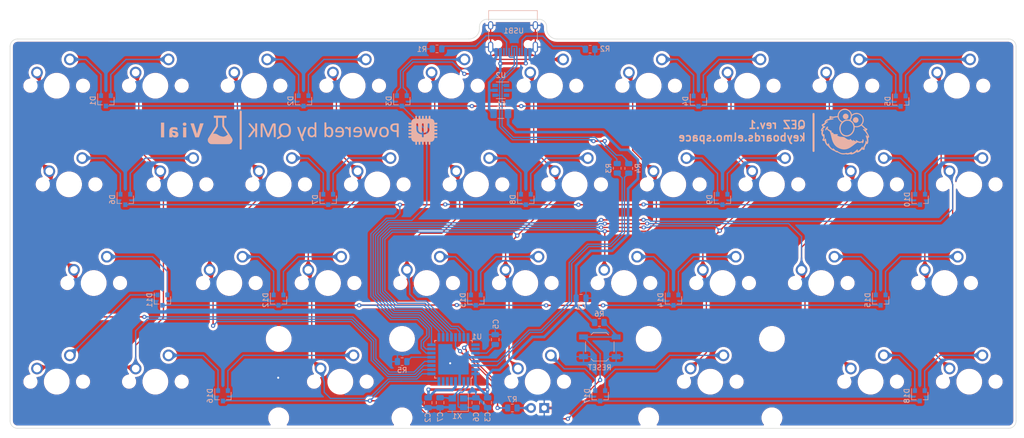
<source format=kicad_pcb>
(kicad_pcb (version 20171130) (host pcbnew "(5.1.10)-1")
  (layers (0 F.Cu signal) (31 B.Cu signal) (34 B.Paste user) (35 F.Paste user) (36 B.SilkS user) (37 F.SilkS user) (38 B.Mask user) (39 F.Mask user) (44 Edge.Cuts user))
  (net 0 "")
  (net 1 GND)
  (net 2 +5V)
  (net 3 "Net-(C5-Pad1)")
  (net 4 "Net-(C6-Pad1)")
  (net 5 "Net-(C7-Pad1)")
  (net 6 row0)
  (net 7 "Net-(D1-Pad2)")
  (net 8 "Net-(D2-Pad2)")
  (net 9 "Net-(D3-Pad2)")
  (net 10 "Net-(D4-Pad2)")
  (net 11 "Net-(D5-Pad2)")
  (net 12 row1)
  (net 13 "Net-(D6-Pad2)")
  (net 14 "Net-(D7-Pad2)")
  (net 15 "Net-(D8-Pad2)")
  (net 16 "Net-(D9-Pad2)")
  (net 17 "Net-(D10-Pad2)")
  (net 18 row2)
  (net 19 "Net-(D11-Pad2)")
  (net 20 "Net-(D12-Pad2)")
  (net 21 "Net-(D13-Pad2)")
  (net 22 "Net-(D14-Pad2)")
  (net 23 "Net-(D15-Pad2)")
  (net 24 row3)
  (net 25 "Net-(D16-Pad2)")
  (net 26 "Net-(D17-Pad2)")
  (net 27 "Net-(D18-Pad2)")
  (net 28 VCC)
  (net 29 col0)
  (net 30 col1)
  (net 31 col2)
  (net 32 col3)
  (net 33 col4)
  (net 34 col5)
  (net 35 col6)
  (net 36 col7)
  (net 37 col8)
  (net 38 col9)
  (net 39 capsLED)
  (net 40 "Net-(R1-Pad2)")
  (net 41 "Net-(R2-Pad2)")
  (net 42 "Net-(R3-Pad2)")
  (net 43 D+)
  (net 44 "Net-(R4-Pad2)")
  (net 45 D-)
  (net 46 "Net-(R5-Pad2)")
  (net 47 "Net-(R6-Pad1)")
  (net 48 "Net-(R7-Pad2)")
  (net 49 "Net-(U1-Pad26)")
  (net 50 "Net-(U1-Pad25)")
  (net 51 "Net-(U1-Pad7)")
  (net 52 "Net-(U1-Pad6)")
  (net 53 "Net-(U1-Pad5)")
  (net 54 "Net-(U2-Pad6)")
  (net 55 "Net-(U2-Pad3)")
  (net 56 "Net-(USB1-PadB8)")
  (net 57 "Net-(USB1-PadA8)")
  (module MX_Only:MXOnly-1U-NoLED (layer F.Cu) (at 186.53125 85.725)
    (fp_text reference MX17)
    (fp_text value MX-NoLED)
    (pad 2 thru_hole circle (at 2.54 -5.08) (size 2.25 2.25) (drill 1.47) (layers *.Cu B.Mask) (net 16 "Net-(D9-Pad2)"))
    (pad "" np_thru_hole circle (at 0 0) (size 3.9878 3.9878) (drill 3.9878) (layers *.Cu *.Mask))
    (pad 1 thru_hole circle (at -3.81 -2.54) (size 2.25 2.25) (drill 1.47) (layers *.Cu B.Mask) (net 35 col6))
    (pad "" np_thru_hole circle (at -5.08 0 48.0996) (size 1.75 1.75) (drill 1.75) (layers *.Cu *.Mask))
    (pad "" np_thru_hole circle (at 5.08 0 48.0996) (size 1.75 1.75) (drill 1.75) (layers *.Cu *.Mask))
  )
  (module MX_Only:MXOnly-1U-NoLED (layer F.Cu) (at 129.38125 85.725)
    (fp_text reference MX14)
    (fp_text value MX-NoLED)
    (pad 2 thru_hole circle (at 2.54 -5.08) (size 2.25 2.25) (drill 1.47) (layers *.Cu B.Mask) (net 14 "Net-(D7-Pad2)"))
    (pad "" np_thru_hole circle (at 0 0) (size 3.9878 3.9878) (drill 3.9878) (layers *.Cu *.Mask))
    (pad 1 thru_hole circle (at -3.81 -2.54) (size 2.25 2.25) (drill 1.47) (layers *.Cu B.Mask) (net 32 col3))
    (pad "" np_thru_hole circle (at -5.08 0 48.0996) (size 1.75 1.75) (drill 1.75) (layers *.Cu *.Mask))
    (pad "" np_thru_hole circle (at 5.08 0 48.0996) (size 1.75 1.75) (drill 1.75) (layers *.Cu *.Mask))
  )
  (module MX_Only:MXOnly-1U-NoLED (layer F.Cu) (at 67.46875 66.675)
    (fp_text reference MX1)
    (fp_text value MX-NoLED)
    (pad "" np_thru_hole circle (at 5.08 0 48.0996) (size 1.75 1.75) (drill 1.75) (layers *.Cu *.Mask))
    (pad "" np_thru_hole circle (at -5.08 0 48.0996) (size 1.75 1.75) (drill 1.75) (layers *.Cu *.Mask))
    (pad 1 thru_hole circle (at -3.81 -2.54) (size 2.25 2.25) (drill 1.47) (layers *.Cu B.Mask) (net 29 col0))
    (pad "" np_thru_hole circle (at 0 0) (size 3.9878 3.9878) (drill 3.9878) (layers *.Cu *.Mask))
    (pad 2 thru_hole circle (at 2.54 -5.08) (size 2.25 2.25) (drill 1.47) (layers *.Cu B.Mask) (net 7 "Net-(D1-Pad2)"))
  )
  (module MX_Only:MXOnly-1U-NoLED (layer F.Cu) (at 86.51875 66.675)
    (fp_text reference MX2)
    (fp_text value MX-NoLED)
    (pad "" np_thru_hole circle (at 5.08 0 48.0996) (size 1.75 1.75) (drill 1.75) (layers *.Cu *.Mask))
    (pad "" np_thru_hole circle (at -5.08 0 48.0996) (size 1.75 1.75) (drill 1.75) (layers *.Cu *.Mask))
    (pad 1 thru_hole circle (at -3.81 -2.54) (size 2.25 2.25) (drill 1.47) (layers *.Cu B.Mask) (net 30 col1))
    (pad "" np_thru_hole circle (at 0 0) (size 3.9878 3.9878) (drill 3.9878) (layers *.Cu *.Mask))
    (pad 2 thru_hole circle (at 2.54 -5.08) (size 2.25 2.25) (drill 1.47) (layers *.Cu B.Mask) (net 7 "Net-(D1-Pad2)"))
  )
  (module MX_Only:MXOnly-1U-NoLED (layer F.Cu) (at 105.56875 66.675)
    (fp_text reference MX3)
    (fp_text value MX-NoLED)
    (pad "" np_thru_hole circle (at 5.08 0 48.0996) (size 1.75 1.75) (drill 1.75) (layers *.Cu *.Mask))
    (pad "" np_thru_hole circle (at -5.08 0 48.0996) (size 1.75 1.75) (drill 1.75) (layers *.Cu *.Mask))
    (pad 1 thru_hole circle (at -3.81 -2.54) (size 2.25 2.25) (drill 1.47) (layers *.Cu B.Mask) (net 31 col2))
    (pad "" np_thru_hole circle (at 0 0) (size 3.9878 3.9878) (drill 3.9878) (layers *.Cu *.Mask))
    (pad 2 thru_hole circle (at 2.54 -5.08) (size 2.25 2.25) (drill 1.47) (layers *.Cu B.Mask) (net 8 "Net-(D2-Pad2)"))
  )
  (module MX_Only:MXOnly-1U-NoLED (layer F.Cu) (at 124.61875 66.675)
    (fp_text reference MX4)
    (fp_text value MX-NoLED)
    (pad "" np_thru_hole circle (at 5.08 0 48.0996) (size 1.75 1.75) (drill 1.75) (layers *.Cu *.Mask))
    (pad "" np_thru_hole circle (at -5.08 0 48.0996) (size 1.75 1.75) (drill 1.75) (layers *.Cu *.Mask))
    (pad 1 thru_hole circle (at -3.81 -2.54) (size 2.25 2.25) (drill 1.47) (layers *.Cu B.Mask) (net 32 col3))
    (pad "" np_thru_hole circle (at 0 0) (size 3.9878 3.9878) (drill 3.9878) (layers *.Cu *.Mask))
    (pad 2 thru_hole circle (at 2.54 -5.08) (size 2.25 2.25) (drill 1.47) (layers *.Cu B.Mask) (net 8 "Net-(D2-Pad2)"))
  )
  (module MX_Only:MXOnly-1U-NoLED (layer F.Cu) (at 143.66875 66.675)
    (fp_text reference MX5)
    (fp_text value MX-NoLED)
    (pad "" np_thru_hole circle (at 5.08 0 48.0996) (size 1.75 1.75) (drill 1.75) (layers *.Cu *.Mask))
    (pad "" np_thru_hole circle (at -5.08 0 48.0996) (size 1.75 1.75) (drill 1.75) (layers *.Cu *.Mask))
    (pad 1 thru_hole circle (at -3.81 -2.54) (size 2.25 2.25) (drill 1.47) (layers *.Cu B.Mask) (net 33 col4))
    (pad "" np_thru_hole circle (at 0 0) (size 3.9878 3.9878) (drill 3.9878) (layers *.Cu *.Mask))
    (pad 2 thru_hole circle (at 2.54 -5.08) (size 2.25 2.25) (drill 1.47) (layers *.Cu B.Mask) (net 9 "Net-(D3-Pad2)"))
  )
  (module MX_Only:MXOnly-1U-NoLED (layer F.Cu) (at 162.71875 66.675)
    (fp_text reference MX6)
    (fp_text value MX-NoLED)
    (pad "" np_thru_hole circle (at 5.08 0 48.0996) (size 1.75 1.75) (drill 1.75) (layers *.Cu *.Mask))
    (pad "" np_thru_hole circle (at -5.08 0 48.0996) (size 1.75 1.75) (drill 1.75) (layers *.Cu *.Mask))
    (pad 1 thru_hole circle (at -3.81 -2.54) (size 2.25 2.25) (drill 1.47) (layers *.Cu B.Mask) (net 34 col5))
    (pad "" np_thru_hole circle (at 0 0) (size 3.9878 3.9878) (drill 3.9878) (layers *.Cu *.Mask))
    (pad 2 thru_hole circle (at 2.54 -5.08) (size 2.25 2.25) (drill 1.47) (layers *.Cu B.Mask) (net 9 "Net-(D3-Pad2)"))
  )
  (module MX_Only:MXOnly-1U-NoLED (layer F.Cu) (at 181.76875 66.675)
    (fp_text reference MX7)
    (fp_text value MX-NoLED)
    (pad "" np_thru_hole circle (at 5.08 0 48.0996) (size 1.75 1.75) (drill 1.75) (layers *.Cu *.Mask))
    (pad "" np_thru_hole circle (at -5.08 0 48.0996) (size 1.75 1.75) (drill 1.75) (layers *.Cu *.Mask))
    (pad 1 thru_hole circle (at -3.81 -2.54) (size 2.25 2.25) (drill 1.47) (layers *.Cu B.Mask) (net 35 col6))
    (pad "" np_thru_hole circle (at 0 0) (size 3.9878 3.9878) (drill 3.9878) (layers *.Cu *.Mask))
    (pad 2 thru_hole circle (at 2.54 -5.08) (size 2.25 2.25) (drill 1.47) (layers *.Cu B.Mask) (net 10 "Net-(D4-Pad2)"))
  )
  (module MX_Only:MXOnly-1U-NoLED (layer F.Cu) (at 200.81875 66.675)
    (fp_text reference MX8)
    (fp_text value MX-NoLED)
    (pad "" np_thru_hole circle (at 5.08 0 48.0996) (size 1.75 1.75) (drill 1.75) (layers *.Cu *.Mask))
    (pad "" np_thru_hole circle (at -5.08 0 48.0996) (size 1.75 1.75) (drill 1.75) (layers *.Cu *.Mask))
    (pad 1 thru_hole circle (at -3.81 -2.54) (size 2.25 2.25) (drill 1.47) (layers *.Cu B.Mask) (net 36 col7))
    (pad "" np_thru_hole circle (at 0 0) (size 3.9878 3.9878) (drill 3.9878) (layers *.Cu *.Mask))
    (pad 2 thru_hole circle (at 2.54 -5.08) (size 2.25 2.25) (drill 1.47) (layers *.Cu B.Mask) (net 10 "Net-(D4-Pad2)"))
  )
  (module MX_Only:MXOnly-1U-NoLED (layer F.Cu) (at 219.86875 66.675)
    (fp_text reference MX9)
    (fp_text value MX-NoLED)
    (pad "" np_thru_hole circle (at 5.08 0 48.0996) (size 1.75 1.75) (drill 1.75) (layers *.Cu *.Mask))
    (pad "" np_thru_hole circle (at -5.08 0 48.0996) (size 1.75 1.75) (drill 1.75) (layers *.Cu *.Mask))
    (pad 1 thru_hole circle (at -3.81 -2.54) (size 2.25 2.25) (drill 1.47) (layers *.Cu B.Mask) (net 37 col8))
    (pad "" np_thru_hole circle (at 0 0) (size 3.9878 3.9878) (drill 3.9878) (layers *.Cu *.Mask))
    (pad 2 thru_hole circle (at 2.54 -5.08) (size 2.25 2.25) (drill 1.47) (layers *.Cu B.Mask) (net 11 "Net-(D5-Pad2)"))
  )
  (module MX_Only:MXOnly-1U (layer F.Cu) (at 160.3375 123.825)
    (fp_text reference MX33)
    (fp_text value MX-LED)
    (pad "" np_thru_hole circle (at 5.08 0 48.0996) (size 1.75 1.75) (drill 1.75) (layers *.Cu *.Mask))
    (pad "" np_thru_hole circle (at -5.08 0 48.0996) (size 1.75 1.75) (drill 1.75) (layers *.Cu *.Mask))
    (pad 4 thru_hole rect (at 1.27 5.08) (size 1.905 1.905) (drill 1.04) (layers *.Cu B.Mask) (net 1 GND))
    (pad 3 thru_hole circle (at -1.27 5.08) (size 1.905 1.905) (drill 1.04) (layers *.Cu B.Mask) (net 39 capsLED))
    (pad 1 thru_hole circle (at -3.81 -2.54) (size 2.25 2.25) (drill 1.47) (layers *.Cu B.Mask) (net 34 col5))
    (pad "" np_thru_hole circle (at 0 0) (size 3.9878 3.9878) (drill 3.9878) (layers *.Cu *.Mask))
    (pad 2 thru_hole circle (at 2.54 -5.08) (size 2.25 2.25) (drill 1.47) (layers *.Cu B.Mask) (net 26 "Net-(D17-Pad2)"))
  )
  (module custom_parts:elmo (layer B.Cu) (at 219.7735 75.6285 180)
    (fp_text reference G*** hide)
    (fp_text value LOGO hide)
  )
  (module custom_parts:vial_logo (layer B.Cu) (at 93.599 75.2475 180)
    (fp_text reference G*** hide)
    (fp_text value LOGO hide)
  )
  (module custom_parts:qmk (layer B.Cu) (at 122.6185 75.2475 180)
    (fp_text reference G*** hide)
    (fp_text value LOGO hide)
  )
  (module MX_Only:MXOnly-2.75U-ReversedStabilizers-NoLED (layer F.Cu) (at 122.2375 123.825)
    (fp_text reference MX32)
    (fp_text value MX-NoLED)
    (pad 2 thru_hole circle (at 2.54 -5.08) (size 2.25 2.25) (drill 1.47) (layers *.Cu B.Mask) (net 25 "Net-(D16-Pad2)"))
    (pad "" np_thru_hole circle (at 0 0) (size 3.9878 3.9878) (drill 3.9878) (layers *.Cu *.Mask))
    (pad 1 thru_hole circle (at -3.81 -2.54) (size 2.25 2.25) (drill 1.47) (layers *.Cu B.Mask) (net 32 col3))
    (pad "" np_thru_hole circle (at -5.08 0 48.0996) (size 1.75 1.75) (drill 1.75) (layers *.Cu *.Mask))
    (pad "" np_thru_hole circle (at 5.08 0 48.0996) (size 1.75 1.75) (drill 1.75) (layers *.Cu *.Mask))
    (pad "" np_thru_hole circle (at -11.90625 6.985) (size 3.048 3.048) (drill 3.048) (layers *.Cu *.Mask))
    (pad "" np_thru_hole circle (at 11.90625 6.985) (size 3.048 3.048) (drill 3.048) (layers *.Cu *.Mask))
    (pad "" np_thru_hole circle (at -11.90625 -8.255) (size 3.9878 3.9878) (drill 3.9878) (layers *.Cu *.Mask))
    (pad "" np_thru_hole circle (at 11.90625 -8.255) (size 3.9878 3.9878) (drill 3.9878) (layers *.Cu *.Mask))
  )
  (module MX_Only:MXOnly-1U-NoLED (layer F.Cu) (at 148.43125 85.725)
    (fp_text reference MX15)
    (fp_text value MX-NoLED)
    (pad 2 thru_hole circle (at 2.54 -5.08) (size 2.25 2.25) (drill 1.47) (layers *.Cu B.Mask) (net 15 "Net-(D8-Pad2)"))
    (pad "" np_thru_hole circle (at 0 0) (size 3.9878 3.9878) (drill 3.9878) (layers *.Cu *.Mask))
    (pad 1 thru_hole circle (at -3.81 -2.54) (size 2.25 2.25) (drill 1.47) (layers *.Cu B.Mask) (net 33 col4))
    (pad "" np_thru_hole circle (at -5.08 0 48.0996) (size 1.75 1.75) (drill 1.75) (layers *.Cu *.Mask))
    (pad "" np_thru_hole circle (at 5.08 0 48.0996) (size 1.75 1.75) (drill 1.75) (layers *.Cu *.Mask))
  )
  (module MX_Only:MXOnly-2.25U-ReversedStabilizers-NoLED (layer F.Cu) (at 193.675 123.825)
    (fp_text reference MX34)
    (fp_text value MX-NoLED)
    (pad 2 thru_hole circle (at 2.54 -5.08) (size 2.25 2.25) (drill 1.47) (layers *.Cu B.Mask) (net 26 "Net-(D17-Pad2)"))
    (pad "" np_thru_hole circle (at 0 0) (size 3.9878 3.9878) (drill 3.9878) (layers *.Cu *.Mask))
    (pad 1 thru_hole circle (at -3.81 -2.54) (size 2.25 2.25) (drill 1.47) (layers *.Cu B.Mask) (net 36 col7))
    (pad "" np_thru_hole circle (at -5.08 0 48.0996) (size 1.75 1.75) (drill 1.75) (layers *.Cu *.Mask))
    (pad "" np_thru_hole circle (at 5.08 0 48.0996) (size 1.75 1.75) (drill 1.75) (layers *.Cu *.Mask))
    (pad "" np_thru_hole circle (at -11.90625 6.985) (size 3.048 3.048) (drill 3.048) (layers *.Cu *.Mask))
    (pad "" np_thru_hole circle (at 11.90625 6.985) (size 3.048 3.048) (drill 3.048) (layers *.Cu *.Mask))
    (pad "" np_thru_hole circle (at -11.90625 -8.255) (size 3.9878 3.9878) (drill 3.9878) (layers *.Cu *.Mask))
    (pad "" np_thru_hole circle (at 11.90625 -8.255) (size 3.9878 3.9878) (drill 3.9878) (layers *.Cu *.Mask))
  )
  (module MX_Only:MXOnly-1.5U-NoLED (layer F.Cu) (at 238.91875 104.775)
    (fp_text reference MX30)
    (fp_text value MX-NoLED)
    (pad 2 thru_hole circle (at 2.54 -5.08) (size 2.25 2.25) (drill 1.47) (layers *.Cu B.Mask) (net 23 "Net-(D15-Pad2)"))
    (pad "" np_thru_hole circle (at 0 0) (size 3.9878 3.9878) (drill 3.9878) (layers *.Cu *.Mask))
    (pad 1 thru_hole circle (at -3.81 -2.54) (size 2.25 2.25) (drill 1.47) (layers *.Cu B.Mask) (net 38 col9))
    (pad "" np_thru_hole circle (at -5.08 0 48.0996) (size 1.75 1.75) (drill 1.75) (layers *.Cu *.Mask))
    (pad "" np_thru_hole circle (at 5.08 0 48.0996) (size 1.75 1.75) (drill 1.75) (layers *.Cu *.Mask))
  )
  (module MX_Only:MXOnly-1.75U-NoLED (layer F.Cu) (at 74.6125 104.775)
    (fp_text reference MX21)
    (fp_text value MX-NoLED)
    (pad 2 thru_hole circle (at 2.54 -5.08) (size 2.25 2.25) (drill 1.47) (layers *.Cu B.Mask) (net 19 "Net-(D11-Pad2)"))
    (pad "" np_thru_hole circle (at 0 0) (size 3.9878 3.9878) (drill 3.9878) (layers *.Cu *.Mask))
    (pad 1 thru_hole circle (at -3.81 -2.54) (size 2.25 2.25) (drill 1.47) (layers *.Cu B.Mask) (net 29 col0))
    (pad "" np_thru_hole circle (at -5.08 0 48.0996) (size 1.75 1.75) (drill 1.75) (layers *.Cu *.Mask))
    (pad "" np_thru_hole circle (at 5.08 0 48.0996) (size 1.75 1.75) (drill 1.75) (layers *.Cu *.Mask))
  )
  (module MX_Only:MXOnly-1.25U-NoLED (layer F.Cu) (at 69.85 85.725)
    (fp_text reference MX11)
    (fp_text value MX-NoLED)
    (pad 2 thru_hole circle (at 2.54 -5.08) (size 2.25 2.25) (drill 1.47) (layers *.Cu B.Mask) (net 13 "Net-(D6-Pad2)"))
    (pad "" np_thru_hole circle (at 0 0) (size 3.9878 3.9878) (drill 3.9878) (layers *.Cu *.Mask))
    (pad 1 thru_hole circle (at -3.81 -2.54) (size 2.25 2.25) (drill 1.47) (layers *.Cu B.Mask) (net 29 col0))
    (pad "" np_thru_hole circle (at -5.08 0 48.0996) (size 1.75 1.75) (drill 1.75) (layers *.Cu *.Mask))
    (pad "" np_thru_hole circle (at 5.08 0 48.0996) (size 1.75 1.75) (drill 1.75) (layers *.Cu *.Mask))
  )
  (module MX_Only:MXOnly-1.25U-NoLED (layer F.Cu) (at 241.3 66.675)
    (fp_text reference MX10)
    (fp_text value MX-NoLED)
    (pad 2 thru_hole circle (at 2.54 -5.08) (size 2.25 2.25) (drill 1.47) (layers *.Cu B.Mask) (net 11 "Net-(D5-Pad2)"))
    (pad "" np_thru_hole circle (at 0 0) (size 3.9878 3.9878) (drill 3.9878) (layers *.Cu *.Mask))
    (pad 1 thru_hole circle (at -3.81 -2.54) (size 2.25 2.25) (drill 1.47) (layers *.Cu B.Mask) (net 38 col9))
    (pad "" np_thru_hole circle (at -5.08 0 48.0996) (size 1.75 1.75) (drill 1.75) (layers *.Cu *.Mask))
    (pad "" np_thru_hole circle (at 5.08 0 48.0996) (size 1.75 1.75) (drill 1.75) (layers *.Cu *.Mask))
  )
  (module Crystal:Crystal_SMD_3225-4Pin_3.2x2.5mm (layer B.Cu) (at 144.955866 127.921685 180)
    (fp_text reference X1 (at 0.175866 -2.570815) (layer B.SilkS) (effects (justify mirror)))
    (fp_text value Crystal_GND24_Small)
    (pad 1 smd rect (at -1.1 -0.85 180) (size 1.4 1.2) (layers B.Cu B.Paste B.Mask) (net 4 "Net-(C6-Pad1)"))
    (pad 2 smd rect (at 1.1 -0.85 180) (size 1.4 1.2) (layers B.Cu B.Paste B.Mask) (net 1 GND))
    (pad 3 smd rect (at 1.1 0.85 180) (size 1.4 1.2) (layers B.Cu B.Paste B.Mask) (net 5 "Net-(C7-Pad1)"))
    (pad 4 smd rect (at -1.1 0.85 180) (size 1.4 1.2) (layers B.Cu B.Paste B.Mask) (net 1 GND))
  )
  (module Connector_USB:USB_C_Receptacle_HRO_TYPE-C-31-M-12 (layer B.Cu) (at 155.575 56.0705)
    (fp_text reference USB1 (at 0.127 0) (layer B.SilkS) (effects (justify mirror)))
    (fp_text value USB_C_Receptacle_USB2.0)
    (pad B1 smd rect (at 3.25 4.045) (size 0.6 1.45) (layers B.Cu B.Paste B.Mask) (net 1 GND))
    (pad A9 smd rect (at 2.45 4.045) (size 0.6 1.45) (layers B.Cu B.Paste B.Mask) (net 28 VCC))
    (pad B9 smd rect (at -2.45 4.045) (size 0.6 1.45) (layers B.Cu B.Paste B.Mask) (net 28 VCC))
    (pad B12 smd rect (at -3.25 4.045) (size 0.6 1.45) (layers B.Cu B.Paste B.Mask) (net 1 GND))
    (pad A1 smd rect (at -3.25 4.045) (size 0.6 1.45) (layers B.Cu B.Paste B.Mask) (net 1 GND))
    (pad A4 smd rect (at -2.45 4.045) (size 0.6 1.45) (layers B.Cu B.Paste B.Mask) (net 28 VCC))
    (pad B4 smd rect (at 2.45 4.045) (size 0.6 1.45) (layers B.Cu B.Paste B.Mask) (net 28 VCC))
    (pad A12 smd rect (at 3.25 4.045) (size 0.6 1.45) (layers B.Cu B.Paste B.Mask) (net 1 GND))
    (pad B8 smd rect (at -1.75 4.045) (size 0.3 1.45) (layers B.Cu B.Paste B.Mask) (net 56 "Net-(USB1-PadB8)"))
    (pad A5 smd rect (at -1.25 4.045) (size 0.3 1.45) (layers B.Cu B.Paste B.Mask) (net 40 "Net-(R1-Pad2)"))
    (pad B7 smd rect (at -0.75 4.045) (size 0.3 1.45) (layers B.Cu B.Paste B.Mask) (net 45 D-))
    (pad A7 smd rect (at 0.25 4.045) (size 0.3 1.45) (layers B.Cu B.Paste B.Mask) (net 45 D-))
    (pad B6 smd rect (at 0.75 4.045) (size 0.3 1.45) (layers B.Cu B.Paste B.Mask) (net 43 D+))
    (pad A8 smd rect (at 1.25 4.045) (size 0.3 1.45) (layers B.Cu B.Paste B.Mask) (net 57 "Net-(USB1-PadA8)"))
    (pad B5 smd rect (at 1.75 4.045) (size 0.3 1.45) (layers B.Cu B.Paste B.Mask) (net 41 "Net-(R2-Pad2)"))
    (pad A6 smd rect (at -0.25 4.045) (size 0.3 1.45) (layers B.Cu B.Paste B.Mask) (net 43 D+))
    (pad S1 thru_hole oval (at 4.32 3.13) (size 1 2.1) (drill oval 0.6 1.7) (layers *.Cu *.Mask) (net 1 GND))
    (pad S1 thru_hole oval (at -4.32 3.13) (size 1 2.1) (drill oval 0.6 1.7) (layers *.Cu *.Mask) (net 1 GND))
    (pad "" np_thru_hole circle (at -2.89 2.6) (size 0.65 0.65) (drill 0.65) (layers *.Cu *.Mask))
    (pad S1 thru_hole oval (at -4.32 -1.05) (size 1 1.6) (drill oval 0.6 1.2) (layers *.Cu *.Mask) (net 1 GND))
    (pad "" np_thru_hole circle (at 2.89 2.6) (size 0.65 0.65) (drill 0.65) (layers *.Cu *.Mask))
    (pad S1 thru_hole oval (at 4.32 -1.05) (size 1 1.6) (drill oval 0.6 1.2) (layers *.Cu *.Mask) (net 1 GND))
  )
  (module Package_TO_SOT_SMD:SOT-23-6 (layer B.Cu) (at 153.2255 67.564 180)
    (fp_text reference U2 (at 0 2.9) (layer B.SilkS) (effects (justify mirror)))
    (fp_text value SRV05-4)
    (pad 1 smd rect (at -1.1 0.95 180) (size 1.06 0.65) (layers B.Cu B.Paste B.Mask) (net 43 D+))
    (pad 2 smd rect (at -1.1 0 180) (size 1.06 0.65) (layers B.Cu B.Paste B.Mask) (net 1 GND))
    (pad 3 smd rect (at -1.1 -0.95 180) (size 1.06 0.65) (layers B.Cu B.Paste B.Mask) (net 55 "Net-(U2-Pad3)"))
    (pad 4 smd rect (at 1.1 -0.95 180) (size 1.06 0.65) (layers B.Cu B.Paste B.Mask) (net 45 D-))
    (pad 6 smd rect (at 1.1 0.95 180) (size 1.06 0.65) (layers B.Cu B.Paste B.Mask) (net 54 "Net-(U2-Pad6)"))
    (pad 5 smd rect (at 1.1 0 180) (size 1.06 0.65) (layers B.Cu B.Paste B.Mask) (net 28 VCC))
  )
  (module Package_QFP:TQFP-32_7x7mm_P0.8mm (layer B.Cu) (at 144.0815 119.507 90)
    (fp_text reference U1 (at 4.3815 4.5085 180) (layer B.SilkS) (effects (justify mirror)))
    (fp_text value ATmega32U2-AU)
    (pad 1 smd rect (at -4.25 2.8 90) (size 1.6 0.55) (layers B.Cu B.Paste B.Mask) (net 4 "Net-(C6-Pad1)"))
    (pad 2 smd rect (at -4.25 2 90) (size 1.6 0.55) (layers B.Cu B.Paste B.Mask) (net 5 "Net-(C7-Pad1)"))
    (pad 3 smd rect (at -4.25 1.2 90) (size 1.6 0.55) (layers B.Cu B.Paste B.Mask) (net 1 GND))
    (pad 4 smd rect (at -4.25 0.4 90) (size 1.6 0.55) (layers B.Cu B.Paste B.Mask) (net 2 +5V))
    (pad 5 smd rect (at -4.25 -0.4 90) (size 1.6 0.55) (layers B.Cu B.Paste B.Mask) (net 53 "Net-(U1-Pad5)"))
    (pad 6 smd rect (at -4.25 -1.2 90) (size 1.6 0.55) (layers B.Cu B.Paste B.Mask) (net 52 "Net-(U1-Pad6)"))
    (pad 7 smd rect (at -4.25 -2 90) (size 1.6 0.55) (layers B.Cu B.Paste B.Mask) (net 51 "Net-(U1-Pad7)"))
    (pad 8 smd rect (at -4.25 -2.8 90) (size 1.6 0.55) (layers B.Cu B.Paste B.Mask) (net 24 row3))
    (pad 9 smd rect (at -2.8 -4.25) (size 1.6 0.55) (layers B.Cu B.Paste B.Mask) (net 32 col3))
    (pad 10 smd rect (at -2 -4.25) (size 1.6 0.55) (layers B.Cu B.Paste B.Mask) (net 31 col2))
    (pad 11 smd rect (at -1.2 -4.25) (size 1.6 0.55) (layers B.Cu B.Paste B.Mask) (net 30 col1))
    (pad 12 smd rect (at -0.4 -4.25) (size 1.6 0.55) (layers B.Cu B.Paste B.Mask) (net 29 col0))
    (pad 13 smd rect (at 0.4 -4.25) (size 1.6 0.55) (layers B.Cu B.Paste B.Mask) (net 46 "Net-(R5-Pad2)"))
    (pad 14 smd rect (at 1.2 -4.25) (size 1.6 0.55) (layers B.Cu B.Paste B.Mask) (net 18 row2))
    (pad 15 smd rect (at 2 -4.25) (size 1.6 0.55) (layers B.Cu B.Paste B.Mask) (net 12 row1))
    (pad 16 smd rect (at 2.8 -4.25) (size 1.6 0.55) (layers B.Cu B.Paste B.Mask) (net 6 row0))
    (pad 17 smd rect (at 4.25 -2.8 90) (size 1.6 0.55) (layers B.Cu B.Paste B.Mask) (net 38 col9))
    (pad 18 smd rect (at 4.25 -2 90) (size 1.6 0.55) (layers B.Cu B.Paste B.Mask) (net 37 col8))
    (pad 19 smd rect (at 4.25 -1.2 90) (size 1.6 0.55) (layers B.Cu B.Paste B.Mask) (net 36 col7))
    (pad 20 smd rect (at 4.25 -0.4 90) (size 1.6 0.55) (layers B.Cu B.Paste B.Mask) (net 35 col6))
    (pad 21 smd rect (at 4.25 0.4 90) (size 1.6 0.55) (layers B.Cu B.Paste B.Mask) (net 48 "Net-(R7-Pad2)"))
    (pad 22 smd rect (at 4.25 1.2 90) (size 1.6 0.55) (layers B.Cu B.Paste B.Mask) (net 34 col5))
    (pad 23 smd rect (at 4.25 2 90) (size 1.6 0.55) (layers B.Cu B.Paste B.Mask) (net 33 col4))
    (pad 24 smd rect (at 4.25 2.8 90) (size 1.6 0.55) (layers B.Cu B.Paste B.Mask) (net 47 "Net-(R6-Pad1)"))
    (pad 25 smd rect (at 2.8 4.25) (size 1.6 0.55) (layers B.Cu B.Paste B.Mask) (net 50 "Net-(U1-Pad25)"))
    (pad 26 smd rect (at 2 4.25) (size 1.6 0.55) (layers B.Cu B.Paste B.Mask) (net 49 "Net-(U1-Pad26)"))
    (pad 27 smd rect (at 1.2 4.25) (size 1.6 0.55) (layers B.Cu B.Paste B.Mask) (net 3 "Net-(C5-Pad1)"))
    (pad 28 smd rect (at 0.4 4.25) (size 1.6 0.55) (layers B.Cu B.Paste B.Mask) (net 1 GND))
    (pad 29 smd rect (at -0.4 4.25) (size 1.6 0.55) (layers B.Cu B.Paste B.Mask) (net 42 "Net-(R3-Pad2)"))
    (pad 30 smd rect (at -1.2 4.25) (size 1.6 0.55) (layers B.Cu B.Paste B.Mask) (net 44 "Net-(R4-Pad2)"))
    (pad 31 smd rect (at -2 4.25) (size 1.6 0.55) (layers B.Cu B.Paste B.Mask) (net 2 +5V))
    (pad 32 smd rect (at -2.8 4.25) (size 1.6 0.55) (layers B.Cu B.Paste B.Mask) (net 2 +5V))
  )
  (module Button_Switch_SMD:SW_SPST_TL3342 (layer B.Cu) (at 172.339 117.094)
    (fp_text reference RESET (at 0 4.0005) (layer B.SilkS) (effects (justify mirror)))
    (fp_text value SW_Push)
    (pad 1 smd rect (at -3.15 1.9) (size 1.7 1) (layers B.Cu B.Paste B.Mask) (net 1 GND))
    (pad 1 smd rect (at 3.15 1.9) (size 1.7 1) (layers B.Cu B.Paste B.Mask) (net 1 GND))
    (pad 2 smd rect (at -3.15 -1.9) (size 1.7 1) (layers B.Cu B.Paste B.Mask) (net 47 "Net-(R6-Pad1)"))
    (pad 2 smd rect (at 3.15 -1.9) (size 1.7 1) (layers B.Cu B.Paste B.Mask) (net 47 "Net-(R6-Pad1)"))
  )
  (module Resistor_SMD:R_0805_2012Metric (layer B.Cu) (at 155.448 128.905 180)
    (fp_text reference R7 (at 0 1.65) (layer B.SilkS) (effects (justify mirror)))
    (fp_text value 1.5k)
    (pad 1 smd roundrect (at -0.9125 0 180) (size 1.025 1.4) (layers B.Cu B.Paste B.Mask) (roundrect_rratio 0.2439004878048781) (net 39 capsLED))
    (pad 2 smd roundrect (at 0.9125 0 180) (size 1.025 1.4) (layers B.Cu B.Paste B.Mask) (roundrect_rratio 0.2439004878048781) (net 48 "Net-(R7-Pad2)"))
  )
  (module Resistor_SMD:R_0805_2012Metric (layer B.Cu) (at 172.252 112.395 180)
    (fp_text reference R6 (at 0 1.65) (layer B.SilkS) (effects (justify mirror)))
    (fp_text value 10k)
    (pad 2 smd roundrect (at 0.9125 0 180) (size 1.025 1.4) (layers B.Cu B.Paste B.Mask) (roundrect_rratio 0.2439004878048781) (net 2 +5V))
    (pad 1 smd roundrect (at -0.9125 0 180) (size 1.025 1.4) (layers B.Cu B.Paste B.Mask) (roundrect_rratio 0.2439004878048781) (net 47 "Net-(R6-Pad1)"))
  )
  (module Resistor_SMD:R_0805_2012Metric (layer B.Cu) (at 134.1755 119.9515)
    (fp_text reference R5 (at 0 1.65) (layer B.SilkS) (effects (justify mirror)))
    (fp_text value 10k)
    (pad 1 smd roundrect (at -0.9125 0) (size 1.025 1.4) (layers B.Cu B.Paste B.Mask) (roundrect_rratio 0.2439004878048781) (net 1 GND))
    (pad 2 smd roundrect (at 0.9125 0) (size 1.025 1.4) (layers B.Cu B.Paste B.Mask) (roundrect_rratio 0.2439004878048781) (net 46 "Net-(R5-Pad2)"))
  )
  (module Resistor_SMD:R_0805_2012Metric (layer B.Cu) (at 177.927 82.637 270)
    (fp_text reference R4 (at 0 -1.778 90) (layer B.SilkS) (effects (justify mirror)))
    (fp_text value 22)
    (pad 1 smd roundrect (at -0.9125 0 270) (size 1.025 1.4) (layers B.Cu B.Paste B.Mask) (roundrect_rratio 0.2439004878048781) (net 45 D-))
    (pad 2 smd roundrect (at 0.9125 0 270) (size 1.025 1.4) (layers B.Cu B.Paste B.Mask) (roundrect_rratio 0.2439004878048781) (net 44 "Net-(R4-Pad2)"))
  )
  (module Resistor_SMD:R_0805_2012Metric (layer B.Cu) (at 175.7045 82.6135 270)
    (fp_text reference R3 (at 0 1.65 90) (layer B.SilkS) (effects (justify mirror)))
    (fp_text value 22)
    (pad 1 smd roundrect (at -0.9125 0 270) (size 1.025 1.4) (layers B.Cu B.Paste B.Mask) (roundrect_rratio 0.2439004878048781) (net 43 D+))
    (pad 2 smd roundrect (at 0.9125 0 270) (size 1.025 1.4) (layers B.Cu B.Paste B.Mask) (roundrect_rratio 0.2439004878048781) (net 42 "Net-(R3-Pad2)"))
  )
  (module Resistor_SMD:R_0805_2012Metric (layer B.Cu) (at 170.474 59.6265 180)
    (fp_text reference R2 (at -2.881 0.0635) (layer B.SilkS) (effects (justify mirror)))
    (fp_text value 5.1k)
    (pad 1 smd roundrect (at -0.9125 0 180) (size 1.025 1.4) (layers B.Cu B.Paste B.Mask) (roundrect_rratio 0.2439004878048781) (net 1 GND))
    (pad 2 smd roundrect (at 0.9125 0 180) (size 1.025 1.4) (layers B.Cu B.Paste B.Mask) (roundrect_rratio 0.2439004878048781) (net 41 "Net-(R2-Pad2)"))
  )
  (module Resistor_SMD:R_0805_2012Metric (layer B.Cu) (at 140.9065 59.563)
    (fp_text reference R1 (at -2.921 0.0635) (layer B.SilkS) (effects (justify mirror)))
    (fp_text value 5.1k)
    (pad 1 smd roundrect (at -0.9125 0) (size 1.025 1.4) (layers B.Cu B.Paste B.Mask) (roundrect_rratio 0.2439004878048781) (net 1 GND))
    (pad 2 smd roundrect (at 0.9125 0) (size 1.025 1.4) (layers B.Cu B.Paste B.Mask) (roundrect_rratio 0.2439004878048781) (net 40 "Net-(R1-Pad2)"))
  )
  (module MX_Only:MXOnly-1U-NoLED (layer F.Cu) (at 243.68125 123.825)
    (fp_text reference MX36)
    (fp_text value MX-NoLED)
    (pad 2 thru_hole circle (at 2.54 -5.08) (size 2.25 2.25) (drill 1.47) (layers *.Cu B.Mask) (net 27 "Net-(D18-Pad2)"))
    (pad "" np_thru_hole circle (at 0 0) (size 3.9878 3.9878) (drill 3.9878) (layers *.Cu *.Mask))
    (pad 1 thru_hole circle (at -3.81 -2.54) (size 2.25 2.25) (drill 1.47) (layers *.Cu B.Mask) (net 38 col9))
    (pad "" np_thru_hole circle (at -5.08 0 48.0996) (size 1.75 1.75) (drill 1.75) (layers *.Cu *.Mask))
    (pad "" np_thru_hole circle (at 5.08 0 48.0996) (size 1.75 1.75) (drill 1.75) (layers *.Cu *.Mask))
  )
  (module MX_Only:MXOnly-1U-NoLED (layer F.Cu) (at 224.63125 123.825)
    (fp_text reference MX35)
    (fp_text value MX-NoLED)
    (pad 2 thru_hole circle (at 2.54 -5.08) (size 2.25 2.25) (drill 1.47) (layers *.Cu B.Mask) (net 27 "Net-(D18-Pad2)"))
    (pad "" np_thru_hole circle (at 0 0) (size 3.9878 3.9878) (drill 3.9878) (layers *.Cu *.Mask))
    (pad 1 thru_hole circle (at -3.81 -2.54) (size 2.25 2.25) (drill 1.47) (layers *.Cu B.Mask) (net 37 col8))
    (pad "" np_thru_hole circle (at -5.08 0 48.0996) (size 1.75 1.75) (drill 1.75) (layers *.Cu *.Mask))
    (pad "" np_thru_hole circle (at 5.08 0 48.0996) (size 1.75 1.75) (drill 1.75) (layers *.Cu *.Mask))
  )
  (module MX_Only:MXOnly-1U-NoLED (layer F.Cu) (at 86.51875 123.825)
    (fp_text reference MX31)
    (fp_text value MX-NoLED)
    (pad 2 thru_hole circle (at 2.54 -5.08) (size 2.25 2.25) (drill 1.47) (layers *.Cu B.Mask) (net 25 "Net-(D16-Pad2)"))
    (pad "" np_thru_hole circle (at 0 0) (size 3.9878 3.9878) (drill 3.9878) (layers *.Cu *.Mask))
    (pad 1 thru_hole circle (at -3.81 -2.54) (size 2.25 2.25) (drill 1.47) (layers *.Cu B.Mask) (net 30 col1))
    (pad "" np_thru_hole circle (at -5.08 0 48.0996) (size 1.75 1.75) (drill 1.75) (layers *.Cu *.Mask))
    (pad "" np_thru_hole circle (at 5.08 0 48.0996) (size 1.75 1.75) (drill 1.75) (layers *.Cu *.Mask))
  )
  (module MX_Only:MXOnly-1U-NoLED (layer F.Cu) (at 215.10625 104.775)
    (fp_text reference MX29)
    (fp_text value MX-NoLED)
    (pad 2 thru_hole circle (at 2.54 -5.08) (size 2.25 2.25) (drill 1.47) (layers *.Cu B.Mask) (net 23 "Net-(D15-Pad2)"))
    (pad "" np_thru_hole circle (at 0 0) (size 3.9878 3.9878) (drill 3.9878) (layers *.Cu *.Mask))
    (pad 1 thru_hole circle (at -3.81 -2.54) (size 2.25 2.25) (drill 1.47) (layers *.Cu B.Mask) (net 37 col8))
    (pad "" np_thru_hole circle (at -5.08 0 48.0996) (size 1.75 1.75) (drill 1.75) (layers *.Cu *.Mask))
    (pad "" np_thru_hole circle (at 5.08 0 48.0996) (size 1.75 1.75) (drill 1.75) (layers *.Cu *.Mask))
  )
  (module MX_Only:MXOnly-1U-NoLED (layer F.Cu) (at 196.05625 104.775)
    (fp_text reference MX28)
    (fp_text value MX-NoLED)
    (pad 2 thru_hole circle (at 2.54 -5.08) (size 2.25 2.25) (drill 1.47) (layers *.Cu B.Mask) (net 22 "Net-(D14-Pad2)"))
    (pad "" np_thru_hole circle (at 0 0) (size 3.9878 3.9878) (drill 3.9878) (layers *.Cu *.Mask))
    (pad 1 thru_hole circle (at -3.81 -2.54) (size 2.25 2.25) (drill 1.47) (layers *.Cu B.Mask) (net 36 col7))
    (pad "" np_thru_hole circle (at -5.08 0 48.0996) (size 1.75 1.75) (drill 1.75) (layers *.Cu *.Mask))
    (pad "" np_thru_hole circle (at 5.08 0 48.0996) (size 1.75 1.75) (drill 1.75) (layers *.Cu *.Mask))
  )
  (module MX_Only:MXOnly-1U-NoLED (layer F.Cu) (at 177.00625 104.775)
    (fp_text reference MX27)
    (fp_text value MX-NoLED)
    (pad 2 thru_hole circle (at 2.54 -5.08) (size 2.25 2.25) (drill 1.47) (layers *.Cu B.Mask) (net 22 "Net-(D14-Pad2)"))
    (pad "" np_thru_hole circle (at 0 0) (size 3.9878 3.9878) (drill 3.9878) (layers *.Cu *.Mask))
    (pad 1 thru_hole circle (at -3.81 -2.54) (size 2.25 2.25) (drill 1.47) (layers *.Cu B.Mask) (net 35 col6))
    (pad "" np_thru_hole circle (at -5.08 0 48.0996) (size 1.75 1.75) (drill 1.75) (layers *.Cu *.Mask))
    (pad "" np_thru_hole circle (at 5.08 0 48.0996) (size 1.75 1.75) (drill 1.75) (layers *.Cu *.Mask))
  )
  (module MX_Only:MXOnly-1U-NoLED (layer F.Cu) (at 157.95625 104.775)
    (fp_text reference MX26)
    (fp_text value MX-NoLED)
    (pad 2 thru_hole circle (at 2.54 -5.08) (size 2.25 2.25) (drill 1.47) (layers *.Cu B.Mask) (net 21 "Net-(D13-Pad2)"))
    (pad "" np_thru_hole circle (at 0 0) (size 3.9878 3.9878) (drill 3.9878) (layers *.Cu *.Mask))
    (pad 1 thru_hole circle (at -3.81 -2.54) (size 2.25 2.25) (drill 1.47) (layers *.Cu B.Mask) (net 34 col5))
    (pad "" np_thru_hole circle (at -5.08 0 48.0996) (size 1.75 1.75) (drill 1.75) (layers *.Cu *.Mask))
    (pad "" np_thru_hole circle (at 5.08 0 48.0996) (size 1.75 1.75) (drill 1.75) (layers *.Cu *.Mask))
  )
  (module MX_Only:MXOnly-1U-NoLED (layer F.Cu) (at 138.90625 104.775)
    (fp_text reference MX25)
    (fp_text value MX-NoLED)
    (pad 2 thru_hole circle (at 2.54 -5.08) (size 2.25 2.25) (drill 1.47) (layers *.Cu B.Mask) (net 21 "Net-(D13-Pad2)"))
    (pad "" np_thru_hole circle (at 0 0) (size 3.9878 3.9878) (drill 3.9878) (layers *.Cu *.Mask))
    (pad 1 thru_hole circle (at -3.81 -2.54) (size 2.25 2.25) (drill 1.47) (layers *.Cu B.Mask) (net 33 col4))
    (pad "" np_thru_hole circle (at -5.08 0 48.0996) (size 1.75 1.75) (drill 1.75) (layers *.Cu *.Mask))
    (pad "" np_thru_hole circle (at 5.08 0 48.0996) (size 1.75 1.75) (drill 1.75) (layers *.Cu *.Mask))
  )
  (module MX_Only:MXOnly-1U-NoLED (layer F.Cu) (at 119.85625 104.775)
    (fp_text reference MX24)
    (fp_text value MX-NoLED)
    (pad 2 thru_hole circle (at 2.54 -5.08) (size 2.25 2.25) (drill 1.47) (layers *.Cu B.Mask) (net 20 "Net-(D12-Pad2)"))
    (pad "" np_thru_hole circle (at 0 0) (size 3.9878 3.9878) (drill 3.9878) (layers *.Cu *.Mask))
    (pad 1 thru_hole circle (at -3.81 -2.54) (size 2.25 2.25) (drill 1.47) (layers *.Cu B.Mask) (net 32 col3))
    (pad "" np_thru_hole circle (at -5.08 0 48.0996) (size 1.75 1.75) (drill 1.75) (layers *.Cu *.Mask))
    (pad "" np_thru_hole circle (at 5.08 0 48.0996) (size 1.75 1.75) (drill 1.75) (layers *.Cu *.Mask))
  )
  (module MX_Only:MXOnly-1U-NoLED (layer F.Cu) (at 100.80625 104.775)
    (fp_text reference MX23)
    (fp_text value MX-NoLED)
    (pad 2 thru_hole circle (at 2.54 -5.08) (size 2.25 2.25) (drill 1.47) (layers *.Cu B.Mask) (net 20 "Net-(D12-Pad2)"))
    (pad "" np_thru_hole circle (at 0 0) (size 3.9878 3.9878) (drill 3.9878) (layers *.Cu *.Mask))
    (pad 1 thru_hole circle (at -3.81 -2.54) (size 2.25 2.25) (drill 1.47) (layers *.Cu B.Mask) (net 31 col2))
    (pad "" np_thru_hole circle (at -5.08 0 48.0996) (size 1.75 1.75) (drill 1.75) (layers *.Cu *.Mask))
    (pad "" np_thru_hole circle (at 5.08 0 48.0996) (size 1.75 1.75) (drill 1.75) (layers *.Cu *.Mask))
  )
  (module MX_Only:MXOnly-1U-NoLED (layer F.Cu) (at 67.46875 123.825)
    (fp_text reference MX22)
    (fp_text value MX-NoLED)
    (pad 2 thru_hole circle (at 2.54 -5.08) (size 2.25 2.25) (drill 1.47) (layers *.Cu B.Mask) (net 19 "Net-(D11-Pad2)"))
    (pad "" np_thru_hole circle (at 0 0) (size 3.9878 3.9878) (drill 3.9878) (layers *.Cu *.Mask))
    (pad 1 thru_hole circle (at -3.81 -2.54) (size 2.25 2.25) (drill 1.47) (layers *.Cu B.Mask) (net 30 col1))
    (pad "" np_thru_hole circle (at -5.08 0 48.0996) (size 1.75 1.75) (drill 1.75) (layers *.Cu *.Mask))
    (pad "" np_thru_hole circle (at 5.08 0 48.0996) (size 1.75 1.75) (drill 1.75) (layers *.Cu *.Mask))
  )
  (module MX_Only:MXOnly-1U-NoLED (layer F.Cu) (at 243.68125 85.725)
    (fp_text reference MX20)
    (fp_text value MX-NoLED)
    (pad 2 thru_hole circle (at 2.54 -5.08) (size 2.25 2.25) (drill 1.47) (layers *.Cu B.Mask) (net 17 "Net-(D10-Pad2)"))
    (pad "" np_thru_hole circle (at 0 0) (size 3.9878 3.9878) (drill 3.9878) (layers *.Cu *.Mask))
    (pad 1 thru_hole circle (at -3.81 -2.54) (size 2.25 2.25) (drill 1.47) (layers *.Cu B.Mask) (net 38 col9))
    (pad "" np_thru_hole circle (at -5.08 0 48.0996) (size 1.75 1.75) (drill 1.75) (layers *.Cu *.Mask))
    (pad "" np_thru_hole circle (at 5.08 0 48.0996) (size 1.75 1.75) (drill 1.75) (layers *.Cu *.Mask))
  )
  (module MX_Only:MXOnly-1U-NoLED (layer F.Cu) (at 224.63125 85.725)
    (fp_text reference MX19)
    (fp_text value MX-NoLED)
    (pad 2 thru_hole circle (at 2.54 -5.08) (size 2.25 2.25) (drill 1.47) (layers *.Cu B.Mask) (net 17 "Net-(D10-Pad2)"))
    (pad "" np_thru_hole circle (at 0 0) (size 3.9878 3.9878) (drill 3.9878) (layers *.Cu *.Mask))
    (pad 1 thru_hole circle (at -3.81 -2.54) (size 2.25 2.25) (drill 1.47) (layers *.Cu B.Mask) (net 37 col8))
    (pad "" np_thru_hole circle (at -5.08 0 48.0996) (size 1.75 1.75) (drill 1.75) (layers *.Cu *.Mask))
    (pad "" np_thru_hole circle (at 5.08 0 48.0996) (size 1.75 1.75) (drill 1.75) (layers *.Cu *.Mask))
  )
  (module MX_Only:MXOnly-1U-NoLED (layer F.Cu) (at 205.58125 85.725)
    (fp_text reference MX18)
    (fp_text value MX-NoLED)
    (pad 2 thru_hole circle (at 2.54 -5.08) (size 2.25 2.25) (drill 1.47) (layers *.Cu B.Mask) (net 16 "Net-(D9-Pad2)"))
    (pad "" np_thru_hole circle (at 0 0) (size 3.9878 3.9878) (drill 3.9878) (layers *.Cu *.Mask))
    (pad 1 thru_hole circle (at -3.81 -2.54) (size 2.25 2.25) (drill 1.47) (layers *.Cu B.Mask) (net 36 col7))
    (pad "" np_thru_hole circle (at -5.08 0 48.0996) (size 1.75 1.75) (drill 1.75) (layers *.Cu *.Mask))
    (pad "" np_thru_hole circle (at 5.08 0 48.0996) (size 1.75 1.75) (drill 1.75) (layers *.Cu *.Mask))
  )
  (module MX_Only:MXOnly-1U-NoLED (layer F.Cu) (at 167.48125 85.725)
    (fp_text reference MX16)
    (fp_text value MX-NoLED)
    (pad 2 thru_hole circle (at 2.54 -5.08) (size 2.25 2.25) (drill 1.47) (layers *.Cu B.Mask) (net 15 "Net-(D8-Pad2)"))
    (pad "" np_thru_hole circle (at 0 0) (size 3.9878 3.9878) (drill 3.9878) (layers *.Cu *.Mask))
    (pad 1 thru_hole circle (at -3.81 -2.54) (size 2.25 2.25) (drill 1.47) (layers *.Cu B.Mask) (net 34 col5))
    (pad "" np_thru_hole circle (at -5.08 0 48.0996) (size 1.75 1.75) (drill 1.75) (layers *.Cu *.Mask))
    (pad "" np_thru_hole circle (at 5.08 0 48.0996) (size 1.75 1.75) (drill 1.75) (layers *.Cu *.Mask))
  )
  (module MX_Only:MXOnly-1U-NoLED (layer F.Cu) (at 110.33125 85.725)
    (fp_text reference MX13)
    (fp_text value MX-NoLED)
    (pad 2 thru_hole circle (at 2.54 -5.08) (size 2.25 2.25) (drill 1.47) (layers *.Cu B.Mask) (net 14 "Net-(D7-Pad2)"))
    (pad "" np_thru_hole circle (at 0 0) (size 3.9878 3.9878) (drill 3.9878) (layers *.Cu *.Mask))
    (pad 1 thru_hole circle (at -3.81 -2.54) (size 2.25 2.25) (drill 1.47) (layers *.Cu B.Mask) (net 31 col2))
    (pad "" np_thru_hole circle (at -5.08 0 48.0996) (size 1.75 1.75) (drill 1.75) (layers *.Cu *.Mask))
    (pad "" np_thru_hole circle (at 5.08 0 48.0996) (size 1.75 1.75) (drill 1.75) (layers *.Cu *.Mask))
  )
  (module MX_Only:MXOnly-1U-NoLED (layer F.Cu) (at 91.28125 85.725)
    (fp_text reference MX12)
    (fp_text value MX-NoLED)
    (pad 2 thru_hole circle (at 2.54 -5.08) (size 2.25 2.25) (drill 1.47) (layers *.Cu B.Mask) (net 13 "Net-(D6-Pad2)"))
    (pad "" np_thru_hole circle (at 0 0) (size 3.9878 3.9878) (drill 3.9878) (layers *.Cu *.Mask))
    (pad 1 thru_hole circle (at -3.81 -2.54) (size 2.25 2.25) (drill 1.47) (layers *.Cu B.Mask) (net 30 col1))
    (pad "" np_thru_hole circle (at -5.08 0 48.0996) (size 1.75 1.75) (drill 1.75) (layers *.Cu *.Mask))
    (pad "" np_thru_hole circle (at 5.08 0 48.0996) (size 1.75 1.75) (drill 1.75) (layers *.Cu *.Mask))
  )
  (module Fuse:Fuse_1206_3216Metric (layer B.Cu) (at 153.2255 72.0725 180)
    (fp_text reference F1 (at 0 1.82) (layer B.SilkS) (effects (justify mirror)))
    (fp_text value Polyfuse_Small)
    (pad 1 smd roundrect (at -1.4 0 180) (size 1.25 1.75) (layers B.Cu B.Paste B.Mask) (roundrect_rratio 0.2) (net 2 +5V))
    (pad 2 smd roundrect (at 1.4 0 180) (size 1.25 1.75) (layers B.Cu B.Paste B.Mask) (roundrect_rratio 0.2) (net 28 VCC))
  )
  (module custom_parts:D_SOT-23_ANK (layer B.Cu) (at 234.1245 126.5555 270)
    (fp_text reference D18 (at 0 2.5 90) (layer B.SilkS) (effects (justify mirror)))
    (fp_text value D_Small)
    (pad 2 smd rect (at -1 0.95 270) (size 0.9 0.8) (layers B.Cu B.Paste B.Mask) (net 27 "Net-(D18-Pad2)"))
    (pad 2 smd rect (at -1 -0.95 270) (size 0.9 0.8) (layers B.Cu B.Paste B.Mask) (net 27 "Net-(D18-Pad2)"))
    (pad 1 smd rect (at 1 0 270) (size 0.9 0.8) (layers B.Cu B.Paste B.Mask) (net 24 row3))
  )
  (module custom_parts:D_SOT-23_ANK (layer B.Cu) (at 172.4025 126.5555 270)
    (fp_text reference D17 (at 0 2.5 90) (layer B.SilkS) (effects (justify mirror)))
    (fp_text value D_Small)
    (pad 2 smd rect (at -1 0.95 270) (size 0.9 0.8) (layers B.Cu B.Paste B.Mask) (net 26 "Net-(D17-Pad2)"))
    (pad 2 smd rect (at -1 -0.95 270) (size 0.9 0.8) (layers B.Cu B.Paste B.Mask) (net 26 "Net-(D17-Pad2)"))
    (pad 1 smd rect (at 1 0 270) (size 0.9 0.8) (layers B.Cu B.Paste B.Mask) (net 24 row3))
  )
  (module custom_parts:D_SOT-23_ANK (layer B.Cu) (at 99.568 126.5555 270)
    (fp_text reference D16 (at 0 2.5 90) (layer B.SilkS) (effects (justify mirror)))
    (fp_text value D_Small)
    (pad 2 smd rect (at -1 0.95 270) (size 0.9 0.8) (layers B.Cu B.Paste B.Mask) (net 25 "Net-(D16-Pad2)"))
    (pad 2 smd rect (at -1 -0.95 270) (size 0.9 0.8) (layers B.Cu B.Paste B.Mask) (net 25 "Net-(D16-Pad2)"))
    (pad 1 smd rect (at 1 0 270) (size 0.9 0.8) (layers B.Cu B.Paste B.Mask) (net 24 row3))
  )
  (module custom_parts:D_SOT-23_ANK (layer B.Cu) (at 226.568 108.077 270)
    (fp_text reference D15 (at 0 2.5 90) (layer B.SilkS) (effects (justify mirror)))
    (fp_text value D_Small)
    (pad 2 smd rect (at -1 0.95 270) (size 0.9 0.8) (layers B.Cu B.Paste B.Mask) (net 23 "Net-(D15-Pad2)"))
    (pad 2 smd rect (at -1 -0.95 270) (size 0.9 0.8) (layers B.Cu B.Paste B.Mask) (net 23 "Net-(D15-Pad2)"))
    (pad 1 smd rect (at 1 0 270) (size 0.9 0.8) (layers B.Cu B.Paste B.Mask) (net 18 row2))
  )
  (module custom_parts:D_SOT-23_ANK (layer B.Cu) (at 186.563 108.077 270)
    (fp_text reference D14 (at 0 2.5 90) (layer B.SilkS) (effects (justify mirror)))
    (fp_text value D_Small)
    (pad 2 smd rect (at -1 0.95 270) (size 0.9 0.8) (layers B.Cu B.Paste B.Mask) (net 22 "Net-(D14-Pad2)"))
    (pad 2 smd rect (at -1 -0.95 270) (size 0.9 0.8) (layers B.Cu B.Paste B.Mask) (net 22 "Net-(D14-Pad2)"))
    (pad 1 smd rect (at 1 0 270) (size 0.9 0.8) (layers B.Cu B.Paste B.Mask) (net 18 row2))
  )
  (module custom_parts:D_SOT-23_ANK (layer B.Cu) (at 148.3995 108.077 270)
    (fp_text reference D13 (at 0 2.5 90) (layer B.SilkS) (effects (justify mirror)))
    (fp_text value D_Small)
    (pad 2 smd rect (at -1 0.95 270) (size 0.9 0.8) (layers B.Cu B.Paste B.Mask) (net 21 "Net-(D13-Pad2)"))
    (pad 2 smd rect (at -1 -0.95 270) (size 0.9 0.8) (layers B.Cu B.Paste B.Mask) (net 21 "Net-(D13-Pad2)"))
    (pad 1 smd rect (at 1 0 270) (size 0.9 0.8) (layers B.Cu B.Paste B.Mask) (net 18 row2))
  )
  (module custom_parts:D_SOT-23_ANK (layer B.Cu) (at 110.2995 108.077 270)
    (fp_text reference D12 (at 0 2.5 90) (layer B.SilkS) (effects (justify mirror)))
    (fp_text value D_Small)
    (pad 2 smd rect (at -1 0.95 270) (size 0.9 0.8) (layers B.Cu B.Paste B.Mask) (net 20 "Net-(D12-Pad2)"))
    (pad 2 smd rect (at -1 -0.95 270) (size 0.9 0.8) (layers B.Cu B.Paste B.Mask) (net 20 "Net-(D12-Pad2)"))
    (pad 1 smd rect (at 1 0 270) (size 0.9 0.8) (layers B.Cu B.Paste B.Mask) (net 18 row2))
  )
  (module custom_parts:D_SOT-23_ANK (layer B.Cu) (at 87.884 108.077 270)
    (fp_text reference D11 (at 0 2.5 90) (layer B.SilkS) (effects (justify mirror)))
    (fp_text value D_Small)
    (pad 2 smd rect (at -1 0.95 270) (size 0.9 0.8) (layers B.Cu B.Paste B.Mask) (net 19 "Net-(D11-Pad2)"))
    (pad 2 smd rect (at -1 -0.95 270) (size 0.9 0.8) (layers B.Cu B.Paste B.Mask) (net 19 "Net-(D11-Pad2)"))
    (pad 1 smd rect (at 1 0 270) (size 0.9 0.8) (layers B.Cu B.Paste B.Mask) (net 18 row2))
  )
  (module custom_parts:D_SOT-23_ANK (layer B.Cu) (at 234.188 88.646 270)
    (fp_text reference D10 (at 0 2.5 90) (layer B.SilkS) (effects (justify mirror)))
    (fp_text value D_Small)
    (pad 2 smd rect (at -1 0.95 270) (size 0.9 0.8) (layers B.Cu B.Paste B.Mask) (net 17 "Net-(D10-Pad2)"))
    (pad 2 smd rect (at -1 -0.95 270) (size 0.9 0.8) (layers B.Cu B.Paste B.Mask) (net 17 "Net-(D10-Pad2)"))
    (pad 1 smd rect (at 1 0 270) (size 0.9 0.8) (layers B.Cu B.Paste B.Mask) (net 12 row1))
  )
  (module custom_parts:D_SOT-23_ANK (layer B.Cu) (at 196.0245 88.646 270)
    (fp_text reference D9 (at 0 2.5 90) (layer B.SilkS) (effects (justify mirror)))
    (fp_text value D_Small)
    (pad 2 smd rect (at -1 0.95 270) (size 0.9 0.8) (layers B.Cu B.Paste B.Mask) (net 16 "Net-(D9-Pad2)"))
    (pad 2 smd rect (at -1 -0.95 270) (size 0.9 0.8) (layers B.Cu B.Paste B.Mask) (net 16 "Net-(D9-Pad2)"))
    (pad 1 smd rect (at 1 0 270) (size 0.9 0.8) (layers B.Cu B.Paste B.Mask) (net 12 row1))
  )
  (module custom_parts:D_SOT-23_ANK (layer B.Cu) (at 158.0515 88.646 270)
    (fp_text reference D8 (at 0 2.5 90) (layer B.SilkS) (effects (justify mirror)))
    (fp_text value D_Small)
    (pad 2 smd rect (at -1 0.95 270) (size 0.9 0.8) (layers B.Cu B.Paste B.Mask) (net 15 "Net-(D8-Pad2)"))
    (pad 2 smd rect (at -1 -0.95 270) (size 0.9 0.8) (layers B.Cu B.Paste B.Mask) (net 15 "Net-(D8-Pad2)"))
    (pad 1 smd rect (at 1 0 270) (size 0.9 0.8) (layers B.Cu B.Paste B.Mask) (net 12 row1))
  )
  (module custom_parts:D_SOT-23_ANK (layer B.Cu) (at 119.888 88.646 270)
    (fp_text reference D7 (at 0 2.5 90) (layer B.SilkS) (effects (justify mirror)))
    (fp_text value D_Small)
    (pad 2 smd rect (at -1 0.95 270) (size 0.9 0.8) (layers B.Cu B.Paste B.Mask) (net 14 "Net-(D7-Pad2)"))
    (pad 2 smd rect (at -1 -0.95 270) (size 0.9 0.8) (layers B.Cu B.Paste B.Mask) (net 14 "Net-(D7-Pad2)"))
    (pad 1 smd rect (at 1 0 270) (size 0.9 0.8) (layers B.Cu B.Paste B.Mask) (net 12 row1))
  )
  (module custom_parts:D_SOT-23_ANK (layer B.Cu) (at 80.7085 88.646 270)
    (fp_text reference D6 (at 0 2.5 90) (layer B.SilkS) (effects (justify mirror)))
    (fp_text value D_Small)
    (pad 2 smd rect (at -1 0.95 270) (size 0.9 0.8) (layers B.Cu B.Paste B.Mask) (net 13 "Net-(D6-Pad2)"))
    (pad 2 smd rect (at -1 -0.95 270) (size 0.9 0.8) (layers B.Cu B.Paste B.Mask) (net 13 "Net-(D6-Pad2)"))
    (pad 1 smd rect (at 1 0 270) (size 0.9 0.8) (layers B.Cu B.Paste B.Mask) (net 12 row1))
  )
  (module custom_parts:D_SOT-23_ANK (layer B.Cu) (at 230.4415 69.6595 270)
    (fp_text reference D5 (at 0 2.5 90) (layer B.SilkS) (effects (justify mirror)))
    (fp_text value D_Small)
    (pad 2 smd rect (at -1 0.95 270) (size 0.9 0.8) (layers B.Cu B.Paste B.Mask) (net 11 "Net-(D5-Pad2)"))
    (pad 2 smd rect (at -1 -0.95 270) (size 0.9 0.8) (layers B.Cu B.Paste B.Mask) (net 11 "Net-(D5-Pad2)"))
    (pad 1 smd rect (at 1 0 270) (size 0.9 0.8) (layers B.Cu B.Paste B.Mask) (net 6 row0))
  )
  (module custom_parts:D_SOT-23_ANK (layer B.Cu) (at 191.389 69.6595 270)
    (fp_text reference D4 (at 0 2.5 270) (layer B.SilkS) (effects (justify mirror)))
    (fp_text value D_Small)
    (pad 2 smd rect (at -1 0.95 270) (size 0.9 0.8) (layers B.Cu B.Paste B.Mask) (net 10 "Net-(D4-Pad2)"))
    (pad 2 smd rect (at -1 -0.95 270) (size 0.9 0.8) (layers B.Cu B.Paste B.Mask) (net 10 "Net-(D4-Pad2)"))
    (pad 1 smd rect (at 1 0 270) (size 0.9 0.8) (layers B.Cu B.Paste B.Mask) (net 6 row0))
  )
  (module custom_parts:D_SOT-23_ANK (layer B.Cu) (at 134.112 69.596 270)
    (fp_text reference D3 (at 0 2.5 90) (layer B.SilkS) (effects (justify mirror)))
    (fp_text value D_Small)
    (pad 2 smd rect (at -1 0.95 270) (size 0.9 0.8) (layers B.Cu B.Paste B.Mask) (net 9 "Net-(D3-Pad2)"))
    (pad 2 smd rect (at -1 -0.95 270) (size 0.9 0.8) (layers B.Cu B.Paste B.Mask) (net 9 "Net-(D3-Pad2)"))
    (pad 1 smd rect (at 1 0 270) (size 0.9 0.8) (layers B.Cu B.Paste B.Mask) (net 6 row0))
  )
  (module custom_parts:D_SOT-23_ANK (layer B.Cu) (at 115.1255 69.596 270)
    (fp_text reference D2 (at 0 2.5 90) (layer B.SilkS) (effects (justify mirror)))
    (fp_text value D_Small)
    (pad 2 smd rect (at -1 0.95 270) (size 0.9 0.8) (layers B.Cu B.Paste B.Mask) (net 8 "Net-(D2-Pad2)"))
    (pad 2 smd rect (at -1 -0.95 270) (size 0.9 0.8) (layers B.Cu B.Paste B.Mask) (net 8 "Net-(D2-Pad2)"))
    (pad 1 smd rect (at 1 0 270) (size 0.9 0.8) (layers B.Cu B.Paste B.Mask) (net 6 row0))
  )
  (module custom_parts:D_SOT-23_ANK (layer B.Cu) (at 76.962 69.596 270)
    (fp_text reference D1 (at 0 2.5 90) (layer B.SilkS) (effects (justify mirror)))
    (fp_text value D_Small)
    (pad 2 smd rect (at -1 0.95 270) (size 0.9 0.8) (layers B.Cu B.Paste B.Mask) (net 7 "Net-(D1-Pad2)"))
    (pad 2 smd rect (at -1 -0.95 270) (size 0.9 0.8) (layers B.Cu B.Paste B.Mask) (net 7 "Net-(D1-Pad2)"))
    (pad 1 smd rect (at 1 0 270) (size 0.9 0.8) (layers B.Cu B.Paste B.Mask) (net 6 row0))
  )
  (module Capacitor_SMD:C_0805_2012Metric (layer B.Cu) (at 141.498468 127.876783 270)
    (fp_text reference C7 (at 2.742717 -0.043032 90) (layer B.SilkS) (effects (justify mirror)))
    (fp_text value 22pF)
    (pad 1 smd roundrect (at -0.95 0 270) (size 1 1.45) (layers B.Cu B.Paste B.Mask) (net 5 "Net-(C7-Pad1)"))
    (pad 2 smd roundrect (at 0.95 0 270) (size 1 1.45) (layers B.Cu B.Paste B.Mask) (net 1 GND))
  )
  (module Capacitor_SMD:C_0805_2012Metric (layer B.Cu) (at 148.3995 127.889 90)
    (fp_text reference C6 (at -2.7305 0.0635 90) (layer B.SilkS) (effects (justify mirror)))
    (fp_text value 22pF)
    (pad 1 smd roundrect (at -0.95 0 90) (size 1 1.45) (layers B.Cu B.Paste B.Mask) (net 4 "Net-(C6-Pad1)"))
    (pad 2 smd roundrect (at 0.95 0 90) (size 1 1.45) (layers B.Cu B.Paste B.Mask) (net 1 GND))
  )
  (module Capacitor_SMD:C_0805_2012Metric (layer B.Cu) (at 152.146 115.697 90)
    (fp_text reference C5 (at 3.008386 0.134704 90) (layer B.SilkS) (effects (justify mirror)))
    (fp_text value 1uF)
    (pad 1 smd roundrect (at -0.95 0 90) (size 1 1.45) (layers B.Cu B.Paste B.Mask) (net 3 "Net-(C5-Pad1)"))
    (pad 2 smd roundrect (at 0.95 0 90) (size 1 1.45) (layers B.Cu B.Paste B.Mask) (net 1 GND))
  )
  (module Capacitor_SMD:C_0805_2012Metric (layer B.Cu) (at 150.6855 127.889 270)
    (fp_text reference C3 (at 2.727999 0 90) (layer B.SilkS) (effects (justify mirror)))
    (fp_text value 0.1uF)
    (pad 1 smd roundrect (at -0.95 0 270) (size 1 1.45) (layers B.Cu B.Paste B.Mask) (net 2 +5V))
    (pad 2 smd roundrect (at 0.95 0 270) (size 1 1.45) (layers B.Cu B.Paste B.Mask) (net 1 GND))
  )
  (module Capacitor_SMD:C_0805_2012Metric (layer B.Cu) (at 139.192 127.889 270)
    (fp_text reference C2 (at 2.8575 0.0635 90) (layer B.SilkS) (effects (justify mirror)))
    (fp_text value 0.1uF)
    (pad 1 smd roundrect (at -0.95 0 270) (size 1 1.45) (layers B.Cu B.Paste B.Mask) (net 2 +5V))
    (pad 2 smd roundrect (at 0.95 0 270) (size 1 1.45) (layers B.Cu B.Paste B.Mask) (net 1 GND))
  )
  (module Capacitor_SMD:C_0805_2012Metric (layer B.Cu) (at 168.7195 107.696)
    (fp_text reference C1 (at 0 1.68) (layer B.SilkS) (effects (justify mirror)))
    (fp_text value 10uF)
    (pad 1 smd roundrect (at -0.95 0) (size 1 1.45) (layers B.Cu B.Paste B.Mask) (net 2 +5V))
    (pad 2 smd roundrect (at 0.95 0) (size 1 1.45) (layers B.Cu B.Paste B.Mask) (net 1 GND))
  )
  (gr_text "QEZ rev.1\nkeyboards.elmo.space" (at 212.2805 75.438) (layer B.SilkS) (effects (font (size 1.5 1.5) (thickness 0.3)) (justify left mirror)))
  (gr_text | (at 213.614 75.311) (layer B.SilkS) (effects (font (size 5 5) (thickness 0.4)) (justify mirror)))
  (gr_text | (at 102.997 74.8665) (layer B.SilkS) (effects (font (size 5 5) (thickness 0.4)) (justify mirror)))
  (gr_arc (start 150.558499 55.3085) (end 150.5585 53.848) (angle -90) (layer Edge.Cuts) (width 0.1))
  (gr_arc (start 160.6296 55.308499) (end 162.0901 55.3085) (angle -90) (layer Edge.Cuts) (width 0.1))
  (gr_arc (start 251.269499 59.1058) (end 252.729999 59.105801) (angle -90) (layer Edge.Cuts) (width 0.1))
  (gr_arc (start 251.269501 131.3815) (end 251.2695 132.842) (angle -90) (layer Edge.Cuts) (width 0.1))
  (gr_arc (start 59.9186 131.381501) (end 58.4581 131.3815) (angle -90) (layer Edge.Cuts) (width 0.1))
  (gr_arc (start 59.9186 59.1058) (end 59.9186 57.6453) (angle -90) (layer Edge.Cuts) (width 0.1))
  (gr_line (start 59.918599 132.842001) (end 251.2695 132.842) (layer Edge.Cuts) (width 0.1))
  (gr_line (start 162.09175 55.647601) (end 162.0901 55.3085) (layer Edge.Cuts) (width 0.1))
  (gr_line (start 58.4581 59.1058) (end 58.4581 131.3815) (layer Edge.Cuts) (width 0.1))
  (gr_line (start 251.2695 57.6453) (end 164.09175 57.647599) (layer Edge.Cuts) (width 0.1))
  (gr_line (start 147.091751 57.6476) (end 59.9186 57.6453) (layer Edge.Cuts) (width 0.1))
  (gr_line (start 252.730001 131.381501) (end 252.729999 59.105801) (layer Edge.Cuts) (width 0.1))
  (gr_arc (start 164.09175 55.647602) (end 162.09175 55.647601) (angle -90) (layer Edge.Cuts) (width 0.1))
  (gr_line (start 160.629601 53.847999) (end 150.5585 53.848) (layer Edge.Cuts) (width 0.1))
  (gr_arc (start 147.091751 55.647601) (end 147.091751 57.6476) (angle -90) (layer Edge.Cuts) (width 0.1))
  (gr_line (start 149.091751 55.647602) (end 149.097999 55.308499) (layer Edge.Cuts) (width 0.1))
  (segment (start 152.17 60.1155) (end 151.255 59.2005) (width 0.5) (layer B.Cu) (net 1))
  (segment (start 152.325 60.1155) (end 152.17 60.1155) (width 0.5) (layer B.Cu) (net 1))
  (segment (start 158.98 60.1155) (end 159.895 59.2005) (width 0.5) (layer B.Cu) (net 1))
  (segment (start 158.825 60.1155) (end 158.98 60.1155) (width 0.5) (layer B.Cu) (net 1))
  (segment (start 158.825 60.1155) (end 158.825 61.647) (width 0.5) (layer B.Cu) (net 1))
  (segment (start 152.325 60.1155) (end 152.325 61.162) (width 0.5) (layer B.Cu) (net 1))
  (segment (start 152.325 61.162) (end 151.8285 61.6585) (width 0.5) (layer B.Cu) (net 1))
  (segment (start 141.553566 128.771685) (end 141.498468 128.826783) (width 0.5) (layer B.Cu) (net 1))
  (segment (start 143.855866 128.771685) (end 141.553566 128.771685) (width 0.5) (layer B.Cu) (net 1))
  (segment (start 139.204217 128.826783) (end 139.192 128.839) (width 0.5) (layer B.Cu) (net 1))
  (segment (start 141.498468 128.826783) (end 139.204217 128.826783) (width 0.5) (layer B.Cu) (net 1))
  (segment (start 148.266815 127.071685) (end 148.3995 126.939) (width 0.5) (layer B.Cu) (net 1))
  (segment (start 146.055866 127.071685) (end 148.266815 127.071685) (width 0.5) (layer B.Cu) (net 1))
  (segment (start 145.2815 123.757) (end 145.2815 122.117) (width 0.5) (layer B.Cu) (net 1))
  (segment (start 148.3315 119.107) (end 146.6405 119.107) (width 0.5) (layer B.Cu) (net 1))
  (via (at 143.4465 120.269) (size 0.8) (drill 0.4) (layers F.Cu B.Cu) (net 1))
  (segment (start 148.7855 126.939) (end 150.6855 128.839) (width 0.5) (layer B.Cu) (net 1))
  (segment (start 148.3995 126.939) (end 148.7855 126.939) (width 0.5) (layer B.Cu) (net 1))
  (via (at 110.236 123.063) (size 0.8) (drill 0.4) (layers F.Cu B.Cu) (net 1))
  (segment (start 154.3255 67.564) (end 155.575 67.564) (width 0.5) (layer B.Cu) (net 1))
  (segment (start 161.6075 128.905) (end 163.5125 128.905) (width 0.5) (layer F.Cu) (net 1))
  (segment (start 148.3315 119.107) (end 152.2285 119.107) (width 0.5) (layer B.Cu) (net 1))
  (segment (start 152.2285 119.107) (end 152.654 118.6815) (width 0.5) (layer B.Cu) (net 1))
  (segment (start 148.3315 122.307) (end 148.3315 121.507) (width 0.5) (layer B.Cu) (net 2))
  (segment (start 148.3315 124.333501) (end 150.9395 126.941501) (width 0.5) (layer B.Cu) (net 2))
  (segment (start 148.3315 122.307) (end 148.3315 124.333501) (width 0.5) (layer B.Cu) (net 2))
  (via (at 150.622 125.349) (size 0.8) (drill 0.4) (layers F.Cu B.Cu) (net 2))
  (segment (start 150.6245 125.3515) (end 150.622 125.349) (width 0.5) (layer B.Cu) (net 2))
  (segment (start 150.6245 125.41) (end 150.6245 125.3515) (width 0.5) (layer B.Cu) (net 2))
  (segment (start 150.6245 123.7615) (end 150.6245 125.41) (width 0.5) (layer B.Cu) (net 2))
  (segment (start 150.6245 125.41) (end 150.6245 126.626501) (width 0.5) (layer B.Cu) (net 2))
  (segment (start 150.6245 123.7615) (end 150.6245 122.616) (width 0.5) (layer B.Cu) (net 2))
  (segment (start 150.6245 122.616) (end 151.66975 121.57075) (width 0.5) (layer B.Cu) (net 2))
  (segment (start 151.66975 121.57075) (end 152.93975 121.57075) (width 0.5) (layer B.Cu) (net 2))
  (segment (start 152.93975 121.57075) (end 159.3215 115.189) (width 0.5) (layer B.Cu) (net 2))
  (segment (start 161.6075 115.189) (end 167.767 109.0295) (width 0.5) (layer B.Cu) (net 2))
  (segment (start 159.3215 115.189) (end 161.6075 115.189) (width 0.5) (layer B.Cu) (net 2))
  (via (at 139.2555 125.349) (size 0.8) (drill 0.4) (layers F.Cu B.Cu) (net 2))
  (segment (start 150.622 125.349) (end 139.2555 125.349) (width 0.5) (layer F.Cu) (net 2))
  (segment (start 139.2555 126.8755) (end 139.192 126.939) (width 0.5) (layer B.Cu) (net 2))
  (segment (start 139.2555 125.349) (end 139.2555 126.8755) (width 0.5) (layer B.Cu) (net 2))
  (segment (start 144.4815 124.842002) (end 144.4815 123.757) (width 0.5) (layer B.Cu) (net 2))
  (segment (start 171.1325 112.395) (end 167.767 109.0295) (width 0.5) (layer B.Cu) (net 2))
  (segment (start 171.3395 112.395) (end 171.1325 112.395) (width 0.5) (layer B.Cu) (net 2))
  (segment (start 140.676749 125.454251) (end 143.869251 125.454251) (width 0.5) (layer B.Cu) (net 2))
  (segment (start 139.192 126.939) (end 140.676749 125.454251) (width 0.5) (layer B.Cu) (net 2))
  (segment (start 143.869251 125.454251) (end 144.4815 124.842002) (width 0.5) (layer B.Cu) (net 2))
  (segment (start 172.9105 75.6285) (end 156.083 75.6285) (width 0.5) (layer B.Cu) (net 2))
  (segment (start 176.3395 79.0575) (end 172.9105 75.6285) (width 0.5) (layer B.Cu) (net 2))
  (segment (start 179.705 84.6455) (end 179.705 80.9625) (width 0.5) (layer B.Cu) (net 2))
  (segment (start 156.083 75.6285) (end 154.6255 74.171) (width 0.5) (layer B.Cu) (net 2))
  (segment (start 177.8 86.5505) (end 179.705 84.6455) (width 0.5) (layer B.Cu) (net 2))
  (segment (start 154.6255 74.171) (end 154.6255 72.0725) (width 0.5) (layer B.Cu) (net 2))
  (segment (start 177.8 95.4405) (end 177.8 86.5505) (width 0.5) (layer B.Cu) (net 2))
  (segment (start 174.6885 98.552) (end 177.8 95.4405) (width 0.5) (layer B.Cu) (net 2))
  (segment (start 177.8 79.0575) (end 176.3395 79.0575) (width 0.5) (layer B.Cu) (net 2))
  (segment (start 170.6245 98.552) (end 174.6885 98.552) (width 0.5) (layer B.Cu) (net 2))
  (segment (start 179.705 80.9625) (end 177.8 79.0575) (width 0.5) (layer B.Cu) (net 2))
  (segment (start 167.767 101.4095) (end 170.6245 98.552) (width 0.5) (layer B.Cu) (net 2))
  (segment (start 167.767 109.0295) (end 167.767 101.4095) (width 0.5) (layer B.Cu) (net 2))
  (segment (start 150.486 118.307) (end 152.146 116.647) (width 0.25) (layer B.Cu) (net 3))
  (segment (start 148.3315 118.307) (end 150.486 118.307) (width 0.25) (layer B.Cu) (net 3))
  (segment (start 146.123181 128.839) (end 146.055866 128.771685) (width 0.25) (layer B.Cu) (net 4))
  (segment (start 148.3995 128.839) (end 146.123181 128.839) (width 0.25) (layer B.Cu) (net 4))
  (segment (start 145.105866 128.771685) (end 144.9705 128.636319) (width 0.25) (layer B.Cu) (net 4))
  (segment (start 146.055866 128.771685) (end 145.105866 128.771685) (width 0.25) (layer B.Cu) (net 4))
  (segment (start 144.9705 126.272049) (end 145.385549 125.857) (width 0.25) (layer B.Cu) (net 4))
  (segment (start 144.9705 128.636319) (end 144.9705 126.272049) (width 0.25) (layer B.Cu) (net 4))
  (segment (start 146.8815 124.807) (end 146.8815 123.757) (width 0.25) (layer B.Cu) (net 4))
  (segment (start 145.8315 125.857) (end 146.8815 124.807) (width 0.25) (layer B.Cu) (net 4))
  (segment (start 145.385549 125.857) (end 145.8315 125.857) (width 0.25) (layer B.Cu) (net 4))
  (segment (start 143.710964 126.926783) (end 143.855866 127.071685) (width 0.25) (layer B.Cu) (net 5))
  (segment (start 141.498468 126.926783) (end 143.710964 126.926783) (width 0.25) (layer B.Cu) (net 5))
  (segment (start 143.855866 126.752226) (end 143.855866 127.071685) (width 0.25) (layer B.Cu) (net 5))
  (segment (start 146.0815 123.757) (end 146.0815 124.8095) (width 0.25) (layer B.Cu) (net 5))
  (segment (start 143.855866 126.750273) (end 143.855866 127.071685) (width 0.25) (layer B.Cu) (net 5))
  (segment (start 145.199148 125.406991) (end 143.855866 126.750273) (width 0.25) (layer B.Cu) (net 5))
  (segment (start 145.48401 125.40699) (end 145.199148 125.406991) (width 0.25) (layer B.Cu) (net 5))
  (segment (start 146.0815 124.8095) (end 145.48401 125.40699) (width 0.25) (layer B.Cu) (net 5))
  (segment (start 76.962 70.596) (end 115.1255 70.596) (width 0.25) (layer B.Cu) (net 6))
  (segment (start 115.1255 70.596) (end 134.112 70.596) (width 0.25) (layer B.Cu) (net 6))
  (segment (start 191.389 70.6595) (end 230.4415 70.6595) (width 0.25) (layer B.Cu) (net 6))
  (via (at 147.6375 70.612) (size 0.8) (drill 0.4) (layers F.Cu B.Cu) (net 6))
  (segment (start 147.6215 70.596) (end 147.6375 70.612) (width 0.25) (layer B.Cu) (net 6))
  (segment (start 134.112 70.596) (end 147.6215 70.596) (width 0.25) (layer B.Cu) (net 6))
  (via (at 157.1625 70.612) (size 0.8) (drill 0.4) (layers F.Cu B.Cu) (net 6))
  (segment (start 147.6375 70.612) (end 157.1625 70.612) (width 0.25) (layer F.Cu) (net 6))
  (segment (start 191.3415 70.612) (end 191.389 70.6595) (width 0.25) (layer B.Cu) (net 6))
  (segment (start 157.1625 70.612) (end 191.3415 70.612) (width 0.25) (layer B.Cu) (net 6))
  (segment (start 138.938 75.422) (end 134.112 70.596) (width 0.25) (layer B.Cu) (net 6))
  (segment (start 136.03353 92.69347) (end 138.938 89.789) (width 0.25) (layer B.Cu) (net 6))
  (segment (start 128.5875 95.4405) (end 131.33453 92.69347) (width 0.25) (layer B.Cu) (net 6))
  (segment (start 138.938 89.789) (end 138.938 75.422) (width 0.25) (layer B.Cu) (net 6))
  (segment (start 132.334 110.9345) (end 128.5875 107.188) (width 0.25) (layer B.Cu) (net 6))
  (segment (start 137.4775 110.9345) (end 132.334 110.9345) (width 0.25) (layer B.Cu) (net 6))
  (segment (start 128.5875 107.188) (end 128.5875 95.4405) (width 0.25) (layer B.Cu) (net 6))
  (segment (start 139.8315 113.2885) (end 137.4775 110.9345) (width 0.25) (layer B.Cu) (net 6))
  (segment (start 131.33453 92.69347) (end 136.03353 92.69347) (width 0.25) (layer B.Cu) (net 6))
  (segment (start 139.8315 116.707) (end 139.8315 113.2885) (width 0.25) (layer B.Cu) (net 6))
  (segment (start 76.012 68.596) (end 76.012 64.5185) (width 0.25) (layer B.Cu) (net 7))
  (segment (start 73.0885 61.595) (end 70.00875 61.595) (width 0.25) (layer B.Cu) (net 7))
  (segment (start 76.012 64.5185) (end 73.0885 61.595) (width 0.25) (layer B.Cu) (net 7))
  (segment (start 80.8355 61.595) (end 89.05875 61.595) (width 0.25) (layer B.Cu) (net 7))
  (segment (start 77.912 68.596) (end 77.912 64.5185) (width 0.25) (layer B.Cu) (net 7))
  (segment (start 77.912 64.5185) (end 80.8355 61.595) (width 0.25) (layer B.Cu) (net 7))
  (segment (start 114.1755 68.596) (end 114.1755 64.582) (width 0.25) (layer B.Cu) (net 8))
  (segment (start 111.1885 61.595) (end 108.10875 61.595) (width 0.25) (layer B.Cu) (net 8))
  (segment (start 114.1755 64.582) (end 111.1885 61.595) (width 0.25) (layer B.Cu) (net 8))
  (segment (start 119.0625 61.595) (end 127.15875 61.595) (width 0.25) (layer B.Cu) (net 8))
  (segment (start 116.0755 68.596) (end 116.0755 64.582) (width 0.25) (layer B.Cu) (net 8))
  (segment (start 116.0755 64.582) (end 119.0625 61.595) (width 0.25) (layer B.Cu) (net 8))
  (segment (start 147.193 64.389) (end 149.987 61.595) (width 0.25) (layer F.Cu) (net 9))
  (segment (start 149.987 61.595) (end 165.25875 61.595) (width 0.25) (layer F.Cu) (net 9))
  (segment (start 146.177 64.389) (end 147.193 64.389) (width 0.25) (layer F.Cu) (net 9))
  (via (at 146.177 64.389) (size 0.8) (drill 0.4) (layers F.Cu B.Cu) (net 9))
  (segment (start 143.891 62.103) (end 146.177 64.389) (width 0.25) (layer B.Cu) (net 9))
  (segment (start 135.062 68.596) (end 135.062 67.752) (width 0.25) (layer B.Cu) (net 9))
  (segment (start 135.062 67.752) (end 134.366 67.056) (width 0.25) (layer B.Cu) (net 9))
  (segment (start 134.366 64.008) (end 136.271 62.103) (width 0.25) (layer B.Cu) (net 9))
  (segment (start 134.366 67.056) (end 134.366 64.008) (width 0.25) (layer B.Cu) (net 9))
  (segment (start 136.271 62.103) (end 143.891 62.103) (width 0.25) (layer B.Cu) (net 9))
  (segment (start 133.162 68.596) (end 133.162 67.752) (width 0.25) (layer B.Cu) (net 9))
  (segment (start 133.162 67.752) (end 133.858 67.056) (width 0.25) (layer B.Cu) (net 9))
  (segment (start 133.858 67.056) (end 133.858 63.8175) (width 0.25) (layer B.Cu) (net 9))
  (segment (start 133.858 63.8175) (end 136.0805 61.595) (width 0.25) (layer B.Cu) (net 9))
  (segment (start 136.0805 61.595) (end 146.20875 61.595) (width 0.25) (layer B.Cu) (net 9))
  (segment (start 190.439 68.6595) (end 190.439 64.6455) (width 0.25) (layer B.Cu) (net 10))
  (segment (start 187.3885 61.595) (end 184.30875 61.595) (width 0.25) (layer B.Cu) (net 10))
  (segment (start 190.439 64.6455) (end 187.3885 61.595) (width 0.25) (layer B.Cu) (net 10))
  (segment (start 195.3895 61.595) (end 203.35875 61.595) (width 0.25) (layer B.Cu) (net 10))
  (segment (start 192.339 68.6595) (end 192.339 64.6455) (width 0.25) (layer B.Cu) (net 10))
  (segment (start 192.339 64.6455) (end 195.3895 61.595) (width 0.25) (layer B.Cu) (net 10))
  (segment (start 229.4915 68.6595) (end 229.4915 64.582) (width 0.25) (layer B.Cu) (net 11))
  (segment (start 226.5045 61.595) (end 222.40875 61.595) (width 0.25) (layer B.Cu) (net 11))
  (segment (start 229.4915 64.582) (end 226.5045 61.595) (width 0.25) (layer B.Cu) (net 11))
  (segment (start 231.3915 68.6595) (end 231.3915 64.6455) (width 0.25) (layer B.Cu) (net 11))
  (segment (start 234.442 61.595) (end 243.84 61.595) (width 0.25) (layer B.Cu) (net 11))
  (segment (start 231.3915 64.6455) (end 234.442 61.595) (width 0.25) (layer B.Cu) (net 11))
  (segment (start 234.188 89.646) (end 196.0245 89.646) (width 0.25) (layer B.Cu) (net 12))
  (segment (start 119.888 89.646) (end 80.7085 89.646) (width 0.25) (layer B.Cu) (net 12))
  (via (at 168.2115 89.662) (size 0.8) (drill 0.4) (layers F.Cu B.Cu) (net 12))
  (segment (start 168.1955 89.646) (end 168.2115 89.662) (width 0.25) (layer B.Cu) (net 12))
  (segment (start 158.0515 89.646) (end 168.1955 89.646) (width 0.25) (layer B.Cu) (net 12))
  (segment (start 196.0085 89.662) (end 196.0245 89.646) (width 0.25) (layer B.Cu) (net 12))
  (segment (start 133.715 89.646) (end 133.731 89.662) (width 0.25) (layer B.Cu) (net 12))
  (via (at 133.731 89.662) (size 0.8) (drill 0.4) (layers F.Cu B.Cu) (net 12))
  (segment (start 119.888 89.646) (end 133.715 89.646) (width 0.25) (layer B.Cu) (net 12))
  (via (at 142.494 89.5985) (size 0.8) (drill 0.4) (layers F.Cu B.Cu) (net 12))
  (segment (start 142.4305 89.662) (end 142.494 89.5985) (width 0.25) (layer F.Cu) (net 12))
  (segment (start 133.731 89.662) (end 142.4305 89.662) (width 0.25) (layer F.Cu) (net 12))
  (segment (start 158.004 89.5985) (end 158.0515 89.646) (width 0.25) (layer B.Cu) (net 12))
  (segment (start 142.494 89.5985) (end 158.004 89.5985) (width 0.25) (layer B.Cu) (net 12))
  (segment (start 128.137491 95.254099) (end 131.148129 92.243461) (width 0.25) (layer B.Cu) (net 12))
  (segment (start 132.147599 111.384509) (end 128.13749 107.3744) (width 0.25) (layer B.Cu) (net 12))
  (segment (start 137.2911 111.38451) (end 132.147599 111.384509) (width 0.25) (layer B.Cu) (net 12))
  (segment (start 139.38149 113.4749) (end 137.2911 111.38451) (width 0.25) (layer B.Cu) (net 12))
  (segment (start 139.38149 115.12651) (end 139.38149 113.4749) (width 0.25) (layer B.Cu) (net 12))
  (segment (start 138.303 116.205) (end 139.38149 115.12651) (width 0.25) (layer B.Cu) (net 12))
  (segment (start 128.13749 107.3744) (end 128.137491 95.254099) (width 0.25) (layer B.Cu) (net 12))
  (segment (start 138.303 117.0285) (end 138.303 116.205) (width 0.25) (layer B.Cu) (net 12))
  (segment (start 138.7815 117.507) (end 138.303 117.0285) (width 0.25) (layer B.Cu) (net 12))
  (segment (start 139.8315 117.507) (end 138.7815 117.507) (width 0.25) (layer B.Cu) (net 12))
  (segment (start 133.731 89.662) (end 133.731 91.29096) (width 0.25) (layer B.Cu) (net 12))
  (segment (start 132.778499 92.243461) (end 131.148129 92.243461) (width 0.25) (layer B.Cu) (net 12))
  (segment (start 133.731 91.29096) (end 132.778499 92.243461) (width 0.25) (layer B.Cu) (net 12))
  (via (at 180.7845 89.5985) (size 0.8) (drill 0.4) (layers F.Cu B.Cu) (net 12))
  (segment (start 180.721 89.662) (end 180.7845 89.5985) (width 0.25) (layer F.Cu) (net 12))
  (segment (start 168.2115 89.662) (end 180.721 89.662) (width 0.25) (layer F.Cu) (net 12))
  (segment (start 195.977 89.5985) (end 196.0245 89.646) (width 0.25) (layer B.Cu) (net 12))
  (segment (start 180.7845 89.5985) (end 195.977 89.5985) (width 0.25) (layer B.Cu) (net 12))
  (segment (start 79.7585 87.646) (end 79.7585 83.632) (width 0.25) (layer B.Cu) (net 13))
  (segment (start 76.7715 80.645) (end 72.39 80.645) (width 0.25) (layer B.Cu) (net 13))
  (segment (start 79.7585 83.632) (end 76.7715 80.645) (width 0.25) (layer B.Cu) (net 13))
  (segment (start 81.6585 87.646) (end 81.6585 83.5685) (width 0.25) (layer B.Cu) (net 13))
  (segment (start 84.582 80.645) (end 93.82125 80.645) (width 0.25) (layer B.Cu) (net 13))
  (segment (start 81.6585 83.5685) (end 84.582 80.645) (width 0.25) (layer B.Cu) (net 13))
  (segment (start 118.938 87.646) (end 118.938 83.5685) (width 0.25) (layer B.Cu) (net 14))
  (segment (start 116.0145 80.645) (end 112.87125 80.645) (width 0.25) (layer B.Cu) (net 14))
  (segment (start 118.938 83.5685) (end 116.0145 80.645) (width 0.25) (layer B.Cu) (net 14))
  (segment (start 120.838 87.646) (end 120.838 83.632) (width 0.25) (layer B.Cu) (net 14))
  (segment (start 123.825 80.645) (end 131.92125 80.645) (width 0.25) (layer B.Cu) (net 14))
  (segment (start 120.838 83.632) (end 123.825 80.645) (width 0.25) (layer B.Cu) (net 14))
  (segment (start 157.1015 87.646) (end 157.1015 83.5685) (width 0.25) (layer B.Cu) (net 15))
  (segment (start 154.178 80.645) (end 150.97125 80.645) (width 0.25) (layer B.Cu) (net 15))
  (segment (start 157.1015 83.5685) (end 154.178 80.645) (width 0.25) (layer B.Cu) (net 15))
  (segment (start 159.0015 87.646) (end 159.0015 83.632) (width 0.25) (layer B.Cu) (net 15))
  (segment (start 161.9885 80.645) (end 170.02125 80.645) (width 0.25) (layer B.Cu) (net 15))
  (segment (start 159.0015 83.632) (end 161.9885 80.645) (width 0.25) (layer B.Cu) (net 15))
  (segment (start 195.0745 87.646) (end 195.0745 83.632) (width 0.25) (layer B.Cu) (net 16))
  (segment (start 192.0875 80.645) (end 189.07125 80.645) (width 0.25) (layer B.Cu) (net 16))
  (segment (start 195.0745 83.632) (end 192.0875 80.645) (width 0.25) (layer B.Cu) (net 16))
  (segment (start 196.9745 87.646) (end 196.9745 83.632) (width 0.25) (layer B.Cu) (net 16))
  (segment (start 199.9615 80.645) (end 208.12125 80.645) (width 0.25) (layer B.Cu) (net 16))
  (segment (start 196.9745 83.632) (end 199.9615 80.645) (width 0.25) (layer B.Cu) (net 16))
  (segment (start 233.238 87.646) (end 233.238 83.505) (width 0.25) (layer B.Cu) (net 17))
  (segment (start 230.378 80.645) (end 227.17125 80.645) (width 0.25) (layer B.Cu) (net 17))
  (segment (start 233.238 83.505) (end 230.378 80.645) (width 0.25) (layer B.Cu) (net 17))
  (segment (start 235.138 87.646) (end 235.138 83.5685) (width 0.25) (layer B.Cu) (net 17))
  (segment (start 238.0615 80.645) (end 246.22125 80.645) (width 0.25) (layer B.Cu) (net 17))
  (segment (start 235.138 83.5685) (end 238.0615 80.645) (width 0.25) (layer B.Cu) (net 17))
  (segment (start 87.884 109.077) (end 110.2995 109.077) (width 0.25) (layer B.Cu) (net 18))
  (segment (start 186.563 109.077) (end 226.568 109.077) (width 0.25) (layer B.Cu) (net 18))
  (segment (start 148.3995 109.077) (end 158.226 109.077) (width 0.25) (layer B.Cu) (net 18))
  (via (at 144.7165 109.0295) (size 0.8) (drill 0.4) (layers F.Cu B.Cu) (net 18))
  (segment (start 144.653 109.093) (end 144.7165 109.0295) (width 0.25) (layer F.Cu) (net 18))
  (segment (start 148.352 109.0295) (end 148.3995 109.077) (width 0.25) (layer B.Cu) (net 18))
  (segment (start 144.7165 109.0295) (end 148.352 109.0295) (width 0.25) (layer B.Cu) (net 18))
  (segment (start 138.93148 114.87802) (end 137.85299 115.95651) (width 0.25) (layer B.Cu) (net 18))
  (segment (start 138.93148 113.6613) (end 138.93148 114.87802) (width 0.25) (layer B.Cu) (net 18))
  (segment (start 137.104699 111.834519) (end 138.93148 113.6613) (width 0.25) (layer B.Cu) (net 18))
  (segment (start 138.7815 118.307) (end 139.8315 118.307) (width 0.25) (layer B.Cu) (net 18))
  (segment (start 131.961198 111.834518) (end 137.104699 111.834519) (width 0.25) (layer B.Cu) (net 18))
  (segment (start 137.85299 115.95651) (end 137.85299 117.37849) (width 0.25) (layer B.Cu) (net 18))
  (segment (start 129.20368 109.077) (end 131.961198 111.834518) (width 0.25) (layer B.Cu) (net 18))
  (segment (start 137.85299 117.37849) (end 138.7815 118.307) (width 0.25) (layer B.Cu) (net 18))
  (segment (start 125.9205 109.0295) (end 125.873 109.077) (width 0.25) (layer F.Cu) (net 18))
  (via (at 125.873 109.077) (size 0.8) (drill 0.4) (layers F.Cu B.Cu) (net 18))
  (segment (start 144.7165 109.0295) (end 125.9205 109.0295) (width 0.25) (layer F.Cu) (net 18))
  (segment (start 125.873 109.077) (end 129.20368 109.077) (width 0.25) (layer B.Cu) (net 18))
  (segment (start 110.2995 109.077) (end 125.873 109.077) (width 0.25) (layer B.Cu) (net 18))
  (via (at 161.9885 109.093) (size 0.8) (drill 0.4) (layers F.Cu B.Cu) (net 18))
  (segment (start 161.9725 109.077) (end 161.9885 109.093) (width 0.25) (layer B.Cu) (net 18))
  (segment (start 158.226 109.077) (end 161.9725 109.077) (width 0.25) (layer B.Cu) (net 18))
  (via (at 172.974 109.093) (size 0.8) (drill 0.4) (layers F.Cu B.Cu) (net 18))
  (segment (start 161.9885 109.093) (end 172.974 109.093) (width 0.25) (layer F.Cu) (net 18))
  (segment (start 186.547 109.093) (end 186.563 109.077) (width 0.25) (layer B.Cu) (net 18))
  (segment (start 172.974 109.093) (end 186.547 109.093) (width 0.25) (layer B.Cu) (net 18))
  (segment (start 88.834 102.55) (end 85.979 99.695) (width 0.25) (layer B.Cu) (net 19))
  (segment (start 88.834 107.077) (end 88.834 102.55) (width 0.25) (layer B.Cu) (net 19))
  (segment (start 85.979 99.695) (end 77.1525 99.695) (width 0.25) (layer B.Cu) (net 19))
  (segment (start 81.67675 107.077) (end 70.00875 118.745) (width 0.25) (layer B.Cu) (net 19))
  (segment (start 86.934 107.077) (end 81.67675 107.077) (width 0.25) (layer B.Cu) (net 19))
  (segment (start 109.3495 107.077) (end 109.3495 102.555) (width 0.25) (layer B.Cu) (net 20))
  (segment (start 106.4895 99.695) (end 103.34625 99.695) (width 0.25) (layer B.Cu) (net 20))
  (segment (start 109.3495 102.555) (end 106.4895 99.695) (width 0.25) (layer B.Cu) (net 20))
  (segment (start 111.2495 107.077) (end 111.2495 102.555) (width 0.25) (layer B.Cu) (net 20))
  (segment (start 114.1095 99.695) (end 122.39625 99.695) (width 0.25) (layer B.Cu) (net 20))
  (segment (start 111.2495 102.555) (end 114.1095 99.695) (width 0.25) (layer B.Cu) (net 20))
  (segment (start 147.4495 107.077) (end 147.4495 102.682) (width 0.25) (layer B.Cu) (net 21))
  (segment (start 144.4625 99.695) (end 141.44625 99.695) (width 0.25) (layer B.Cu) (net 21))
  (segment (start 147.4495 102.682) (end 144.4625 99.695) (width 0.25) (layer B.Cu) (net 21))
  (segment (start 149.3495 107.077) (end 149.3495 102.682) (width 0.25) (layer B.Cu) (net 21))
  (segment (start 152.3365 99.695) (end 160.49625 99.695) (width 0.25) (layer B.Cu) (net 21))
  (segment (start 149.3495 102.682) (end 152.3365 99.695) (width 0.25) (layer B.Cu) (net 21))
  (segment (start 185.613 107.077) (end 185.613 102.555) (width 0.25) (layer B.Cu) (net 22))
  (segment (start 182.753 99.695) (end 179.54625 99.695) (width 0.25) (layer B.Cu) (net 22))
  (segment (start 185.613 102.555) (end 182.753 99.695) (width 0.25) (layer B.Cu) (net 22))
  (segment (start 187.513 107.077) (end 187.513 102.6185) (width 0.25) (layer B.Cu) (net 22))
  (segment (start 190.4365 99.695) (end 198.59625 99.695) (width 0.25) (layer B.Cu) (net 22))
  (segment (start 187.513 102.6185) (end 190.4365 99.695) (width 0.25) (layer B.Cu) (net 22))
  (segment (start 225.618 107.077) (end 225.618 102.555) (width 0.25) (layer B.Cu) (net 23))
  (segment (start 222.758 99.695) (end 217.64625 99.695) (width 0.25) (layer B.Cu) (net 23))
  (segment (start 225.618 102.555) (end 222.758 99.695) (width 0.25) (layer B.Cu) (net 23))
  (segment (start 227.518 107.077) (end 227.518 102.555) (width 0.25) (layer B.Cu) (net 23))
  (segment (start 230.378 99.695) (end 241.45875 99.695) (width 0.25) (layer B.Cu) (net 23))
  (segment (start 227.518 102.555) (end 230.378 99.695) (width 0.25) (layer B.Cu) (net 23))
  (segment (start 234.1245 127.5555) (end 172.4025 127.5555) (width 0.25) (layer B.Cu) (net 24))
  (segment (start 172.4025 127.5555) (end 169.6245 127.5555) (width 0.25) (layer B.Cu) (net 24))
  (via (at 166.1795 131.0005) (size 0.8) (drill 0.4) (layers F.Cu B.Cu) (net 24))
  (segment (start 169.6245 127.5555) (end 166.1795 131.0005) (width 0.25) (layer B.Cu) (net 24))
  (segment (start 99.6155 127.508) (end 99.568 127.5555) (width 0.25) (layer B.Cu) (net 24))
  (segment (start 125.476 127.508) (end 127.953911 127.507999) (width 0.25) (layer B.Cu) (net 24))
  (segment (start 125.476 127.508) (end 99.6155 127.508) (width 0.25) (layer B.Cu) (net 24))
  (segment (start 131.70491 123.757) (end 134.044 123.757) (width 0.25) (layer B.Cu) (net 24))
  (segment (start 127.953911 127.507999) (end 131.70491 123.757) (width 0.25) (layer B.Cu) (net 24))
  (segment (start 134.044 123.757) (end 133.8625 123.757) (width 0.25) (layer B.Cu) (net 24))
  (segment (start 141.2815 123.757) (end 134.044 123.757) (width 0.25) (layer B.Cu) (net 24))
  (segment (start 127.953912 127.508) (end 127.953911 127.507999) (width 0.25) (layer F.Cu) (net 24))
  (segment (start 139.7635 131.0005) (end 136.271 127.508) (width 0.25) (layer F.Cu) (net 24))
  (segment (start 136.271 127.508) (end 127.953912 127.508) (width 0.25) (layer F.Cu) (net 24))
  (segment (start 166.1795 131.0005) (end 139.7635 131.0005) (width 0.25) (layer F.Cu) (net 24))
  (via (at 127.953911 127.507999) (size 0.8) (drill 0.4) (layers F.Cu B.Cu) (net 24))
  (segment (start 98.618 125.5555) (end 98.618 121.605) (width 0.25) (layer B.Cu) (net 25))
  (segment (start 95.758 118.745) (end 89.05875 118.745) (width 0.25) (layer B.Cu) (net 25))
  (segment (start 98.618 121.605) (end 95.758 118.745) (width 0.25) (layer B.Cu) (net 25))
  (segment (start 100.518 125.5555) (end 100.518 121.732) (width 0.25) (layer B.Cu) (net 25))
  (segment (start 103.505 118.745) (end 124.7775 118.745) (width 0.25) (layer B.Cu) (net 25))
  (segment (start 100.518 121.732) (end 103.505 118.745) (width 0.25) (layer B.Cu) (net 25))
  (segment (start 171.4525 125.5555) (end 171.4525 123.3195) (width 0.25) (layer B.Cu) (net 26))
  (segment (start 171.4525 123.3195) (end 169.4815 121.3485) (width 0.25) (layer B.Cu) (net 26))
  (segment (start 165.481 121.3485) (end 162.8775 118.745) (width 0.25) (layer B.Cu) (net 26))
  (segment (start 169.4815 121.3485) (end 165.481 121.3485) (width 0.25) (layer B.Cu) (net 26))
  (segment (start 173.3525 125.5555) (end 173.3525 123.383) (width 0.25) (layer B.Cu) (net 26))
  (segment (start 173.3525 123.383) (end 175.3235 121.412) (width 0.25) (layer B.Cu) (net 26))
  (segment (start 175.3235 121.412) (end 183.1975 121.412) (width 0.25) (layer B.Cu) (net 26))
  (segment (start 185.8645 118.745) (end 196.215 118.745) (width 0.25) (layer B.Cu) (net 26))
  (segment (start 183.1975 121.412) (end 185.8645 118.745) (width 0.25) (layer B.Cu) (net 26))
  (segment (start 233.1745 125.5555) (end 233.1745 121.732) (width 0.25) (layer B.Cu) (net 27))
  (segment (start 230.1875 118.745) (end 227.17125 118.745) (width 0.25) (layer B.Cu) (net 27))
  (segment (start 233.1745 121.732) (end 230.1875 118.745) (width 0.25) (layer B.Cu) (net 27))
  (segment (start 235.0745 125.5555) (end 235.0745 121.732) (width 0.25) (layer B.Cu) (net 27))
  (segment (start 238.0615 118.745) (end 246.22125 118.745) (width 0.25) (layer B.Cu) (net 27))
  (segment (start 235.0745 121.732) (end 238.0615 118.745) (width 0.25) (layer B.Cu) (net 27))
  (segment (start 151.8255 72.0725) (end 150.97125 71.21825) (width 0.5) (layer B.Cu) (net 28))
  (segment (start 151.0665 67.564) (end 150.97125 67.65925) (width 0.5) (layer B.Cu) (net 28))
  (segment (start 152.1255 67.564) (end 151.0665 67.564) (width 0.5) (layer B.Cu) (net 28))
  (segment (start 150.97125 71.21825) (end 150.97125 67.65925) (width 0.5) (layer B.Cu) (net 28))
  (via (at 158.0515 62.357) (size 0.8) (drill 0.4) (layers F.Cu B.Cu) (net 28))
  (segment (start 158.025 62.3305) (end 158.0515 62.357) (width 0.5) (layer B.Cu) (net 28))
  (segment (start 158.025 60.1155) (end 158.025 62.3305) (width 0.5) (layer B.Cu) (net 28))
  (via (at 153.125 62.394) (size 0.8) (drill 0.4) (layers F.Cu B.Cu) (net 28))
  (segment (start 158.0515 62.357) (end 153.162 62.357) (width 0.5) (layer F.Cu) (net 28))
  (segment (start 153.162 62.357) (end 153.125 62.394) (width 0.5) (layer F.Cu) (net 28))
  (segment (start 153.125 60.1155) (end 153.125 62.394) (width 0.5) (layer B.Cu) (net 28))
  (segment (start 153.125 63.918) (end 153.125 62.394) (width 0.5) (layer B.Cu) (net 28))
  (segment (start 150.97125 66.07175) (end 153.125 63.918) (width 0.5) (layer B.Cu) (net 28))
  (segment (start 150.97125 67.65925) (end 150.97125 66.07175) (width 0.5) (layer B.Cu) (net 28))
  (segment (start 66.04 83.185) (end 64.389 81.534) (width 0.25) (layer F.Cu) (net 29))
  (segment (start 70.8025 102.235) (end 66.7385 98.171) (width 0.25) (layer F.Cu) (net 29))
  (via (at 84.387552 111.311552) (size 0.8) (drill 0.4) (layers F.Cu B.Cu) (net 29))
  (segment (start 84.387552 111.311552) (end 73.529052 111.311552) (width 0.25) (layer F.Cu) (net 29))
  (segment (start 73.529052 111.311552) (end 71.501 109.2835) (width 0.25) (layer F.Cu) (net 29))
  (segment (start 84.3915 111.3155) (end 84.387552 111.311552) (width 0.25) (layer B.Cu) (net 29))
  (segment (start 124.6505 111.3155) (end 84.3915 111.3155) (width 0.25) (layer B.Cu) (net 29))
  (segment (start 129.10511 119.32611) (end 129.10511 115.77011) (width 0.25) (layer B.Cu) (net 29))
  (segment (start 131.73596 121.95696) (end 129.10511 119.32611) (width 0.25) (layer B.Cu) (net 29))
  (segment (start 129.10511 115.77011) (end 124.6505 111.3155) (width 0.25) (layer B.Cu) (net 29))
  (segment (start 136.4615 121.95696) (end 131.73596 121.95696) (width 0.25) (layer B.Cu) (net 29))
  (segment (start 138.51146 119.907) (end 136.4615 121.95696) (width 0.25) (layer B.Cu) (net 29))
  (segment (start 139.8315 119.907) (end 138.51146 119.907) (width 0.25) (layer B.Cu) (net 29))
  (segment (start 63.65875 64.135) (end 64.389 66.421) (width 0.25) (layer F.Cu) (net 29))
  (segment (start 64.389 81.534) (end 64.389 66.421) (width 0.25) (layer F.Cu) (net 29))
  (segment (start 66.04 83.185) (end 66.7385 86.0425) (width 0.25) (layer F.Cu) (net 29))
  (segment (start 66.7385 98.171) (end 66.7385 86.0425) (width 0.25) (layer F.Cu) (net 29))
  (segment (start 70.8025 102.235) (end 71.501 105.156) (width 0.25) (layer F.Cu) (net 29))
  (segment (start 71.501 109.2835) (end 71.501 105.156) (width 0.25) (layer F.Cu) (net 29))
  (segment (start 87.47125 83.185) (end 83.312 79.02575) (width 0.25) (layer F.Cu) (net 30))
  (segment (start 82.70875 121.285) (end 82.70875 116.80825) (width 0.25) (layer F.Cu) (net 30))
  (segment (start 82.70875 116.80825) (end 88.0745 111.4425) (width 0.25) (layer F.Cu) (net 30))
  (segment (start 124.4641 111.76551) (end 84.9589 111.76551) (width 0.25) (layer B.Cu) (net 30))
  (segment (start 128.6551 115.95651) (end 124.4641 111.76551) (width 0.25) (layer B.Cu) (net 30))
  (segment (start 84.9589 111.76551) (end 82.70875 114.01566) (width 0.25) (layer B.Cu) (net 30))
  (segment (start 128.6551 119.51251) (end 128.6551 115.95651) (width 0.25) (layer B.Cu) (net 30))
  (segment (start 131.549559 122.406969) (end 128.6551 119.51251) (width 0.25) (layer B.Cu) (net 30))
  (segment (start 82.70875 114.01566) (end 82.70875 121.285) (width 0.25) (layer B.Cu) (net 30))
  (segment (start 136.6479 122.40697) (end 131.549559 122.406969) (width 0.25) (layer B.Cu) (net 30))
  (segment (start 138.34787 120.707) (end 136.6479 122.40697) (width 0.25) (layer B.Cu) (net 30))
  (segment (start 139.8315 120.707) (end 138.34787 120.707) (width 0.25) (layer B.Cu) (net 30))
  (segment (start 82.70875 64.135) (end 83.312 66.294) (width 0.25) (layer F.Cu) (net 30))
  (segment (start 83.312 79.02575) (end 83.312 66.294) (width 0.25) (layer F.Cu) (net 30))
  (segment (start 87.47125 83.185) (end 88.0745 85.979) (width 0.25) (layer F.Cu) (net 30))
  (segment (start 88.0745 111.4425) (end 88.0745 85.979) (width 0.25) (layer F.Cu) (net 30))
  (segment (start 66.421 120.777) (end 79.9465 120.777) (width 0.25) (layer F.Cu) (net 30))
  (segment (start 63.65875 121.285) (end 66.421 120.777) (width 0.25) (layer F.Cu) (net 30))
  (segment (start 82.70875 121.285) (end 79.9465 120.777) (width 0.25) (layer F.Cu) (net 30))
  (segment (start 106.52125 83.185) (end 102.362 79.02575) (width 0.25) (layer F.Cu) (net 31))
  (segment (start 96.99625 102.235) (end 96.99625 97.88525) (width 0.25) (layer F.Cu) (net 31))
  (segment (start 96.99625 97.88525) (end 107.188 87.6935) (width 0.25) (layer F.Cu) (net 31))
  (via (at 97.663 113.03) (size 0.8) (drill 0.4) (layers F.Cu B.Cu) (net 31))
  (segment (start 98.47748 112.21552) (end 97.663 113.03) (width 0.25) (layer B.Cu) (net 31))
  (segment (start 124.2777 112.21552) (end 98.47748 112.21552) (width 0.25) (layer B.Cu) (net 31))
  (segment (start 128.20509 116.14291) (end 124.2777 112.21552) (width 0.25) (layer B.Cu) (net 31))
  (segment (start 128.20509 119.69891) (end 128.20509 116.14291) (width 0.25) (layer B.Cu) (net 31))
  (segment (start 133.36552 122.85698) (end 131.363158 122.856978) (width 0.25) (layer B.Cu) (net 31))
  (segment (start 136.8343 122.85698) (end 133.36552 122.85698) (width 0.25) (layer B.Cu) (net 31))
  (segment (start 138.18428 121.507) (end 136.8343 122.85698) (width 0.25) (layer B.Cu) (net 31))
  (segment (start 131.363158 122.856978) (end 128.20509 119.69891) (width 0.25) (layer B.Cu) (net 31))
  (segment (start 139.8315 121.507) (end 138.18428 121.507) (width 0.25) (layer B.Cu) (net 31))
  (segment (start 101.75875 64.135) (end 102.362 66.6115) (width 0.25) (layer F.Cu) (net 31))
  (segment (start 102.362 79.02575) (end 102.362 66.6115) (width 0.25) (layer F.Cu) (net 31))
  (segment (start 106.52125 83.185) (end 107.188 86.0425) (width 0.25) (layer F.Cu) (net 31))
  (segment (start 107.188 87.6935) (end 107.188 86.0425) (width 0.25) (layer F.Cu) (net 31))
  (segment (start 96.99625 102.235) (end 97.663 104.902) (width 0.25) (layer F.Cu) (net 31))
  (segment (start 97.663 104.902) (end 97.663 113.03) (width 0.25) (layer F.Cu) (net 31))
  (segment (start 125.57125 83.185) (end 121.4755 79.08925) (width 0.25) (layer F.Cu) (net 32))
  (segment (start 116.04625 102.235) (end 116.04625 97.88525) (width 0.25) (layer F.Cu) (net 32))
  (segment (start 116.04625 97.88525) (end 126.238 87.6935) (width 0.25) (layer F.Cu) (net 32))
  (segment (start 118.4275 121.285) (end 116.713 119.5705) (width 0.25) (layer F.Cu) (net 32))
  (segment (start 120.32699 127.05799) (end 119.126 125.857) (width 0.25) (layer B.Cu) (net 32))
  (segment (start 133.149489 123.306989) (end 131.518511 123.306989) (width 0.25) (layer B.Cu) (net 32))
  (segment (start 133.149491 123.306991) (end 133.149489 123.306989) (width 0.25) (layer B.Cu) (net 32))
  (segment (start 137.0207 123.30699) (end 133.149491 123.306991) (width 0.25) (layer B.Cu) (net 32))
  (segment (start 138.02069 122.307) (end 137.0207 123.30699) (width 0.25) (layer B.Cu) (net 32))
  (segment (start 139.8315 122.307) (end 138.02069 122.307) (width 0.25) (layer B.Cu) (net 32))
  (segment (start 120.32699 127.05799) (end 126.94201 127.05799) (width 0.25) (layer B.Cu) (net 32))
  (segment (start 127.4445 126.5555) (end 128.27 126.5555) (width 0.25) (layer B.Cu) (net 32))
  (segment (start 126.94201 127.05799) (end 127.4445 126.5555) (width 0.25) (layer B.Cu) (net 32))
  (segment (start 128.27 126.5555) (end 131.518511 123.306989) (width 0.25) (layer B.Cu) (net 32))
  (segment (start 120.80875 64.135) (end 121.4755 66.548) (width 0.25) (layer F.Cu) (net 32))
  (segment (start 121.4755 79.08925) (end 121.4755 66.548) (width 0.25) (layer F.Cu) (net 32))
  (segment (start 125.57125 83.185) (end 126.238 85.9155) (width 0.25) (layer F.Cu) (net 32))
  (segment (start 126.238 87.6935) (end 126.238 85.9155) (width 0.25) (layer F.Cu) (net 32))
  (segment (start 116.04625 102.235) (end 116.713 104.902) (width 0.25) (layer F.Cu) (net 32))
  (segment (start 116.713 119.5705) (end 116.713 104.902) (width 0.25) (layer F.Cu) (net 32))
  (segment (start 118.4275 121.285) (end 119.126 123.952) (width 0.25) (layer B.Cu) (net 32))
  (segment (start 119.126 125.857) (end 119.126 123.952) (width 0.25) (layer B.Cu) (net 32))
  (segment (start 144.62125 83.185) (end 140.462 79.02575) (width 0.25) (layer F.Cu) (net 33))
  (segment (start 135.09625 102.235) (end 135.09625 97.82175) (width 0.25) (layer F.Cu) (net 33))
  (segment (start 137.7315 95.1865) (end 141.7955 95.1865) (width 0.25) (layer F.Cu) (net 33))
  (segment (start 135.09625 97.82175) (end 137.7315 95.1865) (width 0.25) (layer F.Cu) (net 33))
  (segment (start 145.288 91.694) (end 141.7955 95.1865) (width 0.25) (layer F.Cu) (net 33))
  (segment (start 146.0815 114.207) (end 145.02599 113.15149) (width 0.25) (layer B.Cu) (net 33))
  (segment (start 146.0815 115.257) (end 146.0815 114.207) (width 0.25) (layer B.Cu) (net 33))
  (segment (start 145.02599 113.15149) (end 143.708812 113.15149) (width 0.25) (layer B.Cu) (net 33))
  (segment (start 143.708812 113.15149) (end 138.791762 108.23444) (width 0.25) (layer B.Cu) (net 33))
  (segment (start 135.636 106.93138) (end 136.93906 108.23444) (width 0.25) (layer B.Cu) (net 33))
  (segment (start 138.791762 108.23444) (end 136.93906 108.23444) (width 0.25) (layer B.Cu) (net 33))
  (segment (start 139.85875 64.135) (end 140.462 66.802) (width 0.25) (layer F.Cu) (net 33))
  (segment (start 140.462 79.02575) (end 140.462 66.802) (width 0.25) (layer F.Cu) (net 33))
  (segment (start 144.62125 83.185) (end 145.288 86.106) (width 0.25) (layer F.Cu) (net 33))
  (segment (start 145.288 86.106) (end 145.288 91.694) (width 0.25) (layer F.Cu) (net 33))
  (segment (start 135.09625 102.235) (end 135.636 105.029) (width 0.25) (layer B.Cu) (net 33))
  (segment (start 135.636 105.029) (end 135.636 106.93138) (width 0.25) (layer B.Cu) (net 33))
  (segment (start 163.67125 83.185) (end 159.5755 79.08925) (width 0.25) (layer F.Cu) (net 34))
  (segment (start 154.14625 102.235) (end 154.14625 97.88525) (width 0.25) (layer F.Cu) (net 34))
  (segment (start 156.5275 121.285) (end 154.813 119.5705) (width 0.25) (layer F.Cu) (net 34))
  (via (at 156.4005 95.631) (size 0.8) (drill 0.4) (layers F.Cu B.Cu) (net 34))
  (segment (start 154.14625 97.88525) (end 156.4005 95.631) (width 0.25) (layer F.Cu) (net 34))
  (segment (start 156.4005 95.631) (end 164.2745 87.757) (width 0.25) (layer F.Cu) (net 34))
  (segment (start 155.71302 94.94352) (end 156.4005 95.631) (width 0.25) (layer B.Cu) (net 34))
  (segment (start 130.83755 106.256) (end 130.83755 96.3725) (width 0.25) (layer B.Cu) (net 34))
  (segment (start 133.266 108.68445) (end 130.83755 106.256) (width 0.25) (layer B.Cu) (net 34))
  (segment (start 138.605362 108.68445) (end 133.266 108.68445) (width 0.25) (layer B.Cu) (net 34))
  (segment (start 132.26653 94.94352) (end 155.71302 94.94352) (width 0.25) (layer B.Cu) (net 34))
  (segment (start 143.522412 113.6015) (end 138.605362 108.68445) (width 0.25) (layer B.Cu) (net 34))
  (segment (start 144.676 113.6015) (end 143.522412 113.6015) (width 0.25) (layer B.Cu) (net 34))
  (segment (start 145.2815 114.207) (end 144.676 113.6015) (width 0.25) (layer B.Cu) (net 34))
  (segment (start 130.83755 96.3725) (end 132.26653 94.94352) (width 0.25) (layer B.Cu) (net 34))
  (segment (start 145.2815 115.257) (end 145.2815 114.207) (width 0.25) (layer B.Cu) (net 34))
  (segment (start 158.90875 64.135) (end 159.5755 66.6115) (width 0.25) (layer F.Cu) (net 34))
  (segment (start 159.5755 79.08925) (end 159.5755 66.6115) (width 0.25) (layer F.Cu) (net 34))
  (segment (start 163.67125 83.185) (end 164.2745 85.979) (width 0.25) (layer F.Cu) (net 34))
  (segment (start 164.2745 87.757) (end 164.2745 85.979) (width 0.25) (layer F.Cu) (net 34))
  (segment (start 154.14625 102.235) (end 154.813 105.0925) (width 0.25) (layer F.Cu) (net 34))
  (segment (start 154.813 119.5705) (end 154.813 105.0925) (width 0.25) (layer F.Cu) (net 34))
  (segment (start 182.72125 83.185) (end 178.689 79.15275) (width 0.25) (layer F.Cu) (net 35))
  (segment (start 133.0796 109.13446) (end 138.418962 109.13446) (width 0.25) (layer B.Cu) (net 35))
  (segment (start 130.38754 106.4424) (end 133.0796 109.13446) (width 0.25) (layer B.Cu) (net 35))
  (segment (start 138.418962 109.13446) (end 143.6815 114.396998) (width 0.25) (layer B.Cu) (net 35))
  (segment (start 130.38754 96.1861) (end 130.38754 106.4424) (width 0.25) (layer B.Cu) (net 35))
  (segment (start 143.6815 114.396998) (end 143.6815 115.257) (width 0.25) (layer B.Cu) (net 35))
  (segment (start 132.08013 94.49351) (end 130.38754 96.1861) (width 0.25) (layer B.Cu) (net 35))
  (segment (start 165.2905 94.49351) (end 132.08013 94.49351) (width 0.25) (layer B.Cu) (net 35))
  (via (at 173.300108 94.7685) (size 0.8) (drill 0.4) (layers F.Cu B.Cu) (net 35))
  (segment (start 173.300108 102.131142) (end 173.19625 102.235) (width 0.25) (layer F.Cu) (net 35))
  (segment (start 173.300108 94.7685) (end 173.300108 102.131142) (width 0.25) (layer F.Cu) (net 35))
  (segment (start 173.300108 94.7685) (end 172.244999 94.768501) (width 0.25) (layer B.Cu) (net 35))
  (segment (start 172.244999 94.768501) (end 171.970008 94.49351) (width 0.25) (layer B.Cu) (net 35))
  (segment (start 167.31699 94.49351) (end 165.2905 94.49351) (width 0.25) (layer B.Cu) (net 35))
  (segment (start 171.970008 94.49351) (end 167.31699 94.49351) (width 0.25) (layer B.Cu) (net 35))
  (segment (start 167.31699 94.49351) (end 167.1279 94.49351) (width 0.25) (layer B.Cu) (net 35))
  (segment (start 181.4565 94.7685) (end 183.261 92.964) (width 0.25) (layer F.Cu) (net 35))
  (segment (start 173.300108 94.7685) (end 181.4565 94.7685) (width 0.25) (layer F.Cu) (net 35))
  (segment (start 177.95875 64.135) (end 178.689 66.7385) (width 0.25) (layer F.Cu) (net 35))
  (segment (start 178.689 79.15275) (end 178.689 66.7385) (width 0.25) (layer F.Cu) (net 35))
  (segment (start 182.72125 83.185) (end 183.261 85.852) (width 0.25) (layer F.Cu) (net 35))
  (segment (start 183.261 92.964) (end 183.261 85.852) (width 0.25) (layer F.Cu) (net 35))
  (segment (start 201.77125 83.185) (end 197.6755 79.08925) (width 0.25) (layer F.Cu) (net 36))
  (segment (start 192.24625 102.235) (end 192.24625 97.94875) (width 0.25) (layer F.Cu) (net 36))
  (segment (start 189.865 121.285) (end 192.913 118.237) (width 0.25) (layer F.Cu) (net 36))
  (via (at 195.5165 94.6785) (size 0.8) (drill 0.4) (layers F.Cu B.Cu) (net 36))
  (segment (start 192.24625 97.94875) (end 195.5165 94.6785) (width 0.25) (layer F.Cu) (net 36))
  (segment (start 195.5165 94.6785) (end 202.438 87.757) (width 0.25) (layer F.Cu) (net 36))
  (segment (start 162.814 94.0435) (end 166.9415 94.0435) (width 0.25) (layer B.Cu) (net 36))
  (segment (start 129.93753 95.9997) (end 131.89373 94.0435) (width 0.25) (layer B.Cu) (net 36))
  (segment (start 132.8932 109.58447) (end 129.93753 106.6288) (width 0.25) (layer B.Cu) (net 36))
  (segment (start 131.89373 94.0435) (end 162.814 94.0435) (width 0.25) (layer B.Cu) (net 36))
  (segment (start 138.09538 109.58447) (end 132.8932 109.58447) (width 0.25) (layer B.Cu) (net 36))
  (segment (start 142.8815 114.37059) (end 138.09538 109.58447) (width 0.25) (layer B.Cu) (net 36))
  (segment (start 129.93753 106.6288) (end 129.93753 95.9997) (width 0.25) (layer B.Cu) (net 36))
  (segment (start 142.8815 115.257) (end 142.8815 114.37059) (width 0.25) (layer B.Cu) (net 36))
  (via (at 172.593 94.0435) (size 0.8) (drill 0.4) (layers F.Cu B.Cu) (net 36))
  (segment (start 166.9415 94.0435) (end 172.593 94.0435) (width 0.25) (layer B.Cu) (net 36))
  (segment (start 172.593 94.0435) (end 179.705 94.0435) (width 0.25) (layer F.Cu) (net 36))
  (via (at 180.810326 94.0435) (size 0.8) (drill 0.4) (layers F.Cu B.Cu) (net 36))
  (segment (start 179.705 94.0435) (end 180.810326 94.0435) (width 0.25) (layer F.Cu) (net 36))
  (segment (start 194.584099 93.746099) (end 195.5165 94.6785) (width 0.25) (layer B.Cu) (net 36))
  (segment (start 182.1815 93.746099) (end 194.584099 93.746099) (width 0.25) (layer B.Cu) (net 36))
  (segment (start 181.884099 94.0435) (end 182.1815 93.746099) (width 0.25) (layer B.Cu) (net 36))
  (segment (start 180.810326 94.0435) (end 181.884099 94.0435) (width 0.25) (layer B.Cu) (net 36))
  (segment (start 197.00875 64.135) (end 197.6755 66.8655) (width 0.25) (layer F.Cu) (net 36))
  (segment (start 197.6755 79.08925) (end 197.6755 66.8655) (width 0.25) (layer F.Cu) (net 36))
  (segment (start 201.77125 83.185) (end 202.438 85.852) (width 0.25) (layer F.Cu) (net 36))
  (segment (start 202.438 87.757) (end 202.438 85.852) (width 0.25) (layer F.Cu) (net 36))
  (segment (start 192.24625 102.235) (end 192.913 105.156) (width 0.25) (layer F.Cu) (net 36))
  (segment (start 192.913 118.237) (end 192.913 105.156) (width 0.25) (layer F.Cu) (net 36))
  (segment (start 220.82125 83.185) (end 216.662 79.02575) (width 0.25) (layer F.Cu) (net 37))
  (segment (start 211.29625 102.235) (end 211.29625 97.88525) (width 0.25) (layer F.Cu) (net 37))
  (segment (start 220.82125 121.285) (end 211.963 112.42675) (width 0.25) (layer F.Cu) (net 37))
  (segment (start 211.29625 97.88525) (end 221.488 87.6935) (width 0.25) (layer F.Cu) (net 37))
  (via (at 173.300108 93.3185) (size 0.8) (drill 0.4) (layers F.Cu B.Cu) (net 37))
  (segment (start 173.300108 93.3185) (end 179.780224 93.3185) (width 0.25) (layer F.Cu) (net 37))
  (segment (start 137.90898 110.03448) (end 142.0815 114.207) (width 0.25) (layer B.Cu) (net 37))
  (segment (start 132.7068 110.03448) (end 137.90898 110.03448) (width 0.25) (layer B.Cu) (net 37))
  (segment (start 142.0815 114.207) (end 142.0815 115.257) (width 0.25) (layer B.Cu) (net 37))
  (segment (start 129.48752 106.8152) (end 132.7068 110.03448) (width 0.25) (layer B.Cu) (net 37))
  (segment (start 129.48752 95.8133) (end 129.48752 106.8152) (width 0.25) (layer B.Cu) (net 37))
  (segment (start 131.70733 93.59349) (end 129.48752 95.8133) (width 0.25) (layer B.Cu) (net 37))
  (segment (start 171.970008 93.59349) (end 131.70733 93.59349) (width 0.25) (layer B.Cu) (net 37))
  (segment (start 172.244999 93.318499) (end 171.970008 93.59349) (width 0.25) (layer B.Cu) (net 37))
  (segment (start 173.300108 93.3185) (end 172.244999 93.318499) (width 0.25) (layer B.Cu) (net 37))
  (segment (start 179.780224 93.3185) (end 180.892834 93.3185) (width 0.25) (layer F.Cu) (net 37))
  (via (at 181.483 93.2815) (size 0.8) (drill 0.4) (layers F.Cu B.Cu) (net 37))
  (segment (start 181.446 93.3185) (end 181.483 93.2815) (width 0.25) (layer F.Cu) (net 37))
  (segment (start 180.892834 93.3185) (end 181.446 93.3185) (width 0.25) (layer F.Cu) (net 37))
  (segment (start 181.497589 93.296089) (end 181.483 93.2815) (width 0.25) (layer B.Cu) (net 37))
  (segment (start 208.802589 93.296089) (end 181.497589 93.296089) (width 0.25) (layer B.Cu) (net 37))
  (segment (start 211.29625 95.78975) (end 208.802589 93.296089) (width 0.25) (layer B.Cu) (net 37))
  (segment (start 211.29625 102.235) (end 211.29625 95.78975) (width 0.25) (layer B.Cu) (net 37))
  (segment (start 216.05875 64.135) (end 216.662 67.056) (width 0.25) (layer F.Cu) (net 37))
  (segment (start 216.662 79.02575) (end 216.662 67.056) (width 0.25) (layer F.Cu) (net 37))
  (segment (start 220.82125 83.185) (end 221.488 85.7885) (width 0.25) (layer F.Cu) (net 37))
  (segment (start 221.488 87.6935) (end 221.488 85.7885) (width 0.25) (layer F.Cu) (net 37))
  (segment (start 211.29625 102.235) (end 211.963 104.9655) (width 0.25) (layer F.Cu) (net 37))
  (segment (start 211.963 112.42675) (end 211.963 104.9655) (width 0.25) (layer F.Cu) (net 37))
  (segment (start 239.87125 83.185) (end 238.252 81.56575) (width 0.25) (layer F.Cu) (net 38))
  (segment (start 235.10875 102.235) (end 235.10875 97.88525) (width 0.25) (layer F.Cu) (net 38))
  (segment (start 235.10875 97.88525) (end 240.4745 92.5195) (width 0.25) (layer F.Cu) (net 38))
  (segment (start 239.87125 121.285) (end 235.7755 117.18925) (width 0.25) (layer F.Cu) (net 38))
  (via (at 172.610087 92.5935) (size 0.8) (drill 0.4) (layers F.Cu B.Cu) (net 38))
  (segment (start 141.2815 114.10209) (end 141.2815 115.257) (width 0.25) (layer B.Cu) (net 38))
  (segment (start 137.6639 110.48449) (end 141.2815 114.10209) (width 0.25) (layer B.Cu) (net 38))
  (segment (start 132.5204 110.48449) (end 137.6639 110.48449) (width 0.25) (layer B.Cu) (net 38))
  (segment (start 129.03751 107.0016) (end 132.5204 110.48449) (width 0.25) (layer B.Cu) (net 38))
  (segment (start 129.03751 95.6269) (end 129.03751 107.0016) (width 0.25) (layer B.Cu) (net 38))
  (segment (start 131.52093 93.14348) (end 129.03751 95.6269) (width 0.25) (layer B.Cu) (net 38))
  (segment (start 171.77852 93.14348) (end 131.52093 93.14348) (width 0.25) (layer B.Cu) (net 38))
  (segment (start 172.3285 92.5935) (end 171.77852 93.14348) (width 0.25) (layer B.Cu) (net 38))
  (segment (start 172.610087 92.5935) (end 172.3285 92.5935) (width 0.25) (layer B.Cu) (net 38))
  (segment (start 172.610087 92.5935) (end 172.653062 92.550525) (width 0.25) (layer F.Cu) (net 38))
  (via (at 180.775892 92.574392) (size 0.8) (drill 0.4) (layers F.Cu B.Cu) (net 38))
  (segment (start 180.756784 92.5935) (end 180.775892 92.574392) (width 0.25) (layer F.Cu) (net 38))
  (segment (start 172.610087 92.5935) (end 180.756784 92.5935) (width 0.25) (layer F.Cu) (net 38))
  (segment (start 182.120581 92.846079) (end 181.831001 92.556499) (width 0.25) (layer B.Cu) (net 38))
  (segment (start 180.793785 92.556499) (end 180.775892 92.574392) (width 0.25) (layer B.Cu) (net 38))
  (segment (start 181.831001 92.556499) (end 180.793785 92.556499) (width 0.25) (layer B.Cu) (net 38))
  (segment (start 238.115921 92.846079) (end 182.120581 92.846079) (width 0.25) (layer B.Cu) (net 38))
  (segment (start 240.4745 90.4875) (end 238.115921 92.846079) (width 0.25) (layer B.Cu) (net 38))
  (segment (start 237.49 64.135) (end 238.252 66.802) (width 0.25) (layer F.Cu) (net 38))
  (segment (start 238.252 81.56575) (end 238.252 66.802) (width 0.25) (layer F.Cu) (net 38))
  (segment (start 239.87125 83.185) (end 240.4745 85.852) (width 0.25) (layer F.Cu) (net 38))
  (segment (start 240.4745 92.5195) (end 240.4745 85.852) (width 0.25) (layer F.Cu) (net 38))
  (segment (start 239.87125 83.185) (end 240.4745 85.725) (width 0.25) (layer B.Cu) (net 38))
  (segment (start 240.4745 85.725) (end 240.4745 90.4875) (width 0.25) (layer B.Cu) (net 38))
  (segment (start 235.10875 102.235) (end 235.7755 104.8385) (width 0.25) (layer F.Cu) (net 38))
  (segment (start 235.7755 117.18925) (end 235.7755 104.8385) (width 0.25) (layer F.Cu) (net 38))
  (segment (start 156.3605 128.905) (end 159.0575 128.905) (width 0.25) (layer B.Cu) (net 39))
  (segment (start 150.368 57.023) (end 153.0985 57.023) (width 0.25) (layer B.Cu) (net 40))
  (segment (start 153.0985 57.023) (end 154.325 58.2495) (width 0.25) (layer B.Cu) (net 40))
  (segment (start 154.325 58.2495) (end 154.325 60.1155) (width 0.25) (layer B.Cu) (net 40))
  (segment (start 148.36775 59.02325) (end 150.368 57.023) (width 0.25) (layer B.Cu) (net 40))
  (segment (start 142.99375 59.02325) (end 142.35875 59.02325) (width 0.25) (layer B.Cu) (net 40))
  (segment (start 142.35875 59.02325) (end 141.819 59.563) (width 0.25) (layer B.Cu) (net 40))
  (segment (start 148.36775 59.02325) (end 142.99375 59.02325) (width 0.25) (layer B.Cu) (net 40))
  (segment (start 161.3535 57.0865) (end 158.115 57.0865) (width 0.25) (layer B.Cu) (net 41))
  (segment (start 157.325 57.8765) (end 157.325 60.1155) (width 0.25) (layer B.Cu) (net 41))
  (segment (start 158.115 57.0865) (end 157.325 57.8765) (width 0.25) (layer B.Cu) (net 41))
  (segment (start 163.322 59.055) (end 161.3535 57.0865) (width 0.25) (layer B.Cu) (net 41))
  (segment (start 169.4815 59.6265) (end 168.91 59.055) (width 0.25) (layer B.Cu) (net 41))
  (segment (start 169.5615 59.6265) (end 169.4815 59.6265) (width 0.25) (layer B.Cu) (net 41))
  (segment (start 163.322 59.055) (end 168.91 59.055) (width 0.25) (layer B.Cu) (net 41))
  (segment (start 176.657 84.4785) (end 175.7045 83.526) (width 0.25) (layer B.Cu) (net 42))
  (segment (start 174.31301 97.27649) (end 176.657 94.9325) (width 0.25) (layer B.Cu) (net 42))
  (segment (start 169.9936 97.27649) (end 174.31301 97.27649) (width 0.25) (layer B.Cu) (net 42))
  (segment (start 166.4335 100.83659) (end 169.9936 97.27649) (width 0.25) (layer B.Cu) (net 42))
  (segment (start 160.97801 113.84999) (end 166.4335 108.3945) (width 0.25) (layer B.Cu) (net 42))
  (segment (start 166.4335 108.3945) (end 166.4335 100.83659) (width 0.25) (layer B.Cu) (net 42))
  (segment (start 158.69201 113.84999) (end 160.97801 113.84999) (width 0.25) (layer B.Cu) (net 42))
  (segment (start 176.657 94.9325) (end 176.657 84.4785) (width 0.25) (layer B.Cu) (net 42))
  (segment (start 152.635 119.907) (end 158.69201 113.84999) (width 0.25) (layer B.Cu) (net 42))
  (segment (start 148.3315 119.907) (end 152.635 119.907) (width 0.25) (layer B.Cu) (net 42))
  (segment (start 155.325 59.155498) (end 155.325 60.1155) (width 0.25) (layer B.Cu) (net 43))
  (segment (start 155.414999 59.065499) (end 155.325 59.155498) (width 0.25) (layer B.Cu) (net 43))
  (segment (start 156.249999 59.065499) (end 155.414999 59.065499) (width 0.25) (layer B.Cu) (net 43))
  (segment (start 156.325 59.1405) (end 156.249999 59.065499) (width 0.25) (layer B.Cu) (net 43))
  (segment (start 156.325 60.1155) (end 156.325 59.1405) (width 0.25) (layer B.Cu) (net 43))
  (segment (start 153.470499 65.731501) (end 156.325 62.877) (width 0.25) (layer B.Cu) (net 43))
  (segment (start 156.325 62.877) (end 156.325 60.1155) (width 0.25) (layer B.Cu) (net 43))
  (segment (start 153.470499 72.081501) (end 153.470499 68.697999) (width 0.25) (layer B.Cu) (net 43))
  (segment (start 153.470499 74.475089) (end 153.470499 72.081501) (width 0.25) (layer B.Cu) (net 43))
  (segment (start 155.63991 76.6445) (end 153.470499 74.475089) (width 0.25) (layer B.Cu) (net 43))
  (segment (start 171.45 76.6445) (end 155.63991 76.6445) (width 0.25) (layer B.Cu) (net 43))
  (segment (start 175.641 80.8355) (end 171.45 76.6445) (width 0.25) (layer B.Cu) (net 43))
  (segment (start 175.641 81.32) (end 175.641 80.8355) (width 0.25) (layer B.Cu) (net 43))
  (segment (start 153.5405 66.614) (end 153.470499 66.684001) (width 0.25) (layer B.Cu) (net 43))
  (segment (start 154.3255 66.614) (end 153.5405 66.614) (width 0.25) (layer B.Cu) (net 43))
  (segment (start 153.470499 66.684001) (end 153.470499 65.731501) (width 0.25) (layer B.Cu) (net 43))
  (segment (start 153.470499 68.697999) (end 153.470499 66.684001) (width 0.25) (layer B.Cu) (net 43))
  (segment (start 158.87841 114.3) (end 152.47141 120.707) (width 0.25) (layer B.Cu) (net 44))
  (segment (start 161.16441 114.3) (end 158.87841 114.3) (width 0.25) (layer B.Cu) (net 44))
  (segment (start 166.883509 108.580901) (end 161.16441 114.3) (width 0.25) (layer B.Cu) (net 44))
  (segment (start 152.47141 120.707) (end 148.3315 120.707) (width 0.25) (layer B.Cu) (net 44))
  (segment (start 166.883509 101.097509) (end 166.883509 101.732509) (width 0.25) (layer B.Cu) (net 44))
  (segment (start 166.883509 101.732509) (end 166.883509 102.177009) (width 0.25) (layer B.Cu) (net 44))
  (segment (start 166.883509 102.177009) (end 166.883509 108.580901) (width 0.25) (layer B.Cu) (net 44))
  (segment (start 177.10701 84.36949) (end 177.927 83.5495) (width 0.25) (layer B.Cu) (net 44))
  (segment (start 174.499411 97.726499) (end 177.10701 95.1189) (width 0.25) (layer B.Cu) (net 44))
  (segment (start 177.10701 95.1189) (end 177.10701 84.36949) (width 0.25) (layer B.Cu) (net 44))
  (segment (start 170.18 97.7265) (end 174.499411 97.726499) (width 0.25) (layer B.Cu) (net 44))
  (segment (start 166.883509 101.022991) (end 170.18 97.7265) (width 0.25) (layer B.Cu) (net 44))
  (segment (start 166.883509 102.177009) (end 166.883509 101.022991) (width 0.25) (layer B.Cu) (net 44))
  (segment (start 155.825 60.1155) (end 155.825 61.075502) (width 0.25) (layer B.Cu) (net 45))
  (segment (start 154.825 61.0355) (end 154.825 60.1155) (width 0.25) (layer B.Cu) (net 45))
  (segment (start 155.735001 61.165501) (end 154.955001 61.165501) (width 0.25) (layer B.Cu) (net 45))
  (segment (start 154.955001 61.165501) (end 154.825 61.0355) (width 0.25) (layer B.Cu) (net 45))
  (segment (start 155.825 61.075502) (end 155.735001 61.165501) (width 0.25) (layer B.Cu) (net 45))
  (segment (start 153.020489 65.585089) (end 153.02049 65.5451) (width 0.25) (layer B.Cu) (net 45))
  (segment (start 152.980501 65.585089) (end 153.020489 65.585089) (width 0.25) (layer B.Cu) (net 45))
  (segment (start 155.825 62.74059) (end 155.825 61.075502) (width 0.25) (layer B.Cu) (net 45))
  (segment (start 153.02049 65.5451) (end 155.825 62.74059) (width 0.25) (layer B.Cu) (net 45))
  (segment (start 152.923502 70.546) (end 152.980501 70.602999) (width 0.25) (layer B.Cu) (net 45))
  (via (at 171.127847 77.3695) (size 0.8) (drill 0.4) (layers F.Cu B.Cu) (net 45))
  (segment (start 176.5935 80.0735) (end 177.8635 81.3435) (width 0.25) (layer B.Cu) (net 45))
  (segment (start 175.51541 80.0735) (end 176.5935 80.0735) (width 0.25) (layer B.Cu) (net 45))
  (segment (start 152.980501 71.110999) (end 152.980501 70.602999) (width 0.25) (layer B.Cu) (net 45))
  (segment (start 152.980501 74.621501) (end 152.980501 71.110999) (width 0.25) (layer B.Cu) (net 45))
  (segment (start 155.453509 77.094509) (end 152.980501 74.621501) (width 0.25) (layer B.Cu) (net 45))
  (segment (start 170.852857 77.09451) (end 155.453509 77.094509) (width 0.25) (layer B.Cu) (net 45))
  (segment (start 171.127847 77.3695) (end 170.852857 77.09451) (width 0.25) (layer B.Cu) (net 45))
  (segment (start 152.1255 68.514) (end 152.969 68.514) (width 0.25) (layer B.Cu) (net 45))
  (segment (start 152.980501 68.525501) (end 152.980501 65.585089) (width 0.25) (layer B.Cu) (net 45))
  (segment (start 152.969 68.514) (end 152.980501 68.525501) (width 0.25) (layer B.Cu) (net 45))
  (segment (start 152.980501 70.602999) (end 152.980501 68.525501) (width 0.25) (layer B.Cu) (net 45))
  (segment (start 173.265 77.3695) (end 173.2915 77.343) (width 0.25) (layer F.Cu) (net 45))
  (via (at 173.2915 77.343) (size 0.8) (drill 0.4) (layers F.Cu B.Cu) (net 45))
  (segment (start 171.127847 77.3695) (end 173.265 77.3695) (width 0.25) (layer F.Cu) (net 45))
  (segment (start 173.292205 77.343705) (end 173.292205 77.850295) (width 0.25) (layer B.Cu) (net 45))
  (segment (start 173.2915 77.343) (end 173.292205 77.343705) (width 0.25) (layer B.Cu) (net 45))
  (segment (start 173.292205 77.850295) (end 175.51541 80.0735) (width 0.25) (layer B.Cu) (net 45))
  (segment (start 139.787 119.0625) (end 139.8315 119.107) (width 0.25) (layer B.Cu) (net 46))
  (segment (start 135.9325 119.107) (end 135.088 119.9515) (width 0.25) (layer B.Cu) (net 46))
  (segment (start 135.9325 119.107) (end 139.8315 119.107) (width 0.25) (layer B.Cu) (net 46))
  (segment (start 146.8815 115.257) (end 146.8815 116.2625) (width 0.25) (layer B.Cu) (net 47))
  (segment (start 169.189 115.194) (end 175.489 115.194) (width 0.25) (layer B.Cu) (net 47))
  (segment (start 175.489 114.7195) (end 173.1645 112.395) (width 0.25) (layer B.Cu) (net 47))
  (segment (start 175.489 115.194) (end 175.489 114.7195) (width 0.25) (layer B.Cu) (net 47))
  (via (at 172.4025 123.5075) (size 0.8) (drill 0.4) (layers F.Cu B.Cu) (net 47))
  (segment (start 172.4025 118.4075) (end 169.189 115.194) (width 0.25) (layer B.Cu) (net 47))
  (segment (start 172.4025 123.5075) (end 172.4025 118.4075) (width 0.25) (layer B.Cu) (net 47))
  (via (at 146.13237 117.294804) (size 0.8) (drill 0.4) (layers F.Cu B.Cu) (net 47))
  (segment (start 146.8815 116.545674) (end 146.13237 117.294804) (width 0.25) (layer B.Cu) (net 47))
  (segment (start 146.8815 116.2625) (end 146.8815 116.545674) (width 0.25) (layer B.Cu) (net 47))
  (segment (start 169.1005 126.8095) (end 155.2575 126.8095) (width 0.25) (layer F.Cu) (net 47))
  (segment (start 146.558 117.720434) (end 146.558 118.11) (width 0.25) (layer F.Cu) (net 47))
  (segment (start 148.1455 119.6975) (end 155.2575 126.8095) (width 0.25) (layer F.Cu) (net 47))
  (segment (start 172.4025 123.5075) (end 169.1005 126.8095) (width 0.25) (layer F.Cu) (net 47))
  (segment (start 146.13237 117.294804) (end 146.558 117.720434) (width 0.25) (layer F.Cu) (net 47))
  (segment (start 146.558 118.11) (end 148.1455 119.6975) (width 0.25) (layer F.Cu) (net 47))
  (segment (start 144.4815 115.257) (end 144.4815 116.605) (width 0.25) (layer B.Cu) (net 48))
  (segment (start 144.4815 117.0495) (end 145.3515 117.9195) (width 0.25) (layer B.Cu) (net 48))
  (via (at 145.3515 117.9195) (size 0.8) (drill 0.4) (layers F.Cu B.Cu) (net 48))
  (segment (start 144.4815 116.605) (end 144.4815 117.0495) (width 0.25) (layer B.Cu) (net 48))
  (segment (start 145.923 118.491) (end 145.3515 117.9195) (width 0.25) (layer F.Cu) (net 48))
  (segment (start 146.30259 118.491) (end 145.923 118.491) (width 0.25) (layer F.Cu) (net 48))
  (via (at 152.5905 128.905) (size 0.8) (drill 0.4) (layers F.Cu B.Cu) (net 48))
  (segment (start 154.5355 128.905) (end 152.5905 128.905) (width 0.25) (layer B.Cu) (net 48))
  (segment (start 152.5905 124.77891) (end 151.986545 124.174955) (width 0.25) (layer F.Cu) (net 48))
  (segment (start 152.5905 128.905) (end 152.5905 124.77891) (width 0.25) (layer F.Cu) (net 48))
  (segment (start 151.986545 124.174955) (end 146.30259 118.491) (width 0.25) (layer F.Cu) (net 48))
  (zone (net 1) (net_name GND) (layer B.Cu) (connect_pads (clearance 0.508)) (min_thickness 0.25) (fill yes (arc_segments 32) (thermal_gap 0.508) (thermal_bridge_width 0.254))
    (polygon (pts (xy 254.254 52.8955) (xy 254.254 134.6835) (xy 56.515 134.5565) (xy 57.15 52.705)))
  )
  (zone (net 1) (net_name GND) (layer F.Cu) (connect_pads (clearance 0.508)) (min_thickness 0.25) (fill yes (arc_segments 32) (thermal_gap 0.508) (thermal_bridge_width 0.254))
    (polygon (pts (xy 254.254 52.87007) (xy 254.254 134.65807) (xy 56.515 134.53107) (xy 57.15 52.67957)))
  )
  (zone (net 48) (net_name "Net-(R7-Pad2)") (layer F.Cu) (priority 16962) (connect_pads yes (clearance 0.2)) (min_thickness 0.0254) (fill yes (arc_segments 32) (thermal_gap 0.508) (thermal_bridge_width 0.254))
    (polygon (pts (xy 152.4655 128.241096) (xy 152.46395 128.285615) (xy 152.4593 128.328647) (xy 152.45155 128.370191) (xy 152.4407 128.410247) (xy 152.42675 128.448816) (xy 152.4097 128.485897) (xy 152.38955 128.52149) (xy 152.3663 128.555595) (xy 152.33995 128.588213) (xy 152.3105 128.619343) (xy 152.5905 129.105) (xy 152.8705 128.619343) (xy 152.841049 128.588213) (xy 152.814699 128.555595) (xy 152.791449 128.52149) (xy 152.771299 128.485897) (xy 152.754249 128.448816) (xy 152.740299 128.410247) (xy 152.729449 128.370191) (xy 152.721699 128.328647) (xy 152.717049 128.285615) (xy 152.7155 128.241096)))
  )
  (zone (net 48) (net_name "Net-(R7-Pad2)") (layer B.Cu) (priority 16962) (connect_pads yes (clearance 0.2)) (min_thickness 0.0254) (fill yes (arc_segments 32) (thermal_gap 0.508) (thermal_bridge_width 0.254))
    (polygon (pts (xy 153.599998 129.03) (xy 153.666961 129.032337) (xy 153.7317 129.039349) (xy 153.794214 129.051037) (xy 153.854502 129.067399) (xy 153.912565 129.088437) (xy 153.968403 129.114149) (xy 154.022015 129.144537) (xy 154.073403 129.179599) (xy 154.122565 129.219337) (xy 154.169502 129.26375) (xy 154.79175 128.905) (xy 154.169502 128.54625) (xy 154.122565 128.590662) (xy 154.073403 128.6304) (xy 154.022015 128.665462) (xy 153.968403 128.69585) (xy 153.912565 128.721563) (xy 153.854502 128.7426) (xy 153.794214 128.758962) (xy 153.7317 128.77065) (xy 153.666961 128.777662) (xy 153.599998 128.78)))
  )
  (zone (net 48) (net_name "Net-(R7-Pad2)") (layer B.Cu) (priority 16962) (connect_pads yes (clearance 0.2)) (min_thickness 0.0254) (fill yes (arc_segments 32) (thermal_gap 0.508) (thermal_bridge_width 0.254))
    (polygon (pts (xy 153.254404 128.78) (xy 153.209884 128.77845) (xy 153.166852 128.7738) (xy 153.125308 128.76605) (xy 153.085252 128.7552) (xy 153.046683 128.74125) (xy 153.009602 128.7242) (xy 152.974009 128.70405) (xy 152.939904 128.6808) (xy 152.907286 128.65445) (xy 152.876157 128.625) (xy 152.3905 128.905) (xy 152.876157 129.185) (xy 152.907286 129.155549) (xy 152.939904 129.129199) (xy 152.974009 129.105949) (xy 153.009602 129.085799) (xy 153.046683 129.068749) (xy 153.085252 129.054799) (xy 153.125308 129.043949) (xy 153.166852 129.036199) (xy 153.209884 129.031549) (xy 153.254404 129.03)))
  )
  (zone (net 48) (net_name "Net-(R7-Pad2)") (layer F.Cu) (priority 16962) (connect_pads yes (clearance 0.2)) (min_thickness 0.0254) (fill yes (arc_segments 32) (thermal_gap 0.508) (thermal_bridge_width 0.254))
    (polygon (pts (xy 145.90934 118.300563) (xy 145.878955 118.267986) (xy 145.851815 118.23427) (xy 145.827919 118.199414) (xy 145.807267 118.163418) (xy 145.789859 118.126281) (xy 145.775695 118.088005) (xy 145.764775 118.048589) (xy 145.757099 118.008032) (xy 145.752667 117.966336) (xy 145.751479 117.9235) (xy 145.210079 117.778079) (xy 145.3555 118.319479) (xy 145.398336 118.320667) (xy 145.440032 118.325099) (xy 145.480589 118.332775) (xy 145.520005 118.343695) (xy 145.558281 118.357859) (xy 145.595418 118.375267) (xy 145.631414 118.395919) (xy 145.66627 118.419815) (xy 145.699986 118.446955) (xy 145.732563 118.47734)))
  )
  (zone (net 48) (net_name "Net-(R7-Pad2)") (layer B.Cu) (priority 16962) (connect_pads yes (clearance 0.2)) (min_thickness 0.0254) (fill yes (arc_segments 32) (thermal_gap 0.508) (thermal_bridge_width 0.254))
    (polygon (pts (xy 144.79366 117.538437) (xy 144.824044 117.571013) (xy 144.851184 117.604729) (xy 144.87508 117.639585) (xy 144.895732 117.675581) (xy 144.91314 117.712718) (xy 144.927304 117.750994) (xy 144.938224 117.79041) (xy 144.9459 117.830967) (xy 144.950332 117.872663) (xy 144.951521 117.9155) (xy 145.492921 118.060921) (xy 145.3475 117.519521) (xy 145.304663 117.518332) (xy 145.262967 117.5139) (xy 145.22241 117.506224) (xy 145.182994 117.495304) (xy 145.144718 117.48114) (xy 145.107581 117.463732) (xy 145.071585 117.44308) (xy 145.036729 117.419184) (xy 145.003013 117.392044) (xy 144.970437 117.36166)))
  )
  (zone (net 48) (net_name "Net-(R7-Pad2)") (layer B.Cu) (priority 16962) (connect_pads yes (clearance 0.2)) (min_thickness 0.0254) (fill yes (arc_segments 32) (thermal_gap 0.508) (thermal_bridge_width 0.254))
    (polygon (pts (xy 144.6065 115.61913) (xy 144.607175 115.599548) (xy 144.6092 115.580635) (xy 144.612575 115.56239) (xy 144.6173 115.544814) (xy 144.623375 115.527905) (xy 144.6308 115.511665) (xy 144.639575 115.496094) (xy 144.6497 115.48119) (xy 144.661175 115.466955) (xy 144.674 115.453389) (xy 144.4815 115.1195) (xy 144.289 115.453389) (xy 144.301825 115.466955) (xy 144.3133 115.48119) (xy 144.323425 115.496094) (xy 144.3322 115.511665) (xy 144.339625 115.527905) (xy 144.3457 115.544814) (xy 144.350425 115.56239) (xy 144.3538 115.580635) (xy 144.355825 115.599548) (xy 144.3565 115.61913)))
  )
  (zone (net 47) (net_name "Net-(R6-Pad1)") (layer F.Cu) (priority 16962) (connect_pads yes (clearance 0.2)) (min_thickness 0.0254) (fill yes (arc_segments 32) (thermal_gap 0.508) (thermal_bridge_width 0.254))
    (polygon (pts (xy 146.646388 117.632045) (xy 146.624329 117.607794) (xy 146.604639 117.581528) (xy 146.587316 117.553245) (xy 146.572361 117.522946) (xy 146.559773 117.49063) (xy 146.549553 117.456297) (xy 146.541701 117.419949) (xy 146.536216 117.381583) (xy 146.533098 117.341202) (xy 146.532349 117.298804) (xy 145.990949 117.153383) (xy 146.13637 117.694783) (xy 146.178768 117.695532) (xy 146.219149 117.69865) (xy 146.257515 117.704135) (xy 146.293863 117.711987) (xy 146.328196 117.722207) (xy 146.360512 117.734795) (xy 146.390811 117.74975) (xy 146.419094 117.767073) (xy 146.44536 117.786763) (xy 146.469611 117.808822)))
  )
  (zone (net 47) (net_name "Net-(R6-Pad1)") (layer F.Cu) (priority 16962) (connect_pads yes (clearance 0.2)) (min_thickness 0.0254) (fill yes (arc_segments 32) (thermal_gap 0.508) (thermal_bridge_width 0.254))
    (polygon (pts (xy 172.021437 124.06534) (xy 172.054013 124.034955) (xy 172.087729 124.007815) (xy 172.122585 123.983919) (xy 172.158581 123.963267) (xy 172.195718 123.945859) (xy 172.233994 123.931695) (xy 172.27341 123.920775) (xy 172.313967 123.913099) (xy 172.355663 123.908667) (xy 172.3985 123.907479) (xy 172.543921 123.366079) (xy 172.002521 123.5115) (xy 172.001332 123.554336) (xy 171.9969 123.596032) (xy 171.989224 123.636589) (xy 171.978304 123.676005) (xy 171.96414 123.714281) (xy 171.946732 123.751418) (xy 171.92608 123.787414) (xy 171.902184 123.82227) (xy 171.875044 123.855986) (xy 171.84466 123.888563)))
  )
  (zone (net 47) (net_name "Net-(R6-Pad1)") (layer B.Cu) (priority 16962) (connect_pads yes (clearance 0.2)) (min_thickness 0.0254) (fill yes (arc_segments 32) (thermal_gap 0.508) (thermal_bridge_width 0.254))
    (polygon (pts (xy 146.513433 116.736964) (xy 146.480856 116.767348) (xy 146.44714 116.794488) (xy 146.412284 116.818384) (xy 146.376288 116.839036) (xy 146.339151 116.856444) (xy 146.300875 116.870608) (xy 146.261459 116.881528) (xy 146.220902 116.889204) (xy 146.179206 116.893636) (xy 146.13637 116.894825) (xy 145.990949 117.436225) (xy 146.532349 117.290804) (xy 146.533537 117.247967) (xy 146.537969 117.206271) (xy 146.545645 117.165714) (xy 146.556565 117.126298) (xy 146.570729 117.088022) (xy 146.588137 117.050885) (xy 146.608789 117.014889) (xy 146.632685 116.980033) (xy 146.659825 116.946317) (xy 146.69021 116.913741)))
  )
  (zone (net 47) (net_name "Net-(R6-Pad1)") (layer B.Cu) (priority 16962) (connect_pads yes (clearance 0.2)) (min_thickness 0.0254) (fill yes (arc_segments 32) (thermal_gap 0.508) (thermal_bridge_width 0.254))
    (polygon (pts (xy 172.2775 122.843596) (xy 172.27595 122.888115) (xy 172.2713 122.931147) (xy 172.26355 122.972691) (xy 172.2527 123.012747) (xy 172.23875 123.051316) (xy 172.2217 123.088397) (xy 172.20155 123.12399) (xy 172.1783 123.158095) (xy 172.15195 123.190713) (xy 172.1225 123.221843) (xy 172.4025 123.7075) (xy 172.6825 123.221843) (xy 172.653049 123.190713) (xy 172.626699 123.158095) (xy 172.603449 123.12399) (xy 172.583299 123.088397) (xy 172.566249 123.051316) (xy 172.552299 123.012747) (xy 172.541449 122.972691) (xy 172.533699 122.931147) (xy 172.529049 122.888115) (xy 172.5275 122.843596)))
  )
  (zone (net 47) (net_name "Net-(R6-Pad1)") (layer B.Cu) (priority 16962) (connect_pads yes (clearance 0.2)) (min_thickness 0.0254) (fill yes (arc_segments 32) (thermal_gap 0.508) (thermal_bridge_width 0.254))
    (polygon (pts (xy 169.917549 115.745773) (xy 169.873552 115.698594) (xy 169.834254 115.649749) (xy 169.799652 115.599238) (xy 169.769749 115.54706) (xy 169.744542 115.493216) (xy 169.724034 115.437706) (xy 169.708222 115.380529) (xy 169.697109 115.321685) (xy 169.690692 115.261176) (xy 169.688974 115.199) (xy 169.012224 115.017224) (xy 169.194 115.693974) (xy 169.256176 115.695692) (xy 169.316685 115.702109) (xy 169.375529 115.713222) (xy 169.432706 115.729034) (xy 169.488216 115.749542) (xy 169.54206 115.774749) (xy 169.594238 115.804652) (xy 169.644749 115.839254) (xy 169.693594 115.878552) (xy 169.740773 115.922549)))
  )
  (zone (net 47) (net_name "Net-(R6-Pad1)") (layer B.Cu) (priority 16962) (connect_pads yes (clearance 0.2)) (min_thickness 0.0254) (fill yes (arc_segments 32) (thermal_gap 0.508) (thermal_bridge_width 0.254))
    (polygon (pts (xy 173.914388 112.968111) (xy 173.86869 112.919107) (xy 173.827871 112.868371) (xy 173.791932 112.815903) (xy 173.760872 112.761703) (xy 173.734691 112.705771) (xy 173.713389 112.648106) (xy 173.696966 112.588709) (xy 173.685423 112.52758) (xy 173.678759 112.464718) (xy 173.676974 112.400125) (xy 172.983304 112.213804) (xy 173.169625 112.907474) (xy 173.234218 112.909259) (xy 173.29708 112.915923) (xy 173.358209 112.927466) (xy 173.417606 112.943889) (xy 173.475271 112.965191) (xy 173.531203 112.991372) (xy 173.585403 113.022432) (xy 173.637871 113.058371) (xy 173.688607 113.09919) (xy 173.737611 113.144888)))
  )
  (zone (net 47) (net_name "Net-(R6-Pad1)") (layer B.Cu) (priority 16962) (connect_pads yes (clearance 0.2)) (min_thickness 0.0254) (fill yes (arc_segments 32) (thermal_gap 0.508) (thermal_bridge_width 0.254))
    (polygon (pts (xy 174.760451 114.167727) (xy 174.804447 114.30506) (xy 174.843746 114.43457) (xy 174.878347 114.556256) (xy 174.908251 114.670119) (xy 174.933457 114.776158) (xy 174.953966 114.874373) (xy 174.969777 114.964765) (xy 174.980891 115.047334) (xy 174.987307 115.122078) (xy 174.989026 115.189) (xy 175.665776 115.370776) (xy 175.484 114.694026) (xy 175.421823 114.687562) (xy 175.361314 114.666911) (xy 175.30247 114.632072) (xy 175.245293 114.583046) (xy 175.189783 114.519832) (xy 175.135939 114.442431) (xy 175.083761 114.350842) (xy 175.03325 114.245066) (xy 174.984405 114.125102) (xy 174.937227 113.990951)))
  )
  (zone (net 47) (net_name "Net-(R6-Pad1)") (layer B.Cu) (priority 16962) (connect_pads yes (clearance 0.2)) (min_thickness 0.0254) (fill yes (arc_segments 32) (thermal_gap 0.508) (thermal_bridge_width 0.254))
    (polygon (pts (xy 170.094325 115.069) (xy 170.029854 115.06675) (xy 169.967527 115.06) (xy 169.907343 115.04875) (xy 169.849303 115.033) (xy 169.793406 115.01275) (xy 169.739652 114.988) (xy 169.688042 114.95875) (xy 169.638575 114.925) (xy 169.591251 114.88675) (xy 169.546071 114.844) (xy 168.939 115.194) (xy 169.546071 115.544) (xy 169.591251 115.501249) (xy 169.638575 115.462999) (xy 169.688042 115.429249) (xy 169.739652 115.399999) (xy 169.793406 115.375249) (xy 169.849303 115.354999) (xy 169.907343 115.339249) (xy 169.967527 115.327999) (xy 170.029854 115.321249) (xy 170.094325 115.319)))
  )
  (zone (net 47) (net_name "Net-(R6-Pad1)") (layer B.Cu) (priority 16962) (connect_pads yes (clearance 0.2)) (min_thickness 0.0254) (fill yes (arc_segments 32) (thermal_gap 0.508) (thermal_bridge_width 0.254))
    (polygon (pts (xy 174.583675 115.319) (xy 174.648145 115.321249) (xy 174.710472 115.327999) (xy 174.770656 115.339249) (xy 174.828696 115.354999) (xy 174.884593 115.375249) (xy 174.938347 115.399999) (xy 174.989957 115.429249) (xy 175.039424 115.462999) (xy 175.086748 115.501249) (xy 175.131929 115.544) (xy 175.739 115.194) (xy 175.131929 114.844) (xy 175.086748 114.88675) (xy 175.039424 114.925) (xy 174.989957 114.95875) (xy 174.938347 114.988) (xy 174.884593 115.01275) (xy 174.828696 115.033) (xy 174.770656 115.04875) (xy 174.710472 115.06) (xy 174.648145 115.06675) (xy 174.583675 115.069)))
  )
  (zone (net 47) (net_name "Net-(R6-Pad1)") (layer B.Cu) (priority 16962) (connect_pads yes (clearance 0.2)) (min_thickness 0.0254) (fill yes (arc_segments 32) (thermal_gap 0.508) (thermal_bridge_width 0.254))
    (polygon (pts (xy 147.0065 115.61913) (xy 147.007175 115.599548) (xy 147.0092 115.580635) (xy 147.012575 115.56239) (xy 147.0173 115.544814) (xy 147.023375 115.527905) (xy 147.0308 115.511665) (xy 147.039575 115.496094) (xy 147.0497 115.48119) (xy 147.061175 115.466955) (xy 147.074 115.453389) (xy 146.8815 115.1195) (xy 146.689 115.453389) (xy 146.701825 115.466955) (xy 146.7133 115.48119) (xy 146.723425 115.496094) (xy 146.7322 115.511665) (xy 146.739625 115.527905) (xy 146.7457 115.544814) (xy 146.750425 115.56239) (xy 146.7538 115.580635) (xy 146.755825 115.599548) (xy 146.7565 115.61913)))
  )
  (zone (net 45) (net_name D-) (layer F.Cu) (priority 16962) (connect_pads yes (clearance 0.2)) (min_thickness 0.0254) (fill yes (arc_segments 32) (thermal_gap 0.508) (thermal_bridge_width 0.254))
    (polygon (pts (xy 172.601096 77.4945) (xy 172.65065 77.491014) (xy 172.698187 77.491159) (xy 172.743706 77.494934) (xy 172.787207 77.502339) (xy 172.828691 77.513374) (xy 172.868157 77.528039) (xy 172.905605 77.546334) (xy 172.941035 77.568259) (xy 172.974448 77.593814) (xy 173.005843 77.623) (xy 173.4915 77.343) (xy 173.005843 77.063) (xy 172.974448 77.092715) (xy 172.941035 77.11986) (xy 172.905605 77.144435) (xy 172.868157 77.16644) (xy 172.828691 77.185875) (xy 172.787207 77.20274) (xy 172.743706 77.217035) (xy 172.698187 77.22876) (xy 172.65065 77.237915) (xy 172.601096 77.2445)))
  )
  (zone (net 45) (net_name D-) (layer F.Cu) (priority 16962) (connect_pads yes (clearance 0.2)) (min_thickness 0.0254) (fill yes (arc_segments 32) (thermal_gap 0.508) (thermal_bridge_width 0.254))
    (polygon (pts (xy 171.791751 77.2445) (xy 171.747231 77.24295) (xy 171.704199 77.2383) (xy 171.662655 77.23055) (xy 171.622599 77.2197) (xy 171.58403 77.20575) (xy 171.546949 77.1887) (xy 171.511356 77.16855) (xy 171.477251 77.1453) (xy 171.444633 77.11895) (xy 171.413504 77.0895) (xy 170.927847 77.3695) (xy 171.413504 77.6495) (xy 171.444633 77.620049) (xy 171.477251 77.593699) (xy 171.511356 77.570449) (xy 171.546949 77.550299) (xy 171.58403 77.533249) (xy 171.622599 77.519299) (xy 171.662655 77.508449) (xy 171.704199 77.500699) (xy 171.747231 77.496049) (xy 171.791751 77.4945)))
  )
  (zone (net 45) (net_name D-) (layer B.Cu) (priority 16962) (connect_pads yes (clearance 0.2)) (min_thickness 0.0254) (fill yes (arc_segments 32) (thermal_gap 0.508) (thermal_bridge_width 0.254))
    (polygon (pts (xy 152.60834 68.389) (xy 152.578783 68.387975) (xy 152.550222 68.3849) (xy 152.522657 68.379775) (xy 152.496089 68.3726) (xy 152.470517 68.363375) (xy 152.44594 68.3521) (xy 152.42236 68.338775) (xy 152.399776 68.3234) (xy 152.378188 68.305975) (xy 152.357596 68.2865) (xy 151.963 68.514) (xy 152.357596 68.7415) (xy 152.378188 68.722024) (xy 152.399776 68.704599) (xy 152.42236 68.689224) (xy 152.44594 68.675899) (xy 152.470517 68.664624) (xy 152.496089 68.655399) (xy 152.522657 68.648224) (xy 152.550222 68.643099) (xy 152.578783 68.640024) (xy 152.60834 68.639)))
  )
  (zone (net 45) (net_name D-) (layer B.Cu) (priority 16962) (connect_pads yes (clearance 0.2)) (min_thickness 0.0254) (fill yes (arc_segments 32) (thermal_gap 0.508) (thermal_bridge_width 0.254))
    (polygon (pts (xy 170.188952 77.219509) (xy 170.285719 77.273307) (xy 170.3755 77.324705) (xy 170.458292 77.373703) (xy 170.534097 77.420302) (xy 170.602915 77.464501) (xy 170.664745 77.5063) (xy 170.719587 77.545699) (xy 170.767442 77.582699) (xy 170.80831 77.617299) (xy 170.84219 77.649499) (xy 171.327846 77.3695) (xy 170.84219 77.0895) (xy 170.80831 77.1162) (xy 170.767442 77.1343) (xy 170.719588 77.1438) (xy 170.664745 77.144701) (xy 170.602915 77.137002) (xy 170.534098 77.120703) (xy 170.458293 77.095804) (xy 170.3755 77.062306) (xy 170.28572 77.020208) (xy 170.188953 76.96951)))
  )
  (zone (net 45) (net_name D-) (layer B.Cu) (priority 16962) (connect_pads yes (clearance 0.2)) (min_thickness 0.0254) (fill yes (arc_segments 32) (thermal_gap 0.508) (thermal_bridge_width 0.254))
    (polygon (pts (xy 177.113612 80.770389) (xy 177.171374 80.891782) (xy 177.222988 81.007288) (xy 177.268452 81.116906) (xy 177.307768 81.220636) (xy 177.340934 81.318479) (xy 177.36795 81.410433) (xy 177.388818 81.4965) (xy 177.403536 81.576679) (xy 177.412106 81.650971) (xy 177.414526 81.719375) (xy 178.108196 81.905696) (xy 177.921875 81.212026) (xy 177.856646 81.206431) (xy 177.791879 81.188336) (xy 177.727575 81.157743) (xy 177.663733 81.11465) (xy 177.600354 81.059059) (xy 177.537436 80.990968) (xy 177.474981 80.910377) (xy 177.412988 80.817288) (xy 177.351457 80.711699) (xy 177.290389 80.593612)))
  )
  (zone (net 44) (net_name "Net-(R4-Pad2)") (layer B.Cu) (priority 16962) (connect_pads yes (clearance 0.2)) (min_thickness 0.0254) (fill yes (arc_segments 32) (thermal_gap 0.508) (thermal_bridge_width 0.254))
    (polygon (pts (xy 177.353889 84.299388) (xy 177.402892 84.25369) (xy 177.453628 84.212871) (xy 177.506096 84.176932) (xy 177.560296 84.145872) (xy 177.616229 84.119691) (xy 177.673893 84.098389) (xy 177.73329 84.081966) (xy 177.794419 84.070423) (xy 177.857281 84.063759) (xy 177.921875 84.061974) (xy 178.108196 83.368304) (xy 177.414526 83.554625) (xy 177.412741 83.619218) (xy 177.406076 83.68208) (xy 177.394533 83.743209) (xy 177.37811 83.802606) (xy 177.356809 83.860271) (xy 177.330628 83.916203) (xy 177.299567 83.970403) (xy 177.263628 84.022871) (xy 177.222809 84.073607) (xy 177.177112 84.122611)))
  )
  (zone (net 43) (net_name D+) (layer B.Cu) (priority 16962) (connect_pads yes (clearance 0.2)) (min_thickness 0.0254) (fill yes (arc_segments 32) (thermal_gap 0.508) (thermal_bridge_width 0.254))
    (polygon (pts (xy 153.84266 66.739) (xy 153.872216 66.740024) (xy 153.900777 66.743099) (xy 153.928342 66.748224) (xy 153.95491 66.755399) (xy 153.980483 66.764624) (xy 154.005059 66.775899) (xy 154.028639 66.789224) (xy 154.051223 66.804599) (xy 154.072811 66.822024) (xy 154.093404 66.8415) (xy 154.488 66.614) (xy 154.093404 66.3865) (xy 154.072811 66.405975) (xy 154.051223 66.4234) (xy 154.028639 66.438775) (xy 154.005059 66.4521) (xy 153.980483 66.463375) (xy 153.95491 66.4726) (xy 153.928342 66.479775) (xy 153.900777 66.4849) (xy 153.872216 66.487975) (xy 153.84266 66.489)))
  )
  (zone (net 42) (net_name "Net-(R3-Pad2)") (layer B.Cu) (priority 16962) (connect_pads yes (clearance 0.2)) (min_thickness 0.0254) (fill yes (arc_segments 32) (thermal_gap 0.508) (thermal_bridge_width 0.254))
    (polygon (pts (xy 148.69363 119.782) (xy 148.674048 119.781325) (xy 148.655135 119.7793) (xy 148.63689 119.775925) (xy 148.619314 119.7712) (xy 148.602405 119.765125) (xy 148.586165 119.7577) (xy 148.570594 119.748925) (xy 148.55569 119.7388) (xy 148.541455 119.727325) (xy 148.527889 119.7145) (xy 148.194 119.907) (xy 148.527889 120.0995) (xy 148.541455 120.086675) (xy 148.55569 120.0752) (xy 148.570594 120.065075) (xy 148.586165 120.0563) (xy 148.602405 120.048875) (xy 148.619314 120.0428) (xy 148.63689 120.038075) (xy 148.655135 120.0347) (xy 148.674048 120.032675) (xy 148.69363 120.032)))
  )
  (zone (net 42) (net_name "Net-(R3-Pad2)") (layer B.Cu) (priority 16962) (connect_pads yes (clearance 0.2)) (min_thickness 0.0254) (fill yes (arc_segments 32) (thermal_gap 0.508) (thermal_bridge_width 0.254))
    (polygon (pts (xy 176.454388 84.099111) (xy 176.40869 84.050107) (xy 176.367871 83.999371) (xy 176.331932 83.946903) (xy 176.300872 83.892703) (xy 176.274691 83.836771) (xy 176.253389 83.779106) (xy 176.236966 83.719709) (xy 176.225423 83.65858) (xy 176.218759 83.595718) (xy 176.216974 83.531125) (xy 175.523304 83.344804) (xy 175.709625 84.038474) (xy 175.774218 84.040259) (xy 175.83708 84.046923) (xy 175.898209 84.058466) (xy 175.957606 84.074889) (xy 176.015271 84.096191) (xy 176.071203 84.122372) (xy 176.125403 84.153432) (xy 176.177871 84.189371) (xy 176.228607 84.23019) (xy 176.277611 84.275888)))
  )
  (zone (net 41) (net_name "Net-(R2-Pad2)") (layer B.Cu) (priority 16962) (connect_pads yes (clearance 0.2)) (min_thickness 0.0254) (fill yes (arc_segments 32) (thermal_gap 0.508) (thermal_bridge_width 0.254))
    (polygon (pts (xy 168.821612 59.143389) (xy 168.865409 59.175292) (xy 168.904528 59.210728) (xy 168.938967 59.249696) (xy 168.968728 59.292196) (xy 168.993809 59.338229) (xy 169.01421 59.387793) (xy 169.029933 59.44089) (xy 169.040976 59.497519) (xy 169.047341 59.557681) (xy 169.049026 59.621375) (xy 169.742696 59.807696) (xy 169.556375 59.114026) (xy 169.491881 59.113141) (xy 169.429319 59.109176) (xy 169.36869 59.102133) (xy 169.309993 59.09201) (xy 169.253229 59.078809) (xy 169.198396 59.062528) (xy 169.145496 59.043167) (xy 169.094528 59.020728) (xy 169.045492 58.995209) (xy 168.998389 58.966612)))
  )
  (zone (net 40) (net_name "Net-(R1-Pad2)") (layer B.Cu) (priority 16962) (connect_pads yes (clearance 0.2)) (min_thickness 0.0254) (fill yes (arc_segments 32) (thermal_gap 0.508) (thermal_bridge_width 0.254))
    (polygon (pts (xy 142.270361 58.934862) (xy 142.244489 58.957427) (xy 142.214451 58.977548) (xy 142.180246 58.995225) (xy 142.141873 59.010458) (xy 142.099333 59.023246) (xy 142.052626 59.03359) (xy 142.001751 59.04149) (xy 141.94671 59.046946) (xy 141.887501 59.049958) (xy 141.824125 59.050526) (xy 141.637804 59.744196) (xy 142.331474 59.557875) (xy 142.332041 59.494498) (xy 142.335053 59.435289) (xy 142.340509 59.380248) (xy 142.348409 59.329373) (xy 142.358753 59.282666) (xy 142.371542 59.240126) (xy 142.386774 59.201753) (xy 142.404451 59.167548) (xy 142.424572 59.13751) (xy 142.447138 59.111639)))
  )
  (zone (net 38) (net_name col9) (layer F.Cu) (priority 16962) (connect_pads yes (clearance 0.2)) (min_thickness 0.0254) (fill yes (arc_segments 32) (thermal_gap 0.508) (thermal_bridge_width 0.254))
    (polygon (pts (xy 235.828783 104.542712) (xy 235.788271 104.35782) (xy 235.762144 104.175687) (xy 235.7504 103.996312) (xy 235.753041 103.819696) (xy 235.770066 103.645838) (xy 235.801474 103.474738) (xy 235.847267 103.306396) (xy 235.907443 103.140813) (xy 235.982004 102.977987) (xy 236.070949 102.817921) (xy 234.969199 101.690086) (xy 234.545189 103.208665) (xy 234.700123 103.306274) (xy 234.843771 103.413217) (xy 234.97613 103.529492) (xy 235.097203 103.6551) (xy 235.206988 103.790041) (xy 235.305485 103.934314) (xy 235.392694 104.08792) (xy 235.468617 104.250859) (xy 235.533251 104.42313) (xy 235.586599 104.604735)))
  )
  (zone (net 38) (net_name col9) (layer B.Cu) (priority 16962) (connect_pads yes (clearance 0.2)) (min_thickness 0.0254) (fill yes (arc_segments 32) (thermal_gap 0.508) (thermal_bridge_width 0.254))
    (polygon (pts (xy 240.550722 85.504979) (xy 240.513457 85.319405) (xy 240.490526 85.136842) (xy 240.481928 84.957289) (xy 240.487664 84.780746) (xy 240.507734 84.607213) (xy 240.542137 84.43669) (xy 240.590873 84.269177) (xy 240.653943 84.104674) (xy 240.731346 83.943181) (xy 240.823083 83.784698) (xy 239.741272 82.637724) (xy 239.290709 84.148637) (xy 239.443908 84.248947) (xy 239.585659 84.358391) (xy 239.71596 84.476969) (xy 239.834812 84.60468) (xy 239.942215 84.741524) (xy 240.038168 84.887502) (xy 240.122671 85.042613) (xy 240.195726 85.206857) (xy 240.257331 85.380235) (xy 240.307487 85.562747)))
  )
  (zone (net 38) (net_name col9) (layer F.Cu) (priority 16962) (connect_pads yes (clearance 0.2)) (min_thickness 0.0254) (fill yes (arc_segments 32) (thermal_gap 0.508) (thermal_bridge_width 0.254))
    (polygon (pts (xy 240.525784 85.512138) (xy 240.490513 85.326175) (xy 240.469543 85.143376) (xy 240.462873 84.963741) (xy 240.470503 84.78727) (xy 240.492434 84.613962) (xy 240.528664 84.443818) (xy 240.579196 84.276837) (xy 240.644027 84.11302) (xy 240.723159 83.952367) (xy 240.816592 83.794878) (xy 239.747153 82.63636) (xy 239.2804 84.142351) (xy 239.432514 84.2443) (xy 239.573082 84.355259) (xy 239.702103 84.475228) (xy 239.819578 84.604207) (xy 239.925506 84.742196) (xy 240.019887 84.889195) (xy 240.102721 85.045204) (xy 240.174008 85.210223) (xy 240.233749 85.384252) (xy 240.281944 85.567292)))
  )
  (zone (net 38) (net_name col9) (layer F.Cu) (priority 16962) (connect_pads yes (clearance 0.2)) (min_thickness 0.0254) (fill yes (arc_segments 32) (thermal_gap 0.508) (thermal_bridge_width 0.254))
    (polygon (pts (xy 238.273422 66.42197) (xy 238.227825 66.238266) (xy 238.196683 66.056923) (xy 238.179995 65.877941) (xy 238.177763 65.701318) (xy 238.189985 65.527057) (xy 238.216661 65.355155) (xy 238.257792 65.185615) (xy 238.313378 65.018434) (xy 238.383418 64.853614) (xy 238.467914 64.691155) (xy 237.33547 63.594143) (xy 236.953514 65.123841) (xy 237.111082 65.217139) (xy 237.257625 65.320078) (xy 237.393142 65.432658) (xy 237.517633 65.554878) (xy 237.631099 65.686739) (xy 237.733539 65.82824) (xy 237.824953 65.979382) (xy 237.905341 66.140164) (xy 237.974704 66.310587) (xy 238.033041 66.490651)))
  )
  (zone (net 38) (net_name col9) (layer B.Cu) (priority 16962) (connect_pads yes (clearance 0.2)) (min_thickness 0.0254) (fill yes (arc_segments 32) (thermal_gap 0.508) (thermal_bridge_width 0.254))
    (polygon (pts (xy 181.457689 92.431499) (xy 181.409769 92.433348) (xy 181.363696 92.43174) (xy 181.319468 92.426674) (xy 181.277085 92.418151) (xy 181.236549 92.406169) (xy 181.197857 92.390729) (xy 181.161012 92.371832) (xy 181.126012 92.349476) (xy 181.092857 92.323663) (xy 181.061549 92.294392) (xy 180.575892 92.574392) (xy 181.061549 92.854392) (xy 181.092857 92.824762) (xy 181.126012 92.797875) (xy 181.161012 92.773731) (xy 181.197857 92.752328) (xy 181.236549 92.733668) (xy 181.277085 92.71775) (xy 181.319468 92.704574) (xy 181.363696 92.69414) (xy 181.409769 92.686448) (xy 181.457689 92.681499)))
  )
  (zone (net 38) (net_name col9) (layer F.Cu) (priority 16962) (connect_pads yes (clearance 0.2)) (min_thickness 0.0254) (fill yes (arc_segments 32) (thermal_gap 0.508) (thermal_bridge_width 0.254))
    (polygon (pts (xy 180.09288 92.7185) (xy 180.14103 92.716419) (xy 180.18731 92.71782) (xy 180.23172 92.722704) (xy 180.27426 92.73107) (xy 180.314931 92.742918) (xy 180.353731 92.758248) (xy 180.390662 92.777061) (xy 180.425723 92.799356) (xy 180.458914 92.825132) (xy 180.490235 92.854392) (xy 180.975892 92.574392) (xy 180.490235 92.294392) (xy 180.458914 92.324033) (xy 180.425723 92.350956) (xy 180.390662 92.375162) (xy 180.353731 92.396649) (xy 180.314931 92.415419) (xy 180.27426 92.431471) (xy 180.23172 92.444805) (xy 180.18731 92.455421) (xy 180.14103 92.463319) (xy 180.09288 92.4685)))
  )
  (zone (net 38) (net_name col9) (layer F.Cu) (priority 16962) (connect_pads yes (clearance 0.2)) (min_thickness 0.0254) (fill yes (arc_segments 32) (thermal_gap 0.508) (thermal_bridge_width 0.254))
    (polygon (pts (xy 173.273991 92.4685) (xy 173.229471 92.46695) (xy 173.186439 92.4623) (xy 173.144895 92.45455) (xy 173.104839 92.4437) (xy 173.06627 92.42975) (xy 173.029189 92.4127) (xy 172.993596 92.39255) (xy 172.959491 92.3693) (xy 172.926873 92.34295) (xy 172.895744 92.3135) (xy 172.410087 92.5935) (xy 172.895744 92.8735) (xy 172.926873 92.844049) (xy 172.959491 92.817699) (xy 172.993596 92.794449) (xy 173.029189 92.774299) (xy 173.06627 92.757249) (xy 173.104839 92.743299) (xy 173.144895 92.732449) (xy 173.186439 92.724699) (xy 173.229471 92.720049) (xy 173.273991 92.7185)))
  )
  (zone (net 38) (net_name col9) (layer B.Cu) (priority 16962) (connect_pads yes (clearance 0.2)) (min_thickness 0.0254) (fill yes (arc_segments 32) (thermal_gap 0.508) (thermal_bridge_width 0.254))
    (polygon (pts (xy 171.947437 93.15134) (xy 172.033514 93.120955) (xy 172.1151 93.093815) (xy 172.192195 93.069919) (xy 172.264797 93.049267) (xy 172.332908 93.031859) (xy 172.396527 93.017695) (xy 172.455655 93.006775) (xy 172.51029 92.999099) (xy 172.560434 92.994667) (xy 172.606087 92.993479) (xy 172.751508 92.452079) (xy 172.210108 92.5975) (xy 172.206104 92.640336) (xy 172.193224 92.682032) (xy 172.171469 92.722589) (xy 172.140837 92.762005) (xy 172.101331 92.800281) (xy 172.052948 92.837418) (xy 171.995689 92.873414) (xy 171.929555 92.90827) (xy 171.854545 92.941986) (xy 171.77066 92.974563)))
  )
  (zone (net 38) (net_name col9) (layer B.Cu) (priority 16962) (connect_pads yes (clearance 0.2)) (min_thickness 0.0254) (fill yes (arc_segments 32) (thermal_gap 0.508) (thermal_bridge_width 0.254))
    (polygon (pts (xy 141.1565 114.89487) (xy 141.155825 114.914451) (xy 141.1538 114.933364) (xy 141.150425 114.951609) (xy 141.1457 114.969186) (xy 141.139625 114.986094) (xy 141.1322 115.002334) (xy 141.123425 115.017905) (xy 141.1133 115.032809) (xy 141.101825 115.047044) (xy 141.089 115.060611) (xy 141.2815 115.3945) (xy 141.474 115.060611) (xy 141.461175 115.047044) (xy 141.4497 115.032809) (xy 141.439575 115.017905) (xy 141.4308 115.002334) (xy 141.423375 114.986094) (xy 141.4173 114.969186) (xy 141.412575 114.951609) (xy 141.4092 114.933364) (xy 141.407175 114.914451) (xy 141.4065 114.89487)))
  )
  (zone (net 37) (net_name col8) (layer F.Cu) (priority 16962) (connect_pads yes (clearance 0.2)) (min_thickness 0.0254) (fill yes (arc_segments 32) (thermal_gap 0.508) (thermal_bridge_width 0.254))
    (polygon (pts (xy 211.990369 104.550639) (xy 211.951932 104.365305) (xy 211.927848 104.18289) (xy 211.918116 104.003395) (xy 211.922736 103.826819) (xy 211.941709 103.653163) (xy 211.975033 103.482425) (xy 212.02271 103.314608) (xy 212.084739 103.149709) (xy 212.16112 102.98773) (xy 212.251854 102.828671) (xy 211.162816 101.688556) (xy 210.72181 103.202286) (xy 210.87564 103.301626) (xy 211.01808 103.410172) (xy 211.149128 103.527924) (xy 211.268785 103.654881) (xy 211.37705 103.791044) (xy 211.473924 103.936413) (xy 211.559406 104.090987) (xy 211.633497 104.254766) (xy 211.696196 104.427752) (xy 211.747505 104.609943)))
  )
  (zone (net 37) (net_name col8) (layer F.Cu) (priority 16962) (connect_pads yes (clearance 0.2)) (min_thickness 0.0254) (fill yes (arc_segments 32) (thermal_gap 0.508) (thermal_bridge_width 0.254))
    (polygon (pts (xy 221.541283 85.492712) (xy 221.500771 85.30782) (xy 221.474644 85.125687) (xy 221.4629 84.946312) (xy 221.465541 84.769696) (xy 221.482566 84.595838) (xy 221.513974 84.424738) (xy 221.559767 84.256396) (xy 221.619943 84.090813) (xy 221.694504 83.927987) (xy 221.783449 83.767921) (xy 220.681699 82.640086) (xy 220.257689 84.158665) (xy 220.412623 84.256274) (xy 220.556271 84.363217) (xy 220.68863 84.479492) (xy 220.809703 84.6051) (xy 220.919488 84.740041) (xy 221.017985 84.884314) (xy 221.105194 85.03792) (xy 221.181117 85.200859) (xy 221.245751 85.37313) (xy 221.299099 85.554735)))
  )
  (zone (net 37) (net_name col8) (layer F.Cu) (priority 16962) (connect_pads yes (clearance 0.2)) (min_thickness 0.0254) (fill yes (arc_segments 32) (thermal_gap 0.508) (thermal_bridge_width 0.254))
    (polygon (pts (xy 216.669447 66.474024) (xy 216.637676 66.287431) (xy 216.620144 66.104271) (xy 216.61685 65.924542) (xy 216.627794 65.748246) (xy 216.652977 65.575381) (xy 216.692398 65.405947) (xy 216.746058 65.239946) (xy 216.813956 65.077376) (xy 216.896092 64.918238) (xy 216.992467 64.762532) (xy 215.944983 63.584126) (xy 215.450018 65.081081) (xy 215.60019 65.185869) (xy 215.738648 65.29945) (xy 215.865393 65.421822) (xy 215.980423 65.552985) (xy 216.08374 65.69294) (xy 216.175342 65.841686) (xy 216.255231 65.999224) (xy 216.323405 66.165553) (xy 216.379866 66.340674) (xy 216.424613 66.524587)))
  )
  (zone (net 37) (net_name col8) (layer B.Cu) (priority 16962) (connect_pads yes (clearance 0.2)) (min_thickness 0.0254) (fill yes (arc_segments 32) (thermal_gap 0.508) (thermal_bridge_width 0.254))
    (polygon (pts (xy 211.17125 99.8208) (xy 211.164625 100.009961) (xy 211.14475 100.192882) (xy 211.111625 100.369563) (xy 211.06525 100.540003) (xy 211.005625 100.704202) (xy 210.93275 100.862161) (xy 210.846625 101.013879) (xy 210.74725 101.159356) (xy 210.634625 101.298593) (xy 210.50875 101.43159) (xy 211.29625 102.7975) (xy 212.08375 101.43159) (xy 211.957874 101.298593) (xy 211.845249 101.159356) (xy 211.745874 101.013879) (xy 211.659749 100.862161) (xy 211.586874 100.704202) (xy 211.527249 100.540003) (xy 211.480874 100.369563) (xy 211.447749 100.192882) (xy 211.427874 100.009961) (xy 211.42125 99.8208)))
  )
  (zone (net 37) (net_name col8) (layer B.Cu) (priority 16962) (connect_pads yes (clearance 0.2)) (min_thickness 0.0254) (fill yes (arc_segments 32) (thermal_gap 0.508) (thermal_bridge_width 0.254))
    (polygon (pts (xy 182.161493 93.171089) (xy 182.114201 93.166767) (xy 182.068689 93.159637) (xy 182.024957 93.149699) (xy 181.983004 93.136952) (xy 181.942831 93.121397) (xy 181.904437 93.103034) (xy 181.867822 93.081863) (xy 181.832988 93.057883) (xy 181.799932 93.031096) (xy 181.768657 93.0015) (xy 181.283 93.2815) (xy 181.768657 93.5615) (xy 181.799932 93.532195) (xy 181.832988 93.506283) (xy 181.867822 93.483762) (xy 181.904437 93.464633) (xy 181.942831 93.448896) (xy 181.983004 93.436551) (xy 182.024957 93.427598) (xy 182.068689 93.422036) (xy 182.114201 93.419866) (xy 182.161493 93.421089)))
  )
  (zone (net 37) (net_name col8) (layer F.Cu) (priority 16962) (connect_pads yes (clearance 0.2)) (min_thickness 0.0254) (fill yes (arc_segments 32) (thermal_gap 0.508) (thermal_bridge_width 0.254))
    (polygon (pts (xy 180.892834 93.4435) (xy 180.923343 93.438019) (xy 180.953839 93.436379) (xy 180.984322 93.438579) (xy 181.014793 93.444619) (xy 181.04525 93.454499) (xy 181.075695 93.468219) (xy 181.106126 93.485779) (xy 181.136545 93.507179) (xy 181.16695 93.532419) (xy 181.197343 93.5615) (xy 181.683 93.2815) (xy 181.197343 93.0015) (xy 181.16695 93.03132) (xy 181.136545 93.05878) (xy 181.106126 93.08388) (xy 181.075695 93.10662) (xy 181.04525 93.127) (xy 181.014793 93.14502) (xy 180.984322 93.16068) (xy 180.953839 93.17398) (xy 180.923343 93.18492) (xy 180.892834 93.1935)))
  )
  (zone (net 37) (net_name col8) (layer B.Cu) (priority 16962) (connect_pads yes (clearance 0.2)) (min_thickness 0.0254) (fill yes (arc_segments 32) (thermal_gap 0.508) (thermal_bridge_width 0.254))
    (polygon (pts (xy 172.636203 93.443499) (xy 172.680722 93.445048) (xy 172.723754 93.449699) (xy 172.765298 93.457448) (xy 172.805355 93.468299) (xy 172.843924 93.482249) (xy 172.881004 93.499299) (xy 172.916598 93.519449) (xy 172.950703 93.542699) (xy 172.983321 93.569049) (xy 173.014451 93.598499) (xy 173.500107 93.3185) (xy 173.014452 93.0385) (xy 172.983321 93.06795) (xy 172.950704 93.0943) (xy 172.916598 93.11755) (xy 172.881005 93.1377) (xy 172.843924 93.15475) (xy 172.805355 93.1687) (xy 172.765299 93.17955) (xy 172.723755 93.1873) (xy 172.680723 93.19195) (xy 172.636204 93.1935)))
  )
  (zone (net 37) (net_name col8) (layer B.Cu) (priority 16962) (connect_pads yes (clearance 0.2)) (min_thickness 0.0254) (fill yes (arc_segments 32) (thermal_gap 0.508) (thermal_bridge_width 0.254))
    (polygon (pts (xy 141.9565 114.89487) (xy 141.955825 114.914451) (xy 141.9538 114.933364) (xy 141.950425 114.951609) (xy 141.9457 114.969186) (xy 141.939625 114.986094) (xy 141.9322 115.002334) (xy 141.923425 115.017905) (xy 141.9133 115.032809) (xy 141.901825 115.047044) (xy 141.889 115.060611) (xy 142.0815 115.3945) (xy 142.274 115.060611) (xy 142.261175 115.047044) (xy 142.2497 115.032809) (xy 142.239575 115.017905) (xy 142.2308 115.002334) (xy 142.223375 114.986094) (xy 142.2173 114.969186) (xy 142.212575 114.951609) (xy 142.2092 114.933364) (xy 142.207175 114.914451) (xy 142.2065 114.89487)))
  )
  (zone (net 37) (net_name col8) (layer F.Cu) (priority 16962) (connect_pads yes (clearance 0.2)) (min_thickness 0.0254) (fill yes (arc_segments 32) (thermal_gap 0.508) (thermal_bridge_width 0.254))
    (polygon (pts (xy 173.964012 93.1935) (xy 173.919492 93.19195) (xy 173.87646 93.1873) (xy 173.834916 93.17955) (xy 173.79486 93.1687) (xy 173.756291 93.15475) (xy 173.71921 93.1377) (xy 173.683617 93.11755) (xy 173.649512 93.0943) (xy 173.616894 93.06795) (xy 173.585765 93.0385) (xy 173.100108 93.3185) (xy 173.585765 93.5985) (xy 173.616894 93.569049) (xy 173.649512 93.542699) (xy 173.683617 93.519449) (xy 173.71921 93.499299) (xy 173.756291 93.482249) (xy 173.79486 93.468299) (xy 173.834916 93.457449) (xy 173.87646 93.449699) (xy 173.919492 93.445049) (xy 173.964012 93.4435)))
  )
  (zone (net 36) (net_name col7) (layer F.Cu) (priority 16962) (connect_pads yes (clearance 0.2)) (min_thickness 0.0254) (fill yes (arc_segments 32) (thermal_gap 0.508) (thermal_bridge_width 0.254))
    (polygon (pts (xy 192.905364 104.560844) (xy 192.869727 104.374951) (xy 192.848397 104.192194) (xy 192.841373 104.012573) (xy 192.848656 103.836087) (xy 192.870246 103.662736) (xy 192.906142 103.492521) (xy 192.956344 103.325441) (xy 193.020853 103.161497) (xy 193.099669 103.000689) (xy 193.192791 102.843016) (xy 192.121073 101.686606) (xy 191.657286 103.193512) (xy 191.809601 103.295161) (xy 191.950387 103.405843) (xy 192.079644 103.525558) (xy 192.197372 103.654305) (xy 192.303571 103.792086) (xy 192.398241 103.938899) (xy 192.481383 104.094745) (xy 192.552995 104.259623) (xy 192.613078 104.433534) (xy 192.661633 104.616479)))
  )
  (zone (net 36) (net_name col7) (layer F.Cu) (priority 16962) (connect_pads yes (clearance 0.2)) (min_thickness 0.0254) (fill yes (arc_segments 32) (thermal_gap 0.508) (thermal_bridge_width 0.254))
    (polygon (pts (xy 202.478047 85.496801) (xy 202.438595 85.31168) (xy 202.413512 85.1294) (xy 202.402797 84.949961) (xy 202.406449 84.773362) (xy 202.42447 84.599604) (xy 202.456858 84.428687) (xy 202.503615 84.260611) (xy 202.564739 84.095375) (xy 202.640231 83.93298) (xy 202.730092 83.773426) (xy 201.634824 82.639295) (xy 201.202119 84.155419) (xy 201.356491 84.253915) (xy 201.499523 84.361679) (xy 201.631215 84.47871) (xy 201.751565 84.60501) (xy 201.860575 84.740578) (xy 201.958243 84.885413) (xy 202.044571 85.039516) (xy 202.119559 85.202888) (xy 202.183205 85.375527) (xy 202.235511 85.557434)))
  )
  (zone (net 36) (net_name col7) (layer F.Cu) (priority 16962) (connect_pads yes (clearance 0.2)) (min_thickness 0.0254) (fill yes (arc_segments 32) (thermal_gap 0.508) (thermal_bridge_width 0.254))
    (polygon (pts (xy 197.702869 66.450639) (xy 197.664432 66.265305) (xy 197.640348 66.08289) (xy 197.630616 65.903395) (xy 197.635236 65.726819) (xy 197.654209 65.553163) (xy 197.687533 65.382425) (xy 197.73521 65.214608) (xy 197.797239 65.049709) (xy 197.87362 64.88773) (xy 197.964354 64.728671) (xy 196.875316 63.588556) (xy 196.43431 65.102286) (xy 196.58814 65.201626) (xy 196.73058 65.310172) (xy 196.861628 65.427924) (xy 196.981285 65.554881) (xy 197.08955 65.691044) (xy 197.186424 65.836413) (xy 197.271906 65.990987) (xy 197.345997 66.154766) (xy 197.408696 66.327752) (xy 197.460005 66.509943)))
  )
  (zone (net 36) (net_name col7) (layer B.Cu) (priority 16962) (connect_pads yes (clearance 0.2)) (min_thickness 0.0254) (fill yes (arc_segments 32) (thermal_gap 0.508) (thermal_bridge_width 0.254))
    (polygon (pts (xy 181.47423 93.9185) (xy 181.42971 93.91695) (xy 181.386678 93.9123) (xy 181.345134 93.90455) (xy 181.305078 93.8937) (xy 181.266509 93.87975) (xy 181.229428 93.8627) (xy 181.193835 93.84255) (xy 181.15973 93.8193) (xy 181.127112 93.79295) (xy 181.095983 93.7635) (xy 180.610326 94.0435) (xy 181.095983 94.3235) (xy 181.127112 94.294049) (xy 181.15973 94.267699) (xy 181.193835 94.244449) (xy 181.229428 94.224299) (xy 181.266509 94.207249) (xy 181.305078 94.193299) (xy 181.345134 94.182449) (xy 181.386678 94.174699) (xy 181.42971 94.170049) (xy 181.47423 94.1685)))
  )
  (zone (net 36) (net_name col7) (layer B.Cu) (priority 16962) (connect_pads yes (clearance 0.2)) (min_thickness 0.0254) (fill yes (arc_segments 32) (thermal_gap 0.508) (thermal_bridge_width 0.254))
    (polygon (pts (xy 194.95866 94.297437) (xy 194.989044 94.330013) (xy 195.016184 94.363729) (xy 195.04008 94.398585) (xy 195.060732 94.434581) (xy 195.07814 94.471718) (xy 195.092304 94.509994) (xy 195.103224 94.54941) (xy 195.1109 94.589967) (xy 195.115332 94.631663) (xy 195.116521 94.6745) (xy 195.657921 94.819921) (xy 195.5125 94.278521) (xy 195.469663 94.277332) (xy 195.427967 94.2729) (xy 195.38741 94.265224) (xy 195.347994 94.254304) (xy 195.309718 94.24014) (xy 195.272581 94.222732) (xy 195.236585 94.20208) (xy 195.201729 94.178184) (xy 195.168013 94.151044) (xy 195.135437 94.12066)))
  )
  (zone (net 36) (net_name col7) (layer F.Cu) (priority 16962) (connect_pads yes (clearance 0.2)) (min_thickness 0.0254) (fill yes (arc_segments 32) (thermal_gap 0.508) (thermal_bridge_width 0.254))
    (polygon (pts (xy 180.146422 94.1685) (xy 180.190941 94.170049) (xy 180.233973 94.174699) (xy 180.275517 94.182449) (xy 180.315573 94.193299) (xy 180.354142 94.207249) (xy 180.391223 94.224299) (xy 180.426816 94.244449) (xy 180.460921 94.267699) (xy 180.493539 94.294049) (xy 180.524669 94.3235) (xy 181.010326 94.0435) (xy 180.524669 93.7635) (xy 180.493539 93.79295) (xy 180.460921 93.8193) (xy 180.426816 93.84255) (xy 180.391223 93.8627) (xy 180.354142 93.87975) (xy 180.315573 93.8937) (xy 180.275517 93.90455) (xy 180.233973 93.9123) (xy 180.190941 93.91695) (xy 180.146422 93.9185)))
  )
  (zone (net 36) (net_name col7) (layer F.Cu) (priority 16962) (connect_pads yes (clearance 0.2)) (min_thickness 0.0254) (fill yes (arc_segments 32) (thermal_gap 0.508) (thermal_bridge_width 0.254))
    (polygon (pts (xy 173.256904 93.9185) (xy 173.212384 93.91695) (xy 173.169352 93.9123) (xy 173.127808 93.90455) (xy 173.087752 93.8937) (xy 173.049183 93.87975) (xy 173.012102 93.8627) (xy 172.976509 93.84255) (xy 172.942404 93.8193) (xy 172.909786 93.79295) (xy 172.878657 93.7635) (xy 172.393 94.0435) (xy 172.878657 94.3235) (xy 172.909786 94.294049) (xy 172.942404 94.267699) (xy 172.976509 94.244449) (xy 173.012102 94.224299) (xy 173.049183 94.207249) (xy 173.087752 94.193299) (xy 173.127808 94.182449) (xy 173.169352 94.174699) (xy 173.212384 94.170049) (xy 173.256904 94.1685)))
  )
  (zone (net 36) (net_name col7) (layer B.Cu) (priority 16962) (connect_pads yes (clearance 0.2)) (min_thickness 0.0254) (fill yes (arc_segments 32) (thermal_gap 0.508) (thermal_bridge_width 0.254))
    (polygon (pts (xy 171.929096 94.1685) (xy 171.973615 94.170049) (xy 172.016647 94.174699) (xy 172.058191 94.182449) (xy 172.098247 94.193299) (xy 172.136816 94.207249) (xy 172.173897 94.224299) (xy 172.20949 94.244449) (xy 172.243595 94.267699) (xy 172.276213 94.294049) (xy 172.307343 94.3235) (xy 172.793 94.0435) (xy 172.307343 93.7635) (xy 172.276213 93.79295) (xy 172.243595 93.8193) (xy 172.20949 93.84255) (xy 172.173897 93.8627) (xy 172.136816 93.87975) (xy 172.098247 93.8937) (xy 172.058191 93.90455) (xy 172.016647 93.9123) (xy 171.973615 93.91695) (xy 171.929096 93.9185)))
  )
  (zone (net 36) (net_name col7) (layer B.Cu) (priority 16962) (connect_pads yes (clearance 0.2)) (min_thickness 0.0254) (fill yes (arc_segments 32) (thermal_gap 0.508) (thermal_bridge_width 0.254))
    (polygon (pts (xy 142.7565 114.89487) (xy 142.755825 114.914451) (xy 142.7538 114.933364) (xy 142.750425 114.951609) (xy 142.7457 114.969186) (xy 142.739625 114.986094) (xy 142.7322 115.002334) (xy 142.723425 115.017905) (xy 142.7133 115.032809) (xy 142.701825 115.047044) (xy 142.689 115.060611) (xy 142.8815 115.3945) (xy 143.074 115.060611) (xy 143.061175 115.047044) (xy 143.0497 115.032809) (xy 143.039575 115.017905) (xy 143.0308 115.002334) (xy 143.023375 114.986094) (xy 143.0173 114.969186) (xy 143.012575 114.951609) (xy 143.0092 114.933364) (xy 143.007175 114.914451) (xy 143.0065 114.89487)))
  )
  (zone (net 36) (net_name col7) (layer F.Cu) (priority 16962) (connect_pads yes (clearance 0.2)) (min_thickness 0.0254) (fill yes (arc_segments 32) (thermal_gap 0.508) (thermal_bridge_width 0.254))
    (polygon (pts (xy 195.897563 94.12066) (xy 195.864986 94.151044) (xy 195.83127 94.178184) (xy 195.796414 94.20208) (xy 195.760418 94.222732) (xy 195.723281 94.24014) (xy 195.685005 94.254304) (xy 195.645589 94.265224) (xy 195.605032 94.2729) (xy 195.563336 94.277332) (xy 195.5205 94.278521) (xy 195.375079 94.819921) (xy 195.916479 94.6745) (xy 195.917667 94.631663) (xy 195.922099 94.589967) (xy 195.929775 94.54941) (xy 195.940695 94.509994) (xy 195.954859 94.471718) (xy 195.972267 94.434581) (xy 195.992919 94.398585) (xy 196.016815 94.363729) (xy 196.043955 94.330013) (xy 196.07434 94.297437)))
  )
  (zone (net 36) (net_name col7) (layer F.Cu) (priority 16962) (connect_pads yes (clearance 0.2)) (min_thickness 0.0254) (fill yes (arc_segments 32) (thermal_gap 0.508) (thermal_bridge_width 0.254))
    (polygon (pts (xy 195.135437 95.23634) (xy 195.168013 95.205955) (xy 195.201729 95.178815) (xy 195.236585 95.154919) (xy 195.272581 95.134267) (xy 195.309718 95.116859) (xy 195.347994 95.102695) (xy 195.38741 95.091775) (xy 195.427967 95.084099) (xy 195.469663 95.079667) (xy 195.5125 95.078479) (xy 195.657921 94.537079) (xy 195.116521 94.6825) (xy 195.115332 94.725336) (xy 195.1109 94.767032) (xy 195.103224 94.807589) (xy 195.092304 94.847005) (xy 195.07814 94.885281) (xy 195.060732 94.922418) (xy 195.04008 94.958414) (xy 195.016184 94.99327) (xy 194.989044 95.026986) (xy 194.95866 95.059563)))
  )
  (zone (net 35) (net_name col6) (layer F.Cu) (priority 16962) (connect_pads yes (clearance 0.2)) (min_thickness 0.0254) (fill yes (arc_segments 32) (thermal_gap 0.508) (thermal_bridge_width 0.254))
    (polygon (pts (xy 183.322645 85.526433) (xy 183.291616 85.339715) (xy 183.274812 85.156487) (xy 183.272232 84.976746) (xy 183.283877 84.800494) (xy 183.309747 84.627731) (xy 183.349841 84.458455) (xy 183.40416 84.292668) (xy 183.472704 84.13037) (xy 183.555472 83.971559) (xy 183.652465 83.816238) (xy 182.609673 82.633678) (xy 182.108763 84.128654) (xy 182.258517 84.234039) (xy 182.396523 84.348168) (xy 182.52278 84.471043) (xy 182.637288 84.602663) (xy 182.740048 84.743027) (xy 182.831058 84.892137) (xy 182.91032 85.049991) (xy 182.977833 85.21659) (xy 183.033597 85.391934) (xy 183.077613 85.576023)))
  )
  (zone (net 35) (net_name col6) (layer F.Cu) (priority 16962) (connect_pads yes (clearance 0.2)) (min_thickness 0.0254) (fill yes (arc_segments 32) (thermal_gap 0.508) (thermal_bridge_width 0.254))
    (polygon (pts (xy 178.731097 66.425734) (xy 178.686389 66.241812) (xy 178.656125 66.06032) (xy 178.640304 65.881259) (xy 178.638926 65.704628) (xy 178.651991 65.530428) (xy 178.679498 65.358658) (xy 178.721449 65.189318) (xy 178.777843 65.022408) (xy 178.84868 64.857929) (xy 178.933961 64.695881) (xy 177.806839 63.593402) (xy 177.417486 65.121234) (xy 177.574601 65.215293) (xy 177.720644 65.31894) (xy 177.855614 65.432174) (xy 177.979513 65.554995) (xy 178.092339 65.687403) (xy 178.194093 65.829399) (xy 178.284774 65.980981) (xy 178.364384 66.14215) (xy 178.432921 66.312907) (xy 178.490386 66.493251)))
  )
  (zone (net 35) (net_name col6) (layer F.Cu) (priority 16962) (connect_pads yes (clearance 0.2)) (min_thickness 0.0254) (fill yes (arc_segments 32) (thermal_gap 0.508) (thermal_bridge_width 0.254))
    (polygon (pts (xy 173.964012 94.6435) (xy 173.919492 94.64195) (xy 173.87646 94.6373) (xy 173.834916 94.62955) (xy 173.79486 94.6187) (xy 173.756291 94.60475) (xy 173.71921 94.5877) (xy 173.683617 94.56755) (xy 173.649512 94.5443) (xy 173.616894 94.51795) (xy 173.585765 94.4885) (xy 173.100108 94.7685) (xy 173.585765 95.0485) (xy 173.616894 95.019049) (xy 173.649512 94.992699) (xy 173.683617 94.969449) (xy 173.71921 94.949299) (xy 173.756291 94.932249) (xy 173.79486 94.918299) (xy 173.834916 94.907449) (xy 173.87646 94.899699) (xy 173.919492 94.895049) (xy 173.964012 94.8935)))
  )
  (zone (net 35) (net_name col6) (layer B.Cu) (priority 16962) (connect_pads yes (clearance 0.2)) (min_thickness 0.0254) (fill yes (arc_segments 32) (thermal_gap 0.508) (thermal_bridge_width 0.254))
    (polygon (pts (xy 172.636204 94.8935) (xy 172.680723 94.89505) (xy 172.723755 94.8997) (xy 172.765299 94.90745) (xy 172.805355 94.9183) (xy 172.843924 94.93225) (xy 172.881005 94.9493) (xy 172.916598 94.96945) (xy 172.950704 94.9927) (xy 172.983321 95.01905) (xy 173.014452 95.0485) (xy 173.500107 94.7685) (xy 173.014451 94.488501) (xy 172.983321 94.517951) (xy 172.950703 94.544301) (xy 172.916598 94.567551) (xy 172.881004 94.587701) (xy 172.843924 94.604751) (xy 172.805355 94.618701) (xy 172.765298 94.629551) (xy 172.723754 94.637301) (xy 172.680722 94.641951) (xy 172.636203 94.643501)))
  )
  (zone (net 35) (net_name col6) (layer F.Cu) (priority 16962) (connect_pads yes (clearance 0.2)) (min_thickness 0.0254) (fill yes (arc_segments 32) (thermal_gap 0.508) (thermal_bridge_width 0.254))
    (polygon (pts (xy 173.175108 99.716942) (xy 173.14875 99.925836) (xy 173.111219 100.126413) (xy 173.062515 100.318672) (xy 173.002639 100.502614) (xy 172.93159 100.678238) (xy 172.849367 100.845543) (xy 172.755972 101.004532) (xy 172.651404 101.155202) (xy 172.535663 101.297555) (xy 172.40875 101.43159) (xy 173.19625 102.7975) (xy 173.98375 101.43159) (xy 173.858913 101.297555) (xy 173.749404 101.155202) (xy 173.655221 101.004532) (xy 173.576366 100.845543) (xy 173.512839 100.678238) (xy 173.464638 100.502614) (xy 173.431765 100.318672) (xy 173.414218 100.126413) (xy 173.411999 99.925836) (xy 173.425108 99.716942)))
  )
  (zone (net 35) (net_name col6) (layer F.Cu) (priority 16962) (connect_pads yes (clearance 0.2)) (min_thickness 0.0254) (fill yes (arc_segments 32) (thermal_gap 0.508) (thermal_bridge_width 0.254))
    (polygon (pts (xy 173.425108 95.432404) (xy 173.426657 95.387884) (xy 173.431307 95.344852) (xy 173.439057 95.303308) (xy 173.449907 95.263252) (xy 173.463857 95.224683) (xy 173.480907 95.187602) (xy 173.501057 95.152009) (xy 173.524307 95.117904) (xy 173.550657 95.085286) (xy 173.580108 95.054157) (xy 173.300108 94.5685) (xy 173.020108 95.054157) (xy 173.049558 95.085286) (xy 173.075908 95.117904) (xy 173.099158 95.152009) (xy 173.119308 95.187602) (xy 173.136358 95.224683) (xy 173.150308 95.263252) (xy 173.161158 95.303308) (xy 173.168908 95.344852) (xy 173.173558 95.387884) (xy 173.175108 95.432404)))
  )
  (zone (net 35) (net_name col6) (layer B.Cu) (priority 16962) (connect_pads yes (clearance 0.2)) (min_thickness 0.0254) (fill yes (arc_segments 32) (thermal_gap 0.508) (thermal_bridge_width 0.254))
    (polygon (pts (xy 143.5565 114.89487) (xy 143.555825 114.914451) (xy 143.5538 114.933364) (xy 143.550425 114.951609) (xy 143.5457 114.969186) (xy 143.539625 114.986094) (xy 143.5322 115.002334) (xy 143.523425 115.017905) (xy 143.5133 115.032809) (xy 143.501825 115.047044) (xy 143.489 115.060611) (xy 143.6815 115.3945) (xy 143.874 115.060611) (xy 143.861175 115.047044) (xy 143.8497 115.032809) (xy 143.839575 115.017905) (xy 143.8308 115.002334) (xy 143.823375 114.986094) (xy 143.8173 114.969186) (xy 143.812575 114.951609) (xy 143.8092 114.933364) (xy 143.807175 114.914451) (xy 143.8065 114.89487)))
  )
  (zone (net 34) (net_name col5) (layer F.Cu) (priority 16962) (connect_pads yes (clearance 0.2)) (min_thickness 0.0254) (fill yes (arc_segments 32) (thermal_gap 0.508) (thermal_bridge_width 0.254))
    (polygon (pts (xy 154.816557 104.557643) (xy 154.780025 104.371924) (xy 154.757815 104.189272) (xy 154.749927 104.009686) (xy 154.75636 103.833167) (xy 154.777114 103.659715) (xy 154.81219 103.489329) (xy 154.861587 103.322009) (xy 154.925306 103.157756) (xy 155.003346 102.99657) (xy 155.095708 102.838451) (xy 154.018434 101.687215) (xy 153.561909 103.196337) (xy 153.714711 103.297251) (xy 153.856029 103.407254) (xy 153.985861 103.526345) (xy 154.104208 103.654525) (xy 154.211069 103.791792) (xy 154.306445 103.938147) (xy 154.390336 104.093591) (xy 154.462741 104.258123) (xy 154.523662 104.431743) (xy 154.573097 104.614451)))
  )
  (zone (net 34) (net_name col5) (layer F.Cu) (priority 16962) (connect_pads yes (clearance 0.2)) (min_thickness 0.0254) (fill yes (arc_segments 32) (thermal_gap 0.508) (thermal_bridge_width 0.254))
    (polygon (pts (xy 164.302941 85.518442) (xy 164.269495 85.332142) (xy 164.250317 85.149147) (xy 164.245409 84.969455) (xy 164.254769 84.793067) (xy 164.278397 84.619983) (xy 164.316294 84.450202) (xy 164.36846 84.283725) (xy 164.434894 84.120551) (xy 164.515597 83.960682) (xy 164.610569 83.804116) (xy 163.552537 82.63517) (xy 163.071045 84.136513) (xy 163.222152 84.239948) (xy 163.361626 84.352279) (xy 163.489465 84.473507) (xy 163.605669 84.603632) (xy 163.710239 84.742653) (xy 163.803175 84.89057) (xy 163.884476 85.047383) (xy 163.954142 85.213093) (xy 164.012174 85.3877) (xy 164.058572 85.571203)))
  )
  (zone (net 34) (net_name col5) (layer F.Cu) (priority 16962) (connect_pads yes (clearance 0.2)) (min_thickness 0.0254) (fill yes (arc_segments 32) (thermal_gap 0.508) (thermal_bridge_width 0.254))
    (polygon (pts (xy 159.657079 66.433692) (xy 159.614299 66.249312) (xy 159.585936 66.067513) (xy 159.57199 65.888296) (xy 159.57246 65.711661) (xy 159.587348 65.537607) (xy 159.616652 65.366134) (xy 159.660373 65.197242) (xy 159.718511 65.030932) (xy 159.791065 64.867203) (xy 159.878037 64.706056) (xy 158.762515 63.591842) (xy 158.357194 65.115515) (xy 158.513316 65.211214) (xy 158.658266 65.316383) (xy 158.792044 65.431024) (xy 158.91465 65.555135) (xy 159.026084 65.688717) (xy 159.126346 65.831769) (xy 159.215436 65.984292) (xy 159.293354 66.146286) (xy 159.3601 66.31775) (xy 159.415675 66.498686)))
  )
  (zone (net 34) (net_name col5) (layer B.Cu) (priority 16962) (connect_pads yes (clearance 0.2)) (min_thickness 0.0254) (fill yes (arc_segments 32) (thermal_gap 0.508) (thermal_bridge_width 0.254))
    (polygon (pts (xy 145.1565 114.89487) (xy 145.155825 114.914451) (xy 145.1538 114.933364) (xy 145.150425 114.951609) (xy 145.1457 114.969186) (xy 145.139625 114.986094) (xy 145.1322 115.002334) (xy 145.123425 115.017905) (xy 145.1133 115.032809) (xy 145.101825 115.047044) (xy 145.089 115.060611) (xy 145.2815 115.3945) (xy 145.474 115.060611) (xy 145.461175 115.047044) (xy 145.4497 115.032809) (xy 145.439575 115.017905) (xy 145.4308 115.002334) (xy 145.423375 114.986094) (xy 145.4173 114.969186) (xy 145.412575 114.951609) (xy 145.4092 114.933364) (xy 145.407175 114.914451) (xy 145.4065 114.89487)))
  )
  (zone (net 34) (net_name col5) (layer B.Cu) (priority 16962) (connect_pads yes (clearance 0.2)) (min_thickness 0.0254) (fill yes (arc_segments 32) (thermal_gap 0.508) (thermal_bridge_width 0.254))
    (polygon (pts (xy 155.84266 95.249937) (xy 155.873044 95.282513) (xy 155.900184 95.316229) (xy 155.92408 95.351085) (xy 155.944732 95.387081) (xy 155.96214 95.424218) (xy 155.976304 95.462494) (xy 155.987224 95.50191) (xy 155.9949 95.542467) (xy 155.999332 95.584163) (xy 156.000521 95.627) (xy 156.541921 95.772421) (xy 156.3965 95.231021) (xy 156.353663 95.229832) (xy 156.311967 95.2254) (xy 156.27141 95.217724) (xy 156.231994 95.206804) (xy 156.193718 95.19264) (xy 156.156581 95.175232) (xy 156.120585 95.15458) (xy 156.085729 95.130684) (xy 156.052013 95.103544) (xy 156.019437 95.07316)))
  )
  (zone (net 34) (net_name col5) (layer F.Cu) (priority 16962) (connect_pads yes (clearance 0.2)) (min_thickness 0.0254) (fill yes (arc_segments 32) (thermal_gap 0.508) (thermal_bridge_width 0.254))
    (polygon (pts (xy 156.781563 95.07316) (xy 156.748986 95.103544) (xy 156.71527 95.130684) (xy 156.680414 95.15458) (xy 156.644418 95.175232) (xy 156.607281 95.19264) (xy 156.569005 95.206804) (xy 156.529589 95.217724) (xy 156.489032 95.2254) (xy 156.447336 95.229832) (xy 156.4045 95.231021) (xy 156.259079 95.772421) (xy 156.800479 95.627) (xy 156.801667 95.584163) (xy 156.806099 95.542467) (xy 156.813775 95.50191) (xy 156.824695 95.462494) (xy 156.838859 95.424218) (xy 156.856267 95.387081) (xy 156.876919 95.351085) (xy 156.900815 95.316229) (xy 156.927955 95.282513) (xy 156.95834 95.249937)))
  )
  (zone (net 34) (net_name col5) (layer F.Cu) (priority 16962) (connect_pads yes (clearance 0.2)) (min_thickness 0.0254) (fill yes (arc_segments 32) (thermal_gap 0.508) (thermal_bridge_width 0.254))
    (polygon (pts (xy 156.019437 96.18884) (xy 156.052013 96.158455) (xy 156.085729 96.131315) (xy 156.120585 96.107419) (xy 156.156581 96.086767) (xy 156.193718 96.069359) (xy 156.231994 96.055195) (xy 156.27141 96.044275) (xy 156.311967 96.036599) (xy 156.353663 96.032167) (xy 156.3965 96.030979) (xy 156.541921 95.489579) (xy 156.000521 95.635) (xy 155.999332 95.677836) (xy 155.9949 95.719532) (xy 155.987224 95.760089) (xy 155.976304 95.799505) (xy 155.96214 95.837781) (xy 155.944732 95.874918) (xy 155.92408 95.910914) (xy 155.900184 95.94577) (xy 155.873044 95.979486) (xy 155.84266 96.012063)))
  )
  (zone (net 33) (net_name col4) (layer B.Cu) (priority 16962) (connect_pads yes (clearance 0.2)) (min_thickness 0.0254) (fill yes (arc_segments 32) (thermal_gap 0.508) (thermal_bridge_width 0.254))
    (polygon (pts (xy 135.676894 104.581665) (xy 135.647519 104.39468) (xy 135.632337 104.21131) (xy 135.631349 104.031554) (xy 135.644554 103.855412) (xy 135.671952 103.682884) (xy 135.713544 103.51397) (xy 135.769328 103.348671) (xy 135.839306 103.186985) (xy 135.923476 103.028914) (xy 136.021841 102.874457) (xy 134.989558 101.682712) (xy 134.475433 103.173195) (xy 134.624248 103.279901) (xy 134.761239 103.395248) (xy 134.886403 103.519236) (xy 134.999741 103.651864) (xy 135.101254 103.793133) (xy 135.190941 103.943042) (xy 135.268802 104.101592) (xy 135.334838 104.268782) (xy 135.389048 104.444612) (xy 135.431432 104.629084)))
  )
  (zone (net 33) (net_name col4) (layer F.Cu) (priority 16962) (connect_pads yes (clearance 0.2)) (min_thickness 0.0254) (fill yes (arc_segments 32) (thermal_gap 0.508) (thermal_bridge_width 0.254))
    (polygon (pts (xy 145.280364 85.510844) (xy 145.244727 85.324951) (xy 145.223397 85.142194) (xy 145.216373 84.962573) (xy 145.223656 84.786087) (xy 145.245246 84.612736) (xy 145.281142 84.442521) (xy 145.331344 84.275441) (xy 145.395853 84.111497) (xy 145.474669 83.950689) (xy 145.567791 83.793016) (xy 144.496073 82.636606) (xy 144.032286 84.143512) (xy 144.184601 84.245161) (xy 144.325387 84.355843) (xy 144.454644 84.475558) (xy 144.572372 84.604305) (xy 144.678571 84.742086) (xy 144.773241 84.888899) (xy 144.856383 85.044745) (xy 144.927995 85.209623) (xy 144.988078 85.383534) (xy 145.036633 85.566479)))
  )
  (zone (net 33) (net_name col4) (layer F.Cu) (priority 16962) (connect_pads yes (clearance 0.2)) (min_thickness 0.0254) (fill yes (arc_segments 32) (thermal_gap 0.508) (thermal_bridge_width 0.254))
    (polygon (pts (xy 140.513284 66.462138) (xy 140.478013 66.276175) (xy 140.457043 66.093376) (xy 140.450373 65.913741) (xy 140.458003 65.73727) (xy 140.479934 65.563962) (xy 140.516164 65.393818) (xy 140.566696 65.226837) (xy 140.631527 65.06302) (xy 140.710659 64.902367) (xy 140.804092 64.744878) (xy 139.734653 63.58636) (xy 139.2679 65.092351) (xy 139.420014 65.1943) (xy 139.560582 65.305259) (xy 139.689603 65.425228) (xy 139.807078 65.554207) (xy 139.913006 65.692196) (xy 140.007387 65.839195) (xy 140.090221 65.995204) (xy 140.161508 66.160223) (xy 140.221249 66.334252) (xy 140.269444 66.517292)))
  )
  (zone (net 32) (net_name col3) (layer B.Cu) (priority 16962) (connect_pads yes (clearance 0.2)) (min_thickness 0.0254) (fill yes (arc_segments 32) (thermal_gap 0.508) (thermal_bridge_width 0.254))
    (polygon (pts (xy 119.160081 123.58876) (xy 119.118564 123.404091) (xy 119.091445 123.222103) (xy 119.078726 123.042795) (xy 119.080405 122.866166) (xy 119.096484 122.692218) (xy 119.126961 122.52095) (xy 119.171836 122.352361) (xy 119.231111 122.186453) (xy 119.304784 122.023224) (xy 119.392857 121.862676) (xy 118.284986 120.740854) (xy 117.869247 122.261717) (xy 118.02471 122.358482) (xy 118.168937 122.464641) (xy 118.301927 122.580195) (xy 118.423681 122.705142) (xy 118.534199 122.839483) (xy 118.63348 122.983218) (xy 118.721524 123.136347) (xy 118.798332 123.29887) (xy 118.863903 123.470787) (xy 118.918238 123.652099)))
  )
  (zone (net 32) (net_name col3) (layer F.Cu) (priority 16962) (connect_pads yes (clearance 0.2)) (min_thickness 0.0254) (fill yes (arc_segments 32) (thermal_gap 0.508) (thermal_bridge_width 0.254))
    (polygon (pts (xy 116.753047 104.546801) (xy 116.713595 104.36168) (xy 116.688512 104.1794) (xy 116.677797 103.999961) (xy 116.681449 103.823362) (xy 116.69947 103.649604) (xy 116.731858 103.478687) (xy 116.778615 103.310611) (xy 116.839739 103.145375) (xy 116.915231 102.98298) (xy 117.005092 102.823426) (xy 115.909824 101.689295) (xy 115.477119 103.205419) (xy 115.631491 103.303915) (xy 115.774523 103.411679) (xy 115.906214 103.52871) (xy 116.026565 103.65501) (xy 116.135575 103.790578) (xy 116.233243 103.935413) (xy 116.319571 104.089516) (xy 116.394559 104.252888) (xy 116.458205 104.425527) (xy 116.510511 104.607434)))
  )
  (zone (net 32) (net_name col3) (layer F.Cu) (priority 16962) (connect_pads yes (clearance 0.2)) (min_thickness 0.0254) (fill yes (arc_segments 32) (thermal_gap 0.508) (thermal_bridge_width 0.254))
    (polygon (pts (xy 126.265369 85.500639) (xy 126.226932 85.315305) (xy 126.202848 85.13289) (xy 126.193116 84.953395) (xy 126.197736 84.776819) (xy 126.216709 84.603163) (xy 126.250033 84.432425) (xy 126.29771 84.264608) (xy 126.359739 84.099709) (xy 126.43612 83.93773) (xy 126.526854 83.778671) (xy 125.437816 82.638556) (xy 124.99681 84.152286) (xy 125.15064 84.251626) (xy 125.29308 84.360172) (xy 125.424128 84.477924) (xy 125.543785 84.604881) (xy 125.65205 84.741044) (xy 125.748924 84.886413) (xy 125.834406 85.040987) (xy 125.908497 85.204766) (xy 125.971196 85.377752) (xy 126.022505 85.559943)))
  )
  (zone (net 32) (net_name col3) (layer F.Cu) (priority 16962) (connect_pads yes (clearance 0.2)) (min_thickness 0.0254) (fill yes (arc_segments 32) (thermal_gap 0.508) (thermal_bridge_width 0.254))
    (polygon (pts (xy 121.572221 66.428708) (xy 121.528226 66.244614) (xy 121.498665 66.063006) (xy 121.483537 65.883885) (xy 121.482843 65.70725) (xy 121.496582 65.533102) (xy 121.524755 65.361439) (xy 121.567361 65.192263) (xy 121.624401 65.025573) (xy 121.695875 64.861369) (xy 121.781782 64.699652) (xy 120.658937 63.592818) (xy 120.263671 65.11913) (xy 120.42042 65.213797) (xy 120.566061 65.318009) (xy 120.700592 65.431765) (xy 120.824014 65.555065) (xy 120.936327 65.687909) (xy 121.03753 65.830297) (xy 121.127624 65.98223) (xy 121.206609 66.143706) (xy 121.274484 66.314727) (xy 121.331251 66.495292)))
  )
  (zone (net 31) (net_name col2) (layer F.Cu) (priority 16962) (connect_pads yes (clearance 0.2)) (min_thickness 0.0254) (fill yes (arc_segments 32) (thermal_gap 0.508) (thermal_bridge_width 0.254))
    (polygon (pts (xy 97.538 112.366096) (xy 97.53645 112.410615) (xy 97.5318 112.453647) (xy 97.52405 112.495191) (xy 97.5132 112.535247) (xy 97.49925 112.573816) (xy 97.4822 112.610897) (xy 97.46205 112.64649) (xy 97.4388 112.680595) (xy 97.41245 112.713213) (xy 97.383 112.744343) (xy 97.663 113.23) (xy 97.943 112.744343) (xy 97.913549 112.713213) (xy 97.887199 112.680595) (xy 97.863949 112.64649) (xy 97.843799 112.610897) (xy 97.826749 112.573816) (xy 97.812799 112.535247) (xy 97.801949 112.495191) (xy 97.794199 112.453647) (xy 97.789549 112.410615) (xy 97.788 112.366096)))
  )
  (zone (net 31) (net_name col2) (layer F.Cu) (priority 16962) (connect_pads yes (clearance 0.2)) (min_thickness 0.0254) (fill yes (arc_segments 32) (thermal_gap 0.508) (thermal_bridge_width 0.254))
    (polygon (pts (xy 97.703047 104.546801) (xy 97.663595 104.36168) (xy 97.638512 104.1794) (xy 97.627797 103.999961) (xy 97.631449 103.823362) (xy 97.64947 103.649604) (xy 97.681858 103.478687) (xy 97.728615 103.310611) (xy 97.789739 103.145375) (xy 97.865231 102.98298) (xy 97.955092 102.823426) (xy 96.859824 101.689295) (xy 96.427119 103.205419) (xy 96.581491 103.303915) (xy 96.724523 103.411679) (xy 96.856214 103.52871) (xy 96.976565 103.65501) (xy 97.085575 103.790578) (xy 97.183243 103.935413) (xy 97.269571 104.089516) (xy 97.344559 104.252888) (xy 97.408205 104.425527) (xy 97.460511 104.607434)))
  )
  (zone (net 31) (net_name col2) (layer F.Cu) (priority 16962) (connect_pads yes (clearance 0.2)) (min_thickness 0.0254) (fill yes (arc_segments 32) (thermal_gap 0.508) (thermal_bridge_width 0.254))
    (polygon (pts (xy 107.191557 85.507643) (xy 107.155025 85.321924) (xy 107.132815 85.139272) (xy 107.124927 84.959686) (xy 107.13136 84.783167) (xy 107.152114 84.609715) (xy 107.18719 84.439329) (xy 107.236587 84.272009) (xy 107.300306 84.107756) (xy 107.378346 83.94657) (xy 107.470708 83.788451) (xy 106.393434 82.637215) (xy 105.936909 84.146337) (xy 106.089711 84.247251) (xy 106.231029 84.357254) (xy 106.360861 84.476345) (xy 106.479208 84.604525) (xy 106.586069 84.741792) (xy 106.681445 84.888147) (xy 106.765336 85.043591) (xy 106.837741 85.208123) (xy 106.898662 85.381743) (xy 106.948097 85.564451)))
  )
  (zone (net 31) (net_name col2) (layer F.Cu) (priority 16962) (connect_pads yes (clearance 0.2)) (min_thickness 0.0254) (fill yes (arc_segments 32) (thermal_gap 0.508) (thermal_bridge_width 0.254))
    (polygon (pts (xy 102.451566 66.451029) (xy 102.413233 66.265673) (xy 102.389252 66.083245) (xy 102.379621 65.903744) (xy 102.38434 65.727171) (xy 102.403411 65.553525) (xy 102.436831 65.382807) (xy 102.484602 65.215016) (xy 102.546724 65.050152) (xy 102.623197 64.888216) (xy 102.71402 64.729208) (xy 101.625624 63.588481) (xy 101.183766 65.101963) (xy 101.33754 65.201389) (xy 101.479919 65.310016) (xy 101.6109 65.427841) (xy 101.730486 65.554866) (xy 101.838674 65.691089) (xy 101.935466 65.836512) (xy 102.020861 65.991134) (xy 102.09486 66.154955) (xy 102.157462 66.327976) (xy 102.208668 66.510196)))
  )
  (zone (net 30) (net_name col1) (layer F.Cu) (priority 16962) (connect_pads yes (clearance 0.2)) (min_thickness 0.0254) (fill yes (arc_segments 32) (thermal_gap 0.508) (thermal_bridge_width 0.254))
    (polygon (pts (xy 66.010521 120.725395) (xy 65.823281 120.753093) (xy 65.639782 120.766632) (xy 65.460024 120.76601) (xy 65.284007 120.751228) (xy 65.111732 120.722286) (xy 64.943197 120.679184) (xy 64.778404 120.621921) (xy 64.617351 120.550499) (xy 64.46004 120.464916) (xy 64.30647 120.365173) (xy 63.105528 121.386742) (xy 64.591348 121.914194) (xy 64.699382 121.766339) (xy 64.815952 121.630388) (xy 64.941055 121.506339) (xy 65.074693 121.394192) (xy 65.216865 121.293949) (xy 65.367571 121.205608) (xy 65.526811 121.129169) (xy 65.694586 121.064634) (xy 65.870895 121.012001) (xy 66.055739 120.971271)))
  )
  (zone (net 30) (net_name col1) (layer F.Cu) (priority 16962) (connect_pads yes (clearance 0.2)) (min_thickness 0.0254) (fill yes (arc_segments 32) (thermal_gap 0.508) (thermal_bridge_width 0.254))
    (polygon (pts (xy 80.311761 120.971271) (xy 80.496604 121.012001) (xy 80.672913 121.064634) (xy 80.840688 121.129169) (xy 80.999928 121.205608) (xy 81.150634 121.293949) (xy 81.292806 121.394192) (xy 81.426444 121.506339) (xy 81.551547 121.630388) (xy 81.668117 121.766339) (xy 81.776152 121.914194) (xy 83.261972 121.386742) (xy 82.06103 120.365173) (xy 81.907459 120.464916) (xy 81.750148 120.550499) (xy 81.589095 120.621921) (xy 81.424302 120.679184) (xy 81.255767 120.722286) (xy 81.083492 120.751228) (xy 80.907475 120.76601) (xy 80.727717 120.766632) (xy 80.544218 120.753093) (xy 80.356979 120.725395)))
  )
  (zone (net 30) (net_name col1) (layer F.Cu) (priority 16962) (connect_pads yes (clearance 0.2)) (min_thickness 0.0254) (fill yes (arc_segments 32) (thermal_gap 0.508) (thermal_bridge_width 0.254))
    (polygon (pts (xy 88.102941 85.518442) (xy 88.069495 85.332142) (xy 88.050317 85.149147) (xy 88.045409 84.969455) (xy 88.054769 84.793067) (xy 88.078397 84.619983) (xy 88.116294 84.450202) (xy 88.16846 84.283725) (xy 88.234894 84.120551) (xy 88.315597 83.960682) (xy 88.410569 83.804116) (xy 87.352537 82.63517) (xy 86.871045 84.136513) (xy 87.022152 84.239948) (xy 87.161626 84.352279) (xy 87.289465 84.473507) (xy 87.405669 84.603632) (xy 87.510239 84.742653) (xy 87.603175 84.89057) (xy 87.684476 85.047383) (xy 87.754142 85.213093) (xy 87.812174 85.3877) (xy 87.858572 85.571203)))
  )
  (zone (net 30) (net_name col1) (layer F.Cu) (priority 16962) (connect_pads yes (clearance 0.2)) (min_thickness 0.0254) (fill yes (arc_segments 32) (thermal_gap 0.508) (thermal_bridge_width 0.254))
    (polygon (pts (xy 83.432388 66.260361) (xy 83.396684 66.107961) (xy 83.374493 65.954684) (xy 83.365814 65.800528) (xy 83.370647 65.645495) (xy 83.388992 65.489583) (xy 83.42085 65.332793) (xy 83.466219 65.175125) (xy 83.525101 65.016579) (xy 83.597495 64.857155) (xy 83.683401 64.696853) (xy 82.557379 63.593251) (xy 82.166502 65.120693) (xy 82.323059 65.213248) (xy 82.467605 65.312056) (xy 82.600142 65.417118) (xy 82.720668 65.528432) (xy 82.829184 65.646) (xy 82.92569 65.769821) (xy 83.010186 65.899896) (xy 83.082671 66.036223) (xy 83.143146 66.178804) (xy 83.191611 66.327638)))
  )
  (zone (net 29) (net_name col0) (layer F.Cu) (priority 16962) (connect_pads yes (clearance 0.2)) (min_thickness 0.0254) (fill yes (arc_segments 32) (thermal_gap 0.508) (thermal_bridge_width 0.254))
    (polygon (pts (xy 71.48555 104.553928) (xy 71.447999 104.368412) (xy 71.424786 104.185884) (xy 71.415912 104.006345) (xy 71.421376 103.829793) (xy 71.441177 103.656229) (xy 71.475317 103.485653) (xy 71.523795 103.318065) (xy 71.586611 103.153464) (xy 71.663765 102.991852) (xy 71.755257 102.833228) (xy 70.671678 101.687925) (xy 70.223446 103.199531) (xy 70.3768 103.299605) (xy 70.518719 103.40883) (xy 70.649203 103.527207) (xy 70.768252 103.654734) (xy 70.875866 103.791413) (xy 70.972044 103.937242) (xy 71.056787 104.092223) (xy 71.130095 104.256354) (xy 71.191967 104.429637) (xy 71.242405 104.612071)))
  )
  (zone (net 29) (net_name col0) (layer F.Cu) (priority 16962) (connect_pads yes (clearance 0.2)) (min_thickness 0.0254) (fill yes (arc_segments 32) (thermal_gap 0.508) (thermal_bridge_width 0.254))
    (polygon (pts (xy 66.734684 85.500469) (xy 66.696202 85.315144) (xy 66.672073 85.132735) (xy 66.662298 84.953243) (xy 66.666875 84.776666) (xy 66.685805 84.603005) (xy 66.719088 84.43226) (xy 66.766724 84.26443) (xy 66.828712 84.099517) (xy 66.905054 83.937519) (xy 66.995749 83.778438) (xy 65.906433 82.638589) (xy 65.465796 84.152426) (xy 65.619651 84.251728) (xy 65.762116 84.36024) (xy 65.893193 84.47796) (xy 66.012881 84.604888) (xy 66.121179 84.741024) (xy 66.218088 84.886369) (xy 66.303608 85.040922) (xy 66.377739 85.204684) (xy 66.440481 85.377654) (xy 66.491834 85.559833)))
  )
  (zone (net 29) (net_name col0) (layer F.Cu) (priority 16962) (connect_pads yes (clearance 0.2)) (min_thickness 0.0254) (fill yes (arc_segments 32) (thermal_gap 0.508) (thermal_bridge_width 0.254))
    (polygon (pts (xy 64.508072 66.382963) (xy 64.457654 66.203361) (xy 64.421669 66.025398) (xy 64.400117 65.849073) (xy 64.392998 65.674387) (xy 64.400312 65.501339) (xy 64.422059 65.32993) (xy 64.45824 65.160159) (xy 64.508853 64.992027) (xy 64.573899 64.825533) (xy 64.653379 64.660678) (xy 63.487584 63.599176) (xy 63.15307 65.139943) (xy 63.313401 65.228191) (xy 63.462923 65.326143) (xy 63.601634 65.433796) (xy 63.729535 65.551152) (xy 63.846626 65.67821) (xy 63.952907 65.814971) (xy 64.048377 65.961433) (xy 64.133037 66.117599) (xy 64.206887 66.283466) (xy 64.269927 66.459036)))
  )
  (zone (net 28) (net_name VCC) (layer B.Cu) (priority 16962) (connect_pads yes (clearance 0.2)) (min_thickness 0.0254) (fill yes (arc_segments 32) (thermal_gap 0.508) (thermal_bridge_width 0.254))
    (polygon (pts (xy 153.375 62.914) (xy 153.3753 62.874767) (xy 153.3762 62.839046) (xy 153.3777 62.806835) (xy 153.3798 62.778135) (xy 153.3825 62.752945) (xy 153.3858 62.731266) (xy 153.3897 62.713098) (xy 153.3942 62.69844) (xy 153.3993 62.687293) (xy 153.405 62.679657) (xy 153.125 62.194) (xy 152.845 62.679657) (xy 152.8507 62.687293) (xy 152.8558 62.69844) (xy 152.8603 62.713098) (xy 152.8642 62.731266) (xy 152.8675 62.752945) (xy 152.8702 62.778135) (xy 152.8723 62.806835) (xy 152.8738 62.839046) (xy 152.8747 62.874767) (xy 152.875 62.914)))
  )
  (zone (net 28) (net_name VCC) (layer B.Cu) (priority 16962) (connect_pads yes (clearance 0.2)) (min_thickness 0.0254) (fill yes (arc_segments 32) (thermal_gap 0.508) (thermal_bridge_width 0.254))
    (polygon (pts (xy 152.875 61.874) (xy 152.8747 61.913232) (xy 152.8738 61.948953) (xy 152.8723 61.981164) (xy 152.8702 62.009864) (xy 152.8675 62.035054) (xy 152.8642 62.056733) (xy 152.8603 62.074901) (xy 152.8558 62.089559) (xy 152.8507 62.100706) (xy 152.845 62.108343) (xy 153.125 62.594) (xy 153.405 62.108343) (xy 153.3993 62.100706) (xy 153.3942 62.089559) (xy 153.3897 62.074901) (xy 153.3858 62.056733) (xy 153.3825 62.035054) (xy 153.3798 62.009864) (xy 153.3777 61.981164) (xy 153.3762 61.948953) (xy 153.3753 61.913232) (xy 153.375 61.874)))
  )
  (zone (net 28) (net_name VCC) (layer F.Cu) (priority 16962) (connect_pads yes (clearance 0.2)) (min_thickness 0.0254) (fill yes (arc_segments 32) (thermal_gap 0.508) (thermal_bridge_width 0.254))
    (polygon (pts (xy 153.682 62.107) (xy 153.635737 62.11373) (xy 153.593726 62.11912) (xy 153.555965 62.12317) (xy 153.522455 62.12588) (xy 153.493195 62.12725) (xy 153.468186 62.12728) (xy 153.447428 62.12597) (xy 153.43092 62.12332) (xy 153.418663 62.11933) (xy 153.410657 62.114) (xy 152.925 62.394) (xy 153.410657 62.674) (xy 153.418663 62.66793) (xy 153.43092 62.66172) (xy 153.447428 62.65537) (xy 153.468186 62.64888) (xy 153.493195 62.64225) (xy 153.522455 62.63548) (xy 153.555965 62.62857) (xy 153.593726 62.62152) (xy 153.635737 62.61433) (xy 153.682 62.607)))
  )
  (zone (net 28) (net_name VCC) (layer F.Cu) (priority 16962) (connect_pads yes (clearance 0.2)) (min_thickness 0.0254) (fill yes (arc_segments 32) (thermal_gap 0.508) (thermal_bridge_width 0.254))
    (polygon (pts (xy 157.5315 62.607) (xy 157.570732 62.6073) (xy 157.606453 62.6082) (xy 157.638664 62.6097) (xy 157.667364 62.6118) (xy 157.692554 62.6145) (xy 157.714233 62.6178) (xy 157.732401 62.6217) (xy 157.747059 62.6262) (xy 157.758206 62.6313) (xy 157.765843 62.637) (xy 158.2515 62.357) (xy 157.765843 62.077) (xy 157.758206 62.0827) (xy 157.747059 62.0878) (xy 157.732401 62.0923) (xy 157.714233 62.0962) (xy 157.692554 62.0995) (xy 157.667364 62.1022) (xy 157.638664 62.1043) (xy 157.606453 62.1058) (xy 157.570732 62.1067) (xy 157.5315 62.107)))
  )
  (zone (net 28) (net_name VCC) (layer B.Cu) (priority 16962) (connect_pads yes (clearance 0.2)) (min_thickness 0.0254) (fill yes (arc_segments 32) (thermal_gap 0.508) (thermal_bridge_width 0.254))
    (polygon (pts (xy 157.775 61.8105) (xy 157.779735 61.854767) (xy 157.78334 61.894993) (xy 157.785815 61.931179) (xy 157.78716 61.963324) (xy 157.787375 61.991429) (xy 157.78646 62.015493) (xy 157.784415 62.035516) (xy 157.78124 62.051499) (xy 157.776935 62.063441) (xy 157.7715 62.071343) (xy 158.0515 62.557) (xy 158.3315 62.071343) (xy 158.325535 62.063441) (xy 158.31964 62.051499) (xy 158.313815 62.035516) (xy 158.30806 62.015493) (xy 158.302375 61.991429) (xy 158.29676 61.963324) (xy 158.291215 61.931179) (xy 158.28574 61.894993) (xy 158.280335 61.854767) (xy 158.275 61.8105)))
  )
  (zone (net 28) (net_name VCC) (layer B.Cu) (priority 16962) (connect_pads yes (clearance 0.2)) (min_thickness 0.0254) (fill yes (arc_segments 32) (thermal_gap 0.508) (thermal_bridge_width 0.254))
    (polygon (pts (xy 151.008562 71.609116) (xy 151.045508 71.648714) (xy 151.078511 71.689671) (xy 151.107569 71.731987) (xy 151.132682 71.775663) (xy 151.153852 71.820697) (xy 151.171076 71.867089) (xy 151.184357 71.914841) (xy 151.193693 71.963952) (xy 151.199084 72.014421) (xy 151.200532 72.06625) (xy 152.04647 72.29347) (xy 151.81925 71.447532) (xy 151.767421 71.446084) (xy 151.716952 71.440693) (xy 151.667841 71.431357) (xy 151.620089 71.418076) (xy 151.573697 71.400852) (xy 151.528663 71.379682) (xy 151.484987 71.354569) (xy 151.442671 71.325511) (xy 151.401714 71.292508) (xy 151.362116 71.255562)))
  )
  (zone (net 18) (net_name row2) (layer B.Cu) (priority 16962) (connect_pads yes (clearance 0.2)) (min_thickness 0.0254) (fill yes (arc_segments 32) (thermal_gap 0.508) (thermal_bridge_width 0.254))
    (polygon (pts (xy 185.883096 109.218) (xy 185.930655 109.216509) (xy 185.976407 109.218439) (xy 186.020351 109.223789) (xy 186.062487 109.232559) (xy 186.102816 109.244749) (xy 186.141337 109.260359) (xy 186.17805 109.279389) (xy 186.212955 109.301839) (xy 186.246053 109.327709) (xy 186.277343 109.357) (xy 186.763 109.077) (xy 186.277343 108.797) (xy 186.246053 108.82661) (xy 186.212955 108.85344) (xy 186.17805 108.87749) (xy 186.141337 108.89876) (xy 186.102816 108.91725) (xy 186.062487 108.93296) (xy 186.020351 108.94589) (xy 185.976407 108.95604) (xy 185.930655 108.96341) (xy 185.883096 108.968)))
  )
  (zone (net 18) (net_name row2) (layer B.Cu) (priority 16962) (connect_pads yes (clearance 0.2)) (min_thickness 0.0254) (fill yes (arc_segments 32) (thermal_gap 0.508) (thermal_bridge_width 0.254))
    (polygon (pts (xy 173.637904 108.968) (xy 173.593384 108.96645) (xy 173.550352 108.9618) (xy 173.508808 108.95405) (xy 173.468752 108.9432) (xy 173.430183 108.92925) (xy 173.393102 108.9122) (xy 173.357509 108.89205) (xy 173.323404 108.8688) (xy 173.290786 108.84245) (xy 173.259657 108.813) (xy 172.774 109.093) (xy 173.259657 109.373) (xy 173.290786 109.343549) (xy 173.323404 109.317199) (xy 173.357509 109.293949) (xy 173.393102 109.273799) (xy 173.430183 109.256749) (xy 173.468752 109.242799) (xy 173.508808 109.231949) (xy 173.550352 109.224199) (xy 173.593384 109.219549) (xy 173.637904 109.218)))
  )
  (zone (net 18) (net_name row2) (layer F.Cu) (priority 16962) (connect_pads yes (clearance 0.2)) (min_thickness 0.0254) (fill yes (arc_segments 32) (thermal_gap 0.508) (thermal_bridge_width 0.254))
    (polygon (pts (xy 172.310096 109.218) (xy 172.354615 109.219549) (xy 172.397647 109.224199) (xy 172.439191 109.231949) (xy 172.479247 109.242799) (xy 172.517816 109.256749) (xy 172.554897 109.273799) (xy 172.59049 109.293949) (xy 172.624595 109.317199) (xy 172.657213 109.343549) (xy 172.688343 109.373) (xy 173.174 109.093) (xy 172.688343 108.813) (xy 172.657213 108.84245) (xy 172.624595 108.8688) (xy 172.59049 108.89205) (xy 172.554897 108.9122) (xy 172.517816 108.92925) (xy 172.479247 108.9432) (xy 172.439191 108.95405) (xy 172.397647 108.9618) (xy 172.354615 108.96645) (xy 172.310096 108.968)))
  )
  (zone (net 18) (net_name row2) (layer F.Cu) (priority 16962) (connect_pads yes (clearance 0.2)) (min_thickness 0.0254) (fill yes (arc_segments 32) (thermal_gap 0.508) (thermal_bridge_width 0.254))
    (polygon (pts (xy 162.652404 108.968) (xy 162.607884 108.96645) (xy 162.564852 108.9618) (xy 162.523308 108.95405) (xy 162.483252 108.9432) (xy 162.444683 108.92925) (xy 162.407602 108.9122) (xy 162.372009 108.89205) (xy 162.337904 108.8688) (xy 162.305286 108.84245) (xy 162.274157 108.813) (xy 161.7885 109.093) (xy 162.274157 109.373) (xy 162.305286 109.343549) (xy 162.337904 109.317199) (xy 162.372009 109.293949) (xy 162.407602 109.273799) (xy 162.444683 109.256749) (xy 162.483252 109.242799) (xy 162.523308 109.231949) (xy 162.564852 109.224199) (xy 162.607884 109.219549) (xy 162.652404 109.218)))
  )
  (zone (net 18) (net_name row2) (layer B.Cu) (priority 16962) (connect_pads yes (clearance 0.2)) (min_thickness 0.0254) (fill yes (arc_segments 32) (thermal_gap 0.508) (thermal_bridge_width 0.254))
    (polygon (pts (xy 161.308596 109.202) (xy 161.356155 109.206589) (xy 161.401907 109.213959) (xy 161.445851 109.224109) (xy 161.487987 109.237039) (xy 161.528316 109.252749) (xy 161.566837 109.271239) (xy 161.60355 109.292509) (xy 161.638455 109.316559) (xy 161.671553 109.343389) (xy 161.702843 109.373) (xy 162.1885 109.093) (xy 161.702843 108.813) (xy 161.671553 108.84229) (xy 161.638455 108.86816) (xy 161.60355 108.89061) (xy 161.566837 108.90964) (xy 161.528316 108.92525) (xy 161.487987 108.93744) (xy 161.445851 108.94621) (xy 161.401907 108.95156) (xy 161.356155 108.95349) (xy 161.308596 108.952)))
  )
  (zone (net 18) (net_name row2) (layer B.Cu) (priority 16962) (connect_pads yes (clearance 0.2)) (min_thickness 0.0254) (fill yes (arc_segments 32) (thermal_gap 0.508) (thermal_bridge_width 0.254))
    (polygon (pts (xy 110.963404 108.952) (xy 110.918884 108.95045) (xy 110.875852 108.9458) (xy 110.834308 108.93805) (xy 110.794252 108.9272) (xy 110.755683 108.91325) (xy 110.718602 108.8962) (xy 110.683009 108.87605) (xy 110.648904 108.8528) (xy 110.616286 108.82645) (xy 110.585157 108.797) (xy 110.0995 109.077) (xy 110.585157 109.357) (xy 110.616286 109.327549) (xy 110.648904 109.301199) (xy 110.683009 109.277949) (xy 110.718602 109.257799) (xy 110.755683 109.240749) (xy 110.794252 109.226799) (xy 110.834308 109.215949) (xy 110.875852 109.208199) (xy 110.918884 109.203549) (xy 110.963404 109.202)))
  )
  (zone (net 18) (net_name row2) (layer B.Cu) (priority 16962) (connect_pads yes (clearance 0.2)) (min_thickness 0.0254) (fill yes (arc_segments 32) (thermal_gap 0.508) (thermal_bridge_width 0.254))
    (polygon (pts (xy 125.209096 109.202) (xy 125.253615 109.203549) (xy 125.296647 109.208199) (xy 125.338191 109.215949) (xy 125.378247 109.226799) (xy 125.416816 109.240749) (xy 125.453897 109.257799) (xy 125.48949 109.277949) (xy 125.523595 109.301199) (xy 125.556213 109.327549) (xy 125.587343 109.357) (xy 126.073 109.077) (xy 125.587343 108.797) (xy 125.556213 108.82645) (xy 125.523595 108.8528) (xy 125.48949 108.87605) (xy 125.453897 108.8962) (xy 125.416816 108.91325) (xy 125.378247 108.9272) (xy 125.338191 108.93805) (xy 125.296647 108.9458) (xy 125.253615 108.95045) (xy 125.209096 108.952)))
  )
  (zone (net 18) (net_name row2) (layer B.Cu) (priority 16962) (connect_pads yes (clearance 0.2)) (min_thickness 0.0254) (fill yes (arc_segments 32) (thermal_gap 0.508) (thermal_bridge_width 0.254))
    (polygon (pts (xy 126.536904 108.952) (xy 126.492384 108.95045) (xy 126.449352 108.9458) (xy 126.407808 108.93805) (xy 126.367752 108.9272) (xy 126.329183 108.91325) (xy 126.292102 108.8962) (xy 126.256509 108.87605) (xy 126.222404 108.8528) (xy 126.189786 108.82645) (xy 126.158657 108.797) (xy 125.673 109.077) (xy 126.158657 109.357) (xy 126.189786 109.327549) (xy 126.222404 109.301199) (xy 126.256509 109.277949) (xy 126.292102 109.257799) (xy 126.329183 109.240749) (xy 126.367752 109.226799) (xy 126.407808 109.215949) (xy 126.449352 109.208199) (xy 126.492384 109.203549) (xy 126.536904 109.202)))
  )
  (zone (net 18) (net_name row2) (layer F.Cu) (priority 16962) (connect_pads yes (clearance 0.2)) (min_thickness 0.0254) (fill yes (arc_segments 32) (thermal_gap 0.508) (thermal_bridge_width 0.254))
    (polygon (pts (xy 126.584404 108.9045) (xy 126.530859 108.911975) (xy 126.479752 108.9154) (xy 126.431083 108.914775) (xy 126.384852 108.9101) (xy 126.341058 108.901375) (xy 126.299702 108.8886) (xy 126.260784 108.871775) (xy 126.224304 108.8509) (xy 126.190261 108.825975) (xy 126.158657 108.797) (xy 125.673 109.077) (xy 126.158657 109.357) (xy 126.190261 109.327074) (xy 126.224304 109.299299) (xy 126.260784 109.273674) (xy 126.299702 109.250199) (xy 126.341058 109.228874) (xy 126.384852 109.209699) (xy 126.431083 109.192674) (xy 126.479752 109.177799) (xy 126.530859 109.165074) (xy 126.584404 109.1545)))
  )
  (zone (net 18) (net_name row2) (layer F.Cu) (priority 16962) (connect_pads yes (clearance 0.2)) (min_thickness 0.0254) (fill yes (arc_segments 32) (thermal_gap 0.508) (thermal_bridge_width 0.254))
    (polygon (pts (xy 144.052596 109.1545) (xy 144.097115 109.156049) (xy 144.140147 109.160699) (xy 144.181691 109.168449) (xy 144.221747 109.179299) (xy 144.260316 109.193249) (xy 144.297397 109.210299) (xy 144.33299 109.230449) (xy 144.367095 109.253699) (xy 144.399713 109.280049) (xy 144.430843 109.3095) (xy 144.9165 109.0295) (xy 144.430843 108.7495) (xy 144.399713 108.77895) (xy 144.367095 108.8053) (xy 144.33299 108.82855) (xy 144.297397 108.8487) (xy 144.260316 108.86575) (xy 144.221747 108.8797) (xy 144.181691 108.89055) (xy 144.140147 108.8983) (xy 144.097115 108.90295) (xy 144.052596 108.9045)))
  )
  (zone (net 18) (net_name row2) (layer B.Cu) (priority 16962) (connect_pads yes (clearance 0.2)) (min_thickness 0.0254) (fill yes (arc_segments 32) (thermal_gap 0.508) (thermal_bridge_width 0.254))
    (polygon (pts (xy 139.46937 118.432) (xy 139.488951 118.432675) (xy 139.507864 118.4347) (xy 139.526109 118.438075) (xy 139.543686 118.4428) (xy 139.560594 118.448875) (xy 139.576834 118.4563) (xy 139.592405 118.465075) (xy 139.607309 118.4752) (xy 139.621544 118.486675) (xy 139.635111 118.4995) (xy 139.969 118.307) (xy 139.635111 118.1145) (xy 139.621544 118.127325) (xy 139.607309 118.1388) (xy 139.592405 118.148925) (xy 139.576834 118.1577) (xy 139.560594 118.165125) (xy 139.543686 118.1712) (xy 139.526109 118.175925) (xy 139.507864 118.1793) (xy 139.488951 118.181325) (xy 139.46937 118.182)))
  )
  (zone (net 12) (net_name row1) (layer B.Cu) (priority 16962) (connect_pads yes (clearance 0.2)) (min_thickness 0.0254) (fill yes (arc_segments 32) (thermal_gap 0.508) (thermal_bridge_width 0.254))
    (polygon (pts (xy 195.313096 89.7235) (xy 195.36664 89.734074) (xy 195.417747 89.746799) (xy 195.466416 89.761674) (xy 195.512647 89.778699) (xy 195.556441 89.797874) (xy 195.597797 89.819199) (xy 195.636715 89.842674) (xy 195.673195 89.868299) (xy 195.707238 89.896074) (xy 195.738843 89.926) (xy 196.2245 89.646) (xy 195.738843 89.366) (xy 195.707238 89.394975) (xy 195.673195 89.4199) (xy 195.636715 89.440775) (xy 195.597797 89.4576) (xy 195.556441 89.470375) (xy 195.512647 89.4791) (xy 195.466416 89.483775) (xy 195.417747 89.4844) (xy 195.36664 89.480975) (xy 195.313096 89.4735)))
  )
  (zone (net 12) (net_name row1) (layer B.Cu) (priority 16962) (connect_pads yes (clearance 0.2)) (min_thickness 0.0254) (fill yes (arc_segments 32) (thermal_gap 0.508) (thermal_bridge_width 0.254))
    (polygon (pts (xy 181.448404 89.4735) (xy 181.403884 89.47195) (xy 181.360852 89.4673) (xy 181.319308 89.45955) (xy 181.279252 89.4487) (xy 181.240683 89.43475) (xy 181.203602 89.4177) (xy 181.168009 89.39755) (xy 181.133904 89.3743) (xy 181.101286 89.34795) (xy 181.070157 89.3185) (xy 180.5845 89.5985) (xy 181.070157 89.8785) (xy 181.101286 89.849049) (xy 181.133904 89.822699) (xy 181.168009 89.799449) (xy 181.203602 89.779299) (xy 181.240683 89.762249) (xy 181.279252 89.748299) (xy 181.319308 89.737449) (xy 181.360852 89.729699) (xy 181.403884 89.725049) (xy 181.448404 89.7235)))
  )
  (zone (net 12) (net_name row1) (layer F.Cu) (priority 16962) (connect_pads yes (clearance 0.2)) (min_thickness 0.0254) (fill yes (arc_segments 32) (thermal_gap 0.508) (thermal_bridge_width 0.254))
    (polygon (pts (xy 180.057096 89.787) (xy 180.11368 89.776484) (xy 180.167507 89.770339) (xy 180.218576 89.768564) (xy 180.266887 89.771159) (xy 180.312441 89.778124) (xy 180.355237 89.789459) (xy 180.395275 89.805164) (xy 180.432555 89.825239) (xy 180.467078 89.849684) (xy 180.498843 89.8785) (xy 180.9845 89.5985) (xy 180.498843 89.3185) (xy 180.467078 89.348585) (xy 180.432555 89.37684) (xy 180.395275 89.403265) (xy 180.355237 89.42786) (xy 180.312441 89.450625) (xy 180.266887 89.47156) (xy 180.218576 89.490665) (xy 180.167507 89.50794) (xy 180.11368 89.523385) (xy 180.057096 89.537)))
  )
  (zone (net 12) (net_name row1) (layer F.Cu) (priority 16962) (connect_pads yes (clearance 0.2)) (min_thickness 0.0254) (fill yes (arc_segments 32) (thermal_gap 0.508) (thermal_bridge_width 0.254))
    (polygon (pts (xy 168.875404 89.537) (xy 168.830884 89.53545) (xy 168.787852 89.5308) (xy 168.746308 89.52305) (xy 168.706252 89.5122) (xy 168.667683 89.49825) (xy 168.630602 89.4812) (xy 168.595009 89.46105) (xy 168.560904 89.4378) (xy 168.528286 89.41145) (xy 168.497157 89.382) (xy 168.0115 89.662) (xy 168.497157 89.942) (xy 168.528286 89.912549) (xy 168.560904 89.886199) (xy 168.595009 89.862949) (xy 168.630602 89.842799) (xy 168.667683 89.825749) (xy 168.706252 89.811799) (xy 168.746308 89.800949) (xy 168.787852 89.793199) (xy 168.830884 89.788549) (xy 168.875404 89.787)))
  )
  (zone (net 12) (net_name row1) (layer B.Cu) (priority 16962) (connect_pads yes (clearance 0.2)) (min_thickness 0.0254) (fill yes (arc_segments 32) (thermal_gap 0.508) (thermal_bridge_width 0.254))
    (polygon (pts (xy 133.856 90.325904) (xy 133.857549 90.281384) (xy 133.862199 90.238352) (xy 133.869949 90.196808) (xy 133.880799 90.156752) (xy 133.894749 90.118183) (xy 133.911799 90.081102) (xy 133.931949 90.045509) (xy 133.955199 90.011404) (xy 133.981549 89.978786) (xy 134.011 89.947657) (xy 133.731 89.462) (xy 133.451 89.947657) (xy 133.48045 89.978786) (xy 133.5068 90.011404) (xy 133.53005 90.045509) (xy 133.5502 90.081102) (xy 133.56725 90.118183) (xy 133.5812 90.156752) (xy 133.59205 90.196808) (xy 133.5998 90.238352) (xy 133.60445 90.281384) (xy 133.606 90.325904)))
  )
  (zone (net 12) (net_name row1) (layer B.Cu) (priority 16962) (connect_pads yes (clearance 0.2)) (min_thickness 0.0254) (fill yes (arc_segments 32) (thermal_gap 0.508) (thermal_bridge_width 0.254))
    (polygon (pts (xy 139.46937 117.632) (xy 139.488951 117.632675) (xy 139.507864 117.6347) (xy 139.526109 117.638075) (xy 139.543686 117.6428) (xy 139.560594 117.648875) (xy 139.576834 117.6563) (xy 139.592405 117.665075) (xy 139.607309 117.6752) (xy 139.621544 117.686675) (xy 139.635111 117.6995) (xy 139.969 117.507) (xy 139.635111 117.3145) (xy 139.621544 117.327325) (xy 139.607309 117.3388) (xy 139.592405 117.348925) (xy 139.576834 117.3577) (xy 139.560594 117.365125) (xy 139.543686 117.3712) (xy 139.526109 117.375925) (xy 139.507864 117.3793) (xy 139.488951 117.381325) (xy 139.46937 117.382)))
  )
  (zone (net 12) (net_name row1) (layer B.Cu) (priority 16962) (connect_pads yes (clearance 0.2)) (min_thickness 0.0254) (fill yes (arc_segments 32) (thermal_gap 0.508) (thermal_bridge_width 0.254))
    (polygon (pts (xy 157.340096 89.7235) (xy 157.39364 89.734074) (xy 157.444747 89.746799) (xy 157.493416 89.761674) (xy 157.539647 89.778699) (xy 157.583441 89.797874) (xy 157.624797 89.819199) (xy 157.663715 89.842674) (xy 157.700195 89.868299) (xy 157.734238 89.896074) (xy 157.765843 89.926) (xy 158.2515 89.646) (xy 157.765843 89.366) (xy 157.734238 89.394975) (xy 157.700195 89.4199) (xy 157.663715 89.440775) (xy 157.624797 89.4576) (xy 157.583441 89.470375) (xy 157.539647 89.4791) (xy 157.493416 89.483775) (xy 157.444747 89.4844) (xy 157.39364 89.480975) (xy 157.340096 89.4735)))
  )
  (zone (net 12) (net_name row1) (layer B.Cu) (priority 16962) (connect_pads yes (clearance 0.2)) (min_thickness 0.0254) (fill yes (arc_segments 32) (thermal_gap 0.508) (thermal_bridge_width 0.254))
    (polygon (pts (xy 143.157904 89.4735) (xy 143.113384 89.47195) (xy 143.070352 89.4673) (xy 143.028808 89.45955) (xy 142.988752 89.4487) (xy 142.950183 89.43475) (xy 142.913102 89.4177) (xy 142.877509 89.39755) (xy 142.843404 89.3743) (xy 142.810786 89.34795) (xy 142.779657 89.3185) (xy 142.294 89.5985) (xy 142.779657 89.8785) (xy 142.810786 89.849049) (xy 142.843404 89.822699) (xy 142.877509 89.799449) (xy 142.913102 89.779299) (xy 142.950183 89.762249) (xy 142.988752 89.748299) (xy 143.028808 89.737449) (xy 143.070352 89.729699) (xy 143.113384 89.725049) (xy 143.157904 89.7235)))
  )
  (zone (net 12) (net_name row1) (layer F.Cu) (priority 16962) (connect_pads yes (clearance 0.2)) (min_thickness 0.0254) (fill yes (arc_segments 32) (thermal_gap 0.508) (thermal_bridge_width 0.254))
    (polygon (pts (xy 141.766596 89.787) (xy 141.82318 89.776484) (xy 141.877007 89.770339) (xy 141.928076 89.768564) (xy 141.976387 89.771159) (xy 142.021941 89.778124) (xy 142.064737 89.789459) (xy 142.104775 89.805164) (xy 142.142055 89.825239) (xy 142.176578 89.849684) (xy 142.208343 89.8785) (xy 142.694 89.5985) (xy 142.208343 89.3185) (xy 142.176578 89.348585) (xy 142.142055 89.37684) (xy 142.104775 89.403265) (xy 142.064737 89.42786) (xy 142.021941 89.450625) (xy 141.976387 89.47156) (xy 141.928076 89.490665) (xy 141.877007 89.50794) (xy 141.82318 89.523385) (xy 141.766596 89.537)))
  )
  (zone (net 12) (net_name row1) (layer F.Cu) (priority 16962) (connect_pads yes (clearance 0.2)) (min_thickness 0.0254) (fill yes (arc_segments 32) (thermal_gap 0.508) (thermal_bridge_width 0.254))
    (polygon (pts (xy 134.394904 89.537) (xy 134.350384 89.53545) (xy 134.307352 89.5308) (xy 134.265808 89.52305) (xy 134.225752 89.5122) (xy 134.187183 89.49825) (xy 134.150102 89.4812) (xy 134.114509 89.46105) (xy 134.080404 89.4378) (xy 134.047786 89.41145) (xy 134.016657 89.382) (xy 133.531 89.662) (xy 134.016657 89.942) (xy 134.047786 89.912549) (xy 134.080404 89.886199) (xy 134.114509 89.862949) (xy 134.150102 89.842799) (xy 134.187183 89.825749) (xy 134.225752 89.811799) (xy 134.265808 89.800949) (xy 134.307352 89.793199) (xy 134.350384 89.788549) (xy 134.394904 89.787)))
  )
  (zone (net 12) (net_name row1) (layer B.Cu) (priority 16962) (connect_pads yes (clearance 0.2)) (min_thickness 0.0254) (fill yes (arc_segments 32) (thermal_gap 0.508) (thermal_bridge_width 0.254))
    (polygon (pts (xy 120.551904 89.521) (xy 120.507384 89.51945) (xy 120.464352 89.5148) (xy 120.422808 89.50705) (xy 120.382752 89.4962) (xy 120.344183 89.48225) (xy 120.307102 89.4652) (xy 120.271509 89.44505) (xy 120.237404 89.4218) (xy 120.204786 89.39545) (xy 120.173657 89.366) (xy 119.688 89.646) (xy 120.173657 89.926) (xy 120.204786 89.896549) (xy 120.237404 89.870199) (xy 120.271509 89.846949) (xy 120.307102 89.826799) (xy 120.344183 89.809749) (xy 120.382752 89.795799) (xy 120.422808 89.784949) (xy 120.464352 89.777199) (xy 120.507384 89.772549) (xy 120.551904 89.771)))
  )
  (zone (net 12) (net_name row1) (layer B.Cu) (priority 16962) (connect_pads yes (clearance 0.2)) (min_thickness 0.0254) (fill yes (arc_segments 32) (thermal_gap 0.508) (thermal_bridge_width 0.254))
    (polygon (pts (xy 133.051096 89.771) (xy 133.098655 89.775589) (xy 133.144407 89.782959) (xy 133.188351 89.793109) (xy 133.230487 89.806039) (xy 133.270816 89.821749) (xy 133.309337 89.840239) (xy 133.34605 89.861509) (xy 133.380955 89.885559) (xy 133.414053 89.912389) (xy 133.445343 89.942) (xy 133.931 89.662) (xy 133.445343 89.382) (xy 133.414053 89.41129) (xy 133.380955 89.43716) (xy 133.34605 89.45961) (xy 133.309337 89.47864) (xy 133.270816 89.49425) (xy 133.230487 89.50644) (xy 133.188351 89.51521) (xy 133.144407 89.52056) (xy 133.098655 89.52249) (xy 133.051096 89.521)))
  )
  (zone (net 12) (net_name row1) (layer B.Cu) (priority 16962) (connect_pads yes (clearance 0.2)) (min_thickness 0.0254) (fill yes (arc_segments 32) (thermal_gap 0.508) (thermal_bridge_width 0.254))
    (polygon (pts (xy 158.715404 89.521) (xy 158.670884 89.51945) (xy 158.627852 89.5148) (xy 158.586308 89.50705) (xy 158.546252 89.4962) (xy 158.507683 89.48225) (xy 158.470602 89.4652) (xy 158.435009 89.44505) (xy 158.400904 89.4218) (xy 158.368286 89.39545) (xy 158.337157 89.366) (xy 157.8515 89.646) (xy 158.337157 89.926) (xy 158.368286 89.896549) (xy 158.400904 89.870199) (xy 158.435009 89.846949) (xy 158.470602 89.826799) (xy 158.507683 89.809749) (xy 158.546252 89.795799) (xy 158.586308 89.784949) (xy 158.627852 89.777199) (xy 158.670884 89.772549) (xy 158.715404 89.771)))
  )
  (zone (net 12) (net_name row1) (layer B.Cu) (priority 16962) (connect_pads yes (clearance 0.2)) (min_thickness 0.0254) (fill yes (arc_segments 32) (thermal_gap 0.508) (thermal_bridge_width 0.254))
    (polygon (pts (xy 167.531596 89.771) (xy 167.579155 89.775589) (xy 167.624907 89.782959) (xy 167.668851 89.793109) (xy 167.710987 89.806039) (xy 167.751316 89.821749) (xy 167.789837 89.840239) (xy 167.82655 89.861509) (xy 167.861455 89.885559) (xy 167.894553 89.912389) (xy 167.925843 89.942) (xy 168.4115 89.662) (xy 167.925843 89.382) (xy 167.894553 89.41129) (xy 167.861455 89.43716) (xy 167.82655 89.45961) (xy 167.789837 89.47864) (xy 167.751316 89.49425) (xy 167.710987 89.50644) (xy 167.668851 89.51521) (xy 167.624907 89.52056) (xy 167.579155 89.52249) (xy 167.531596 89.521)))
  )
  (zone (net 33) (net_name col4) (layer B.Cu) (priority 16962) (connect_pads yes (clearance 0.2)) (min_thickness 0.0254) (fill yes (arc_segments 32) (thermal_gap 0.508) (thermal_bridge_width 0.254))
    (polygon (pts (xy 145.9565 114.89487) (xy 145.955825 114.914451) (xy 145.9538 114.933364) (xy 145.950425 114.951609) (xy 145.9457 114.969186) (xy 145.939625 114.986094) (xy 145.9322 115.002334) (xy 145.923425 115.017905) (xy 145.9133 115.032809) (xy 145.901825 115.047044) (xy 145.889 115.060611) (xy 146.0815 115.3945) (xy 146.274 115.060611) (xy 146.261175 115.047044) (xy 146.2497 115.032809) (xy 146.239575 115.017905) (xy 146.2308 115.002334) (xy 146.223375 114.986094) (xy 146.2173 114.969186) (xy 146.212575 114.951609) (xy 146.2092 114.933364) (xy 146.207175 114.914451) (xy 146.2065 114.89487)))
  )
  (zone (net 46) (net_name "Net-(R5-Pad2)") (layer B.Cu) (priority 16962) (connect_pads yes (clearance 0.2)) (min_thickness 0.0254) (fill yes (arc_segments 32) (thermal_gap 0.508) (thermal_bridge_width 0.254))
    (polygon (pts (xy 139.46937 119.232) (xy 139.488951 119.232675) (xy 139.507864 119.2347) (xy 139.526109 119.238075) (xy 139.543686 119.2428) (xy 139.560594 119.248875) (xy 139.576834 119.2563) (xy 139.592405 119.265075) (xy 139.607309 119.2752) (xy 139.621544 119.286675) (xy 139.635111 119.2995) (xy 139.969 119.107) (xy 139.635111 118.9145) (xy 139.621544 118.927325) (xy 139.607309 118.9388) (xy 139.592405 118.948925) (xy 139.576834 118.9577) (xy 139.560594 118.965125) (xy 139.543686 118.9712) (xy 139.526109 118.975925) (xy 139.507864 118.9793) (xy 139.488951 118.981325) (xy 139.46937 118.982)))
  )
  (zone (net 46) (net_name "Net-(R5-Pad2)") (layer B.Cu) (priority 16962) (connect_pads yes (clearance 0.2)) (min_thickness 0.0254) (fill yes (arc_segments 32) (thermal_gap 0.508) (thermal_bridge_width 0.254))
    (polygon (pts (xy 135.661111 119.201612) (xy 135.612107 119.247309) (xy 135.561371 119.288128) (xy 135.508903 119.324067) (xy 135.454703 119.355128) (xy 135.398771 119.381309) (xy 135.341106 119.40261) (xy 135.281709 119.419033) (xy 135.22058 119.430576) (xy 135.157718 119.437241) (xy 135.093125 119.439026) (xy 134.906804 120.132696) (xy 135.600474 119.946375) (xy 135.602259 119.881781) (xy 135.608923 119.818919) (xy 135.620466 119.75779) (xy 135.636889 119.698393) (xy 135.658191 119.640729) (xy 135.684372 119.584796) (xy 135.715432 119.530596) (xy 135.751371 119.478128) (xy 135.79219 119.427392) (xy 135.837888 119.378389)))
  )
  (zone (net 44) (net_name "Net-(R4-Pad2)") (layer B.Cu) (priority 16962) (connect_pads yes (clearance 0.2)) (min_thickness 0.0254) (fill yes (arc_segments 32) (thermal_gap 0.508) (thermal_bridge_width 0.254))
    (polygon (pts (xy 148.69363 120.582) (xy 148.674048 120.581325) (xy 148.655135 120.5793) (xy 148.63689 120.575925) (xy 148.619314 120.5712) (xy 148.602405 120.565125) (xy 148.586165 120.5577) (xy 148.570594 120.548925) (xy 148.55569 120.5388) (xy 148.541455 120.527325) (xy 148.527889 120.5145) (xy 148.194 120.707) (xy 148.527889 120.8995) (xy 148.541455 120.886675) (xy 148.55569 120.8752) (xy 148.570594 120.865075) (xy 148.586165 120.8563) (xy 148.602405 120.848875) (xy 148.619314 120.8428) (xy 148.63689 120.838075) (xy 148.655135 120.8347) (xy 148.674048 120.832675) (xy 148.69363 120.832)))
  )
  (zone (net 39) (net_name capsLED) (layer B.Cu) (priority 16962) (connect_pads yes (clearance 0.2)) (min_thickness 0.0254) (fill yes (arc_segments 32) (thermal_gap 0.508) (thermal_bridge_width 0.254))
    (polygon (pts (xy 157.296002 128.78) (xy 157.229038 128.777662) (xy 157.164299 128.77065) (xy 157.101785 128.758962) (xy 157.041497 128.7426) (xy 156.983434 128.721563) (xy 156.927596 128.69585) (xy 156.873984 128.665462) (xy 156.822596 128.6304) (xy 156.773434 128.590662) (xy 156.726498 128.54625) (xy 156.10425 128.905) (xy 156.726498 129.26375) (xy 156.773434 129.219337) (xy 156.822596 129.179599) (xy 156.873984 129.144537) (xy 156.927596 129.114149) (xy 156.983434 129.088437) (xy 157.041497 129.067399) (xy 157.101785 129.051037) (xy 157.164299 129.039349) (xy 157.229038 129.032337) (xy 157.296002 129.03)))
  )
  (zone (net 39) (net_name capsLED) (layer B.Cu) (priority 16962) (connect_pads yes (clearance 0.2)) (min_thickness 0.0254) (fill yes (arc_segments 32) (thermal_gap 0.508) (thermal_bridge_width 0.254))
    (polygon (pts (xy 157.05975 129.03) (xy 157.216396 129.035417) (xy 157.367733 129.05167) (xy 157.51376 129.078757) (xy 157.654478 129.11668) (xy 157.789886 129.165437) (xy 157.919984 129.22503) (xy 158.044772 129.295457) (xy 158.164251 129.37672) (xy 158.278419 129.468817) (xy 158.387279 129.57175) (xy 159.54375 128.905) (xy 158.387279 128.23825) (xy 158.278419 128.341182) (xy 158.164251 128.43328) (xy 158.044772 128.514542) (xy 157.919984 128.58497) (xy 157.789886 128.644562) (xy 157.654478 128.69332) (xy 157.51376 128.731242) (xy 157.367733 128.75833) (xy 157.216396 128.774582) (xy 157.05975 128.78)))
  )
  (zone (net 38) (net_name col9) (layer F.Cu) (priority 16962) (connect_pads yes (clearance 0.2)) (min_thickness 0.0254) (fill yes (arc_segments 32) (thermal_gap 0.508) (thermal_bridge_width 0.254))
    (polygon (pts (xy 238.075765 119.666292) (xy 238.204837 119.804734) (xy 238.320128 119.948132) (xy 238.421637 120.096487) (xy 238.509364 120.249798) (xy 238.58331 120.408066) (xy 238.643473 120.57129) (xy 238.689854 120.73947) (xy 238.722453 120.912607) (xy 238.741271 121.0907) (xy 238.746307 121.27375) (xy 240.268997 121.682747) (xy 239.86 120.160057) (xy 239.67695 120.155021) (xy 239.498857 120.136203) (xy 239.32572 120.103604) (xy 239.15754 120.057223) (xy 238.994316 119.99706) (xy 238.836048 119.923114) (xy 238.682737 119.835387) (xy 238.534382 119.733878) (xy 238.390984 119.618587) (xy 238.252542 119.489515)))
  )
  (zone (net 38) (net_name col9) (layer F.Cu) (priority 16962) (connect_pads yes (clearance 0.2)) (min_thickness 0.0254) (fill yes (arc_segments 32) (thermal_gap 0.508) (thermal_bridge_width 0.254))
    (polygon (pts (xy 234.98375 99.8208) (xy 234.977125 100.009961) (xy 234.95725 100.192882) (xy 234.924125 100.369563) (xy 234.87775 100.540003) (xy 234.818125 100.704202) (xy 234.74525 100.862161) (xy 234.659125 101.013879) (xy 234.55975 101.159356) (xy 234.447125 101.298593) (xy 234.32125 101.43159) (xy 235.10875 102.7975) (xy 235.89625 101.43159) (xy 235.770374 101.298593) (xy 235.657749 101.159356) (xy 235.558374 101.013879) (xy 235.472249 100.862161) (xy 235.399374 100.704202) (xy 235.339749 100.540003) (xy 235.293374 100.369563) (xy 235.260249 100.192882) (xy 235.240374 100.009961) (xy 235.23375 99.8208)))
  )
  (zone (net 38) (net_name col9) (layer F.Cu) (priority 16962) (connect_pads yes (clearance 0.2)) (min_thickness 0.0254) (fill yes (arc_segments 32) (thermal_gap 0.508) (thermal_bridge_width 0.254))
    (polygon (pts (xy 238.163612 81.654139) (xy 238.275993 81.77589) (xy 238.37635 81.904354) (xy 238.464682 82.039532) (xy 238.540989 82.181423) (xy 238.605271 82.330027) (xy 238.657528 82.485345) (xy 238.69776 82.647376) (xy 238.725967 82.816121) (xy 238.742149 82.991578) (xy 238.746307 83.17375) (xy 240.268997 83.582747) (xy 239.86 82.060057) (xy 239.677828 82.055899) (xy 239.502371 82.039717) (xy 239.333626 82.01151) (xy 239.171595 81.971278) (xy 239.016277 81.919021) (xy 238.867673 81.854739) (xy 238.725782 81.778432) (xy 238.590604 81.6901) (xy 238.46214 81.589743) (xy 238.340389 81.477362)))
  )
  (zone (net 37) (net_name col8) (layer F.Cu) (priority 16962) (connect_pads yes (clearance 0.2)) (min_thickness 0.0254) (fill yes (arc_segments 32) (thermal_gap 0.508) (thermal_bridge_width 0.254))
    (polygon (pts (xy 219.025765 119.666292) (xy 219.154837 119.804734) (xy 219.270128 119.948132) (xy 219.371637 120.096487) (xy 219.459364 120.249798) (xy 219.53331 120.408066) (xy 219.593473 120.57129) (xy 219.639854 120.73947) (xy 219.672453 120.912607) (xy 219.691271 121.0907) (xy 219.696307 121.27375) (xy 221.218997 121.682747) (xy 220.81 120.160057) (xy 220.62695 120.155021) (xy 220.448857 120.136203) (xy 220.27572 120.103604) (xy 220.10754 120.057223) (xy 219.944316 119.99706) (xy 219.786048 119.923114) (xy 219.632737 119.835387) (xy 219.484382 119.733878) (xy 219.340984 119.618587) (xy 219.202542 119.489515)))
  )
  (zone (net 37) (net_name col8) (layer F.Cu) (priority 16962) (connect_pads yes (clearance 0.2)) (min_thickness 0.0254) (fill yes (arc_segments 32) (thermal_gap 0.508) (thermal_bridge_width 0.254))
    (polygon (pts (xy 211.17125 99.8208) (xy 211.164625 100.009961) (xy 211.14475 100.192882) (xy 211.111625 100.369563) (xy 211.06525 100.540003) (xy 211.005625 100.704202) (xy 210.93275 100.862161) (xy 210.846625 101.013879) (xy 210.74725 101.159356) (xy 210.634625 101.298593) (xy 210.50875 101.43159) (xy 211.29625 102.7975) (xy 212.08375 101.43159) (xy 211.957874 101.298593) (xy 211.845249 101.159356) (xy 211.745874 101.013879) (xy 211.659749 100.862161) (xy 211.586874 100.704202) (xy 211.527249 100.540003) (xy 211.480874 100.369563) (xy 211.447749 100.192882) (xy 211.427874 100.009961) (xy 211.42125 99.8208)))
  )
  (zone (net 37) (net_name col8) (layer F.Cu) (priority 16962) (connect_pads yes (clearance 0.2)) (min_thickness 0.0254) (fill yes (arc_segments 32) (thermal_gap 0.508) (thermal_bridge_width 0.254))
    (polygon (pts (xy 219.025765 81.566292) (xy 219.154837 81.704734) (xy 219.270128 81.848132) (xy 219.371637 81.996487) (xy 219.459364 82.149798) (xy 219.53331 82.308066) (xy 219.593473 82.47129) (xy 219.639854 82.63947) (xy 219.672453 82.812607) (xy 219.691271 82.9907) (xy 219.696307 83.17375) (xy 221.218997 83.582747) (xy 220.81 82.060057) (xy 220.62695 82.055021) (xy 220.448857 82.036203) (xy 220.27572 82.003604) (xy 220.10754 81.957223) (xy 219.944316 81.89706) (xy 219.786048 81.823114) (xy 219.632737 81.735387) (xy 219.484382 81.633878) (xy 219.340984 81.518587) (xy 219.202542 81.389515)))
  )
  (zone (net 36) (net_name col7) (layer F.Cu) (priority 16962) (connect_pads yes (clearance 0.2)) (min_thickness 0.0254) (fill yes (arc_segments 32) (thermal_gap 0.508) (thermal_bridge_width 0.254))
    (polygon (pts (xy 191.483708 119.489515) (xy 191.345266 119.618587) (xy 191.201867 119.733878) (xy 191.053512 119.835387) (xy 190.900201 119.923114) (xy 190.741934 119.99706) (xy 190.57871 120.057223) (xy 190.410529 120.103604) (xy 190.237392 120.136203) (xy 190.059299 120.155021) (xy 189.87625 120.160057) (xy 189.467253 121.682747) (xy 190.989943 121.27375) (xy 190.994978 121.0907) (xy 191.013796 120.912607) (xy 191.046395 120.73947) (xy 191.092776 120.57129) (xy 191.15294 120.408066) (xy 191.226885 120.249798) (xy 191.314612 120.096487) (xy 191.416121 119.948132) (xy 191.531412 119.804734) (xy 191.660485 119.666292)))
  )
  (zone (net 36) (net_name col7) (layer F.Cu) (priority 16962) (connect_pads yes (clearance 0.2)) (min_thickness 0.0254) (fill yes (arc_segments 32) (thermal_gap 0.508) (thermal_bridge_width 0.254))
    (polygon (pts (xy 192.12125 99.8208) (xy 192.114625 100.009961) (xy 192.09475 100.192882) (xy 192.061625 100.369563) (xy 192.01525 100.540003) (xy 191.955625 100.704202) (xy 191.88275 100.862161) (xy 191.796625 101.013879) (xy 191.69725 101.159356) (xy 191.584625 101.298593) (xy 191.45875 101.43159) (xy 192.24625 102.7975) (xy 193.03375 101.43159) (xy 192.907874 101.298593) (xy 192.795249 101.159356) (xy 192.695874 101.013879) (xy 192.609749 100.862161) (xy 192.536874 100.704202) (xy 192.477249 100.540003) (xy 192.430874 100.369563) (xy 192.397749 100.192882) (xy 192.377874 100.009961) (xy 192.37125 99.8208)))
  )
  (zone (net 36) (net_name col7) (layer F.Cu) (priority 16962) (connect_pads yes (clearance 0.2)) (min_thickness 0.0254) (fill yes (arc_segments 32) (thermal_gap 0.508) (thermal_bridge_width 0.254))
    (polygon (pts (xy 199.975765 81.566292) (xy 200.104837 81.704734) (xy 200.220128 81.848132) (xy 200.321637 81.996487) (xy 200.409364 82.149798) (xy 200.48331 82.308066) (xy 200.543473 82.47129) (xy 200.589854 82.63947) (xy 200.622453 82.812607) (xy 200.641271 82.9907) (xy 200.646307 83.17375) (xy 202.168997 83.582747) (xy 201.76 82.060057) (xy 201.57695 82.055021) (xy 201.398857 82.036203) (xy 201.22572 82.003604) (xy 201.05754 81.957223) (xy 200.894316 81.89706) (xy 200.736048 81.823114) (xy 200.582737 81.735387) (xy 200.434382 81.633878) (xy 200.290984 81.518587) (xy 200.152542 81.389515)))
  )
  (zone (net 35) (net_name col6) (layer F.Cu) (priority 16962) (connect_pads yes (clearance 0.2)) (min_thickness 0.0254) (fill yes (arc_segments 32) (thermal_gap 0.508) (thermal_bridge_width 0.254))
    (polygon (pts (xy 180.925765 81.566292) (xy 181.054837 81.704734) (xy 181.170128 81.848132) (xy 181.271637 81.996487) (xy 181.359364 82.149798) (xy 181.43331 82.308066) (xy 181.493473 82.47129) (xy 181.539854 82.63947) (xy 181.572453 82.812607) (xy 181.591271 82.9907) (xy 181.596307 83.17375) (xy 183.118997 83.582747) (xy 182.71 82.060057) (xy 182.52695 82.055021) (xy 182.348857 82.036203) (xy 182.17572 82.003604) (xy 182.00754 81.957223) (xy 181.844316 81.89706) (xy 181.686048 81.823114) (xy 181.532737 81.735387) (xy 181.384382 81.633878) (xy 181.240984 81.518587) (xy 181.102542 81.389515)))
  )
  (zone (net 34) (net_name col5) (layer F.Cu) (priority 16962) (connect_pads yes (clearance 0.2)) (min_thickness 0.0254) (fill yes (arc_segments 32) (thermal_gap 0.508) (thermal_bridge_width 0.254))
    (polygon (pts (xy 154.732015 119.666292) (xy 154.861087 119.804734) (xy 154.976378 119.948132) (xy 155.077887 120.096487) (xy 155.165614 120.249798) (xy 155.23956 120.408066) (xy 155.299723 120.57129) (xy 155.346104 120.73947) (xy 155.378703 120.912607) (xy 155.397521 121.0907) (xy 155.402557 121.27375) (xy 156.925247 121.682747) (xy 156.51625 120.160057) (xy 156.3332 120.155021) (xy 156.155107 120.136203) (xy 155.98197 120.103604) (xy 155.81379 120.057223) (xy 155.650566 119.99706) (xy 155.492298 119.923114) (xy 155.338987 119.835387) (xy 155.190632 119.733878) (xy 155.047234 119.618587) (xy 154.908792 119.489515)))
  )
  (zone (net 34) (net_name col5) (layer F.Cu) (priority 16962) (connect_pads yes (clearance 0.2)) (min_thickness 0.0254) (fill yes (arc_segments 32) (thermal_gap 0.508) (thermal_bridge_width 0.254))
    (polygon (pts (xy 154.02125 99.8208) (xy 154.014625 100.009961) (xy 153.99475 100.192882) (xy 153.961625 100.369563) (xy 153.91525 100.540003) (xy 153.855625 100.704202) (xy 153.78275 100.862161) (xy 153.696625 101.013879) (xy 153.59725 101.159356) (xy 153.484625 101.298593) (xy 153.35875 101.43159) (xy 154.14625 102.7975) (xy 154.93375 101.43159) (xy 154.807874 101.298593) (xy 154.695249 101.159356) (xy 154.595874 101.013879) (xy 154.509749 100.862161) (xy 154.436874 100.704202) (xy 154.377249 100.540003) (xy 154.330874 100.369563) (xy 154.297749 100.192882) (xy 154.277874 100.009961) (xy 154.27125 99.8208)))
  )
  (zone (net 34) (net_name col5) (layer F.Cu) (priority 16962) (connect_pads yes (clearance 0.2)) (min_thickness 0.0254) (fill yes (arc_segments 32) (thermal_gap 0.508) (thermal_bridge_width 0.254))
    (polygon (pts (xy 161.875765 81.566292) (xy 162.004837 81.704734) (xy 162.120128 81.848132) (xy 162.221637 81.996487) (xy 162.309364 82.149798) (xy 162.38331 82.308066) (xy 162.443473 82.47129) (xy 162.489854 82.63947) (xy 162.522453 82.812607) (xy 162.541271 82.9907) (xy 162.546307 83.17375) (xy 164.068997 83.582747) (xy 163.66 82.060057) (xy 163.47695 82.055021) (xy 163.298857 82.036203) (xy 163.12572 82.003604) (xy 162.95754 81.957223) (xy 162.794316 81.89706) (xy 162.636048 81.823114) (xy 162.482737 81.735387) (xy 162.334382 81.633878) (xy 162.190984 81.518587) (xy 162.052542 81.389515)))
  )
  (zone (net 33) (net_name col4) (layer F.Cu) (priority 16962) (connect_pads yes (clearance 0.2)) (min_thickness 0.0254) (fill yes (arc_segments 32) (thermal_gap 0.508) (thermal_bridge_width 0.254))
    (polygon (pts (xy 134.97125 99.8208) (xy 134.964625 100.009961) (xy 134.94475 100.192882) (xy 134.911625 100.369563) (xy 134.86525 100.540003) (xy 134.805625 100.704202) (xy 134.73275 100.862161) (xy 134.646625 101.013879) (xy 134.54725 101.159356) (xy 134.434625 101.298593) (xy 134.30875 101.43159) (xy 135.09625 102.7975) (xy 135.88375 101.43159) (xy 135.757874 101.298593) (xy 135.645249 101.159356) (xy 135.545874 101.013879) (xy 135.459749 100.862161) (xy 135.386874 100.704202) (xy 135.327249 100.540003) (xy 135.280874 100.369563) (xy 135.247749 100.192882) (xy 135.227874 100.009961) (xy 135.22125 99.8208)))
  )
  (zone (net 33) (net_name col4) (layer F.Cu) (priority 16962) (connect_pads yes (clearance 0.2)) (min_thickness 0.0254) (fill yes (arc_segments 32) (thermal_gap 0.508) (thermal_bridge_width 0.254))
    (polygon (pts (xy 142.825765 81.566292) (xy 142.954837 81.704734) (xy 143.070128 81.848132) (xy 143.171637 81.996487) (xy 143.259364 82.149798) (xy 143.33331 82.308066) (xy 143.393473 82.47129) (xy 143.439854 82.63947) (xy 143.472453 82.812607) (xy 143.491271 82.9907) (xy 143.496307 83.17375) (xy 145.018997 83.582747) (xy 144.61 82.060057) (xy 144.42695 82.055021) (xy 144.248857 82.036203) (xy 144.07572 82.003604) (xy 143.90754 81.957223) (xy 143.744316 81.89706) (xy 143.586048 81.823114) (xy 143.432737 81.735387) (xy 143.284382 81.633878) (xy 143.140984 81.518587) (xy 143.002542 81.389515)))
  )
  (zone (net 32) (net_name col3) (layer B.Cu) (priority 16962) (connect_pads yes (clearance 0.2)) (min_thickness 0.0254) (fill yes (arc_segments 32) (thermal_gap 0.508) (thermal_bridge_width 0.254))
    (polygon (pts (xy 139.46937 122.432) (xy 139.488951 122.432675) (xy 139.507864 122.4347) (xy 139.526109 122.438075) (xy 139.543686 122.4428) (xy 139.560594 122.448875) (xy 139.576834 122.4563) (xy 139.592405 122.465075) (xy 139.607309 122.4752) (xy 139.621544 122.486675) (xy 139.635111 122.4995) (xy 139.969 122.307) (xy 139.635111 122.1145) (xy 139.621544 122.127325) (xy 139.607309 122.1388) (xy 139.592405 122.148925) (xy 139.576834 122.1577) (xy 139.560594 122.165125) (xy 139.543686 122.1712) (xy 139.526109 122.175925) (xy 139.507864 122.1793) (xy 139.488951 122.181325) (xy 139.46937 122.182)))
  )
  (zone (net 32) (net_name col3) (layer F.Cu) (priority 16962) (connect_pads yes (clearance 0.2)) (min_thickness 0.0254) (fill yes (arc_segments 32) (thermal_gap 0.508) (thermal_bridge_width 0.254))
    (polygon (pts (xy 116.632015 119.666292) (xy 116.761087 119.804734) (xy 116.876378 119.948132) (xy 116.977887 120.096487) (xy 117.065614 120.249798) (xy 117.13956 120.408066) (xy 117.199723 120.57129) (xy 117.246104 120.73947) (xy 117.278703 120.912607) (xy 117.297521 121.0907) (xy 117.302557 121.27375) (xy 118.825247 121.682747) (xy 118.41625 120.160057) (xy 118.2332 120.155021) (xy 118.055107 120.136203) (xy 117.88197 120.103604) (xy 117.71379 120.057223) (xy 117.550566 119.99706) (xy 117.392298 119.923114) (xy 117.238987 119.835387) (xy 117.090632 119.733878) (xy 116.947234 119.618587) (xy 116.808792 119.489515)))
  )
  (zone (net 32) (net_name col3) (layer F.Cu) (priority 16962) (connect_pads yes (clearance 0.2)) (min_thickness 0.0254) (fill yes (arc_segments 32) (thermal_gap 0.508) (thermal_bridge_width 0.254))
    (polygon (pts (xy 115.92125 99.8208) (xy 115.914625 100.009961) (xy 115.89475 100.192882) (xy 115.861625 100.369563) (xy 115.81525 100.540003) (xy 115.755625 100.704202) (xy 115.68275 100.862161) (xy 115.596625 101.013879) (xy 115.49725 101.159356) (xy 115.384625 101.298593) (xy 115.25875 101.43159) (xy 116.04625 102.7975) (xy 116.83375 101.43159) (xy 116.707874 101.298593) (xy 116.595249 101.159356) (xy 116.495874 101.013879) (xy 116.409749 100.862161) (xy 116.336874 100.704202) (xy 116.277249 100.540003) (xy 116.230874 100.369563) (xy 116.197749 100.192882) (xy 116.177874 100.009961) (xy 116.17125 99.8208)))
  )
  (zone (net 32) (net_name col3) (layer F.Cu) (priority 16962) (connect_pads yes (clearance 0.2)) (min_thickness 0.0254) (fill yes (arc_segments 32) (thermal_gap 0.508) (thermal_bridge_width 0.254))
    (polygon (pts (xy 123.775765 81.566292) (xy 123.904837 81.704734) (xy 124.020128 81.848132) (xy 124.121637 81.996487) (xy 124.209364 82.149798) (xy 124.28331 82.308066) (xy 124.343473 82.47129) (xy 124.389854 82.63947) (xy 124.422453 82.812607) (xy 124.441271 82.9907) (xy 124.446307 83.17375) (xy 125.968997 83.582747) (xy 125.56 82.060057) (xy 125.37695 82.055021) (xy 125.198857 82.036203) (xy 125.02572 82.003604) (xy 124.85754 81.957223) (xy 124.694316 81.89706) (xy 124.536048 81.823114) (xy 124.382737 81.735387) (xy 124.234382 81.633878) (xy 124.090984 81.518587) (xy 123.952542 81.389515)))
  )
  (zone (net 31) (net_name col2) (layer B.Cu) (priority 16962) (connect_pads yes (clearance 0.2)) (min_thickness 0.0254) (fill yes (arc_segments 32) (thermal_gap 0.508) (thermal_bridge_width 0.254))
    (polygon (pts (xy 139.46937 121.632) (xy 139.488951 121.632675) (xy 139.507864 121.6347) (xy 139.526109 121.638075) (xy 139.543686 121.6428) (xy 139.560594 121.648875) (xy 139.576834 121.6563) (xy 139.592405 121.665075) (xy 139.607309 121.6752) (xy 139.621544 121.686675) (xy 139.635111 121.6995) (xy 139.969 121.507) (xy 139.635111 121.3145) (xy 139.621544 121.327325) (xy 139.607309 121.3388) (xy 139.592405 121.348925) (xy 139.576834 121.3577) (xy 139.560594 121.365125) (xy 139.543686 121.3712) (xy 139.526109 121.375925) (xy 139.507864 121.3793) (xy 139.488951 121.381325) (xy 139.46937 121.382)))
  )
  (zone (net 31) (net_name col2) (layer B.Cu) (priority 16962) (connect_pads yes (clearance 0.2)) (min_thickness 0.0254) (fill yes (arc_segments 32) (thermal_gap 0.508) (thermal_bridge_width 0.254))
    (polygon (pts (xy 98.044063 112.47216) (xy 98.011486 112.502544) (xy 97.97777 112.529684) (xy 97.942914 112.55358) (xy 97.906918 112.574232) (xy 97.869781 112.59164) (xy 97.831505 112.605804) (xy 97.792089 112.616724) (xy 97.751532 112.6244) (xy 97.709836 112.628832) (xy 97.667 112.630021) (xy 97.521579 113.171421) (xy 98.062979 113.026) (xy 98.064167 112.983163) (xy 98.068599 112.941467) (xy 98.076275 112.90091) (xy 98.087195 112.861494) (xy 98.101359 112.823218) (xy 98.118767 112.786081) (xy 98.139419 112.750085) (xy 98.163315 112.715229) (xy 98.190455 112.681513) (xy 98.22084 112.648937)))
  )
  (zone (net 31) (net_name col2) (layer F.Cu) (priority 16962) (connect_pads yes (clearance 0.2)) (min_thickness 0.0254) (fill yes (arc_segments 32) (thermal_gap 0.508) (thermal_bridge_width 0.254))
    (polygon (pts (xy 96.87125 99.8208) (xy 96.864625 100.009961) (xy 96.84475 100.192882) (xy 96.811625 100.369563) (xy 96.76525 100.540003) (xy 96.705625 100.704202) (xy 96.63275 100.862161) (xy 96.546625 101.013879) (xy 96.44725 101.159356) (xy 96.334625 101.298593) (xy 96.20875 101.43159) (xy 96.99625 102.7975) (xy 97.78375 101.43159) (xy 97.657874 101.298593) (xy 97.545249 101.159356) (xy 97.445874 101.013879) (xy 97.359749 100.862161) (xy 97.286874 100.704202) (xy 97.227249 100.540003) (xy 97.180874 100.369563) (xy 97.147749 100.192882) (xy 97.127874 100.009961) (xy 97.12125 99.8208)))
  )
  (zone (net 31) (net_name col2) (layer F.Cu) (priority 16962) (connect_pads yes (clearance 0.2)) (min_thickness 0.0254) (fill yes (arc_segments 32) (thermal_gap 0.508) (thermal_bridge_width 0.254))
    (polygon (pts (xy 104.725765 81.566292) (xy 104.854837 81.704734) (xy 104.970128 81.848132) (xy 105.071637 81.996487) (xy 105.159364 82.149798) (xy 105.23331 82.308066) (xy 105.293473 82.47129) (xy 105.339854 82.63947) (xy 105.372453 82.812607) (xy 105.391271 82.9907) (xy 105.396307 83.17375) (xy 106.918997 83.582747) (xy 106.51 82.060057) (xy 106.32695 82.055021) (xy 106.148857 82.036203) (xy 105.97572 82.003604) (xy 105.80754 81.957223) (xy 105.644316 81.89706) (xy 105.486048 81.823114) (xy 105.332737 81.735387) (xy 105.184382 81.633878) (xy 105.040984 81.518587) (xy 104.902542 81.389515)))
  )
  (zone (net 30) (net_name col1) (layer B.Cu) (priority 16962) (connect_pads yes (clearance 0.2)) (min_thickness 0.0254) (fill yes (arc_segments 32) (thermal_gap 0.508) (thermal_bridge_width 0.254))
    (polygon (pts (xy 139.46937 120.832) (xy 139.488951 120.832675) (xy 139.507864 120.8347) (xy 139.526109 120.838075) (xy 139.543686 120.8428) (xy 139.560594 120.848875) (xy 139.576834 120.8563) (xy 139.592405 120.865075) (xy 139.607309 120.8752) (xy 139.621544 120.886675) (xy 139.635111 120.8995) (xy 139.969 120.707) (xy 139.635111 120.5145) (xy 139.621544 120.527325) (xy 139.607309 120.5388) (xy 139.592405 120.548925) (xy 139.576834 120.5577) (xy 139.560594 120.565125) (xy 139.543686 120.5712) (xy 139.526109 120.575925) (xy 139.507864 120.5793) (xy 139.488951 120.581325) (xy 139.46937 120.582)))
  )
  (zone (net 30) (net_name col1) (layer B.Cu) (priority 16962) (connect_pads yes (clearance 0.2)) (min_thickness 0.0254) (fill yes (arc_segments 32) (thermal_gap 0.508) (thermal_bridge_width 0.254))
    (polygon (pts (xy 82.58375 118.8708) (xy 82.577125 119.059961) (xy 82.55725 119.242882) (xy 82.524125 119.419563) (xy 82.47775 119.590003) (xy 82.418125 119.754202) (xy 82.34525 119.912161) (xy 82.259125 120.063879) (xy 82.15975 120.209356) (xy 82.047125 120.348593) (xy 81.92125 120.48159) (xy 82.70875 121.8475) (xy 83.49625 120.48159) (xy 83.370374 120.348593) (xy 83.257749 120.209356) (xy 83.158374 120.063879) (xy 83.072249 119.912161) (xy 82.999374 119.754202) (xy 82.939749 119.590003) (xy 82.893374 119.419563) (xy 82.860249 119.242882) (xy 82.840374 119.059961) (xy 82.83375 118.8708)))
  )
  (zone (net 30) (net_name col1) (layer F.Cu) (priority 16962) (connect_pads yes (clearance 0.2)) (min_thickness 0.0254) (fill yes (arc_segments 32) (thermal_gap 0.508) (thermal_bridge_width 0.254))
    (polygon (pts (xy 82.58375 118.8708) (xy 82.577125 119.059961) (xy 82.55725 119.242882) (xy 82.524125 119.419563) (xy 82.47775 119.590003) (xy 82.418125 119.754202) (xy 82.34525 119.912161) (xy 82.259125 120.063879) (xy 82.15975 120.209356) (xy 82.047125 120.348593) (xy 81.92125 120.48159) (xy 82.70875 121.8475) (xy 83.49625 120.48159) (xy 83.370374 120.348593) (xy 83.257749 120.209356) (xy 83.158374 120.063879) (xy 83.072249 119.912161) (xy 82.999374 119.754202) (xy 82.939749 119.590003) (xy 82.893374 119.419563) (xy 82.860249 119.242882) (xy 82.840374 119.059961) (xy 82.83375 118.8708)))
  )
  (zone (net 30) (net_name col1) (layer F.Cu) (priority 16962) (connect_pads yes (clearance 0.2)) (min_thickness 0.0254) (fill yes (arc_segments 32) (thermal_gap 0.508) (thermal_bridge_width 0.254))
    (polygon (pts (xy 85.675765 81.566292) (xy 85.804837 81.704734) (xy 85.920128 81.848132) (xy 86.021637 81.996487) (xy 86.109364 82.149798) (xy 86.18331 82.308066) (xy 86.243473 82.47129) (xy 86.289854 82.63947) (xy 86.322453 82.812607) (xy 86.341271 82.9907) (xy 86.346307 83.17375) (xy 87.868997 83.582747) (xy 87.46 82.060057) (xy 87.27695 82.055021) (xy 87.098857 82.036203) (xy 86.92572 82.003604) (xy 86.75754 81.957223) (xy 86.594316 81.89706) (xy 86.436048 81.823114) (xy 86.282737 81.735387) (xy 86.134382 81.633878) (xy 85.990984 81.518587) (xy 85.852542 81.389515)))
  )
  (zone (net 29) (net_name col0) (layer B.Cu) (priority 16962) (connect_pads yes (clearance 0.2)) (min_thickness 0.0254) (fill yes (arc_segments 32) (thermal_gap 0.508) (thermal_bridge_width 0.254))
    (polygon (pts (xy 139.46937 120.032) (xy 139.488951 120.032675) (xy 139.507864 120.0347) (xy 139.526109 120.038075) (xy 139.543686 120.0428) (xy 139.560594 120.048875) (xy 139.576834 120.0563) (xy 139.592405 120.065075) (xy 139.607309 120.0752) (xy 139.621544 120.086675) (xy 139.635111 120.0995) (xy 139.969 119.907) (xy 139.635111 119.7145) (xy 139.621544 119.727325) (xy 139.607309 119.7388) (xy 139.592405 119.748925) (xy 139.576834 119.7577) (xy 139.560594 119.765125) (xy 139.543686 119.7712) (xy 139.526109 119.775925) (xy 139.507864 119.7793) (xy 139.488951 119.781325) (xy 139.46937 119.782)))
  )
  (zone (net 29) (net_name col0) (layer B.Cu) (priority 16962) (connect_pads yes (clearance 0.2)) (min_thickness 0.0254) (fill yes (arc_segments 32) (thermal_gap 0.508) (thermal_bridge_width 0.254))
    (polygon (pts (xy 85.055404 111.1905) (xy 85.010134 111.1882) (xy 84.966431 111.182879) (xy 84.924295 111.174536) (xy 84.883725 111.163173) (xy 84.844722 111.148789) (xy 84.807286 111.131384) (xy 84.771417 111.110957) (xy 84.737114 111.08751) (xy 84.704378 111.061041) (xy 84.673209 111.031552) (xy 84.187552 111.311552) (xy 84.673209 111.591552) (xy 84.704378 111.562141) (xy 84.737114 111.535909) (xy 84.771417 111.512856) (xy 84.807286 111.492983) (xy 84.844722 111.476288) (xy 84.883725 111.462772) (xy 84.924295 111.452436) (xy 84.966431 111.445278) (xy 85.010134 111.441299) (xy 85.055404 111.4405)))
  )
  (zone (net 29) (net_name col0) (layer F.Cu) (priority 16962) (connect_pads yes (clearance 0.2)) (min_thickness 0.0254) (fill yes (arc_segments 32) (thermal_gap 0.508) (thermal_bridge_width 0.254))
    (polygon (pts (xy 83.723648 111.436552) (xy 83.768167 111.438101) (xy 83.811199 111.442751) (xy 83.852743 111.450501) (xy 83.892799 111.461351) (xy 83.931368 111.475301) (xy 83.968449 111.492351) (xy 84.004042 111.512501) (xy 84.038147 111.535751) (xy 84.070765 111.562101) (xy 84.101895 111.591552) (xy 84.587552 111.311552) (xy 84.101895 111.031552) (xy 84.070765 111.061002) (xy 84.038147 111.087352) (xy 84.004042 111.110602) (xy 83.968449 111.130752) (xy 83.931368 111.147802) (xy 83.892799 111.161752) (xy 83.852743 111.172602) (xy 83.811199 111.180352) (xy 83.768167 111.185002) (xy 83.723648 111.186552)))
  )
  (zone (net 29) (net_name col0) (layer F.Cu) (priority 16962) (connect_pads yes (clearance 0.2)) (min_thickness 0.0254) (fill yes (arc_segments 32) (thermal_gap 0.508) (thermal_bridge_width 0.254))
    (polygon (pts (xy 69.007015 100.616292) (xy 69.136087 100.754734) (xy 69.251378 100.898132) (xy 69.352887 101.046487) (xy 69.440614 101.199798) (xy 69.51456 101.358066) (xy 69.574723 101.52129) (xy 69.621104 101.68947) (xy 69.653703 101.862607) (xy 69.672521 102.0407) (xy 69.677557 102.22375) (xy 71.200247 102.632747) (xy 70.79125 101.110057) (xy 70.6082 101.105021) (xy 70.430107 101.086203) (xy 70.25697 101.053604) (xy 70.08879 101.007223) (xy 69.925566 100.94706) (xy 69.767298 100.873114) (xy 69.613987 100.785387) (xy 69.465632 100.683878) (xy 69.322234 100.568587) (xy 69.183792 100.439515)))
  )
  (zone (net 29) (net_name col0) (layer F.Cu) (priority 16962) (connect_pads yes (clearance 0.2)) (min_thickness 0.0254) (fill yes (arc_segments 32) (thermal_gap 0.508) (thermal_bridge_width 0.254))
    (polygon (pts (xy 64.300612 81.622389) (xy 64.419026 81.750172) (xy 64.52478 81.884034) (xy 64.617875 82.023974) (xy 64.698309 82.169993) (xy 64.766084 82.32209) (xy 64.821198 82.480265) (xy 64.863653 82.644519) (xy 64.893447 82.814851) (xy 64.910582 82.991261) (xy 64.915057 83.17375) (xy 66.437747 83.582747) (xy 66.02875 82.060057) (xy 65.846261 82.055582) (xy 65.669851 82.038447) (xy 65.499519 82.008653) (xy 65.335265 81.966198) (xy 65.17709 81.911084) (xy 65.024993 81.843309) (xy 64.878974 81.762875) (xy 64.739034 81.66978) (xy 64.605172 81.564026) (xy 64.477389 81.445612)))
  )
  (zone (net 27) (net_name "Net-(D18-Pad2)") (layer B.Cu) (priority 16962) (connect_pads yes (clearance 0.2)) (min_thickness 0.0254) (fill yes (arc_segments 32) (thermal_gap 0.508) (thermal_bridge_width 0.254))
    (polygon (pts (xy 243.80705 118.87) (xy 243.996211 118.876624) (xy 244.179132 118.896499) (xy 244.355813 118.929624) (xy 244.526253 118.975999) (xy 244.690452 119.035624) (xy 244.848411 119.108499) (xy 245.000129 119.194624) (xy 245.145606 119.293999) (xy 245.284843 119.406624) (xy 245.41784 119.5325) (xy 246.78375 118.745) (xy 245.41784 117.9575) (xy 245.284843 118.083375) (xy 245.145606 118.196) (xy 245.000129 118.295375) (xy 244.848411 118.3815) (xy 244.690452 118.454375) (xy 244.526253 118.514) (xy 244.355813 118.560375) (xy 244.179132 118.5935) (xy 243.996211 118.613375) (xy 243.80705 118.62)))
  )
  (zone (net 27) (net_name "Net-(D18-Pad2)") (layer B.Cu) (priority 16962) (connect_pads yes (clearance 0.2)) (min_thickness 0.0254) (fill yes (arc_segments 32) (thermal_gap 0.508) (thermal_bridge_width 0.254))
    (polygon (pts (xy 234.9495 124.891596) (xy 234.94795 124.936115) (xy 234.9433 124.979147) (xy 234.93555 125.020691) (xy 234.9247 125.060747) (xy 234.91075 125.099316) (xy 234.8937 125.136397) (xy 234.87355 125.17199) (xy 234.8503 125.206095) (xy 234.82395 125.238713) (xy 234.7945 125.269843) (xy 235.0745 125.7555) (xy 235.3545 125.269843) (xy 235.325049 125.238713) (xy 235.298699 125.206095) (xy 235.275449 125.17199) (xy 235.255299 125.136397) (xy 235.238249 125.099316) (xy 235.224299 125.060747) (xy 235.213449 125.020691) (xy 235.205699 124.979147) (xy 235.201049 124.936115) (xy 235.1995 124.891596)))
  )
  (zone (net 27) (net_name "Net-(D18-Pad2)") (layer B.Cu) (priority 16962) (connect_pads yes (clearance 0.2)) (min_thickness 0.0254) (fill yes (arc_segments 32) (thermal_gap 0.508) (thermal_bridge_width 0.254))
    (polygon (pts (xy 229.58545 118.62) (xy 229.396288 118.613375) (xy 229.213367 118.5935) (xy 229.036686 118.560375) (xy 228.866246 118.514) (xy 228.702047 118.454375) (xy 228.544088 118.3815) (xy 228.39237 118.295375) (xy 228.246893 118.196) (xy 228.107656 118.083375) (xy 227.97466 117.9575) (xy 226.60875 118.745) (xy 227.97466 119.5325) (xy 228.107656 119.406624) (xy 228.246893 119.293999) (xy 228.39237 119.194624) (xy 228.544088 119.108499) (xy 228.702047 119.035624) (xy 228.866246 118.975999) (xy 229.036686 118.929624) (xy 229.213367 118.896499) (xy 229.396288 118.876624) (xy 229.58545 118.87)))
  )
  (zone (net 27) (net_name "Net-(D18-Pad2)") (layer B.Cu) (priority 16962) (connect_pads yes (clearance 0.2)) (min_thickness 0.0254) (fill yes (arc_segments 32) (thermal_gap 0.508) (thermal_bridge_width 0.254))
    (polygon (pts (xy 233.0495 124.891596) (xy 233.04795 124.936115) (xy 233.0433 124.979147) (xy 233.03555 125.020691) (xy 233.0247 125.060747) (xy 233.01075 125.099316) (xy 232.9937 125.136397) (xy 232.97355 125.17199) (xy 232.9503 125.206095) (xy 232.92395 125.238713) (xy 232.8945 125.269843) (xy 233.1745 125.7555) (xy 233.4545 125.269843) (xy 233.425049 125.238713) (xy 233.398699 125.206095) (xy 233.375449 125.17199) (xy 233.355299 125.136397) (xy 233.338249 125.099316) (xy 233.324299 125.060747) (xy 233.313449 125.020691) (xy 233.305699 124.979147) (xy 233.301049 124.936115) (xy 233.2995 124.891596)))
  )
  (zone (net 26) (net_name "Net-(D17-Pad2)") (layer B.Cu) (priority 16962) (connect_pads yes (clearance 0.2)) (min_thickness 0.0254) (fill yes (arc_segments 32) (thermal_gap 0.508) (thermal_bridge_width 0.254))
    (polygon (pts (xy 193.8008 118.87) (xy 193.989961 118.876624) (xy 194.172882 118.896499) (xy 194.349563 118.929624) (xy 194.520003 118.975999) (xy 194.684202 119.035624) (xy 194.842161 119.108499) (xy 194.993879 119.194624) (xy 195.139356 119.293999) (xy 195.278593 119.406624) (xy 195.41159 119.5325) (xy 196.7775 118.745) (xy 195.41159 117.9575) (xy 195.278593 118.083375) (xy 195.139356 118.196) (xy 194.993879 118.295375) (xy 194.842161 118.3815) (xy 194.684202 118.454375) (xy 194.520003 118.514) (xy 194.349563 118.560375) (xy 194.172882 118.5935) (xy 193.989961 118.613375) (xy 193.8008 118.62)))
  )
  (zone (net 26) (net_name "Net-(D17-Pad2)") (layer B.Cu) (priority 16962) (connect_pads yes (clearance 0.2)) (min_thickness 0.0254) (fill yes (arc_segments 32) (thermal_gap 0.508) (thermal_bridge_width 0.254))
    (polygon (pts (xy 173.2275 124.891596) (xy 173.22595 124.936115) (xy 173.2213 124.979147) (xy 173.21355 125.020691) (xy 173.2027 125.060747) (xy 173.18875 125.099316) (xy 173.1717 125.136397) (xy 173.15155 125.17199) (xy 173.1283 125.206095) (xy 173.10195 125.238713) (xy 173.0725 125.269843) (xy 173.3525 125.7555) (xy 173.6325 125.269843) (xy 173.603049 125.238713) (xy 173.576699 125.206095) (xy 173.553449 125.17199) (xy 173.533299 125.136397) (xy 173.516249 125.099316) (xy 173.502299 125.060747) (xy 173.491449 125.020691) (xy 173.483699 124.979147) (xy 173.479049 124.936115) (xy 173.4775 124.891596)))
  )
  (zone (net 26) (net_name "Net-(D17-Pad2)") (layer B.Cu) (priority 16962) (connect_pads yes (clearance 0.2)) (min_thickness 0.0254) (fill yes (arc_segments 32) (thermal_gap 0.508) (thermal_bridge_width 0.254))
    (polygon (pts (xy 164.672985 120.363708) (xy 164.543912 120.225266) (xy 164.428621 120.081867) (xy 164.327112 119.933512) (xy 164.239385 119.780201) (xy 164.16544 119.621934) (xy 164.105276 119.45871) (xy 164.058895 119.290529) (xy 164.026296 119.117392) (xy 164.007478 118.939299) (xy 164.002443 118.75625) (xy 162.479753 118.347253) (xy 162.88875 119.869943) (xy 163.071799 119.874978) (xy 163.249892 119.893796) (xy 163.423029 119.926395) (xy 163.59121 119.972776) (xy 163.754434 120.03294) (xy 163.912701 120.106885) (xy 164.066012 120.194612) (xy 164.214367 120.296121) (xy 164.357766 120.411412) (xy 164.496208 120.540485)))
  )
  (zone (net 26) (net_name "Net-(D17-Pad2)") (layer B.Cu) (priority 16962) (connect_pads yes (clearance 0.2)) (min_thickness 0.0254) (fill yes (arc_segments 32) (thermal_gap 0.508) (thermal_bridge_width 0.254))
    (polygon (pts (xy 171.3275 124.891596) (xy 171.32595 124.936115) (xy 171.3213 124.979147) (xy 171.31355 125.020691) (xy 171.3027 125.060747) (xy 171.28875 125.099316) (xy 171.2717 125.136397) (xy 171.25155 125.17199) (xy 171.2283 125.206095) (xy 171.20195 125.238713) (xy 171.1725 125.269843) (xy 171.4525 125.7555) (xy 171.7325 125.269843) (xy 171.703049 125.238713) (xy 171.676699 125.206095) (xy 171.653449 125.17199) (xy 171.633299 125.136397) (xy 171.616249 125.099316) (xy 171.602299 125.060747) (xy 171.591449 125.020691) (xy 171.583699 124.979147) (xy 171.579049 124.936115) (xy 171.5775 124.891596)))
  )
  (zone (net 25) (net_name "Net-(D16-Pad2)") (layer B.Cu) (priority 16962) (connect_pads yes (clearance 0.2)) (min_thickness 0.0254) (fill yes (arc_segments 32) (thermal_gap 0.508) (thermal_bridge_width 0.254))
    (polygon (pts (xy 122.3633 118.87) (xy 122.552461 118.876624) (xy 122.735382 118.896499) (xy 122.912063 118.929624) (xy 123.082503 118.975999) (xy 123.246702 119.035624) (xy 123.404661 119.108499) (xy 123.556379 119.194624) (xy 123.701856 119.293999) (xy 123.841093 119.406624) (xy 123.97409 119.5325) (xy 125.34 118.745) (xy 123.97409 117.9575) (xy 123.841093 118.083375) (xy 123.701856 118.196) (xy 123.556379 118.295375) (xy 123.404661 118.3815) (xy 123.246702 118.454375) (xy 123.082503 118.514) (xy 122.912063 118.560375) (xy 122.735382 118.5935) (xy 122.552461 118.613375) (xy 122.3633 118.62)))
  )
  (zone (net 25) (net_name "Net-(D16-Pad2)") (layer B.Cu) (priority 16962) (connect_pads yes (clearance 0.2)) (min_thickness 0.0254) (fill yes (arc_segments 32) (thermal_gap 0.508) (thermal_bridge_width 0.254))
    (polygon (pts (xy 100.393 124.891596) (xy 100.39145 124.936115) (xy 100.3868 124.979147) (xy 100.37905 125.020691) (xy 100.3682 125.060747) (xy 100.35425 125.099316) (xy 100.3372 125.136397) (xy 100.31705 125.17199) (xy 100.2938 125.206095) (xy 100.26745 125.238713) (xy 100.238 125.269843) (xy 100.518 125.7555) (xy 100.798 125.269843) (xy 100.768549 125.238713) (xy 100.742199 125.206095) (xy 100.718949 125.17199) (xy 100.698799 125.136397) (xy 100.681749 125.099316) (xy 100.667799 125.060747) (xy 100.656949 125.020691) (xy 100.649199 124.979147) (xy 100.644549 124.936115) (xy 100.643 124.891596)))
  )
  (zone (net 25) (net_name "Net-(D16-Pad2)") (layer B.Cu) (priority 16962) (connect_pads yes (clearance 0.2)) (min_thickness 0.0254) (fill yes (arc_segments 32) (thermal_gap 0.508) (thermal_bridge_width 0.254))
    (polygon (pts (xy 91.47295 118.62) (xy 91.283788 118.613375) (xy 91.100867 118.5935) (xy 90.924186 118.560375) (xy 90.753746 118.514) (xy 90.589547 118.454375) (xy 90.431588 118.3815) (xy 90.27987 118.295375) (xy 90.134393 118.196) (xy 89.995156 118.083375) (xy 89.86216 117.9575) (xy 88.49625 118.745) (xy 89.86216 119.5325) (xy 89.995156 119.406624) (xy 90.134393 119.293999) (xy 90.27987 119.194624) (xy 90.431588 119.108499) (xy 90.589547 119.035624) (xy 90.753746 118.975999) (xy 90.924186 118.929624) (xy 91.100867 118.896499) (xy 91.283788 118.876624) (xy 91.47295 118.87)))
  )
  (zone (net 25) (net_name "Net-(D16-Pad2)") (layer B.Cu) (priority 16962) (connect_pads yes (clearance 0.2)) (min_thickness 0.0254) (fill yes (arc_segments 32) (thermal_gap 0.508) (thermal_bridge_width 0.254))
    (polygon (pts (xy 98.493 124.891596) (xy 98.49145 124.936115) (xy 98.4868 124.979147) (xy 98.47905 125.020691) (xy 98.4682 125.060747) (xy 98.45425 125.099316) (xy 98.4372 125.136397) (xy 98.41705 125.17199) (xy 98.3938 125.206095) (xy 98.36745 125.238713) (xy 98.338 125.269843) (xy 98.618 125.7555) (xy 98.898 125.269843) (xy 98.868549 125.238713) (xy 98.842199 125.206095) (xy 98.818949 125.17199) (xy 98.798799 125.136397) (xy 98.781749 125.099316) (xy 98.767799 125.060747) (xy 98.756949 125.020691) (xy 98.749199 124.979147) (xy 98.744549 124.936115) (xy 98.743 124.891596)))
  )
  (zone (net 24) (net_name row3) (layer F.Cu) (priority 16962) (connect_pads yes (clearance 0.2)) (min_thickness 0.0254) (fill yes (arc_segments 32) (thermal_gap 0.508) (thermal_bridge_width 0.254))
    (polygon (pts (xy 165.515596 131.1255) (xy 165.560115 131.127049) (xy 165.603147 131.131699) (xy 165.644691 131.139449) (xy 165.684747 131.150299) (xy 165.723316 131.164249) (xy 165.760397 131.181299) (xy 165.79599 131.201449) (xy 165.830095 131.224699) (xy 165.862713 131.251049) (xy 165.893843 131.2805) (xy 166.3795 131.0005) (xy 165.893843 130.7205) (xy 165.862713 130.74995) (xy 165.830095 130.7763) (xy 165.79599 130.79955) (xy 165.760397 130.8197) (xy 165.723316 130.83675) (xy 165.684747 130.8507) (xy 165.644691 130.86155) (xy 165.603147 130.8693) (xy 165.560115 130.87395) (xy 165.515596 130.8755)))
  )
  (zone (net 24) (net_name row3) (layer F.Cu) (priority 16962) (connect_pads yes (clearance 0.2)) (min_thickness 0.0254) (fill yes (arc_segments 32) (thermal_gap 0.508) (thermal_bridge_width 0.254))
    (polygon (pts (xy 128.617816 127.383) (xy 128.573296 127.381449) (xy 128.530264 127.376799) (xy 128.48872 127.369049) (xy 128.448663 127.358199) (xy 128.410095 127.344249) (xy 128.373014 127.327199) (xy 128.33742 127.307049) (xy 128.303315 127.283799) (xy 128.270697 127.257449) (xy 128.239568 127.227999) (xy 127.753911 127.507999) (xy 128.239568 127.787999) (xy 128.270697 127.758548) (xy 128.303315 127.732198) (xy 128.33742 127.708948) (xy 128.373014 127.688798) (xy 128.410095 127.671748) (xy 128.448663 127.657798) (xy 128.48872 127.646949) (xy 128.530264 127.639199) (xy 128.573296 127.634549) (xy 128.617816 127.633)))
  )
  (zone (net 24) (net_name row3) (layer B.Cu) (priority 16962) (connect_pads yes (clearance 0.2)) (min_thickness 0.0254) (fill yes (arc_segments 32) (thermal_gap 0.508) (thermal_bridge_width 0.254))
    (polygon (pts (xy 140.91937 123.882) (xy 140.938951 123.882675) (xy 140.957864 123.8847) (xy 140.976109 123.888075) (xy 140.993686 123.8928) (xy 141.010594 123.898875) (xy 141.026834 123.9063) (xy 141.042405 123.915075) (xy 141.057309 123.9252) (xy 141.071544 123.936675) (xy 141.085111 123.9495) (xy 141.419 123.757) (xy 141.085111 123.5645) (xy 141.071544 123.577325) (xy 141.057309 123.5888) (xy 141.042405 123.598925) (xy 141.026834 123.6077) (xy 141.010594 123.615125) (xy 140.993686 123.6212) (xy 140.976109 123.625925) (xy 140.957864 123.6293) (xy 140.938951 123.631325) (xy 140.91937 123.632)))
  )
  (zone (net 24) (net_name row3) (layer B.Cu) (priority 16962) (connect_pads yes (clearance 0.2)) (min_thickness 0.0254) (fill yes (arc_segments 32) (thermal_gap 0.508) (thermal_bridge_width 0.254))
    (polygon (pts (xy 128.334974 126.950159) (xy 128.302397 126.980543) (xy 128.268681 127.007683) (xy 128.233825 127.031579) (xy 128.197829 127.052231) (xy 128.160692 127.069639) (xy 128.122416 127.083803) (xy 128.083 127.094723) (xy 128.042443 127.102399) (xy 128.000747 127.106831) (xy 127.957911 127.10802) (xy 127.81249 127.64942) (xy 128.35389 127.503999) (xy 128.355078 127.461162) (xy 128.35951 127.419466) (xy 128.367186 127.378909) (xy 128.378106 127.339493) (xy 128.39227 127.301217) (xy 128.409678 127.26408) (xy 128.43033 127.228084) (xy 128.454226 127.193228) (xy 128.481366 127.159512) (xy 128.511751 127.126936)))
  )
  (zone (net 24) (net_name row3) (layer B.Cu) (priority 16962) (connect_pads yes (clearance 0.2)) (min_thickness 0.0254) (fill yes (arc_segments 32) (thermal_gap 0.508) (thermal_bridge_width 0.254))
    (polygon (pts (xy 100.279404 127.383) (xy 100.225859 127.390475) (xy 100.174752 127.3939) (xy 100.126083 127.393275) (xy 100.079852 127.3886) (xy 100.036058 127.379875) (xy 99.994702 127.3671) (xy 99.955784 127.350275) (xy 99.919304 127.3294) (xy 99.885261 127.304475) (xy 99.853657 127.2755) (xy 99.368 127.5555) (xy 99.853657 127.8355) (xy 99.885261 127.805574) (xy 99.919304 127.777799) (xy 99.955784 127.752174) (xy 99.994702 127.728699) (xy 100.036058 127.707374) (xy 100.079852 127.688199) (xy 100.126083 127.671174) (xy 100.174752 127.656299) (xy 100.225859 127.643574) (xy 100.279404 127.633)))
  )
  (zone (net 24) (net_name row3) (layer B.Cu) (priority 16962) (connect_pads yes (clearance 0.2)) (min_thickness 0.0254) (fill yes (arc_segments 32) (thermal_gap 0.508) (thermal_bridge_width 0.254))
    (polygon (pts (xy 127.290007 127.632999) (xy 127.334526 127.634549) (xy 127.377558 127.639199) (xy 127.419102 127.646948) (xy 127.459158 127.657799) (xy 127.497727 127.671749) (xy 127.534808 127.688799) (xy 127.570401 127.708949) (xy 127.604506 127.732199) (xy 127.637124 127.758549) (xy 127.668254 127.787999) (xy 128.15391 127.507999) (xy 127.668254 127.228) (xy 127.637124 127.25745) (xy 127.604506 127.2838) (xy 127.570401 127.30705) (xy 127.534807 127.3272) (xy 127.497727 127.34425) (xy 127.459158 127.3582) (xy 127.419101 127.36905) (xy 127.377557 127.3768) (xy 127.334525 127.38145) (xy 127.290006 127.383)))
  )
  (zone (net 24) (net_name row3) (layer B.Cu) (priority 16962) (connect_pads yes (clearance 0.2)) (min_thickness 0.0254) (fill yes (arc_segments 32) (thermal_gap 0.508) (thermal_bridge_width 0.254))
    (polygon (pts (xy 166.560563 130.44266) (xy 166.527986 130.473044) (xy 166.49427 130.500184) (xy 166.459414 130.52408) (xy 166.423418 130.544732) (xy 166.386281 130.56214) (xy 166.348005 130.576304) (xy 166.308589 130.587224) (xy 166.268032 130.5949) (xy 166.226336 130.599332) (xy 166.1835 130.600521) (xy 166.038079 131.141921) (xy 166.579479 130.9965) (xy 166.580667 130.953663) (xy 166.585099 130.911967) (xy 166.592775 130.87141) (xy 166.603695 130.831994) (xy 166.617859 130.793718) (xy 166.635267 130.756581) (xy 166.655919 130.720585) (xy 166.679815 130.685729) (xy 166.706955 130.652013) (xy 166.73734 130.619437)))
  )
  (zone (net 24) (net_name row3) (layer B.Cu) (priority 16962) (connect_pads yes (clearance 0.2)) (min_thickness 0.0254) (fill yes (arc_segments 32) (thermal_gap 0.508) (thermal_bridge_width 0.254))
    (polygon (pts (xy 171.738596 127.6805) (xy 171.783115 127.682049) (xy 171.826147 127.686699) (xy 171.867691 127.694449) (xy 171.907747 127.705299) (xy 171.946316 127.719249) (xy 171.983397 127.736299) (xy 172.01899 127.756449) (xy 172.053095 127.779699) (xy 172.085713 127.806049) (xy 172.116843 127.8355) (xy 172.6025 127.5555) (xy 172.116843 127.2755) (xy 172.085713 127.30495) (xy 172.053095 127.3313) (xy 172.01899 127.35455) (xy 171.983397 127.3747) (xy 171.946316 127.39175) (xy 171.907747 127.4057) (xy 171.867691 127.41655) (xy 171.826147 127.4243) (xy 171.783115 127.42895) (xy 171.738596 127.4305)))
  )
  (zone (net 24) (net_name row3) (layer B.Cu) (priority 16962) (connect_pads yes (clearance 0.2)) (min_thickness 0.0254) (fill yes (arc_segments 32) (thermal_gap 0.508) (thermal_bridge_width 0.254))
    (polygon (pts (xy 173.066404 127.4305) (xy 173.021884 127.42895) (xy 172.978852 127.4243) (xy 172.937308 127.41655) (xy 172.897252 127.4057) (xy 172.858683 127.39175) (xy 172.821602 127.3747) (xy 172.786009 127.35455) (xy 172.751904 127.3313) (xy 172.719286 127.30495) (xy 172.688157 127.2755) (xy 172.2025 127.5555) (xy 172.688157 127.8355) (xy 172.719286 127.806049) (xy 172.751904 127.779699) (xy 172.786009 127.756449) (xy 172.821602 127.736299) (xy 172.858683 127.719249) (xy 172.897252 127.705299) (xy 172.937308 127.694449) (xy 172.978852 127.686699) (xy 173.021884 127.682049) (xy 173.066404 127.6805)))
  )
  (zone (net 24) (net_name row3) (layer B.Cu) (priority 16962) (connect_pads yes (clearance 0.2)) (min_thickness 0.0254) (fill yes (arc_segments 32) (thermal_gap 0.508) (thermal_bridge_width 0.254))
    (polygon (pts (xy 233.460596 127.6805) (xy 233.505115 127.682049) (xy 233.548147 127.686699) (xy 233.589691 127.694449) (xy 233.629747 127.705299) (xy 233.668316 127.719249) (xy 233.705397 127.736299) (xy 233.74099 127.756449) (xy 233.775095 127.779699) (xy 233.807713 127.806049) (xy 233.838843 127.8355) (xy 234.3245 127.5555) (xy 233.838843 127.2755) (xy 233.807713 127.30495) (xy 233.775095 127.3313) (xy 233.74099 127.35455) (xy 233.705397 127.3747) (xy 233.668316 127.39175) (xy 233.629747 127.4057) (xy 233.589691 127.41655) (xy 233.548147 127.4243) (xy 233.505115 127.42895) (xy 233.460596 127.4305)))
  )
  (zone (net 23) (net_name "Net-(D15-Pad2)") (layer B.Cu) (priority 16962) (connect_pads yes (clearance 0.2)) (min_thickness 0.0254) (fill yes (arc_segments 32) (thermal_gap 0.508) (thermal_bridge_width 0.254))
    (polygon (pts (xy 239.04455 99.82) (xy 239.233711 99.826624) (xy 239.416632 99.846499) (xy 239.593313 99.879624) (xy 239.763753 99.925999) (xy 239.927952 99.985624) (xy 240.085911 100.058499) (xy 240.237629 100.144624) (xy 240.383106 100.243999) (xy 240.522343 100.356624) (xy 240.65534 100.4825) (xy 242.02125 99.695) (xy 240.65534 98.9075) (xy 240.522343 99.033375) (xy 240.383106 99.146) (xy 240.237629 99.245375) (xy 240.085911 99.3315) (xy 239.927952 99.404375) (xy 239.763753 99.464) (xy 239.593313 99.510375) (xy 239.416632 99.5435) (xy 239.233711 99.563375) (xy 239.04455 99.57)))
  )
  (zone (net 23) (net_name "Net-(D15-Pad2)") (layer B.Cu) (priority 16962) (connect_pads yes (clearance 0.2)) (min_thickness 0.0254) (fill yes (arc_segments 32) (thermal_gap 0.508) (thermal_bridge_width 0.254))
    (polygon (pts (xy 227.393 106.413096) (xy 227.39145 106.457615) (xy 227.3868 106.500647) (xy 227.37905 106.542191) (xy 227.3682 106.582247) (xy 227.35425 106.620816) (xy 227.3372 106.657897) (xy 227.31705 106.69349) (xy 227.2938 106.727595) (xy 227.26745 106.760213) (xy 227.238 106.791343) (xy 227.518 107.277) (xy 227.798 106.791343) (xy 227.768549 106.760213) (xy 227.742199 106.727595) (xy 227.718949 106.69349) (xy 227.698799 106.657897) (xy 227.681749 106.620816) (xy 227.667799 106.582247) (xy 227.656949 106.542191) (xy 227.649199 106.500647) (xy 227.644549 106.457615) (xy 227.643 106.413096)))
  )
  (zone (net 23) (net_name "Net-(D15-Pad2)") (layer B.Cu) (priority 16962) (connect_pads yes (clearance 0.2)) (min_thickness 0.0254) (fill yes (arc_segments 32) (thermal_gap 0.508) (thermal_bridge_width 0.254))
    (polygon (pts (xy 220.06045 99.57) (xy 219.871288 99.563375) (xy 219.688367 99.5435) (xy 219.511686 99.510375) (xy 219.341246 99.464) (xy 219.177047 99.404375) (xy 219.019088 99.3315) (xy 218.86737 99.245375) (xy 218.721893 99.146) (xy 218.582656 99.033375) (xy 218.44966 98.9075) (xy 217.08375 99.695) (xy 218.44966 100.4825) (xy 218.582656 100.356624) (xy 218.721893 100.243999) (xy 218.86737 100.144624) (xy 219.019088 100.058499) (xy 219.177047 99.985624) (xy 219.341246 99.925999) (xy 219.511686 99.879624) (xy 219.688367 99.846499) (xy 219.871288 99.826624) (xy 220.06045 99.82)))
  )
  (zone (net 23) (net_name "Net-(D15-Pad2)") (layer B.Cu) (priority 16962) (connect_pads yes (clearance 0.2)) (min_thickness 0.0254) (fill yes (arc_segments 32) (thermal_gap 0.508) (thermal_bridge_width 0.254))
    (polygon (pts (xy 225.493 106.413096) (xy 225.49145 106.457615) (xy 225.4868 106.500647) (xy 225.47905 106.542191) (xy 225.4682 106.582247) (xy 225.45425 106.620816) (xy 225.4372 106.657897) (xy 225.41705 106.69349) (xy 225.3938 106.727595) (xy 225.36745 106.760213) (xy 225.338 106.791343) (xy 225.618 107.277) (xy 225.898 106.791343) (xy 225.868549 106.760213) (xy 225.842199 106.727595) (xy 225.818949 106.69349) (xy 225.798799 106.657897) (xy 225.781749 106.620816) (xy 225.767799 106.582247) (xy 225.756949 106.542191) (xy 225.749199 106.500647) (xy 225.744549 106.457615) (xy 225.743 106.413096)))
  )
  (zone (net 22) (net_name "Net-(D14-Pad2)") (layer B.Cu) (priority 16962) (connect_pads yes (clearance 0.2)) (min_thickness 0.0254) (fill yes (arc_segments 32) (thermal_gap 0.508) (thermal_bridge_width 0.254))
    (polygon (pts (xy 196.18205 99.82) (xy 196.371211 99.826624) (xy 196.554132 99.846499) (xy 196.730813 99.879624) (xy 196.901253 99.925999) (xy 197.065452 99.985624) (xy 197.223411 100.058499) (xy 197.375129 100.144624) (xy 197.520606 100.243999) (xy 197.659843 100.356624) (xy 197.79284 100.4825) (xy 199.15875 99.695) (xy 197.79284 98.9075) (xy 197.659843 99.033375) (xy 197.520606 99.146) (xy 197.375129 99.245375) (xy 197.223411 99.3315) (xy 197.065452 99.404375) (xy 196.901253 99.464) (xy 196.730813 99.510375) (xy 196.554132 99.5435) (xy 196.371211 99.563375) (xy 196.18205 99.57)))
  )
  (zone (net 22) (net_name "Net-(D14-Pad2)") (layer B.Cu) (priority 16962) (connect_pads yes (clearance 0.2)) (min_thickness 0.0254) (fill yes (arc_segments 32) (thermal_gap 0.508) (thermal_bridge_width 0.254))
    (polygon (pts (xy 187.388 106.413096) (xy 187.38645 106.457615) (xy 187.3818 106.500647) (xy 187.37405 106.542191) (xy 187.3632 106.582247) (xy 187.34925 106.620816) (xy 187.3322 106.657897) (xy 187.31205 106.69349) (xy 187.2888 106.727595) (xy 187.26245 106.760213) (xy 187.233 106.791343) (xy 187.513 107.277) (xy 187.793 106.791343) (xy 187.763549 106.760213) (xy 187.737199 106.727595) (xy 187.713949 106.69349) (xy 187.693799 106.657897) (xy 187.676749 106.620816) (xy 187.662799 106.582247) (xy 187.651949 106.542191) (xy 187.644199 106.500647) (xy 187.639549 106.457615) (xy 187.638 106.413096)))
  )
  (zone (net 22) (net_name "Net-(D14-Pad2)") (layer B.Cu) (priority 16962) (connect_pads yes (clearance 0.2)) (min_thickness 0.0254) (fill yes (arc_segments 32) (thermal_gap 0.508) (thermal_bridge_width 0.254))
    (polygon (pts (xy 181.96045 99.57) (xy 181.771288 99.563375) (xy 181.588367 99.5435) (xy 181.411686 99.510375) (xy 181.241246 99.464) (xy 181.077047 99.404375) (xy 180.919088 99.3315) (xy 180.76737 99.245375) (xy 180.621893 99.146) (xy 180.482656 99.033375) (xy 180.34966 98.9075) (xy 178.98375 99.695) (xy 180.34966 100.4825) (xy 180.482656 100.356624) (xy 180.621893 100.243999) (xy 180.76737 100.144624) (xy 180.919088 100.058499) (xy 181.077047 99.985624) (xy 181.241246 99.925999) (xy 181.411686 99.879624) (xy 181.588367 99.846499) (xy 181.771288 99.826624) (xy 181.96045 99.82)))
  )
  (zone (net 22) (net_name "Net-(D14-Pad2)") (layer B.Cu) (priority 16962) (connect_pads yes (clearance 0.2)) (min_thickness 0.0254) (fill yes (arc_segments 32) (thermal_gap 0.508) (thermal_bridge_width 0.254))
    (polygon (pts (xy 185.488 106.413096) (xy 185.48645 106.457615) (xy 185.4818 106.500647) (xy 185.47405 106.542191) (xy 185.4632 106.582247) (xy 185.44925 106.620816) (xy 185.4322 106.657897) (xy 185.41205 106.69349) (xy 185.3888 106.727595) (xy 185.36245 106.760213) (xy 185.333 106.791343) (xy 185.613 107.277) (xy 185.893 106.791343) (xy 185.863549 106.760213) (xy 185.837199 106.727595) (xy 185.813949 106.69349) (xy 185.793799 106.657897) (xy 185.776749 106.620816) (xy 185.762799 106.582247) (xy 185.751949 106.542191) (xy 185.744199 106.500647) (xy 185.739549 106.457615) (xy 185.738 106.413096)))
  )
  (zone (net 21) (net_name "Net-(D13-Pad2)") (layer B.Cu) (priority 16962) (connect_pads yes (clearance 0.2)) (min_thickness 0.0254) (fill yes (arc_segments 32) (thermal_gap 0.508) (thermal_bridge_width 0.254))
    (polygon (pts (xy 158.08205 99.82) (xy 158.271211 99.826624) (xy 158.454132 99.846499) (xy 158.630813 99.879624) (xy 158.801253 99.925999) (xy 158.965452 99.985624) (xy 159.123411 100.058499) (xy 159.275129 100.144624) (xy 159.420606 100.243999) (xy 159.559843 100.356624) (xy 159.69284 100.4825) (xy 161.05875 99.695) (xy 159.69284 98.9075) (xy 159.559843 99.033375) (xy 159.420606 99.146) (xy 159.275129 99.245375) (xy 159.123411 99.3315) (xy 158.965452 99.404375) (xy 158.801253 99.464) (xy 158.630813 99.510375) (xy 158.454132 99.5435) (xy 158.271211 99.563375) (xy 158.08205 99.57)))
  )
  (zone (net 21) (net_name "Net-(D13-Pad2)") (layer B.Cu) (priority 16962) (connect_pads yes (clearance 0.2)) (min_thickness 0.0254) (fill yes (arc_segments 32) (thermal_gap 0.508) (thermal_bridge_width 0.254))
    (polygon (pts (xy 149.2245 106.413096) (xy 149.22295 106.457615) (xy 149.2183 106.500647) (xy 149.21055 106.542191) (xy 149.1997 106.582247) (xy 149.18575 106.620816) (xy 149.1687 106.657897) (xy 149.14855 106.69349) (xy 149.1253 106.727595) (xy 149.09895 106.760213) (xy 149.0695 106.791343) (xy 149.3495 107.277) (xy 149.6295 106.791343) (xy 149.600049 106.760213) (xy 149.573699 106.727595) (xy 149.550449 106.69349) (xy 149.530299 106.657897) (xy 149.513249 106.620816) (xy 149.499299 106.582247) (xy 149.488449 106.542191) (xy 149.480699 106.500647) (xy 149.476049 106.457615) (xy 149.4745 106.413096)))
  )
  (zone (net 21) (net_name "Net-(D13-Pad2)") (layer B.Cu) (priority 16962) (connect_pads yes (clearance 0.2)) (min_thickness 0.0254) (fill yes (arc_segments 32) (thermal_gap 0.508) (thermal_bridge_width 0.254))
    (polygon (pts (xy 143.86045 99.57) (xy 143.671288 99.563375) (xy 143.488367 99.5435) (xy 143.311686 99.510375) (xy 143.141246 99.464) (xy 142.977047 99.404375) (xy 142.819088 99.3315) (xy 142.66737 99.245375) (xy 142.521893 99.146) (xy 142.382656 99.033375) (xy 142.24966 98.9075) (xy 140.88375 99.695) (xy 142.24966 100.4825) (xy 142.382656 100.356624) (xy 142.521893 100.243999) (xy 142.66737 100.144624) (xy 142.819088 100.058499) (xy 142.977047 99.985624) (xy 143.141246 99.925999) (xy 143.311686 99.879624) (xy 143.488367 99.846499) (xy 143.671288 99.826624) (xy 143.86045 99.82)))
  )
  (zone (net 21) (net_name "Net-(D13-Pad2)") (layer B.Cu) (priority 16962) (connect_pads yes (clearance 0.2)) (min_thickness 0.0254) (fill yes (arc_segments 32) (thermal_gap 0.508) (thermal_bridge_width 0.254))
    (polygon (pts (xy 147.3245 106.413096) (xy 147.32295 106.457615) (xy 147.3183 106.500647) (xy 147.31055 106.542191) (xy 147.2997 106.582247) (xy 147.28575 106.620816) (xy 147.2687 106.657897) (xy 147.24855 106.69349) (xy 147.2253 106.727595) (xy 147.19895 106.760213) (xy 147.1695 106.791343) (xy 147.4495 107.277) (xy 147.7295 106.791343) (xy 147.700049 106.760213) (xy 147.673699 106.727595) (xy 147.650449 106.69349) (xy 147.630299 106.657897) (xy 147.613249 106.620816) (xy 147.599299 106.582247) (xy 147.588449 106.542191) (xy 147.580699 106.500647) (xy 147.576049 106.457615) (xy 147.5745 106.413096)))
  )
  (zone (net 20) (net_name "Net-(D12-Pad2)") (layer B.Cu) (priority 16962) (connect_pads yes (clearance 0.2)) (min_thickness 0.0254) (fill yes (arc_segments 32) (thermal_gap 0.508) (thermal_bridge_width 0.254))
    (polygon (pts (xy 119.98205 99.82) (xy 120.171211 99.826624) (xy 120.354132 99.846499) (xy 120.530813 99.879624) (xy 120.701253 99.925999) (xy 120.865452 99.985624) (xy 121.023411 100.058499) (xy 121.175129 100.144624) (xy 121.320606 100.243999) (xy 121.459843 100.356624) (xy 121.59284 100.4825) (xy 122.95875 99.695) (xy 121.59284 98.9075) (xy 121.459843 99.033375) (xy 121.320606 99.146) (xy 121.175129 99.245375) (xy 121.023411 99.3315) (xy 120.865452 99.404375) (xy 120.701253 99.464) (xy 120.530813 99.510375) (xy 120.354132 99.5435) (xy 120.171211 99.563375) (xy 119.98205 99.57)))
  )
  (zone (net 20) (net_name "Net-(D12-Pad2)") (layer B.Cu) (priority 16962) (connect_pads yes (clearance 0.2)) (min_thickness 0.0254) (fill yes (arc_segments 32) (thermal_gap 0.508) (thermal_bridge_width 0.254))
    (polygon (pts (xy 111.1245 106.413096) (xy 111.12295 106.457615) (xy 111.1183 106.500647) (xy 111.11055 106.542191) (xy 111.0997 106.582247) (xy 111.08575 106.620816) (xy 111.0687 106.657897) (xy 111.04855 106.69349) (xy 111.0253 106.727595) (xy 110.99895 106.760213) (xy 110.9695 106.791343) (xy 111.2495 107.277) (xy 111.5295 106.791343) (xy 111.500049 106.760213) (xy 111.473699 106.727595) (xy 111.450449 106.69349) (xy 111.430299 106.657897) (xy 111.413249 106.620816) (xy 111.399299 106.582247) (xy 111.388449 106.542191) (xy 111.380699 106.500647) (xy 111.376049 106.457615) (xy 111.3745 106.413096)))
  )
  (zone (net 20) (net_name "Net-(D12-Pad2)") (layer B.Cu) (priority 16962) (connect_pads yes (clearance 0.2)) (min_thickness 0.0254) (fill yes (arc_segments 32) (thermal_gap 0.508) (thermal_bridge_width 0.254))
    (polygon (pts (xy 105.76045 99.57) (xy 105.571288 99.563375) (xy 105.388367 99.5435) (xy 105.211686 99.510375) (xy 105.041246 99.464) (xy 104.877047 99.404375) (xy 104.719088 99.3315) (xy 104.56737 99.245375) (xy 104.421893 99.146) (xy 104.282656 99.033375) (xy 104.14966 98.9075) (xy 102.78375 99.695) (xy 104.14966 100.4825) (xy 104.282656 100.356624) (xy 104.421893 100.243999) (xy 104.56737 100.144624) (xy 104.719088 100.058499) (xy 104.877047 99.985624) (xy 105.041246 99.925999) (xy 105.211686 99.879624) (xy 105.388367 99.846499) (xy 105.571288 99.826624) (xy 105.76045 99.82)))
  )
  (zone (net 20) (net_name "Net-(D12-Pad2)") (layer B.Cu) (priority 16962) (connect_pads yes (clearance 0.2)) (min_thickness 0.0254) (fill yes (arc_segments 32) (thermal_gap 0.508) (thermal_bridge_width 0.254))
    (polygon (pts (xy 109.2245 106.413096) (xy 109.22295 106.457615) (xy 109.2183 106.500647) (xy 109.21055 106.542191) (xy 109.1997 106.582247) (xy 109.18575 106.620816) (xy 109.1687 106.657897) (xy 109.14855 106.69349) (xy 109.1253 106.727595) (xy 109.09895 106.760213) (xy 109.0695 106.791343) (xy 109.3495 107.277) (xy 109.6295 106.791343) (xy 109.600049 106.760213) (xy 109.573699 106.727595) (xy 109.550449 106.69349) (xy 109.530299 106.657897) (xy 109.513249 106.620816) (xy 109.499299 106.582247) (xy 109.488449 106.542191) (xy 109.480699 106.500647) (xy 109.476049 106.457615) (xy 109.4745 106.413096)))
  )
  (zone (net 19) (net_name "Net-(D11-Pad2)") (layer B.Cu) (priority 16962) (connect_pads yes (clearance 0.2)) (min_thickness 0.0254) (fill yes (arc_segments 32) (thermal_gap 0.508) (thermal_bridge_width 0.254))
    (polygon (pts (xy 86.270096 107.202) (xy 86.314615 107.203549) (xy 86.357647 107.208199) (xy 86.399191 107.215949) (xy 86.439247 107.226799) (xy 86.477816 107.240749) (xy 86.514897 107.257799) (xy 86.55049 107.277949) (xy 86.584595 107.301199) (xy 86.617213 107.327549) (xy 86.648343 107.357) (xy 87.134 107.077) (xy 86.648343 106.797) (xy 86.617213 106.82645) (xy 86.584595 106.8528) (xy 86.55049 106.87605) (xy 86.514897 106.8962) (xy 86.477816 106.91325) (xy 86.439247 106.9272) (xy 86.399191 106.93805) (xy 86.357647 106.9458) (xy 86.314615 106.95045) (xy 86.270096 106.952)))
  )
  (zone (net 19) (net_name "Net-(D11-Pad2)") (layer B.Cu) (priority 16962) (connect_pads yes (clearance 0.2)) (min_thickness 0.0254) (fill yes (arc_segments 32) (thermal_gap 0.508) (thermal_bridge_width 0.254))
    (polygon (pts (xy 71.627458 116.949515) (xy 71.489016 117.078587) (xy 71.345617 117.193878) (xy 71.197262 117.295387) (xy 71.043951 117.383114) (xy 70.885684 117.45706) (xy 70.72246 117.517223) (xy 70.554279 117.563604) (xy 70.381142 117.596203) (xy 70.203049 117.615021) (xy 70.02 117.620057) (xy 69.611003 119.142747) (xy 71.133693 118.73375) (xy 71.138728 118.5507) (xy 71.157546 118.372607) (xy 71.190145 118.19947) (xy 71.236526 118.03129) (xy 71.29669 117.868066) (xy 71.370635 117.709798) (xy 71.458362 117.556487) (xy 71.559871 117.408132) (xy 71.675162 117.264734) (xy 71.804235 117.126292)))
  )
  (zone (net 19) (net_name "Net-(D11-Pad2)") (layer B.Cu) (priority 16962) (connect_pads yes (clearance 0.2)) (min_thickness 0.0254) (fill yes (arc_segments 32) (thermal_gap 0.508) (thermal_bridge_width 0.254))
    (polygon (pts (xy 79.5667 99.57) (xy 79.377538 99.563375) (xy 79.194617 99.5435) (xy 79.017936 99.510375) (xy 78.847496 99.464) (xy 78.683297 99.404375) (xy 78.525338 99.3315) (xy 78.37362 99.245375) (xy 78.228143 99.146) (xy 78.088906 99.033375) (xy 77.95591 98.9075) (xy 76.59 99.695) (xy 77.95591 100.4825) (xy 78.088906 100.356624) (xy 78.228143 100.243999) (xy 78.37362 100.144624) (xy 78.525338 100.058499) (xy 78.683297 99.985624) (xy 78.847496 99.925999) (xy 79.017936 99.879624) (xy 79.194617 99.846499) (xy 79.377538 99.826624) (xy 79.5667 99.82)))
  )
  (zone (net 19) (net_name "Net-(D11-Pad2)") (layer B.Cu) (priority 16962) (connect_pads yes (clearance 0.2)) (min_thickness 0.0254) (fill yes (arc_segments 32) (thermal_gap 0.508) (thermal_bridge_width 0.254))
    (polygon (pts (xy 88.709 106.413096) (xy 88.70745 106.457615) (xy 88.7028 106.500647) (xy 88.69505 106.542191) (xy 88.6842 106.582247) (xy 88.67025 106.620816) (xy 88.6532 106.657897) (xy 88.63305 106.69349) (xy 88.6098 106.727595) (xy 88.58345 106.760213) (xy 88.554 106.791343) (xy 88.834 107.277) (xy 89.114 106.791343) (xy 89.084549 106.760213) (xy 89.058199 106.727595) (xy 89.034949 106.69349) (xy 89.014799 106.657897) (xy 88.997749 106.620816) (xy 88.983799 106.582247) (xy 88.972949 106.542191) (xy 88.965199 106.500647) (xy 88.960549 106.457615) (xy 88.959 106.413096)))
  )
  (zone (net 18) (net_name row2) (layer B.Cu) (priority 16962) (connect_pads yes (clearance 0.2)) (min_thickness 0.0254) (fill yes (arc_segments 32) (thermal_gap 0.508) (thermal_bridge_width 0.254))
    (polygon (pts (xy 147.688096 109.1545) (xy 147.74164 109.165074) (xy 147.792747 109.177799) (xy 147.841416 109.192674) (xy 147.887647 109.209699) (xy 147.931441 109.228874) (xy 147.972797 109.250199) (xy 148.011715 109.273674) (xy 148.048195 109.299299) (xy 148.082238 109.327074) (xy 148.113843 109.357) (xy 148.5995 109.077) (xy 148.113843 108.797) (xy 148.082238 108.825975) (xy 148.048195 108.8509) (xy 148.011715 108.871775) (xy 147.972797 108.8886) (xy 147.931441 108.901375) (xy 147.887647 108.9101) (xy 147.841416 108.914775) (xy 147.792747 108.9154) (xy 147.74164 108.911975) (xy 147.688096 108.9045)))
  )
  (zone (net 18) (net_name row2) (layer B.Cu) (priority 16962) (connect_pads yes (clearance 0.2)) (min_thickness 0.0254) (fill yes (arc_segments 32) (thermal_gap 0.508) (thermal_bridge_width 0.254))
    (polygon (pts (xy 145.380404 108.9045) (xy 145.335884 108.90295) (xy 145.292852 108.8983) (xy 145.251308 108.89055) (xy 145.211252 108.8797) (xy 145.172683 108.86575) (xy 145.135602 108.8487) (xy 145.100009 108.82855) (xy 145.065904 108.8053) (xy 145.033286 108.77895) (xy 145.002157 108.7495) (xy 144.5165 109.0295) (xy 145.002157 109.3095) (xy 145.033286 109.280049) (xy 145.065904 109.253699) (xy 145.100009 109.230449) (xy 145.135602 109.210299) (xy 145.172683 109.193249) (xy 145.211252 109.179299) (xy 145.251308 109.168449) (xy 145.292852 109.160699) (xy 145.335884 109.156049) (xy 145.380404 109.1545)))
  )
  (zone (net 18) (net_name row2) (layer B.Cu) (priority 16962) (connect_pads yes (clearance 0.2)) (min_thickness 0.0254) (fill yes (arc_segments 32) (thermal_gap 0.508) (thermal_bridge_width 0.254))
    (polygon (pts (xy 149.063404 108.952) (xy 149.018884 108.95045) (xy 148.975852 108.9458) (xy 148.934308 108.93805) (xy 148.894252 108.9272) (xy 148.855683 108.91325) (xy 148.818602 108.8962) (xy 148.783009 108.87605) (xy 148.748904 108.8528) (xy 148.716286 108.82645) (xy 148.685157 108.797) (xy 148.1995 109.077) (xy 148.685157 109.357) (xy 148.716286 109.327549) (xy 148.748904 109.301199) (xy 148.783009 109.277949) (xy 148.818602 109.257799) (xy 148.855683 109.240749) (xy 148.894252 109.226799) (xy 148.934308 109.215949) (xy 148.975852 109.208199) (xy 149.018884 109.203549) (xy 149.063404 109.202)))
  )
  (zone (net 18) (net_name row2) (layer B.Cu) (priority 16962) (connect_pads yes (clearance 0.2)) (min_thickness 0.0254) (fill yes (arc_segments 32) (thermal_gap 0.508) (thermal_bridge_width 0.254))
    (polygon (pts (xy 187.226904 108.952) (xy 187.182384 108.95045) (xy 187.139352 108.9458) (xy 187.097808 108.93805) (xy 187.057752 108.9272) (xy 187.019183 108.91325) (xy 186.982102 108.8962) (xy 186.946509 108.87605) (xy 186.912404 108.8528) (xy 186.879786 108.82645) (xy 186.848657 108.797) (xy 186.363 109.077) (xy 186.848657 109.357) (xy 186.879786 109.327549) (xy 186.912404 109.301199) (xy 186.946509 109.277949) (xy 186.982102 109.257799) (xy 187.019183 109.240749) (xy 187.057752 109.226799) (xy 187.097808 109.215949) (xy 187.139352 109.208199) (xy 187.182384 109.203549) (xy 187.226904 109.202)))
  )
  (zone (net 18) (net_name row2) (layer B.Cu) (priority 16962) (connect_pads yes (clearance 0.2)) (min_thickness 0.0254) (fill yes (arc_segments 32) (thermal_gap 0.508) (thermal_bridge_width 0.254))
    (polygon (pts (xy 225.904096 109.202) (xy 225.948615 109.203549) (xy 225.991647 109.208199) (xy 226.033191 109.215949) (xy 226.073247 109.226799) (xy 226.111816 109.240749) (xy 226.148897 109.257799) (xy 226.18449 109.277949) (xy 226.218595 109.301199) (xy 226.251213 109.327549) (xy 226.282343 109.357) (xy 226.768 109.077) (xy 226.282343 108.797) (xy 226.251213 108.82645) (xy 226.218595 108.8528) (xy 226.18449 108.87605) (xy 226.148897 108.8962) (xy 226.111816 108.91325) (xy 226.073247 108.9272) (xy 226.033191 108.93805) (xy 225.991647 108.9458) (xy 225.948615 108.95045) (xy 225.904096 108.952)))
  )
  (zone (net 18) (net_name row2) (layer B.Cu) (priority 16962) (connect_pads yes (clearance 0.2)) (min_thickness 0.0254) (fill yes (arc_segments 32) (thermal_gap 0.508) (thermal_bridge_width 0.254))
    (polygon (pts (xy 88.547904 108.952) (xy 88.503384 108.95045) (xy 88.460352 108.9458) (xy 88.418808 108.93805) (xy 88.378752 108.9272) (xy 88.340183 108.91325) (xy 88.303102 108.8962) (xy 88.267509 108.87605) (xy 88.233404 108.8528) (xy 88.200786 108.82645) (xy 88.169657 108.797) (xy 87.684 109.077) (xy 88.169657 109.357) (xy 88.200786 109.327549) (xy 88.233404 109.301199) (xy 88.267509 109.277949) (xy 88.303102 109.257799) (xy 88.340183 109.240749) (xy 88.378752 109.226799) (xy 88.418808 109.215949) (xy 88.460352 109.208199) (xy 88.503384 109.203549) (xy 88.547904 109.202)))
  )
  (zone (net 18) (net_name row2) (layer B.Cu) (priority 16962) (connect_pads yes (clearance 0.2)) (min_thickness 0.0254) (fill yes (arc_segments 32) (thermal_gap 0.508) (thermal_bridge_width 0.254))
    (polygon (pts (xy 109.635596 109.202) (xy 109.680115 109.203549) (xy 109.723147 109.208199) (xy 109.764691 109.215949) (xy 109.804747 109.226799) (xy 109.843316 109.240749) (xy 109.880397 109.257799) (xy 109.91599 109.277949) (xy 109.950095 109.301199) (xy 109.982713 109.327549) (xy 110.013843 109.357) (xy 110.4995 109.077) (xy 110.013843 108.797) (xy 109.982713 108.82645) (xy 109.950095 108.8528) (xy 109.91599 108.87605) (xy 109.880397 108.8962) (xy 109.843316 108.91325) (xy 109.804747 108.9272) (xy 109.764691 108.93805) (xy 109.723147 108.9458) (xy 109.680115 108.95045) (xy 109.635596 108.952)))
  )
  (zone (net 17) (net_name "Net-(D10-Pad2)") (layer B.Cu) (priority 16962) (connect_pads yes (clearance 0.2)) (min_thickness 0.0254) (fill yes (arc_segments 32) (thermal_gap 0.508) (thermal_bridge_width 0.254))
    (polygon (pts (xy 243.80705 80.77) (xy 243.996211 80.776624) (xy 244.179132 80.796499) (xy 244.355813 80.829624) (xy 244.526253 80.875999) (xy 244.690452 80.935624) (xy 244.848411 81.008499) (xy 245.000129 81.094624) (xy 245.145606 81.193999) (xy 245.284843 81.306624) (xy 245.41784 81.4325) (xy 246.78375 80.645) (xy 245.41784 79.8575) (xy 245.284843 79.983375) (xy 245.145606 80.096) (xy 245.000129 80.195375) (xy 244.848411 80.2815) (xy 244.690452 80.354375) (xy 244.526253 80.414) (xy 244.355813 80.460375) (xy 244.179132 80.4935) (xy 243.996211 80.513375) (xy 243.80705 80.52)))
  )
  (zone (net 17) (net_name "Net-(D10-Pad2)") (layer B.Cu) (priority 16962) (connect_pads yes (clearance 0.2)) (min_thickness 0.0254) (fill yes (arc_segments 32) (thermal_gap 0.508) (thermal_bridge_width 0.254))
    (polygon (pts (xy 235.013 86.982096) (xy 235.01145 87.026615) (xy 235.0068 87.069647) (xy 234.99905 87.111191) (xy 234.9882 87.151247) (xy 234.97425 87.189816) (xy 234.9572 87.226897) (xy 234.93705 87.26249) (xy 234.9138 87.296595) (xy 234.88745 87.329213) (xy 234.858 87.360343) (xy 235.138 87.846) (xy 235.418 87.360343) (xy 235.388549 87.329213) (xy 235.362199 87.296595) (xy 235.338949 87.26249) (xy 235.318799 87.226897) (xy 235.301749 87.189816) (xy 235.287799 87.151247) (xy 235.276949 87.111191) (xy 235.269199 87.069647) (xy 235.264549 87.026615) (xy 235.263 86.982096)))
  )
  (zone (net 17) (net_name "Net-(D10-Pad2)") (layer B.Cu) (priority 16962) (connect_pads yes (clearance 0.2)) (min_thickness 0.0254) (fill yes (arc_segments 32) (thermal_gap 0.508) (thermal_bridge_width 0.254))
    (polygon (pts (xy 229.58545 80.52) (xy 229.396288 80.513375) (xy 229.213367 80.4935) (xy 229.036686 80.460375) (xy 228.866246 80.414) (xy 228.702047 80.354375) (xy 228.544088 80.2815) (xy 228.39237 80.195375) (xy 228.246893 80.096) (xy 228.107656 79.983375) (xy 227.97466 79.8575) (xy 226.60875 80.645) (xy 227.97466 81.4325) (xy 228.107656 81.306624) (xy 228.246893 81.193999) (xy 228.39237 81.094624) (xy 228.544088 81.008499) (xy 228.702047 80.935624) (xy 228.866246 80.875999) (xy 229.036686 80.829624) (xy 229.213367 80.796499) (xy 229.396288 80.776624) (xy 229.58545 80.77)))
  )
  (zone (net 17) (net_name "Net-(D10-Pad2)") (layer B.Cu) (priority 16962) (connect_pads yes (clearance 0.2)) (min_thickness 0.0254) (fill yes (arc_segments 32) (thermal_gap 0.508) (thermal_bridge_width 0.254))
    (polygon (pts (xy 233.113 86.982096) (xy 233.11145 87.026615) (xy 233.1068 87.069647) (xy 233.09905 87.111191) (xy 233.0882 87.151247) (xy 233.07425 87.189816) (xy 233.0572 87.226897) (xy 233.03705 87.26249) (xy 233.0138 87.296595) (xy 232.98745 87.329213) (xy 232.958 87.360343) (xy 233.238 87.846) (xy 233.518 87.360343) (xy 233.488549 87.329213) (xy 233.462199 87.296595) (xy 233.438949 87.26249) (xy 233.418799 87.226897) (xy 233.401749 87.189816) (xy 233.387799 87.151247) (xy 233.376949 87.111191) (xy 233.369199 87.069647) (xy 233.364549 87.026615) (xy 233.363 86.982096)))
  )
  (zone (net 16) (net_name "Net-(D9-Pad2)") (layer B.Cu) (priority 16962) (connect_pads yes (clearance 0.2)) (min_thickness 0.0254) (fill yes (arc_segments 32) (thermal_gap 0.508) (thermal_bridge_width 0.254))
    (polygon (pts (xy 205.70705 80.77) (xy 205.896211 80.776624) (xy 206.079132 80.796499) (xy 206.255813 80.829624) (xy 206.426253 80.875999) (xy 206.590452 80.935624) (xy 206.748411 81.008499) (xy 206.900129 81.094624) (xy 207.045606 81.193999) (xy 207.184843 81.306624) (xy 207.31784 81.4325) (xy 208.68375 80.645) (xy 207.31784 79.8575) (xy 207.184843 79.983375) (xy 207.045606 80.096) (xy 206.900129 80.195375) (xy 206.748411 80.2815) (xy 206.590452 80.354375) (xy 206.426253 80.414) (xy 206.255813 80.460375) (xy 206.079132 80.4935) (xy 205.896211 80.513375) (xy 205.70705 80.52)))
  )
  (zone (net 16) (net_name "Net-(D9-Pad2)") (layer B.Cu) (priority 16962) (connect_pads yes (clearance 0.2)) (min_thickness 0.0254) (fill yes (arc_segments 32) (thermal_gap 0.508) (thermal_bridge_width 0.254))
    (polygon (pts (xy 196.8495 86.982096) (xy 196.84795 87.026615) (xy 196.8433 87.069647) (xy 196.83555 87.111191) (xy 196.8247 87.151247) (xy 196.81075 87.189816) (xy 196.7937 87.226897) (xy 196.77355 87.26249) (xy 196.7503 87.296595) (xy 196.72395 87.329213) (xy 196.6945 87.360343) (xy 196.9745 87.846) (xy 197.2545 87.360343) (xy 197.225049 87.329213) (xy 197.198699 87.296595) (xy 197.175449 87.26249) (xy 197.155299 87.226897) (xy 197.138249 87.189816) (xy 197.124299 87.151247) (xy 197.113449 87.111191) (xy 197.105699 87.069647) (xy 197.101049 87.026615) (xy 197.0995 86.982096)))
  )
  (zone (net 16) (net_name "Net-(D9-Pad2)") (layer B.Cu) (priority 16962) (connect_pads yes (clearance 0.2)) (min_thickness 0.0254) (fill yes (arc_segments 32) (thermal_gap 0.508) (thermal_bridge_width 0.254))
    (polygon (pts (xy 191.48545 80.52) (xy 191.296288 80.513375) (xy 191.113367 80.4935) (xy 190.936686 80.460375) (xy 190.766246 80.414) (xy 190.602047 80.354375) (xy 190.444088 80.2815) (xy 190.29237 80.195375) (xy 190.146893 80.096) (xy 190.007656 79.983375) (xy 189.87466 79.8575) (xy 188.50875 80.645) (xy 189.87466 81.4325) (xy 190.007656 81.306624) (xy 190.146893 81.193999) (xy 190.29237 81.094624) (xy 190.444088 81.008499) (xy 190.602047 80.935624) (xy 190.766246 80.875999) (xy 190.936686 80.829624) (xy 191.113367 80.796499) (xy 191.296288 80.776624) (xy 191.48545 80.77)))
  )
  (zone (net 16) (net_name "Net-(D9-Pad2)") (layer B.Cu) (priority 16962) (connect_pads yes (clearance 0.2)) (min_thickness 0.0254) (fill yes (arc_segments 32) (thermal_gap 0.508) (thermal_bridge_width 0.254))
    (polygon (pts (xy 194.9495 86.982096) (xy 194.94795 87.026615) (xy 194.9433 87.069647) (xy 194.93555 87.111191) (xy 194.9247 87.151247) (xy 194.91075 87.189816) (xy 194.8937 87.226897) (xy 194.87355 87.26249) (xy 194.8503 87.296595) (xy 194.82395 87.329213) (xy 194.7945 87.360343) (xy 195.0745 87.846) (xy 195.3545 87.360343) (xy 195.325049 87.329213) (xy 195.298699 87.296595) (xy 195.275449 87.26249) (xy 195.255299 87.226897) (xy 195.238249 87.189816) (xy 195.224299 87.151247) (xy 195.213449 87.111191) (xy 195.205699 87.069647) (xy 195.201049 87.026615) (xy 195.1995 86.982096)))
  )
  (zone (net 15) (net_name "Net-(D8-Pad2)") (layer B.Cu) (priority 16962) (connect_pads yes (clearance 0.2)) (min_thickness 0.0254) (fill yes (arc_segments 32) (thermal_gap 0.508) (thermal_bridge_width 0.254))
    (polygon (pts (xy 167.60705 80.77) (xy 167.796211 80.776624) (xy 167.979132 80.796499) (xy 168.155813 80.829624) (xy 168.326253 80.875999) (xy 168.490452 80.935624) (xy 168.648411 81.008499) (xy 168.800129 81.094624) (xy 168.945606 81.193999) (xy 169.084843 81.306624) (xy 169.21784 81.4325) (xy 170.58375 80.645) (xy 169.21784 79.8575) (xy 169.084843 79.983375) (xy 168.945606 80.096) (xy 168.800129 80.195375) (xy 168.648411 80.2815) (xy 168.490452 80.354375) (xy 168.326253 80.414) (xy 168.155813 80.460375) (xy 167.979132 80.4935) (xy 167.796211 80.513375) (xy 167.60705 80.52)))
  )
  (zone (net 15) (net_name "Net-(D8-Pad2)") (layer B.Cu) (priority 16962) (connect_pads yes (clearance 0.2)) (min_thickness 0.0254) (fill yes (arc_segments 32) (thermal_gap 0.508) (thermal_bridge_width 0.254))
    (polygon (pts (xy 158.8765 86.982096) (xy 158.87495 87.026615) (xy 158.8703 87.069647) (xy 158.86255 87.111191) (xy 158.8517 87.151247) (xy 158.83775 87.189816) (xy 158.8207 87.226897) (xy 158.80055 87.26249) (xy 158.7773 87.296595) (xy 158.75095 87.329213) (xy 158.7215 87.360343) (xy 159.0015 87.846) (xy 159.2815 87.360343) (xy 159.252049 87.329213) (xy 159.225699 87.296595) (xy 159.202449 87.26249) (xy 159.182299 87.226897) (xy 159.165249 87.189816) (xy 159.151299 87.151247) (xy 159.140449 87.111191) (xy 159.132699 87.069647) (xy 159.128049 87.026615) (xy 159.1265 86.982096)))
  )
  (zone (net 15) (net_name "Net-(D8-Pad2)") (layer B.Cu) (priority 16962) (connect_pads yes (clearance 0.2)) (min_thickness 0.0254) (fill yes (arc_segments 32) (thermal_gap 0.508) (thermal_bridge_width 0.254))
    (polygon (pts (xy 153.38545 80.52) (xy 153.196288 80.513375) (xy 153.013367 80.4935) (xy 152.836686 80.460375) (xy 152.666246 80.414) (xy 152.502047 80.354375) (xy 152.344088 80.2815) (xy 152.19237 80.195375) (xy 152.046893 80.096) (xy 151.907656 79.983375) (xy 151.77466 79.8575) (xy 150.40875 80.645) (xy 151.77466 81.4325) (xy 151.907656 81.306624) (xy 152.046893 81.193999) (xy 152.19237 81.094624) (xy 152.344088 81.008499) (xy 152.502047 80.935624) (xy 152.666246 80.875999) (xy 152.836686 80.829624) (xy 153.013367 80.796499) (xy 153.196288 80.776624) (xy 153.38545 80.77)))
  )
  (zone (net 15) (net_name "Net-(D8-Pad2)") (layer B.Cu) (priority 16962) (connect_pads yes (clearance 0.2)) (min_thickness 0.0254) (fill yes (arc_segments 32) (thermal_gap 0.508) (thermal_bridge_width 0.254))
    (polygon (pts (xy 156.9765 86.982096) (xy 156.97495 87.026615) (xy 156.9703 87.069647) (xy 156.96255 87.111191) (xy 156.9517 87.151247) (xy 156.93775 87.189816) (xy 156.9207 87.226897) (xy 156.90055 87.26249) (xy 156.8773 87.296595) (xy 156.85095 87.329213) (xy 156.8215 87.360343) (xy 157.1015 87.846) (xy 157.3815 87.360343) (xy 157.352049 87.329213) (xy 157.325699 87.296595) (xy 157.302449 87.26249) (xy 157.282299 87.226897) (xy 157.265249 87.189816) (xy 157.251299 87.151247) (xy 157.240449 87.111191) (xy 157.232699 87.069647) (xy 157.228049 87.026615) (xy 157.2265 86.982096)))
  )
  (zone (net 14) (net_name "Net-(D7-Pad2)") (layer B.Cu) (priority 16962) (connect_pads yes (clearance 0.2)) (min_thickness 0.0254) (fill yes (arc_segments 32) (thermal_gap 0.508) (thermal_bridge_width 0.254))
    (polygon (pts (xy 129.50705 80.77) (xy 129.696211 80.776624) (xy 129.879132 80.796499) (xy 130.055813 80.829624) (xy 130.226253 80.875999) (xy 130.390452 80.935624) (xy 130.548411 81.008499) (xy 130.700129 81.094624) (xy 130.845606 81.193999) (xy 130.984843 81.306624) (xy 131.11784 81.4325) (xy 132.48375 80.645) (xy 131.11784 79.8575) (xy 130.984843 79.983375) (xy 130.845606 80.096) (xy 130.700129 80.195375) (xy 130.548411 80.2815) (xy 130.390452 80.354375) (xy 130.226253 80.414) (xy 130.055813 80.460375) (xy 129.879132 80.4935) (xy 129.696211 80.513375) (xy 129.50705 80.52)))
  )
  (zone (net 14) (net_name "Net-(D7-Pad2)") (layer B.Cu) (priority 16962) (connect_pads yes (clearance 0.2)) (min_thickness 0.0254) (fill yes (arc_segments 32) (thermal_gap 0.508) (thermal_bridge_width 0.254))
    (polygon (pts (xy 120.713 86.982096) (xy 120.71145 87.026615) (xy 120.7068 87.069647) (xy 120.69905 87.111191) (xy 120.6882 87.151247) (xy 120.67425 87.189816) (xy 120.6572 87.226897) (xy 120.63705 87.26249) (xy 120.6138 87.296595) (xy 120.58745 87.329213) (xy 120.558 87.360343) (xy 120.838 87.846) (xy 121.118 87.360343) (xy 121.088549 87.329213) (xy 121.062199 87.296595) (xy 121.038949 87.26249) (xy 121.018799 87.226897) (xy 121.001749 87.189816) (xy 120.987799 87.151247) (xy 120.976949 87.111191) (xy 120.969199 87.069647) (xy 120.964549 87.026615) (xy 120.963 86.982096)))
  )
  (zone (net 14) (net_name "Net-(D7-Pad2)") (layer B.Cu) (priority 16962) (connect_pads yes (clearance 0.2)) (min_thickness 0.0254) (fill yes (arc_segments 32) (thermal_gap 0.508) (thermal_bridge_width 0.254))
    (polygon (pts (xy 115.28545 80.52) (xy 115.096288 80.513375) (xy 114.913367 80.4935) (xy 114.736686 80.460375) (xy 114.566246 80.414) (xy 114.402047 80.354375) (xy 114.244088 80.2815) (xy 114.09237 80.195375) (xy 113.946893 80.096) (xy 113.807656 79.983375) (xy 113.67466 79.8575) (xy 112.30875 80.645) (xy 113.67466 81.4325) (xy 113.807656 81.306624) (xy 113.946893 81.193999) (xy 114.09237 81.094624) (xy 114.244088 81.008499) (xy 114.402047 80.935624) (xy 114.566246 80.875999) (xy 114.736686 80.829624) (xy 114.913367 80.796499) (xy 115.096288 80.776624) (xy 115.28545 80.77)))
  )
  (zone (net 14) (net_name "Net-(D7-Pad2)") (layer B.Cu) (priority 16962) (connect_pads yes (clearance 0.2)) (min_thickness 0.0254) (fill yes (arc_segments 32) (thermal_gap 0.508) (thermal_bridge_width 0.254))
    (polygon (pts (xy 118.813 86.982096) (xy 118.81145 87.026615) (xy 118.8068 87.069647) (xy 118.79905 87.111191) (xy 118.7882 87.151247) (xy 118.77425 87.189816) (xy 118.7572 87.226897) (xy 118.73705 87.26249) (xy 118.7138 87.296595) (xy 118.68745 87.329213) (xy 118.658 87.360343) (xy 118.938 87.846) (xy 119.218 87.360343) (xy 119.188549 87.329213) (xy 119.162199 87.296595) (xy 119.138949 87.26249) (xy 119.118799 87.226897) (xy 119.101749 87.189816) (xy 119.087799 87.151247) (xy 119.076949 87.111191) (xy 119.069199 87.069647) (xy 119.064549 87.026615) (xy 119.063 86.982096)))
  )
  (zone (net 13) (net_name "Net-(D6-Pad2)") (layer B.Cu) (priority 16962) (connect_pads yes (clearance 0.2)) (min_thickness 0.0254) (fill yes (arc_segments 32) (thermal_gap 0.508) (thermal_bridge_width 0.254))
    (polygon (pts (xy 91.40705 80.77) (xy 91.596211 80.776624) (xy 91.779132 80.796499) (xy 91.955813 80.829624) (xy 92.126253 80.875999) (xy 92.290452 80.935624) (xy 92.448411 81.008499) (xy 92.600129 81.094624) (xy 92.745606 81.193999) (xy 92.884843 81.306624) (xy 93.01784 81.4325) (xy 94.38375 80.645) (xy 93.01784 79.8575) (xy 92.884843 79.983375) (xy 92.745606 80.096) (xy 92.600129 80.195375) (xy 92.448411 80.2815) (xy 92.290452 80.354375) (xy 92.126253 80.414) (xy 91.955813 80.460375) (xy 91.779132 80.4935) (xy 91.596211 80.513375) (xy 91.40705 80.52)))
  )
  (zone (net 13) (net_name "Net-(D6-Pad2)") (layer B.Cu) (priority 16962) (connect_pads yes (clearance 0.2)) (min_thickness 0.0254) (fill yes (arc_segments 32) (thermal_gap 0.508) (thermal_bridge_width 0.254))
    (polygon (pts (xy 81.5335 86.982096) (xy 81.53195 87.026615) (xy 81.5273 87.069647) (xy 81.51955 87.111191) (xy 81.5087 87.151247) (xy 81.49475 87.189816) (xy 81.4777 87.226897) (xy 81.45755 87.26249) (xy 81.4343 87.296595) (xy 81.40795 87.329213) (xy 81.3785 87.360343) (xy 81.6585 87.846) (xy 81.9385 87.360343) (xy 81.909049 87.329213) (xy 81.882699 87.296595) (xy 81.859449 87.26249) (xy 81.839299 87.226897) (xy 81.822249 87.189816) (xy 81.808299 87.151247) (xy 81.797449 87.111191) (xy 81.789699 87.069647) (xy 81.785049 87.026615) (xy 81.7835 86.982096)))
  )
  (zone (net 13) (net_name "Net-(D6-Pad2)") (layer B.Cu) (priority 16962) (connect_pads yes (clearance 0.2)) (min_thickness 0.0254) (fill yes (arc_segments 32) (thermal_gap 0.508) (thermal_bridge_width 0.254))
    (polygon (pts (xy 74.8042 80.52) (xy 74.615038 80.513375) (xy 74.432117 80.4935) (xy 74.255436 80.460375) (xy 74.084996 80.414) (xy 73.920797 80.354375) (xy 73.762838 80.2815) (xy 73.61112 80.195375) (xy 73.465643 80.096) (xy 73.326406 79.983375) (xy 73.19341 79.8575) (xy 71.8275 80.645) (xy 73.19341 81.4325) (xy 73.326406 81.306624) (xy 73.465643 81.193999) (xy 73.61112 81.094624) (xy 73.762838 81.008499) (xy 73.920797 80.935624) (xy 74.084996 80.875999) (xy 74.255436 80.829624) (xy 74.432117 80.796499) (xy 74.615038 80.776624) (xy 74.8042 80.77)))
  )
  (zone (net 13) (net_name "Net-(D6-Pad2)") (layer B.Cu) (priority 16962) (connect_pads yes (clearance 0.2)) (min_thickness 0.0254) (fill yes (arc_segments 32) (thermal_gap 0.508) (thermal_bridge_width 0.254))
    (polygon (pts (xy 79.6335 86.982096) (xy 79.63195 87.026615) (xy 79.6273 87.069647) (xy 79.61955 87.111191) (xy 79.6087 87.151247) (xy 79.59475 87.189816) (xy 79.5777 87.226897) (xy 79.55755 87.26249) (xy 79.5343 87.296595) (xy 79.50795 87.329213) (xy 79.4785 87.360343) (xy 79.7585 87.846) (xy 80.0385 87.360343) (xy 80.009049 87.329213) (xy 79.982699 87.296595) (xy 79.959449 87.26249) (xy 79.939299 87.226897) (xy 79.922249 87.189816) (xy 79.908299 87.151247) (xy 79.897449 87.111191) (xy 79.889699 87.069647) (xy 79.885049 87.026615) (xy 79.8835 86.982096)))
  )
  (zone (net 12) (net_name row1) (layer B.Cu) (priority 16962) (connect_pads yes (clearance 0.2)) (min_thickness 0.0254) (fill yes (arc_segments 32) (thermal_gap 0.508) (thermal_bridge_width 0.254))
    (polygon (pts (xy 81.372404 89.521) (xy 81.327884 89.51945) (xy 81.284852 89.5148) (xy 81.243308 89.50705) (xy 81.203252 89.4962) (xy 81.164683 89.48225) (xy 81.127602 89.4652) (xy 81.092009 89.44505) (xy 81.057904 89.4218) (xy 81.025286 89.39545) (xy 80.994157 89.366) (xy 80.5085 89.646) (xy 80.994157 89.926) (xy 81.025286 89.896549) (xy 81.057904 89.870199) (xy 81.092009 89.846949) (xy 81.127602 89.826799) (xy 81.164683 89.809749) (xy 81.203252 89.795799) (xy 81.243308 89.784949) (xy 81.284852 89.777199) (xy 81.327884 89.772549) (xy 81.372404 89.771)))
  )
  (zone (net 12) (net_name row1) (layer B.Cu) (priority 16962) (connect_pads yes (clearance 0.2)) (min_thickness 0.0254) (fill yes (arc_segments 32) (thermal_gap 0.508) (thermal_bridge_width 0.254))
    (polygon (pts (xy 119.224096 89.771) (xy 119.268615 89.772549) (xy 119.311647 89.777199) (xy 119.353191 89.784949) (xy 119.393247 89.795799) (xy 119.431816 89.809749) (xy 119.468897 89.826799) (xy 119.50449 89.846949) (xy 119.538595 89.870199) (xy 119.571213 89.896549) (xy 119.602343 89.926) (xy 120.088 89.646) (xy 119.602343 89.366) (xy 119.571213 89.39545) (xy 119.538595 89.4218) (xy 119.50449 89.44505) (xy 119.468897 89.4652) (xy 119.431816 89.48225) (xy 119.393247 89.4962) (xy 119.353191 89.50705) (xy 119.311647 89.5148) (xy 119.268615 89.51945) (xy 119.224096 89.521)))
  )
  (zone (net 12) (net_name row1) (layer B.Cu) (priority 16962) (connect_pads yes (clearance 0.2)) (min_thickness 0.0254) (fill yes (arc_segments 32) (thermal_gap 0.508) (thermal_bridge_width 0.254))
    (polygon (pts (xy 196.688404 89.521) (xy 196.643884 89.51945) (xy 196.600852 89.5148) (xy 196.559308 89.50705) (xy 196.519252 89.4962) (xy 196.480683 89.48225) (xy 196.443602 89.4652) (xy 196.408009 89.44505) (xy 196.373904 89.4218) (xy 196.341286 89.39545) (xy 196.310157 89.366) (xy 195.8245 89.646) (xy 196.310157 89.926) (xy 196.341286 89.896549) (xy 196.373904 89.870199) (xy 196.408009 89.846949) (xy 196.443602 89.826799) (xy 196.480683 89.809749) (xy 196.519252 89.795799) (xy 196.559308 89.784949) (xy 196.600852 89.777199) (xy 196.643884 89.772549) (xy 196.688404 89.771)))
  )
  (zone (net 12) (net_name row1) (layer B.Cu) (priority 16962) (connect_pads yes (clearance 0.2)) (min_thickness 0.0254) (fill yes (arc_segments 32) (thermal_gap 0.508) (thermal_bridge_width 0.254))
    (polygon (pts (xy 233.524096 89.771) (xy 233.568615 89.772549) (xy 233.611647 89.777199) (xy 233.653191 89.784949) (xy 233.693247 89.795799) (xy 233.731816 89.809749) (xy 233.768897 89.826799) (xy 233.80449 89.846949) (xy 233.838595 89.870199) (xy 233.871213 89.896549) (xy 233.902343 89.926) (xy 234.388 89.646) (xy 233.902343 89.366) (xy 233.871213 89.39545) (xy 233.838595 89.4218) (xy 233.80449 89.44505) (xy 233.768897 89.4652) (xy 233.731816 89.48225) (xy 233.693247 89.4962) (xy 233.653191 89.50705) (xy 233.611647 89.5148) (xy 233.568615 89.51945) (xy 233.524096 89.521)))
  )
  (zone (net 11) (net_name "Net-(D5-Pad2)") (layer B.Cu) (priority 16962) (connect_pads yes (clearance 0.2)) (min_thickness 0.0254) (fill yes (arc_segments 32) (thermal_gap 0.508) (thermal_bridge_width 0.254))
    (polygon (pts (xy 241.4258 61.72) (xy 241.614961 61.726624) (xy 241.797882 61.746499) (xy 241.974563 61.779624) (xy 242.145003 61.825999) (xy 242.309202 61.885624) (xy 242.467161 61.958499) (xy 242.618879 62.044624) (xy 242.764356 62.143999) (xy 242.903593 62.256624) (xy 243.03659 62.3825) (xy 244.4025 61.595) (xy 243.03659 60.8075) (xy 242.903593 60.933375) (xy 242.764356 61.046) (xy 242.618879 61.145375) (xy 242.467161 61.2315) (xy 242.309202 61.304375) (xy 242.145003 61.364) (xy 241.974563 61.410375) (xy 241.797882 61.4435) (xy 241.614961 61.463375) (xy 241.4258 61.47)))
  )
  (zone (net 11) (net_name "Net-(D5-Pad2)") (layer B.Cu) (priority 16962) (connect_pads yes (clearance 0.2)) (min_thickness 0.0254) (fill yes (arc_segments 32) (thermal_gap 0.508) (thermal_bridge_width 0.254))
    (polygon (pts (xy 231.2665 67.995596) (xy 231.26495 68.040115) (xy 231.2603 68.083147) (xy 231.25255 68.124691) (xy 231.2417 68.164747) (xy 231.22775 68.203316) (xy 231.2107 68.240397) (xy 231.19055 68.27599) (xy 231.1673 68.310095) (xy 231.14095 68.342713) (xy 231.1115 68.373843) (xy 231.3915 68.8595) (xy 231.6715 68.373843) (xy 231.642049 68.342713) (xy 231.615699 68.310095) (xy 231.592449 68.27599) (xy 231.572299 68.240397) (xy 231.555249 68.203316) (xy 231.541299 68.164747) (xy 231.530449 68.124691) (xy 231.522699 68.083147) (xy 231.518049 68.040115) (xy 231.5165 67.995596)))
  )
  (zone (net 11) (net_name "Net-(D5-Pad2)") (layer B.Cu) (priority 16962) (connect_pads yes (clearance 0.2)) (min_thickness 0.0254) (fill yes (arc_segments 32) (thermal_gap 0.508) (thermal_bridge_width 0.254))
    (polygon (pts (xy 224.82295 61.47) (xy 224.633788 61.463375) (xy 224.450867 61.4435) (xy 224.274186 61.410375) (xy 224.103746 61.364) (xy 223.939547 61.304375) (xy 223.781588 61.2315) (xy 223.62987 61.145375) (xy 223.484393 61.046) (xy 223.345156 60.933375) (xy 223.21216 60.8075) (xy 221.84625 61.595) (xy 223.21216 62.3825) (xy 223.345156 62.256624) (xy 223.484393 62.143999) (xy 223.62987 62.044624) (xy 223.781588 61.958499) (xy 223.939547 61.885624) (xy 224.103746 61.825999) (xy 224.274186 61.779624) (xy 224.450867 61.746499) (xy 224.633788 61.726624) (xy 224.82295 61.72)))
  )
  (zone (net 11) (net_name "Net-(D5-Pad2)") (layer B.Cu) (priority 16962) (connect_pads yes (clearance 0.2)) (min_thickness 0.0254) (fill yes (arc_segments 32) (thermal_gap 0.508) (thermal_bridge_width 0.254))
    (polygon (pts (xy 229.3665 67.995596) (xy 229.36495 68.040115) (xy 229.3603 68.083147) (xy 229.35255 68.124691) (xy 229.3417 68.164747) (xy 229.32775 68.203316) (xy 229.3107 68.240397) (xy 229.29055 68.27599) (xy 229.2673 68.310095) (xy 229.24095 68.342713) (xy 229.2115 68.373843) (xy 229.4915 68.8595) (xy 229.7715 68.373843) (xy 229.742049 68.342713) (xy 229.715699 68.310095) (xy 229.692449 68.27599) (xy 229.672299 68.240397) (xy 229.655249 68.203316) (xy 229.641299 68.164747) (xy 229.630449 68.124691) (xy 229.622699 68.083147) (xy 229.618049 68.040115) (xy 229.6165 67.995596)))
  )
  (zone (net 10) (net_name "Net-(D4-Pad2)") (layer B.Cu) (priority 16962) (connect_pads yes (clearance 0.2)) (min_thickness 0.0254) (fill yes (arc_segments 32) (thermal_gap 0.508) (thermal_bridge_width 0.254))
    (polygon (pts (xy 192.214 67.995596) (xy 192.21245 68.040115) (xy 192.2078 68.083147) (xy 192.20005 68.124691) (xy 192.1892 68.164747) (xy 192.17525 68.203316) (xy 192.1582 68.240397) (xy 192.13805 68.27599) (xy 192.1148 68.310095) (xy 192.08845 68.342713) (xy 192.059 68.373843) (xy 192.339 68.8595) (xy 192.619 68.373843) (xy 192.589549 68.342713) (xy 192.563199 68.310095) (xy 192.539949 68.27599) (xy 192.519799 68.240397) (xy 192.502749 68.203316) (xy 192.488799 68.164747) (xy 192.477949 68.124691) (xy 192.470199 68.083147) (xy 192.465549 68.040115) (xy 192.464 67.995596)))
  )
  (zone (net 10) (net_name "Net-(D4-Pad2)") (layer B.Cu) (priority 16962) (connect_pads yes (clearance 0.2)) (min_thickness 0.0254) (fill yes (arc_segments 32) (thermal_gap 0.508) (thermal_bridge_width 0.254))
    (polygon (pts (xy 200.94455 61.72) (xy 201.133711 61.726624) (xy 201.316632 61.746499) (xy 201.493313 61.779624) (xy 201.663753 61.825999) (xy 201.827952 61.885624) (xy 201.985911 61.958499) (xy 202.137629 62.044624) (xy 202.283106 62.143999) (xy 202.422343 62.256624) (xy 202.55534 62.3825) (xy 203.92125 61.595) (xy 202.55534 60.8075) (xy 202.422343 60.933375) (xy 202.283106 61.046) (xy 202.137629 61.145375) (xy 201.985911 61.2315) (xy 201.827952 61.304375) (xy 201.663753 61.364) (xy 201.493313 61.410375) (xy 201.316632 61.4435) (xy 201.133711 61.463375) (xy 200.94455 61.47)))
  )
  (zone (net 10) (net_name "Net-(D4-Pad2)") (layer B.Cu) (priority 16962) (connect_pads yes (clearance 0.2)) (min_thickness 0.0254) (fill yes (arc_segments 32) (thermal_gap 0.508) (thermal_bridge_width 0.254))
    (polygon (pts (xy 186.72295 61.47) (xy 186.533788 61.463375) (xy 186.350867 61.4435) (xy 186.174186 61.410375) (xy 186.003746 61.364) (xy 185.839547 61.304375) (xy 185.681588 61.2315) (xy 185.52987 61.145375) (xy 185.384393 61.046) (xy 185.245156 60.933375) (xy 185.11216 60.8075) (xy 183.74625 61.595) (xy 185.11216 62.3825) (xy 185.245156 62.256624) (xy 185.384393 62.143999) (xy 185.52987 62.044624) (xy 185.681588 61.958499) (xy 185.839547 61.885624) (xy 186.003746 61.825999) (xy 186.174186 61.779624) (xy 186.350867 61.746499) (xy 186.533788 61.726624) (xy 186.72295 61.72)))
  )
  (zone (net 10) (net_name "Net-(D4-Pad2)") (layer B.Cu) (priority 16962) (connect_pads yes (clearance 0.2)) (min_thickness 0.0254) (fill yes (arc_segments 32) (thermal_gap 0.508) (thermal_bridge_width 0.254))
    (polygon (pts (xy 190.314 67.995596) (xy 190.31245 68.040115) (xy 190.3078 68.083147) (xy 190.30005 68.124691) (xy 190.2892 68.164747) (xy 190.27525 68.203316) (xy 190.2582 68.240397) (xy 190.23805 68.27599) (xy 190.2148 68.310095) (xy 190.18845 68.342713) (xy 190.159 68.373843) (xy 190.439 68.8595) (xy 190.719 68.373843) (xy 190.689549 68.342713) (xy 190.663199 68.310095) (xy 190.639949 68.27599) (xy 190.619799 68.240397) (xy 190.602749 68.203316) (xy 190.588799 68.164747) (xy 190.577949 68.124691) (xy 190.570199 68.083147) (xy 190.565549 68.040115) (xy 190.564 67.995596)))
  )
  (zone (net 9) (net_name "Net-(D3-Pad2)") (layer B.Cu) (priority 16962) (connect_pads yes (clearance 0.2)) (min_thickness 0.0254) (fill yes (arc_segments 32) (thermal_gap 0.508) (thermal_bridge_width 0.254))
    (polygon (pts (xy 143.79455 61.72) (xy 143.983711 61.726624) (xy 144.166632 61.746499) (xy 144.343313 61.779624) (xy 144.513753 61.825999) (xy 144.677952 61.885624) (xy 144.835911 61.958499) (xy 144.987629 62.044624) (xy 145.133106 62.143999) (xy 145.272343 62.256624) (xy 145.40534 62.3825) (xy 146.77125 61.595) (xy 145.40534 60.8075) (xy 145.272343 60.933375) (xy 145.133106 61.046) (xy 144.987629 61.145375) (xy 144.835911 61.2315) (xy 144.677952 61.304375) (xy 144.513753 61.364) (xy 144.343313 61.410375) (xy 144.166632 61.4435) (xy 143.983711 61.463375) (xy 143.79455 61.47)))
  )
  (zone (net 9) (net_name "Net-(D3-Pad2)") (layer B.Cu) (priority 16962) (connect_pads yes (clearance 0.2)) (min_thickness 0.0254) (fill yes (arc_segments 32) (thermal_gap 0.508) (thermal_bridge_width 0.254))
    (polygon (pts (xy 133.037 67.932096) (xy 133.03545 67.976615) (xy 133.0308 68.019647) (xy 133.02305 68.061191) (xy 133.0122 68.101247) (xy 132.99825 68.139816) (xy 132.9812 68.176897) (xy 132.96105 68.21249) (xy 132.9378 68.246595) (xy 132.91145 68.279213) (xy 132.882 68.310343) (xy 133.162 68.796) (xy 133.442 68.310343) (xy 133.412549 68.279213) (xy 133.386199 68.246595) (xy 133.362949 68.21249) (xy 133.342799 68.176897) (xy 133.325749 68.139816) (xy 133.311799 68.101247) (xy 133.300949 68.061191) (xy 133.293199 68.019647) (xy 133.288549 67.976615) (xy 133.287 67.932096)))
  )
  (zone (net 9) (net_name "Net-(D3-Pad2)") (layer B.Cu) (priority 16962) (connect_pads yes (clearance 0.2)) (min_thickness 0.0254) (fill yes (arc_segments 32) (thermal_gap 0.508) (thermal_bridge_width 0.254))
    (polygon (pts (xy 134.937 67.932096) (xy 134.93545 67.976615) (xy 134.9308 68.019647) (xy 134.92305 68.061191) (xy 134.9122 68.101247) (xy 134.89825 68.139816) (xy 134.8812 68.176897) (xy 134.86105 68.21249) (xy 134.8378 68.246595) (xy 134.81145 68.279213) (xy 134.782 68.310343) (xy 135.062 68.796) (xy 135.342 68.310343) (xy 135.312549 68.279213) (xy 135.286199 68.246595) (xy 135.262949 68.21249) (xy 135.242799 68.176897) (xy 135.225749 68.139816) (xy 135.211799 68.101247) (xy 135.200949 68.061191) (xy 135.193199 68.019647) (xy 135.188549 67.976615) (xy 135.187 67.932096)))
  )
  (zone (net 9) (net_name "Net-(D3-Pad2)") (layer B.Cu) (priority 16962) (connect_pads yes (clearance 0.2)) (min_thickness 0.0254) (fill yes (arc_segments 32) (thermal_gap 0.508) (thermal_bridge_width 0.254))
    (polygon (pts (xy 145.61916 64.007937) (xy 145.649544 64.040513) (xy 145.676684 64.074229) (xy 145.70058 64.109085) (xy 145.721232 64.145081) (xy 145.73864 64.182218) (xy 145.752804 64.220494) (xy 145.763724 64.25991) (xy 145.7714 64.300467) (xy 145.775832 64.342163) (xy 145.777021 64.385) (xy 146.318421 64.530421) (xy 146.173 63.989021) (xy 146.130163 63.987832) (xy 146.088467 63.9834) (xy 146.04791 63.975724) (xy 146.008494 63.964804) (xy 145.970218 63.95064) (xy 145.933081 63.933232) (xy 145.897085 63.91258) (xy 145.862229 63.888684) (xy 145.828513 63.861544) (xy 145.795937 63.83116)))
  )
  (zone (net 9) (net_name "Net-(D3-Pad2)") (layer F.Cu) (priority 16962) (connect_pads yes (clearance 0.2)) (min_thickness 0.0254) (fill yes (arc_segments 32) (thermal_gap 0.508) (thermal_bridge_width 0.254))
    (polygon (pts (xy 146.840904 64.264) (xy 146.796384 64.26245) (xy 146.753352 64.2578) (xy 146.711808 64.25005) (xy 146.671752 64.2392) (xy 146.633183 64.22525) (xy 146.596102 64.2082) (xy 146.560509 64.18805) (xy 146.526404 64.1648) (xy 146.493786 64.13845) (xy 146.462657 64.109) (xy 145.977 64.389) (xy 146.462657 64.669) (xy 146.493786 64.639549) (xy 146.526404 64.613199) (xy 146.560509 64.589949) (xy 146.596102 64.569799) (xy 146.633183 64.552749) (xy 146.671752 64.538799) (xy 146.711808 64.527949) (xy 146.753352 64.520199) (xy 146.796384 64.515549) (xy 146.840904 64.514)))
  )
  (zone (net 9) (net_name "Net-(D3-Pad2)") (layer F.Cu) (priority 16962) (connect_pads yes (clearance 0.2)) (min_thickness 0.0254) (fill yes (arc_segments 32) (thermal_gap 0.508) (thermal_bridge_width 0.254))
    (polygon (pts (xy 162.84455 61.72) (xy 163.033711 61.726624) (xy 163.216632 61.746499) (xy 163.393313 61.779624) (xy 163.563753 61.825999) (xy 163.727952 61.885624) (xy 163.885911 61.958499) (xy 164.037629 62.044624) (xy 164.183106 62.143999) (xy 164.322343 62.256624) (xy 164.45534 62.3825) (xy 165.82125 61.595) (xy 164.45534 60.8075) (xy 164.322343 60.933375) (xy 164.183106 61.046) (xy 164.037629 61.145375) (xy 163.885911 61.2315) (xy 163.727952 61.304375) (xy 163.563753 61.364) (xy 163.393313 61.410375) (xy 163.216632 61.4435) (xy 163.033711 61.463375) (xy 162.84455 61.47)))
  )
  (zone (net 8) (net_name "Net-(D2-Pad2)") (layer B.Cu) (priority 16962) (connect_pads yes (clearance 0.2)) (min_thickness 0.0254) (fill yes (arc_segments 32) (thermal_gap 0.508) (thermal_bridge_width 0.254))
    (polygon (pts (xy 115.9505 67.932096) (xy 115.94895 67.976615) (xy 115.9443 68.019647) (xy 115.93655 68.061191) (xy 115.9257 68.101247) (xy 115.91175 68.139816) (xy 115.8947 68.176897) (xy 115.87455 68.21249) (xy 115.8513 68.246595) (xy 115.82495 68.279213) (xy 115.7955 68.310343) (xy 116.0755 68.796) (xy 116.3555 68.310343) (xy 116.326049 68.279213) (xy 116.299699 68.246595) (xy 116.276449 68.21249) (xy 116.256299 68.176897) (xy 116.239249 68.139816) (xy 116.225299 68.101247) (xy 116.214449 68.061191) (xy 116.206699 68.019647) (xy 116.202049 67.976615) (xy 116.2005 67.932096)))
  )
  (zone (net 8) (net_name "Net-(D2-Pad2)") (layer B.Cu) (priority 16962) (connect_pads yes (clearance 0.2)) (min_thickness 0.0254) (fill yes (arc_segments 32) (thermal_gap 0.508) (thermal_bridge_width 0.254))
    (polygon (pts (xy 124.74455 61.72) (xy 124.933711 61.726624) (xy 125.116632 61.746499) (xy 125.293313 61.779624) (xy 125.463753 61.825999) (xy 125.627952 61.885624) (xy 125.785911 61.958499) (xy 125.937629 62.044624) (xy 126.083106 62.143999) (xy 126.222343 62.256624) (xy 126.35534 62.3825) (xy 127.72125 61.595) (xy 126.35534 60.8075) (xy 126.222343 60.933375) (xy 126.083106 61.046) (xy 125.937629 61.145375) (xy 125.785911 61.2315) (xy 125.627952 61.304375) (xy 125.463753 61.364) (xy 125.293313 61.410375) (xy 125.116632 61.4435) (xy 124.933711 61.463375) (xy 124.74455 61.47)))
  )
  (zone (net 8) (net_name "Net-(D2-Pad2)") (layer B.Cu) (priority 16962) (connect_pads yes (clearance 0.2)) (min_thickness 0.0254) (fill yes (arc_segments 32) (thermal_gap 0.508) (thermal_bridge_width 0.254))
    (polygon (pts (xy 110.52295 61.47) (xy 110.333788 61.463375) (xy 110.150867 61.4435) (xy 109.974186 61.410375) (xy 109.803746 61.364) (xy 109.639547 61.304375) (xy 109.481588 61.2315) (xy 109.32987 61.145375) (xy 109.184393 61.046) (xy 109.045156 60.933375) (xy 108.91216 60.8075) (xy 107.54625 61.595) (xy 108.91216 62.3825) (xy 109.045156 62.256624) (xy 109.184393 62.143999) (xy 109.32987 62.044624) (xy 109.481588 61.958499) (xy 109.639547 61.885624) (xy 109.803746 61.825999) (xy 109.974186 61.779624) (xy 110.150867 61.746499) (xy 110.333788 61.726624) (xy 110.52295 61.72)))
  )
  (zone (net 8) (net_name "Net-(D2-Pad2)") (layer B.Cu) (priority 16962) (connect_pads yes (clearance 0.2)) (min_thickness 0.0254) (fill yes (arc_segments 32) (thermal_gap 0.508) (thermal_bridge_width 0.254))
    (polygon (pts (xy 114.0505 67.932096) (xy 114.04895 67.976615) (xy 114.0443 68.019647) (xy 114.03655 68.061191) (xy 114.0257 68.101247) (xy 114.01175 68.139816) (xy 113.9947 68.176897) (xy 113.97455 68.21249) (xy 113.9513 68.246595) (xy 113.92495 68.279213) (xy 113.8955 68.310343) (xy 114.1755 68.796) (xy 114.4555 68.310343) (xy 114.426049 68.279213) (xy 114.399699 68.246595) (xy 114.376449 68.21249) (xy 114.356299 68.176897) (xy 114.339249 68.139816) (xy 114.325299 68.101247) (xy 114.314449 68.061191) (xy 114.306699 68.019647) (xy 114.302049 67.976615) (xy 114.3005 67.932096)))
  )
  (zone (net 7) (net_name "Net-(D1-Pad2)") (layer B.Cu) (priority 16962) (connect_pads yes (clearance 0.2)) (min_thickness 0.0254) (fill yes (arc_segments 32) (thermal_gap 0.508) (thermal_bridge_width 0.254))
    (polygon (pts (xy 77.787 67.932096) (xy 77.78545 67.976615) (xy 77.7808 68.019647) (xy 77.77305 68.061191) (xy 77.7622 68.101247) (xy 77.74825 68.139816) (xy 77.7312 68.176897) (xy 77.71105 68.21249) (xy 77.6878 68.246595) (xy 77.66145 68.279213) (xy 77.632 68.310343) (xy 77.912 68.796) (xy 78.192 68.310343) (xy 78.162549 68.279213) (xy 78.136199 68.246595) (xy 78.112949 68.21249) (xy 78.092799 68.176897) (xy 78.075749 68.139816) (xy 78.061799 68.101247) (xy 78.050949 68.061191) (xy 78.043199 68.019647) (xy 78.038549 67.976615) (xy 78.037 67.932096)))
  )
  (zone (net 7) (net_name "Net-(D1-Pad2)") (layer B.Cu) (priority 16962) (connect_pads yes (clearance 0.2)) (min_thickness 0.0254) (fill yes (arc_segments 32) (thermal_gap 0.508) (thermal_bridge_width 0.254))
    (polygon (pts (xy 86.64455 61.72) (xy 86.833711 61.726624) (xy 87.016632 61.746499) (xy 87.193313 61.779624) (xy 87.363753 61.825999) (xy 87.527952 61.885624) (xy 87.685911 61.958499) (xy 87.837629 62.044624) (xy 87.983106 62.143999) (xy 88.122343 62.256624) (xy 88.25534 62.3825) (xy 89.62125 61.595) (xy 88.25534 60.8075) (xy 88.122343 60.933375) (xy 87.983106 61.046) (xy 87.837629 61.145375) (xy 87.685911 61.2315) (xy 87.527952 61.304375) (xy 87.363753 61.364) (xy 87.193313 61.410375) (xy 87.016632 61.4435) (xy 86.833711 61.463375) (xy 86.64455 61.47)))
  )
  (zone (net 7) (net_name "Net-(D1-Pad2)") (layer B.Cu) (priority 16962) (connect_pads yes (clearance 0.2)) (min_thickness 0.0254) (fill yes (arc_segments 32) (thermal_gap 0.508) (thermal_bridge_width 0.254))
    (polygon (pts (xy 72.42295 61.47) (xy 72.233788 61.463375) (xy 72.050867 61.4435) (xy 71.874186 61.410375) (xy 71.703746 61.364) (xy 71.539547 61.304375) (xy 71.381588 61.2315) (xy 71.22987 61.145375) (xy 71.084393 61.046) (xy 70.945156 60.933375) (xy 70.81216 60.8075) (xy 69.44625 61.595) (xy 70.81216 62.3825) (xy 70.945156 62.256624) (xy 71.084393 62.143999) (xy 71.22987 62.044624) (xy 71.381588 61.958499) (xy 71.539547 61.885624) (xy 71.703746 61.825999) (xy 71.874186 61.779624) (xy 72.050867 61.746499) (xy 72.233788 61.726624) (xy 72.42295 61.72)))
  )
  (zone (net 7) (net_name "Net-(D1-Pad2)") (layer B.Cu) (priority 16962) (connect_pads yes (clearance 0.2)) (min_thickness 0.0254) (fill yes (arc_segments 32) (thermal_gap 0.508) (thermal_bridge_width 0.254))
    (polygon (pts (xy 75.887 67.932096) (xy 75.88545 67.976615) (xy 75.8808 68.019647) (xy 75.87305 68.061191) (xy 75.8622 68.101247) (xy 75.84825 68.139816) (xy 75.8312 68.176897) (xy 75.81105 68.21249) (xy 75.7878 68.246595) (xy 75.76145 68.279213) (xy 75.732 68.310343) (xy 76.012 68.796) (xy 76.292 68.310343) (xy 76.262549 68.279213) (xy 76.236199 68.246595) (xy 76.212949 68.21249) (xy 76.192799 68.176897) (xy 76.175749 68.139816) (xy 76.161799 68.101247) (xy 76.150949 68.061191) (xy 76.143199 68.019647) (xy 76.138549 67.976615) (xy 76.137 67.932096)))
  )
  (zone (net 6) (net_name row0) (layer B.Cu) (priority 16962) (connect_pads yes (clearance 0.2)) (min_thickness 0.0254) (fill yes (arc_segments 32) (thermal_gap 0.508) (thermal_bridge_width 0.254))
    (polygon (pts (xy 139.7065 116.34487) (xy 139.705825 116.364451) (xy 139.7038 116.383364) (xy 139.700425 116.401609) (xy 139.6957 116.419186) (xy 139.689625 116.436094) (xy 139.6822 116.452334) (xy 139.673425 116.467905) (xy 139.6633 116.482809) (xy 139.651825 116.497044) (xy 139.639 116.510611) (xy 139.8315 116.8445) (xy 140.024 116.510611) (xy 140.011175 116.497044) (xy 139.9997 116.482809) (xy 139.989575 116.467905) (xy 139.9808 116.452334) (xy 139.973375 116.436094) (xy 139.9673 116.419186) (xy 139.962575 116.401609) (xy 139.9592 116.383364) (xy 139.957175 116.364451) (xy 139.9565 116.34487)))
  )
  (zone (net 6) (net_name row0) (layer B.Cu) (priority 16962) (connect_pads yes (clearance 0.2)) (min_thickness 0.0254) (fill yes (arc_segments 32) (thermal_gap 0.508) (thermal_bridge_width 0.254))
    (polygon (pts (xy 134.66984 70.977063) (xy 134.639455 70.944486) (xy 134.612315 70.91077) (xy 134.588419 70.875914) (xy 134.567767 70.839918) (xy 134.550359 70.802781) (xy 134.536195 70.764505) (xy 134.525275 70.725089) (xy 134.517599 70.684532) (xy 134.513167 70.642836) (xy 134.511979 70.6) (xy 133.970579 70.454579) (xy 134.116 70.995979) (xy 134.158836 70.997167) (xy 134.200532 71.001599) (xy 134.241089 71.009275) (xy 134.280505 71.020195) (xy 134.318781 71.034359) (xy 134.355918 71.051767) (xy 134.391914 71.072419) (xy 134.42677 71.096315) (xy 134.460486 71.123455) (xy 134.493063 71.15384)))
  )
  (zone (net 6) (net_name row0) (layer B.Cu) (priority 16962) (connect_pads yes (clearance 0.2)) (min_thickness 0.0254) (fill yes (arc_segments 32) (thermal_gap 0.508) (thermal_bridge_width 0.254))
    (polygon (pts (xy 190.677596 70.737) (xy 190.73114 70.747574) (xy 190.782247 70.760299) (xy 190.830916 70.775174) (xy 190.877147 70.792199) (xy 190.920941 70.811374) (xy 190.962297 70.832699) (xy 191.001215 70.856174) (xy 191.037695 70.881799) (xy 191.071738 70.909574) (xy 191.103343 70.9395) (xy 191.589 70.6595) (xy 191.103343 70.3795) (xy 191.071738 70.408475) (xy 191.037695 70.4334) (xy 191.001215 70.454275) (xy 190.962297 70.4711) (xy 190.920941 70.483875) (xy 190.877147 70.4926) (xy 190.830916 70.497275) (xy 190.782247 70.4979) (xy 190.73114 70.494475) (xy 190.677596 70.487)))
  )
  (zone (net 6) (net_name row0) (layer B.Cu) (priority 16962) (connect_pads yes (clearance 0.2)) (min_thickness 0.0254) (fill yes (arc_segments 32) (thermal_gap 0.508) (thermal_bridge_width 0.254))
    (polygon (pts (xy 157.826404 70.487) (xy 157.781884 70.48545) (xy 157.738852 70.4808) (xy 157.697308 70.47305) (xy 157.657252 70.4622) (xy 157.618683 70.44825) (xy 157.581602 70.4312) (xy 157.546009 70.41105) (xy 157.511904 70.3878) (xy 157.479286 70.36145) (xy 157.448157 70.332) (xy 156.9625 70.612) (xy 157.448157 70.892) (xy 157.479286 70.862549) (xy 157.511904 70.836199) (xy 157.546009 70.812949) (xy 157.581602 70.792799) (xy 157.618683 70.775749) (xy 157.657252 70.761799) (xy 157.697308 70.750949) (xy 157.738852 70.743199) (xy 157.781884 70.738549) (xy 157.826404 70.737)))
  )
  (zone (net 6) (net_name row0) (layer F.Cu) (priority 16962) (connect_pads yes (clearance 0.2)) (min_thickness 0.0254) (fill yes (arc_segments 32) (thermal_gap 0.508) (thermal_bridge_width 0.254))
    (polygon (pts (xy 156.498596 70.737) (xy 156.543115 70.738549) (xy 156.586147 70.743199) (xy 156.627691 70.750949) (xy 156.667747 70.761799) (xy 156.706316 70.775749) (xy 156.743397 70.792799) (xy 156.77899 70.812949) (xy 156.813095 70.836199) (xy 156.845713 70.862549) (xy 156.876843 70.892) (xy 157.3625 70.612) (xy 156.876843 70.332) (xy 156.845713 70.36145) (xy 156.813095 70.3878) (xy 156.77899 70.41105) (xy 156.743397 70.4312) (xy 156.706316 70.44825) (xy 156.667747 70.4622) (xy 156.627691 70.47305) (xy 156.586147 70.4808) (xy 156.543115 70.48545) (xy 156.498596 70.487)))
  )
  (zone (net 6) (net_name row0) (layer F.Cu) (priority 16962) (connect_pads yes (clearance 0.2)) (min_thickness 0.0254) (fill yes (arc_segments 32) (thermal_gap 0.508) (thermal_bridge_width 0.254))
    (polygon (pts (xy 148.301404 70.487) (xy 148.256884 70.48545) (xy 148.213852 70.4808) (xy 148.172308 70.47305) (xy 148.132252 70.4622) (xy 148.093683 70.44825) (xy 148.056602 70.4312) (xy 148.021009 70.41105) (xy 147.986904 70.3878) (xy 147.954286 70.36145) (xy 147.923157 70.332) (xy 147.4375 70.612) (xy 147.923157 70.892) (xy 147.954286 70.862549) (xy 147.986904 70.836199) (xy 148.021009 70.812949) (xy 148.056602 70.792799) (xy 148.093683 70.775749) (xy 148.132252 70.761799) (xy 148.172308 70.750949) (xy 148.213852 70.743199) (xy 148.256884 70.738549) (xy 148.301404 70.737)))
  )
  (zone (net 6) (net_name row0) (layer B.Cu) (priority 16962) (connect_pads yes (clearance 0.2)) (min_thickness 0.0254) (fill yes (arc_segments 32) (thermal_gap 0.508) (thermal_bridge_width 0.254))
    (polygon (pts (xy 134.775904 70.471) (xy 134.731384 70.46945) (xy 134.688352 70.4648) (xy 134.646808 70.45705) (xy 134.606752 70.4462) (xy 134.568183 70.43225) (xy 134.531102 70.4152) (xy 134.495509 70.39505) (xy 134.461404 70.3718) (xy 134.428786 70.34545) (xy 134.397657 70.316) (xy 133.912 70.596) (xy 134.397657 70.876) (xy 134.428786 70.846549) (xy 134.461404 70.820199) (xy 134.495509 70.796949) (xy 134.531102 70.776799) (xy 134.568183 70.759749) (xy 134.606752 70.745799) (xy 134.646808 70.734949) (xy 134.688352 70.727199) (xy 134.731384 70.722549) (xy 134.775904 70.721)))
  )
  (zone (net 6) (net_name row0) (layer B.Cu) (priority 16962) (connect_pads yes (clearance 0.2)) (min_thickness 0.0254) (fill yes (arc_segments 32) (thermal_gap 0.508) (thermal_bridge_width 0.254))
    (polygon (pts (xy 146.957596 70.721) (xy 147.005155 70.725589) (xy 147.050907 70.732959) (xy 147.094851 70.743109) (xy 147.136987 70.756039) (xy 147.177316 70.771749) (xy 147.215837 70.790239) (xy 147.25255 70.811509) (xy 147.287455 70.835559) (xy 147.320553 70.862389) (xy 147.351843 70.892) (xy 147.8375 70.612) (xy 147.351843 70.332) (xy 147.320553 70.36129) (xy 147.287455 70.38716) (xy 147.25255 70.40961) (xy 147.215837 70.42864) (xy 147.177316 70.44425) (xy 147.136987 70.45644) (xy 147.094851 70.46521) (xy 147.050907 70.47056) (xy 147.005155 70.47249) (xy 146.957596 70.471)))
  )
  (zone (net 6) (net_name row0) (layer B.Cu) (priority 16962) (connect_pads yes (clearance 0.2)) (min_thickness 0.0254) (fill yes (arc_segments 32) (thermal_gap 0.508) (thermal_bridge_width 0.254))
    (polygon (pts (xy 192.052904 70.5345) (xy 192.008384 70.53295) (xy 191.965352 70.5283) (xy 191.923808 70.52055) (xy 191.883752 70.5097) (xy 191.845183 70.49575) (xy 191.808102 70.4787) (xy 191.772509 70.45855) (xy 191.738404 70.4353) (xy 191.705786 70.40895) (xy 191.674657 70.3795) (xy 191.189 70.6595) (xy 191.674657 70.9395) (xy 191.705786 70.910049) (xy 191.738404 70.883699) (xy 191.772509 70.860449) (xy 191.808102 70.840299) (xy 191.845183 70.823249) (xy 191.883752 70.809299) (xy 191.923808 70.798449) (xy 191.965352 70.790699) (xy 192.008384 70.786049) (xy 192.052904 70.7845)))
  )
  (zone (net 6) (net_name row0) (layer B.Cu) (priority 16962) (connect_pads yes (clearance 0.2)) (min_thickness 0.0254) (fill yes (arc_segments 32) (thermal_gap 0.508) (thermal_bridge_width 0.254))
    (polygon (pts (xy 229.777596 70.7845) (xy 229.822115 70.786049) (xy 229.865147 70.790699) (xy 229.906691 70.798449) (xy 229.946747 70.809299) (xy 229.985316 70.823249) (xy 230.022397 70.840299) (xy 230.05799 70.860449) (xy 230.092095 70.883699) (xy 230.124713 70.910049) (xy 230.155843 70.9395) (xy 230.6415 70.6595) (xy 230.155843 70.3795) (xy 230.124713 70.40895) (xy 230.092095 70.4353) (xy 230.05799 70.45855) (xy 230.022397 70.4787) (xy 229.985316 70.49575) (xy 229.946747 70.5097) (xy 229.906691 70.52055) (xy 229.865147 70.5283) (xy 229.822115 70.53295) (xy 229.777596 70.5345)))
  )
  (zone (net 6) (net_name row0) (layer B.Cu) (priority 16962) (connect_pads yes (clearance 0.2)) (min_thickness 0.0254) (fill yes (arc_segments 32) (thermal_gap 0.508) (thermal_bridge_width 0.254))
    (polygon (pts (xy 115.789404 70.471) (xy 115.744884 70.46945) (xy 115.701852 70.4648) (xy 115.660308 70.45705) (xy 115.620252 70.4462) (xy 115.581683 70.43225) (xy 115.544602 70.4152) (xy 115.509009 70.39505) (xy 115.474904 70.3718) (xy 115.442286 70.34545) (xy 115.411157 70.316) (xy 114.9255 70.596) (xy 115.411157 70.876) (xy 115.442286 70.846549) (xy 115.474904 70.820199) (xy 115.509009 70.796949) (xy 115.544602 70.776799) (xy 115.581683 70.759749) (xy 115.620252 70.745799) (xy 115.660308 70.734949) (xy 115.701852 70.727199) (xy 115.744884 70.722549) (xy 115.789404 70.721)))
  )
  (zone (net 6) (net_name row0) (layer B.Cu) (priority 16962) (connect_pads yes (clearance 0.2)) (min_thickness 0.0254) (fill yes (arc_segments 32) (thermal_gap 0.508) (thermal_bridge_width 0.254))
    (polygon (pts (xy 133.448096 70.721) (xy 133.492615 70.722549) (xy 133.535647 70.727199) (xy 133.577191 70.734949) (xy 133.617247 70.745799) (xy 133.655816 70.759749) (xy 133.692897 70.776799) (xy 133.72849 70.796949) (xy 133.762595 70.820199) (xy 133.795213 70.846549) (xy 133.826343 70.876) (xy 134.312 70.596) (xy 133.826343 70.316) (xy 133.795213 70.34545) (xy 133.762595 70.3718) (xy 133.72849 70.39505) (xy 133.692897 70.4152) (xy 133.655816 70.43225) (xy 133.617247 70.4462) (xy 133.577191 70.45705) (xy 133.535647 70.4648) (xy 133.492615 70.46945) (xy 133.448096 70.471)))
  )
  (zone (net 6) (net_name row0) (layer B.Cu) (priority 16962) (connect_pads yes (clearance 0.2)) (min_thickness 0.0254) (fill yes (arc_segments 32) (thermal_gap 0.508) (thermal_bridge_width 0.254))
    (polygon (pts (xy 77.625904 70.471) (xy 77.581384 70.46945) (xy 77.538352 70.4648) (xy 77.496808 70.45705) (xy 77.456752 70.4462) (xy 77.418183 70.43225) (xy 77.381102 70.4152) (xy 77.345509 70.39505) (xy 77.311404 70.3718) (xy 77.278786 70.34545) (xy 77.247657 70.316) (xy 76.762 70.596) (xy 77.247657 70.876) (xy 77.278786 70.846549) (xy 77.311404 70.820199) (xy 77.345509 70.796949) (xy 77.381102 70.776799) (xy 77.418183 70.759749) (xy 77.456752 70.745799) (xy 77.496808 70.734949) (xy 77.538352 70.727199) (xy 77.581384 70.722549) (xy 77.625904 70.721)))
  )
  (zone (net 6) (net_name row0) (layer B.Cu) (priority 16962) (connect_pads yes (clearance 0.2)) (min_thickness 0.0254) (fill yes (arc_segments 32) (thermal_gap 0.508) (thermal_bridge_width 0.254))
    (polygon (pts (xy 114.461596 70.721) (xy 114.506115 70.722549) (xy 114.549147 70.727199) (xy 114.590691 70.734949) (xy 114.630747 70.745799) (xy 114.669316 70.759749) (xy 114.706397 70.776799) (xy 114.74199 70.796949) (xy 114.776095 70.820199) (xy 114.808713 70.846549) (xy 114.839843 70.876) (xy 115.3255 70.596) (xy 114.839843 70.316) (xy 114.808713 70.34545) (xy 114.776095 70.3718) (xy 114.74199 70.39505) (xy 114.706397 70.4152) (xy 114.669316 70.43225) (xy 114.630747 70.4462) (xy 114.590691 70.45705) (xy 114.549147 70.4648) (xy 114.506115 70.46945) (xy 114.461596 70.471)))
  )
  (zone (net 5) (net_name "Net-(C7-Pad1)") (layer B.Cu) (priority 16962) (connect_pads yes (clearance 0.2)) (min_thickness 0.0254) (fill yes (arc_segments 32) (thermal_gap 0.508) (thermal_bridge_width 0.254))
    (polygon (pts (xy 144.578348 125.851014) (xy 144.516567 125.96969) (xy 144.452594 126.075788) (xy 144.386428 126.169307) (xy 144.318069 126.250246) (xy 144.247517 126.318606) (xy 144.174772 126.374386) (xy 144.099835 126.417587) (xy 144.022705 126.448209) (xy 143.943381 126.466252) (xy 143.861866 126.471716) (xy 143.643734 127.283817) (xy 144.455835 127.065685) (xy 144.458084 126.980954) (xy 144.466484 126.891989) (xy 144.481036 126.798788) (xy 144.501738 126.701352) (xy 144.528592 126.59968) (xy 144.561596 126.493773) (xy 144.600752 126.38363) (xy 144.646058 126.269253) (xy 144.697516 126.150639) (xy 144.755125 126.027791)))
  )
  (zone (net 5) (net_name "Net-(C7-Pad1)") (layer B.Cu) (priority 16962) (connect_pads yes (clearance 0.2)) (min_thickness 0.0254) (fill yes (arc_segments 32) (thermal_gap 0.508) (thermal_bridge_width 0.254))
    (polygon (pts (xy 146.2065 124.11913) (xy 146.207175 124.099548) (xy 146.2092 124.080635) (xy 146.212575 124.06239) (xy 146.2173 124.044814) (xy 146.223375 124.027905) (xy 146.2308 124.011665) (xy 146.239575 123.996094) (xy 146.2497 123.98119) (xy 146.261175 123.966955) (xy 146.274 123.953389) (xy 146.0815 123.6195) (xy 145.889 123.953389) (xy 145.901825 123.966955) (xy 145.9133 123.98119) (xy 145.923425 123.996094) (xy 145.9322 124.011665) (xy 145.939625 124.027905) (xy 145.9457 124.044814) (xy 145.950425 124.06239) (xy 145.9538 124.080635) (xy 145.955825 124.099548) (xy 145.9565 124.11913)))
  )
  (zone (net 5) (net_name "Net-(C7-Pad1)") (layer B.Cu) (priority 16962) (connect_pads yes (clearance 0.2)) (min_thickness 0.0254) (fill yes (arc_segments 32) (thermal_gap 0.508) (thermal_bridge_width 0.254))
    (polygon (pts (xy 142.403793 126.801783) (xy 142.339322 126.799533) (xy 142.276995 126.792783) (xy 142.216811 126.781533) (xy 142.158771 126.765783) (xy 142.102874 126.745533) (xy 142.04912 126.720783) (xy 141.99751 126.691533) (xy 141.948043 126.657783) (xy 141.900719 126.619533) (xy 141.855539 126.576783) (xy 141.248468 126.926783) (xy 141.855539 127.276783) (xy 141.900719 127.234032) (xy 141.948043 127.195782) (xy 141.99751 127.162032) (xy 142.04912 127.132782) (xy 142.102874 127.108032) (xy 142.158771 127.087782) (xy 142.216811 127.072032) (xy 142.276995 127.060782) (xy 142.339322 127.054032) (xy 142.403793 127.051783)))
  )
  (zone (net 5) (net_name "Net-(C7-Pad1)") (layer B.Cu) (priority 16962) (connect_pads yes (clearance 0.2)) (min_thickness 0.0254) (fill yes (arc_segments 32) (thermal_gap 0.508) (thermal_bridge_width 0.254))
    (polygon (pts (xy 142.564219 127.051783) (xy 142.676171 127.082264) (xy 142.782426 127.115747) (xy 142.882985 127.152233) (xy 142.977846 127.19172) (xy 143.067011 127.234209) (xy 143.150479 127.2797) (xy 143.22825 127.328193) (xy 143.300323 127.379688) (xy 143.3667 127.434185) (xy 143.427381 127.491685) (xy 144.155866 127.071685) (xy 143.427381 126.651685) (xy 143.3667 126.706285) (xy 143.300323 126.752088) (xy 143.22825 126.789093) (xy 143.150479 126.8173) (xy 143.067011 126.836709) (xy 142.977846 126.84732) (xy 142.882985 126.849133) (xy 142.782426 126.842147) (xy 142.676171 126.826364) (xy 142.564219 126.801783)))
  )
  (zone (net 4) (net_name "Net-(C6-Pad1)") (layer B.Cu) (priority 16962) (connect_pads yes (clearance 0.2)) (min_thickness 0.0254) (fill yes (arc_segments 32) (thermal_gap 0.508) (thermal_bridge_width 0.254))
    (polygon (pts (xy 147.0065 124.11913) (xy 147.007175 124.099548) (xy 147.0092 124.080635) (xy 147.012575 124.06239) (xy 147.0173 124.044814) (xy 147.023375 124.027905) (xy 147.0308 124.011665) (xy 147.039575 123.996094) (xy 147.0497 123.98119) (xy 147.061175 123.966955) (xy 147.074 123.953389) (xy 146.8815 123.6195) (xy 146.689 123.953389) (xy 146.701825 123.966955) (xy 146.7133 123.98119) (xy 146.723425 123.996094) (xy 146.7322 124.011665) (xy 146.739625 124.027905) (xy 146.7457 124.044814) (xy 146.750425 124.06239) (xy 146.7538 124.080635) (xy 146.755825 124.099548) (xy 146.7565 124.11913)))
  )
  (zone (net 4) (net_name "Net-(C6-Pad1)") (layer B.Cu) (priority 16962) (connect_pads yes (clearance 0.2)) (min_thickness 0.0254) (fill yes (arc_segments 32) (thermal_gap 0.508) (thermal_bridge_width 0.254))
    (polygon (pts (xy 145.105866 128.896685) (xy 145.152905 128.899635) (xy 145.20108 128.908485) (xy 145.250392 128.923235) (xy 145.300839 128.943885) (xy 145.352423 128.970435) (xy 145.405142 129.002885) (xy 145.458998 129.041235) (xy 145.513989 129.085485) (xy 145.570117 129.135635) (xy 145.627381 129.191685) (xy 146.355866 128.771685) (xy 145.627381 128.351685) (xy 145.570117 128.407735) (xy 145.513989 128.457885) (xy 145.458998 128.502135) (xy 145.405142 128.540485) (xy 145.352423 128.572935) (xy 145.300839 128.599485) (xy 145.250392 128.620135) (xy 145.20108 128.634885) (xy 145.152905 128.643735) (xy 145.105866 128.646685)))
  )
  (zone (net 4) (net_name "Net-(C6-Pad1)") (layer B.Cu) (priority 16962) (connect_pads yes (clearance 0.2)) (min_thickness 0.0254) (fill yes (arc_segments 32) (thermal_gap 0.508) (thermal_bridge_width 0.254))
    (polygon (pts (xy 147.494175 128.964) (xy 147.558645 128.966249) (xy 147.620972 128.972999) (xy 147.681156 128.984249) (xy 147.739196 128.999999) (xy 147.795093 129.020249) (xy 147.848847 129.044999) (xy 147.900457 129.074249) (xy 147.949924 129.107999) (xy 147.997248 129.146249) (xy 148.042429 129.189) (xy 148.6495 128.839) (xy 148.042429 128.489) (xy 147.997248 128.53175) (xy 147.949924 128.57) (xy 147.900457 128.60375) (xy 147.848847 128.633) (xy 147.795093 128.65775) (xy 147.739196 128.678) (xy 147.681156 128.69375) (xy 147.620972 128.705) (xy 147.558645 128.71175) (xy 147.494175 128.714)))
  )
  (zone (net 4) (net_name "Net-(C6-Pad1)") (layer B.Cu) (priority 16962) (connect_pads yes (clearance 0.2)) (min_thickness 0.0254) (fill yes (arc_segments 32) (thermal_gap 0.508) (thermal_bridge_width 0.254))
    (polygon (pts (xy 147.269926 128.714) (xy 147.172715 128.69826) (xy 147.079649 128.677966) (xy 146.990729 128.653119) (xy 146.905953 128.623718) (xy 146.825323 128.589763) (xy 146.748838 128.551255) (xy 146.676499 128.508193) (xy 146.608304 128.460577) (xy 146.544255 128.408408) (xy 146.484351 128.351685) (xy 145.755866 128.771685) (xy 146.484351 129.191685) (xy 146.544255 129.136308) (xy 146.608304 129.088177) (xy 146.676499 129.047293) (xy 146.748838 129.013655) (xy 146.825323 128.987263) (xy 146.905953 128.968118) (xy 146.990729 128.956219) (xy 147.079649 128.951566) (xy 147.172715 128.95416) (xy 147.269926 128.964)))
  )
  (zone (net 3) (net_name "Net-(C5-Pad1)") (layer B.Cu) (priority 16962) (connect_pads yes (clearance 0.2)) (min_thickness 0.0254) (fill yes (arc_segments 32) (thermal_gap 0.508) (thermal_bridge_width 0.254))
    (polygon (pts (xy 148.69363 118.182) (xy 148.674048 118.181325) (xy 148.655135 118.1793) (xy 148.63689 118.175925) (xy 148.619314 118.1712) (xy 148.602405 118.165125) (xy 148.586165 118.1577) (xy 148.570594 118.148925) (xy 148.55569 118.1388) (xy 148.541455 118.127325) (xy 148.527889 118.1145) (xy 148.194 118.307) (xy 148.527889 118.4995) (xy 148.541455 118.486675) (xy 148.55569 118.4752) (xy 148.570594 118.465075) (xy 148.586165 118.4563) (xy 148.602405 118.448875) (xy 148.619314 118.4428) (xy 148.63689 118.438075) (xy 148.655135 118.4347) (xy 148.674048 118.432675) (xy 148.69363 118.432)))
  )
  (zone (net 3) (net_name "Net-(C5-Pad1)") (layer B.Cu) (priority 16962) (connect_pads yes (clearance 0.2)) (min_thickness 0.0254) (fill yes (arc_segments 32) (thermal_gap 0.508) (thermal_bridge_width 0.254))
    (polygon (pts (xy 151.594227 117.375549) (xy 151.641405 117.331552) (xy 151.69025 117.292254) (xy 151.740761 117.257652) (xy 151.792939 117.227749) (xy 151.846783 117.202542) (xy 151.902293 117.182034) (xy 151.95947 117.166222) (xy 152.018314 117.155109) (xy 152.078823 117.148692) (xy 152.141 117.146974) (xy 152.322776 116.470224) (xy 151.646026 116.652) (xy 151.644307 116.714176) (xy 151.637891 116.774685) (xy 151.626777 116.833529) (xy 151.610966 116.890706) (xy 151.590457 116.946216) (xy 151.565251 117.00006) (xy 151.535347 117.052238) (xy 151.500746 117.102749) (xy 151.461447 117.151594) (xy 151.417451 117.198773)))
  )
  (zone (net 2) (net_name +5V) (layer B.Cu) (priority 16962) (connect_pads yes (clearance 0.2)) (min_thickness 0.0254) (fill yes (arc_segments 32) (thermal_gap 0.508) (thermal_bridge_width 0.254))
    (polygon (pts (xy 154.8755 72.977825) (xy 154.877375 72.923699) (xy 154.883 72.871401) (xy 154.892375 72.820932) (xy 154.9055 72.772291) (xy 154.922375 72.725479) (xy 154.943 72.680494) (xy 154.967375 72.637338) (xy 154.9955 72.59601) (xy 155.027375 72.55651) (xy 155.063 72.518839) (xy 154.6255 71.76) (xy 154.188 72.518839) (xy 154.223625 72.55651) (xy 154.2555 72.59601) (xy 154.283625 72.637338) (xy 154.308 72.680494) (xy 154.328625 72.725479) (xy 154.3455 72.772291) (xy 154.358625 72.820932) (xy 154.368 72.871401) (xy 154.373625 72.923699) (xy 154.3755 72.977825)))
  )
  (zone (net 2) (net_name +5V) (layer B.Cu) (priority 16962) (connect_pads yes (clearance 0.2)) (min_thickness 0.0254) (fill yes (arc_segments 32) (thermal_gap 0.508) (thermal_bridge_width 0.254))
    (polygon (pts (xy 139.474842 126.302604) (xy 139.447255 126.328776) (xy 139.419625 126.352163) (xy 139.391951 126.372767) (xy 139.364233 126.390586) (xy 139.336471 126.40562) (xy 139.308664 126.41787) (xy 139.280814 126.427336) (xy 139.25292 126.434017) (xy 139.224982 126.437913) (xy 139.197 126.439026) (xy 139.015224 127.115776) (xy 139.691974 126.934) (xy 139.693086 126.906017) (xy 139.696982 126.878079) (xy 139.703663 126.850185) (xy 139.713129 126.822335) (xy 139.725379 126.794529) (xy 139.740413 126.766766) (xy 139.758232 126.739048) (xy 139.778836 126.711374) (xy 139.802223 126.683744) (xy 139.828396 126.656158)))
  )
  (zone (net 2) (net_name +5V) (layer B.Cu) (priority 16962) (connect_pads yes (clearance 0.2)) (min_thickness 0.0254) (fill yes (arc_segments 32) (thermal_gap 0.508) (thermal_bridge_width 0.254))
    (polygon (pts (xy 170.484614 112.100667) (xy 170.549946 112.128207) (xy 170.608369 112.156054) (xy 170.659883 112.184208) (xy 170.704488 112.212669) (xy 170.742184 112.241436) (xy 170.772971 112.27051) (xy 170.796848 112.299891) (xy 170.813816 112.329579) (xy 170.823876 112.359573) (xy 170.827026 112.389875) (xy 171.520696 112.576196) (xy 171.334375 111.882526) (xy 171.302003 111.881446) (xy 171.265799 111.877596) (xy 171.225761 111.870978) (xy 171.18189 111.861591) (xy 171.134186 111.849434) (xy 171.082649 111.834508) (xy 171.027278 111.816813) (xy 170.968074 111.796349) (xy 170.905037 111.773116) (xy 170.838167 111.747114)))
  )
  (zone (net 2) (net_name +5V) (layer B.Cu) (priority 16962) (connect_pads yes (clearance 0.2)) (min_thickness 0.0254) (fill yes (arc_segments 32) (thermal_gap 0.508) (thermal_bridge_width 0.254))
    (polygon (pts (xy 139.0055 126.2255) (xy 138.992435 126.275577) (xy 138.97864 126.322448) (xy 138.964115 126.36611) (xy 138.94886 126.406564) (xy 138.932875 126.443811) (xy 138.91616 126.47785) (xy 138.898715 126.508681) (xy 138.88054 126.536305) (xy 138.861635 126.560721) (xy 138.842 126.581929) (xy 139.192 127.189) (xy 139.542 126.581929) (xy 139.523635 126.560721) (xy 139.50854 126.536305) (xy 139.496715 126.508681) (xy 139.48816 126.47785) (xy 139.482875 126.443811) (xy 139.48086 126.406564) (xy 139.482115 126.36611) (xy 139.48664 126.322448) (xy 139.494435 126.275577) (xy 139.5055 126.2255)))
  )
  (zone (net 2) (net_name +5V) (layer B.Cu) (priority 16962) (connect_pads yes (clearance 0.2)) (min_thickness 0.0254) (fill yes (arc_segments 32) (thermal_gap 0.508) (thermal_bridge_width 0.254))
    (polygon (pts (xy 139.5055 125.869) (xy 139.5058 125.829767) (xy 139.5067 125.794046) (xy 139.5082 125.761835) (xy 139.5103 125.733135) (xy 139.513 125.707945) (xy 139.5163 125.686266) (xy 139.5202 125.668098) (xy 139.5247 125.65344) (xy 139.5298 125.642293) (xy 139.5355 125.634657) (xy 139.2555 125.149) (xy 138.9755 125.634657) (xy 138.9812 125.642293) (xy 138.9863 125.65344) (xy 138.9908 125.668098) (xy 138.9947 125.686266) (xy 138.998 125.707945) (xy 139.0007 125.733135) (xy 139.0028 125.761835) (xy 139.0043 125.794046) (xy 139.0052 125.829767) (xy 139.0055 125.869)))
  )
  (zone (net 2) (net_name +5V) (layer F.Cu) (priority 16962) (connect_pads yes (clearance 0.2)) (min_thickness 0.0254) (fill yes (arc_segments 32) (thermal_gap 0.508) (thermal_bridge_width 0.254))
    (polygon (pts (xy 139.7755 125.099) (xy 139.736267 125.0987) (xy 139.700546 125.0978) (xy 139.668335 125.0963) (xy 139.639635 125.0942) (xy 139.614445 125.0915) (xy 139.592766 125.0882) (xy 139.574598 125.0843) (xy 139.55994 125.0798) (xy 139.548793 125.0747) (xy 139.541157 125.069) (xy 139.0555 125.349) (xy 139.541157 125.629) (xy 139.548793 125.6233) (xy 139.55994 125.6182) (xy 139.574598 125.6137) (xy 139.592766 125.6098) (xy 139.614445 125.6065) (xy 139.639635 125.6038) (xy 139.668335 125.6017) (xy 139.700546 125.6002) (xy 139.736267 125.5993) (xy 139.7755 125.599)))
  )
  (zone (net 2) (net_name +5V) (layer F.Cu) (priority 16962) (connect_pads yes (clearance 0.2)) (min_thickness 0.0254) (fill yes (arc_segments 32) (thermal_gap 0.508) (thermal_bridge_width 0.254))
    (polygon (pts (xy 150.102 125.599) (xy 150.141232 125.5993) (xy 150.176953 125.6002) (xy 150.209164 125.6017) (xy 150.237864 125.6038) (xy 150.263054 125.6065) (xy 150.284733 125.6098) (xy 150.302901 125.6137) (xy 150.317559 125.6182) (xy 150.328706 125.6233) (xy 150.336343 125.629) (xy 150.822 125.349) (xy 150.336343 125.069) (xy 150.328706 125.0747) (xy 150.317559 125.0798) (xy 150.302901 125.0843) (xy 150.284733 125.0882) (xy 150.263054 125.0915) (xy 150.237864 125.0942) (xy 150.209164 125.0963) (xy 150.176953 125.0978) (xy 150.141232 125.0987) (xy 150.102 125.099)))
  )
  (zone (net 2) (net_name +5V) (layer B.Cu) (priority 16962) (connect_pads yes (clearance 0.2)) (min_thickness 0.0254) (fill yes (arc_segments 32) (thermal_gap 0.508) (thermal_bridge_width 0.254))
    (polygon (pts (xy 150.3745 125.976501) (xy 150.38509 126.073888) (xy 150.39246 126.163088) (xy 150.39661 126.2441) (xy 150.39754 126.316925) (xy 150.39525 126.381562) (xy 150.38974 126.43801) (xy 150.38101 126.486272) (xy 150.36906 126.526345) (xy 150.35389 126.558231) (xy 150.3355 126.581929) (xy 150.6855 127.189) (xy 151.0355 126.581929) (xy 151.01589 126.558231) (xy 150.99706 126.526345) (xy 150.97901 126.486272) (xy 150.96174 126.43801) (xy 150.94525 126.381562) (xy 150.92954 126.316925) (xy 150.91461 126.2441) (xy 150.90046 126.163088) (xy 150.88709 126.073888) (xy 150.8745 125.976501)))
  )
  (zone (net 2) (net_name +5V) (layer B.Cu) (priority 16962) (connect_pads yes (clearance 0.2)) (min_thickness 0.0254) (fill yes (arc_segments 32) (thermal_gap 0.508) (thermal_bridge_width 0.254))
    (polygon (pts (xy 150.8745 125.93) (xy 150.874325 125.879177) (xy 150.8748 125.833086) (xy 150.875925 125.791725) (xy 150.8777 125.755095) (xy 150.880125 125.723195) (xy 150.8832 125.696026) (xy 150.886925 125.673588) (xy 150.8913 125.65588) (xy 150.896325 125.642903) (xy 150.902 125.634657) (xy 150.622 125.149) (xy 150.342 125.634657) (xy 150.347725 125.642903) (xy 150.3529 125.65588) (xy 150.357525 125.673588) (xy 150.3616 125.696026) (xy 150.365125 125.723195) (xy 150.3681 125.755095) (xy 150.370525 125.791725) (xy 150.3724 125.833086) (xy 150.373725 125.879177) (xy 150.3745 125.93)))
  )
  (zone (net 2) (net_name +5V) (layer B.Cu) (priority 16962) (connect_pads yes (clearance 0.2)) (min_thickness 0.0254) (fill yes (arc_segments 32) (thermal_gap 0.508) (thermal_bridge_width 0.254))
    (polygon (pts (xy 150.3745 124.89) (xy 150.373725 124.917642) (xy 150.3724 124.942993) (xy 150.370525 124.966054) (xy 150.3681 124.986824) (xy 150.365125 125.005304) (xy 150.3616 125.021493) (xy 150.357525 125.035391) (xy 150.3529 125.046999) (xy 150.347725 125.056316) (xy 150.342 125.063343) (xy 150.622 125.549) (xy 150.902 125.063343) (xy 150.896325 125.056316) (xy 150.8913 125.046999) (xy 150.886925 125.035391) (xy 150.8832 125.021493) (xy 150.880125 125.005304) (xy 150.8777 124.986824) (xy 150.875925 124.966054) (xy 150.8748 124.942993) (xy 150.874325 124.917642) (xy 150.8745 124.89)))
  )
  (zone (net 2) (net_name +5V) (layer B.Cu) (priority 16962) (connect_pads yes (clearance 0.2)) (min_thickness 0.0254) (fill yes (arc_segments 32) (thermal_gap 0.508) (thermal_bridge_width 0.254))
    (polygon (pts (xy 150.303104 126.658659) (xy 150.281016 126.68577) (xy 150.261223 126.712975) (xy 150.243727 126.740274) (xy 150.228526 126.767667) (xy 150.21562 126.795154) (xy 150.20501 126.822735) (xy 150.196696 126.85041) (xy 150.190677 126.878179) (xy 150.186953 126.906042) (xy 150.185526 126.934) (xy 150.862276 127.115776) (xy 150.6805 126.439026) (xy 150.655057 126.437938) (xy 150.634739 126.434117) (xy 150.619545 126.427561) (xy 150.609475 126.41827) (xy 150.604529 126.406245) (xy 150.604706 126.391486) (xy 150.610008 126.373992) (xy 150.620434 126.353764) (xy 150.635984 126.330801) (xy 150.656658 126.305105)))
  )
)
</source>
